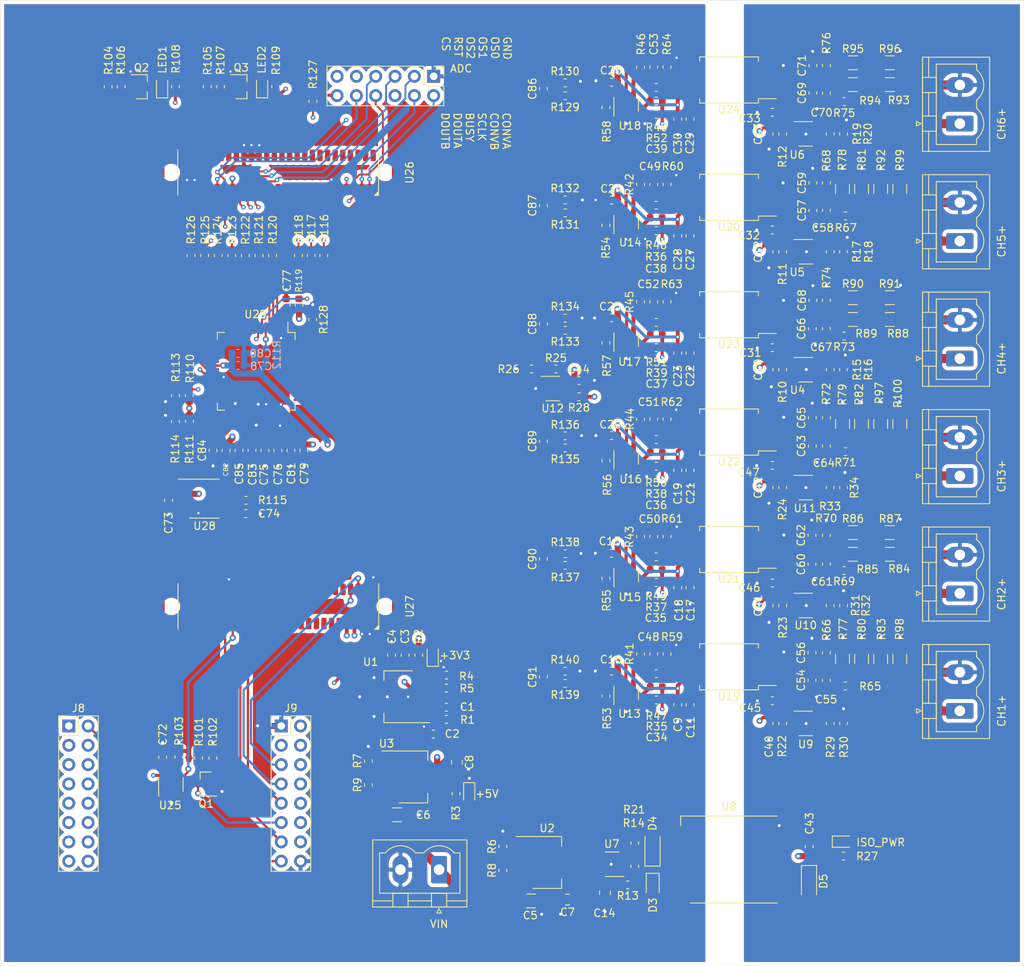
<source format=kicad_pcb>
(kicad_pcb (version 20171130) (host pcbnew "(5.1.4)-1")
  (layers (0 F.Cu signal) (1 GND power) (2 PWR power) (31 B.Cu signal) (34 B.Paste user hide) (35 F.Paste user hide) (36 B.SilkS user) (37 F.SilkS user) (38 B.Mask user) (39 F.Mask user hide) (44 Edge.Cuts user))
  (net 0 "")
  (net 1 GND)
  (net 2 +5V)
  (net 3 "Net-(C2-Pad2)")
  (net 4 +3V3)
  (net 5 "Net-(C3-Pad2)")
  (net 6 VIN)
  (net 7 +12V)
  (net 8 /U_Analog/VISO+)
  (net 9 /U_Analog/VISO-)
  (net 10 /U_Analog/3V3_ISO4)
  (net 11 /U_Analog/3V3_ISO5)
  (net 12 /U_Analog/3V3_ISO6)
  (net 13 /U_Analog/VREF)
  (net 14 /U_Analog/3V3_ISO1)
  (net 15 /U_Analog/3V3_ISO2)
  (net 16 /U_Analog/3V3_ISO3)
  (net 17 "Net-(C48-Pad1)")
  (net 18 "Net-(C48-Pad2)")
  (net 19 "Net-(C49-Pad1)")
  (net 20 "Net-(C49-Pad2)")
  (net 21 "Net-(C50-Pad1)")
  (net 22 "Net-(C50-Pad2)")
  (net 23 "Net-(C51-Pad1)")
  (net 24 "Net-(C51-Pad2)")
  (net 25 "Net-(C52-Pad1)")
  (net 26 "Net-(C52-Pad2)")
  (net 27 "Net-(C53-Pad1)")
  (net 28 "Net-(C53-Pad2)")
  (net 29 "Net-(C54-Pad2)")
  (net 30 "Net-(C55-Pad2)")
  (net 31 "Net-(C57-Pad2)")
  (net 32 "Net-(C58-Pad2)")
  (net 33 "Net-(C60-Pad2)")
  (net 34 "Net-(C61-Pad2)")
  (net 35 "Net-(C63-Pad2)")
  (net 36 "Net-(C64-Pad2)")
  (net 37 "Net-(C66-Pad2)")
  (net 38 "Net-(C67-Pad2)")
  (net 39 "Net-(C69-Pad2)")
  (net 40 "Net-(C70-Pad2)")
  (net 41 "Net-(C74-Pad1)")
  (net 42 /U_ADC/VREF2.5)
  (net 43 "Net-(C81-Pad2)")
  (net 44 "Net-(C83-Pad2)")
  (net 45 "Net-(C84-Pad2)")
  (net 46 "Net-(D1-Pad2)")
  (net 47 "Net-(D2-Pad2)")
  (net 48 "Net-(D5-Pad2)")
  (net 49 "Net-(D6-Pad2)")
  (net 50 "Net-(D7-Pad2)")
  (net 51 "Net-(D8-Pad1)")
  (net 52 "Net-(D8-Pad2)")
  (net 53 "Net-(J2-Pad1)")
  (net 54 "Net-(J3-Pad1)")
  (net 55 "Net-(J4-Pad1)")
  (net 56 "Net-(J5-Pad1)")
  (net 57 "Net-(J6-Pad1)")
  (net 58 "Net-(J7-Pad1)")
  (net 59 /U_NB260/VDD_1V8)
  (net 60 /U_Connectors/NRI)
  (net 61 "Net-(J8-Pad14)")
  (net 62 /U_Connectors/EINT)
  (net 63 "Net-(J8-Pad12)")
  (net 64 /U_Connectors/RST)
  (net 65 "Net-(J8-Pad10)")
  (net 66 /U_Connectors/PEN)
  (net 67 "Net-(J8-Pad8)")
  (net 68 /U_Connectors/RXD)
  (net 69 "Net-(J8-Pad6)")
  (net 70 /U_Connectors/TXD)
  (net 71 "Net-(J8-Pad4)")
  (net 72 /U_ADC/CONVA)
  (net 73 /U_ADC/OS0)
  (net 74 /U_ADC/CONVB)
  (net 75 /U_ADC/OS1)
  (net 76 /U_ADC/BUSY)
  (net 77 /U_ADC/OS2)
  (net 78 /U_Connectors/SCK)
  (net 79 /U_Connectors/ADRST)
  (net 80 /U_ADC/DOUTA)
  (net 81 /U_ADC/CS)
  (net 82 /U_ADC/DOUTB)
  (net 83 "Net-(Q1-Pad2)")
  (net 84 "Net-(Q2-Pad2)")
  (net 85 "Net-(Q3-Pad2)")
  (net 86 "Net-(R7-Pad1)")
  (net 87 "Net-(R10-Pad2)")
  (net 88 "Net-(R9-Pad1)")
  (net 89 "Net-(R11-Pad2)")
  (net 90 "Net-(R12-Pad2)")
  (net 91 "Net-(R22-Pad2)")
  (net 92 "Net-(R23-Pad2)")
  (net 93 "Net-(R24-Pad2)")
  (net 94 "Net-(R36-Pad1)")
  (net 95 "Net-(R37-Pad1)")
  (net 96 "Net-(R38-Pad1)")
  (net 97 "Net-(R39-Pad1)")
  (net 98 "Net-(R40-Pad1)")
  (net 99 "Net-(R48-Pad1)")
  (net 100 "Net-(R49-Pad1)")
  (net 101 "Net-(R50-Pad1)")
  (net 102 "Net-(R51-Pad1)")
  (net 103 "Net-(R52-Pad1)")
  (net 104 /U_ADC/AD_CH1)
  (net 105 /U_ADC/AD_CH5)
  (net 106 /U_ADC/AD_CH2)
  (net 107 /U_ADC/AD_CH3)
  (net 108 /U_ADC/AD_CH4)
  (net 109 /U_ADC/AD_CH6)
  (net 110 "Net-(R60-Pad1)")
  (net 111 "Net-(R61-Pad1)")
  (net 112 "Net-(R62-Pad1)")
  (net 113 "Net-(R63-Pad1)")
  (net 114 "Net-(R64-Pad1)")
  (net 115 "Net-(R75-Pad1)")
  (net 116 "Net-(R88-Pad2)")
  (net 117 /U_Connectors/PB0)
  (net 118 /U_Connectors/PE1)
  (net 119 /U_ADC/RANGE)
  (net 120 /U_ADC/REF_SEL)
  (net 121 /U_ADC/PAR_SER)
  (net 122 "Net-(R117-Pad1)")
  (net 123 "Net-(R118-Pad1)")
  (net 124 "Net-(R119-Pad1)")
  (net 125 "Net-(R120-Pad1)")
  (net 126 "Net-(R121-Pad1)")
  (net 127 "Net-(R122-Pad1)")
  (net 128 "Net-(R123-Pad1)")
  (net 129 "Net-(R124-Pad1)")
  (net 130 "Net-(R125-Pad1)")
  (net 131 "Net-(R126-Pad1)")
  (net 132 "Net-(R127-Pad1)")
  (net 133 "Net-(U8-Pad2)")
  (net 134 "Net-(U8-Pad3)")
  (net 135 "Net-(U26-Pad5)")
  (net 136 "Net-(U26-Pad7)")
  (net 137 "Net-(U26-Pad8)")
  (net 138 "Net-(U26-Pad9)")
  (net 139 "Net-(U26-Pad10)")
  (net 140 "Net-(U26-Pad11)")
  (net 141 "Net-(U26-Pad12)")
  (net 142 "Net-(U26-Pad13)")
  (net 143 "Net-(U26-Pad14)")
  (net 144 "Net-(U26-Pad15)")
  (net 145 "Net-(U26-Pad22)")
  (net 146 "Net-(U26-Pad23)")
  (net 147 "Net-(U26-Pad26)")
  (net 148 "Net-(U26-Pad28)")
  (net 149 "Net-(U26-Pad29)")
  (net 150 "Net-(U26-Pad30)")
  (net 151 "Net-(U26-Pad31)")
  (net 152 "Net-(U26-Pad32)")
  (net 153 "Net-(U26-Pad33)")
  (net 154 "Net-(U26-Pad37)")
  (net 155 "Net-(U26-Pad38)")
  (net 156 "Net-(U26-Pad39)")
  (net 157 "Net-(U26-Pad41)")
  (net 158 "Net-(U26-Pad42)")
  (net 159 "Net-(U26-Pad43)")
  (net 160 "Net-(U26-Pad44)")
  (net 161 "Net-(U26-Pad45)")
  (net 162 "Net-(U26-Pad46)")
  (net 163 "Net-(U26-Pad47)")
  (net 164 "Net-(U26-Pad48)")
  (net 165 "Net-(U26-Pad49)")
  (net 166 "Net-(U26-Pad50)")
  (net 167 "Net-(U26-Pad51)")
  (net 168 "Net-(U27-Pad50)")
  (net 169 "Net-(U27-Pad47)")
  (net 170 "Net-(U27-Pad46)")
  (net 171 "Net-(U27-Pad45)")
  (net 172 "Net-(U27-Pad44)")
  (net 173 "Net-(U27-Pad43)")
  (net 174 "Net-(U27-Pad42)")
  (net 175 "Net-(U27-Pad41)")
  (net 176 "Net-(U27-Pad40)")
  (net 177 "Net-(U27-Pad39)")
  (net 178 "Net-(U27-Pad38)")
  (net 179 "Net-(U27-Pad37)")
  (net 180 "Net-(U27-Pad36)")
  (net 181 "Net-(U27-Pad35)")
  (net 182 "Net-(U27-Pad34)")
  (net 183 "Net-(U27-Pad33)")
  (net 184 "Net-(U27-Pad31)")
  (net 185 "Net-(U27-Pad30)")
  (net 186 "Net-(U27-Pad29)")
  (net 187 "Net-(U27-Pad28)")
  (net 188 "Net-(U27-Pad27)")
  (net 189 "Net-(U27-Pad26)")
  (net 190 "Net-(U27-Pad25)")
  (net 191 "Net-(U27-Pad24)")
  (net 192 "Net-(U27-Pad23)")
  (net 193 "Net-(U27-Pad22)")
  (net 194 "Net-(U27-Pad21)")
  (net 195 "Net-(U27-Pad16)")
  (net 196 "Net-(U27-Pad15)")
  (net 197 "Net-(U27-Pad14)")
  (net 198 "Net-(U27-Pad13)")
  (net 199 "Net-(U27-Pad12)")
  (net 200 "Net-(U27-Pad11)")
  (net 201 "Net-(U27-Pad10)")
  (net 202 "Net-(U27-Pad9)")
  (net 203 "Net-(U27-Pad8)")
  (net 204 "Net-(U27-Pad7)")
  (net 205 "Net-(U27-Pad6)")
  (net 206 "Net-(U27-Pad5)")
  (net 207 "Net-(U28-Pad1)")
  (net 208 "Net-(U28-Pad3)")
  (net 209 "Net-(U28-Pad5)")
  (net 210 "Net-(U28-Pad7)")
  (net 211 "Net-(U28-Pad8)")
  (net 212 "Net-(U29-Pad15)")
  (net 213 "Net-(U29-Pad16)")
  (net 214 "Net-(U29-Pad17)")
  (net 215 "Net-(U29-Pad18)")
  (net 216 "Net-(U29-Pad19)")
  (net 217 "Net-(U29-Pad20)")
  (net 218 "Net-(U29-Pad21)")
  (net 219 "Net-(U29-Pad22)")
  (net 220 "Net-(U29-Pad27)")
  (net 221 "Net-(U29-Pad28)")
  (net 222 "Net-(U29-Pad29)")
  (net 223 "Net-(U29-Pad30)")
  (net 224 "Net-(U29-Pad31)")
  (net 225 "Net-(U29-Pad32)")
  (net 226 "Net-(U29-Pad33)")
  (net 227 "Net-(D3-Pad1)")
  (net 228 "Net-(D4-Pad2)")
  (net 229 "Net-(D7-Pad1)")
  (net 230 "Net-(J8-Pad1)")
  (net 231 "Net-(J8-Pad3)")
  (net 232 "Net-(J8-Pad5)")
  (net 233 "Net-(J8-Pad7)")
  (net 234 "Net-(J8-Pad9)")
  (net 235 "Net-(J8-Pad11)")
  (net 236 "Net-(J8-Pad13)")
  (net 237 "Net-(J8-Pad15)")
  (net 238 "Net-(J8-Pad16)")
  (net 239 "Net-(J9-Pad14)")
  (net 240 "Net-(J9-Pad12)")
  (net 241 "Net-(J9-Pad10)")
  (net 242 "Net-(J9-Pad8)")
  (net 243 "Net-(J9-Pad6)")
  (net 244 "Net-(J9-Pad4)")
  (net 245 "Net-(J9-Pad2)")
  (net 246 "Net-(R6-Pad1)")
  (net 247 "Net-(R8-Pad1)")
  (net 248 "Net-(R13-Pad1)")
  (net 249 "Net-(R15-Pad1)")
  (net 250 "Net-(R17-Pad1)")
  (net 251 "Net-(R19-Pad1)")
  (net 252 "Net-(R21-Pad2)")
  (net 253 "Net-(R25-Pad1)")
  (net 254 "Net-(R28-Pad2)")
  (net 255 "Net-(R29-Pad1)")
  (net 256 "Net-(R31-Pad1)")
  (net 257 "Net-(R33-Pad1)")
  (net 258 "Net-(R35-Pad1)")
  (net 259 "Net-(R47-Pad1)")
  (net 260 "Net-(R59-Pad1)")
  (net 261 "Net-(R84-Pad2)")
  (net 262 "Net-(R86-Pad2)")
  (net 263 "Net-(R90-Pad2)")
  (net 264 "Net-(R93-Pad2)")
  (net 265 "Net-(R95-Pad2)")
  (net 266 "Net-(R116-Pad1)")
  (net 267 "Net-(R128-Pad2)")
  (net 268 /U_NB260/RST)
  (net 269 /U_NB260/NRI)
  (net 270 /U_ADC/V6_N)
  (net 271 /U_ADC/V6_P)
  (net 272 /U_ADC/V5_N)
  (net 273 /U_ADC/V5_P)
  (net 274 /U_ADC/V4_P)
  (net 275 /U_ADC/V4_N)
  (net 276 /U_ADC/V3_P)
  (net 277 /U_ADC/V3_N)
  (net 278 /U_ADC/V2_N)
  (net 279 /U_ADC/V2_P)
  (net 280 /U_ADC/V1_N)
  (net 281 /U_ADC/V1_P)
  (net 282 "Net-(R69-Pad1)")
  (net 283 "Net-(R73-Pad1)")
  (module Capacitor_SMD:C_0603_1608Metric (layer F.Cu) (at 175.5648 121.9962 90)
    (fp_text reference C91 (at 0 -1.43 90) (layer F.SilkS))
    (fp_text value 470pF)
    (pad 2 smd roundrect (at 0.7875 0 90) (size 0.875 0.95) (layers F.Cu F.Paste F.Mask) (net 280 /U_ADC/V1_N))
    (pad 1 smd roundrect (at -0.7875 0 90) (size 0.875 0.95) (layers F.Cu F.Paste F.Mask) (net 281 /U_ADC/V1_P))
  )
  (module Resistor_SMD:R_0603_1608Metric (layer F.Cu) (at 178.435 122.8598 180)
    (fp_text reference R139 (at 0 -1.4986) (layer F.SilkS))
    (fp_text value 270R)
    (pad 1 smd roundrect (at -0.7875 0 180) (size 0.875 0.95) (layers F.Cu F.Paste F.Mask) (net 104 /U_ADC/AD_CH1))
    (pad 2 smd roundrect (at 0.7875 0 180) (size 0.875 0.95) (layers F.Cu F.Paste F.Mask) (net 281 /U_ADC/V1_P))
  )
  (module Resistor_SMD:R_0603_1608Metric (layer F.Cu) (at 178.435 121.2596 180)
    (fp_text reference R140 (at 0.0254 1.524) (layer F.SilkS))
    (fp_text value 270R)
    (pad 2 smd roundrect (at 0.7875 0 180) (size 0.875 0.95) (layers F.Cu F.Paste F.Mask) (net 280 /U_ADC/V1_N))
    (pad 1 smd roundrect (at -0.7875 0 180) (size 0.875 0.95) (layers F.Cu F.Paste F.Mask) (net 1 GND))
  )
  (module Connector_Phoenix_MSTB:PhoenixContact_MSTBVA_2,5_2-G-5,08_1x02_P5.08mm_Vertical (layer F.Cu) (at 161.8488 147.3454 180)
    (fp_text reference VIN (at 0 -7.1374) (layer F.SilkS))
    (fp_text value PWR)
    (pad 2 thru_hole oval (at 5.08 0 180) (size 2.08 3.6) (drill 1.4) (layers *.Cu *.Mask) (net 1 GND))
    (pad 1 thru_hole roundrect (at 0 0 180) (size 2.08 3.6) (drill 1.4) (layers *.Cu *.Mask) (roundrect_rratio 0.120192) (net 6 VIN))
  )
  (module H750_Core:DF9-2 (layer F.Cu) (at 140.716 112.7379 270)
    (fp_text reference U27 (at 0 -17.28 90) (layer F.SilkS))
    (fp_text value DF9-51P-1V_RIGHT)
    (pad 10 smd roundrect (at 2.25 -3 270) (size 1.524 0.7) (layers F.Cu F.Paste F.Mask) (net 201 "Net-(U27-Pad10)"))
    (pad 18 smd roundrect (at 2.25 5 270) (size 1.524 0.7) (layers F.Cu F.Paste F.Mask) (net 62 /U_Connectors/EINT))
    (pad 25 smd roundrect (at 2.25 12 270) (size 1.524 0.7) (layers F.Cu F.Paste F.Mask) (net 190 "Net-(U27-Pad25)"))
    (pad 1 smd roundrect (at 2.25 -12 270) (size 1.524 0.7) (layers F.Cu F.Paste F.Mask) (net 1 GND))
    (pad 11 smd roundrect (at 2.25 -2 270) (size 1.524 0.7) (layers F.Cu F.Paste F.Mask) (net 200 "Net-(U27-Pad11)"))
    (pad 3 smd roundrect (at 2.25 -10 270) (size 1.524 0.7) (layers F.Cu F.Paste F.Mask) (net 2 +5V))
    (pad 15 smd roundrect (at 2.25 2 270) (size 1.524 0.7) (layers F.Cu F.Paste F.Mask) (net 196 "Net-(U27-Pad15)"))
    (pad 16 smd roundrect (at 2.25 3 270) (size 1.524 0.7) (layers F.Cu F.Paste F.Mask) (net 195 "Net-(U27-Pad16)"))
    (pad 22 smd roundrect (at 2.25 9 270) (size 1.524 0.7) (layers F.Cu F.Paste F.Mask) (net 193 "Net-(U27-Pad22)"))
    (pad 2 smd roundrect (at 2.25 -11 270) (size 1.524 0.7) (layers F.Cu F.Paste F.Mask) (net 1 GND))
    (pad 4 smd roundrect (at 2.25 -9 270) (size 1.524 0.7) (layers F.Cu F.Paste F.Mask) (net 2 +5V))
    (pad 5 smd roundrect (at 2.25 -8 270) (size 1.524 0.7) (layers F.Cu F.Paste F.Mask) (net 206 "Net-(U27-Pad5)"))
    (pad 9 smd roundrect (at 2.25 -4 270) (size 1.524 0.7) (layers F.Cu F.Paste F.Mask) (net 202 "Net-(U27-Pad9)"))
    (pad 12 smd roundrect (at 2.25 -1 270) (size 1.524 0.7) (layers F.Cu F.Paste F.Mask) (net 199 "Net-(U27-Pad12)"))
    (pad 14 smd roundrect (at 2.25 1 270) (size 1.524 0.7) (layers F.Cu F.Paste F.Mask) (net 197 "Net-(U27-Pad14)"))
    (pad 19 smd roundrect (at 2.25 6 270) (size 1.524 0.7) (layers F.Cu F.Paste F.Mask) (net 60 /U_Connectors/NRI))
    (pad 20 smd roundrect (at 2.25 7 270) (size 1.524 0.7) (layers F.Cu F.Paste F.Mask) (net 64 /U_Connectors/RST))
    (pad 21 smd roundrect (at 2.25 8 270) (size 1.524 0.7) (layers F.Cu F.Paste F.Mask) (net 194 "Net-(U27-Pad21)"))
    (pad 7 smd roundrect (at 2.25 -6 270) (size 1.524 0.7) (layers F.Cu F.Paste F.Mask) (net 204 "Net-(U27-Pad7)"))
    (pad 6 smd roundrect (at 2.25 -7 270) (size 1.524 0.7) (layers F.Cu F.Paste F.Mask) (net 205 "Net-(U27-Pad6)"))
    (pad 23 smd roundrect (at 2.25 10 270) (size 1.524 0.7) (layers F.Cu F.Paste F.Mask) (net 192 "Net-(U27-Pad23)"))
    (pad 17 smd roundrect (at 2.25 4 270) (size 1.524 0.7) (layers F.Cu F.Paste F.Mask) (net 66 /U_Connectors/PEN))
    (pad 13 smd roundrect (at 2.25 0 270) (size 1.524 0.7) (layers F.Cu F.Paste F.Mask) (net 198 "Net-(U27-Pad13)"))
    (pad 24 smd roundrect (at 2.25 11 270) (size 1.524 0.7) (layers F.Cu F.Paste F.Mask) (net 191 "Net-(U27-Pad24)"))
    (pad 8 smd roundrect (at 2.25 -5 270) (size 1.524 0.7) (layers F.Cu F.Paste F.Mask) (net 203 "Net-(U27-Pad8)"))
    (pad 40 smd roundrect (at -2.25 -1.5 270) (size 1.524 0.7) (layers F.Cu F.Paste F.Mask) (net 176 "Net-(U27-Pad40)"))
    (pad 43 smd roundrect (at -2.25 -4.5 270) (size 1.524 0.7) (layers F.Cu F.Paste F.Mask) (net 173 "Net-(U27-Pad43)"))
    (pad 26 smd roundrect (at -2.25 12.5 270) (size 1.524 0.7) (layers F.Cu F.Paste F.Mask) (net 189 "Net-(U27-Pad26)"))
    (pad 50 smd roundrect (at -2.25 -11.5 270) (size 1.524 0.7) (layers F.Cu F.Paste F.Mask) (net 168 "Net-(U27-Pad50)"))
    (pad "" np_thru_hole circle (at 0 -14.05 270) (size 1.3 1.3) (drill 1.3) (layers *.Cu *.Mask))
    (pad 29 smd roundrect (at -2.25 9.5 270) (size 1.524 0.7) (layers F.Cu F.Paste F.Mask) (net 186 "Net-(U27-Pad29)"))
    (pad 46 smd roundrect (at -2.25 -7.5 270) (size 1.524 0.7) (layers F.Cu F.Paste F.Mask) (net 170 "Net-(U27-Pad46)"))
    (pad 28 smd roundrect (at -2.25 10.5 270) (size 1.524 0.7) (layers F.Cu F.Paste F.Mask) (net 187 "Net-(U27-Pad28)"))
    (pad 48 smd roundrect (at -2.25 -9.5 270) (size 1.524 0.7) (layers F.Cu F.Paste F.Mask) (net 70 /U_Connectors/TXD))
    (pad 34 smd roundrect (at -2.25 4.5 270) (size 1.524 0.7) (layers F.Cu F.Paste F.Mask) (net 182 "Net-(U27-Pad34)"))
    (pad 49 smd roundrect (at -2.25 -10.5 270) (size 1.524 0.7) (layers F.Cu F.Paste F.Mask) (net 68 /U_Connectors/RXD))
    (pad 35 smd roundrect (at -2.25 3.5 270) (size 1.524 0.7) (layers F.Cu F.Paste F.Mask) (net 181 "Net-(U27-Pad35)"))
    (pad 30 smd roundrect (at -2.25 8.5 270) (size 1.524 0.7) (layers F.Cu F.Paste F.Mask) (net 185 "Net-(U27-Pad30)"))
    (pad 41 smd roundrect (at -2.25 -2.5 270) (size 1.524 0.7) (layers F.Cu F.Paste F.Mask) (net 175 "Net-(U27-Pad41)"))
    (pad 36 smd roundrect (at -2.25 2.5 270) (size 1.524 0.7) (layers F.Cu F.Paste F.Mask) (net 180 "Net-(U27-Pad36)"))
    (pad 42 smd roundrect (at -2.25 -3.5 270) (size 1.524 0.7) (layers F.Cu F.Paste F.Mask) (net 174 "Net-(U27-Pad42)"))
    (pad MNT smd roundrect (at 0 15.6 270) (size 3.5 1.3) (layers F.Cu F.Paste F.Mask))
    (pad 37 smd roundrect (at -2.25 1.5 270) (size 1.524 0.7) (layers F.Cu F.Paste F.Mask) (net 179 "Net-(U27-Pad37)"))
    (pad 38 smd roundrect (at -2.25 0.5 270) (size 1.524 0.7) (layers F.Cu F.Paste F.Mask) (net 178 "Net-(U27-Pad38)"))
    (pad 31 smd roundrect (at -2.25 7.5 270) (size 1.524 0.7) (layers F.Cu F.Paste F.Mask) (net 184 "Net-(U27-Pad31)"))
    (pad 33 smd roundrect (at -2.25 5.5 270) (size 1.524 0.7) (layers F.Cu F.Paste F.Mask) (net 183 "Net-(U27-Pad33)"))
    (pad MNT smd roundrect (at 0 -15.6 270) (size 3.5 1.3) (layers F.Cu F.Paste F.Mask))
    (pad 45 smd roundrect (at -2.25 -6.5 270) (size 1.524 0.7) (layers F.Cu F.Paste F.Mask) (net 171 "Net-(U27-Pad45)"))
    (pad 44 smd roundrect (at -2.25 -5.5 270) (size 1.524 0.7) (layers F.Cu F.Paste F.Mask) (net 172 "Net-(U27-Pad44)"))
    (pad 51 smd roundrect (at -2.25 -12.5 270) (size 1.524 0.7) (layers F.Cu F.Paste F.Mask) (net 1 GND))
    (pad 39 smd roundrect (at -2.25 -0.5 270) (size 1.524 0.7) (layers F.Cu F.Paste F.Mask) (net 177 "Net-(U27-Pad39)"))
    (pad 47 smd roundrect (at -2.25 -8.5 270) (size 1.524 0.7) (layers F.Cu F.Paste F.Mask) (net 169 "Net-(U27-Pad47)"))
    (pad "" np_thru_hole circle (at 0 14.05 270) (size 1.3 1.3) (drill 1.3) (layers *.Cu *.Mask))
    (pad 27 smd roundrect (at -2.25 11.5 270) (size 1.524 0.7) (layers F.Cu F.Paste F.Mask) (net 188 "Net-(U27-Pad27)"))
    (pad 32 smd roundrect (at -2.25 6.5 270) (size 1.524 0.7) (layers F.Cu F.Paste F.Mask) (net 1 GND))
  )
  (module H750_Core:DF9-2 (layer F.Cu) (at 140.6906 55.6768 270)
    (fp_text reference U26 (at 0 -17.28 90) (layer F.SilkS))
    (fp_text value DF9-51P-1V_LEFT)
    (pad 10 smd roundrect (at 2.25 -3 270) (size 1.524 0.7) (layers F.Cu F.Paste F.Mask) (net 139 "Net-(U26-Pad10)"))
    (pad 18 smd roundrect (at 2.25 5 270) (size 1.524 0.7) (layers F.Cu F.Paste F.Mask) (net 77 /U_ADC/OS2))
    (pad 25 smd roundrect (at 2.25 12 270) (size 1.524 0.7) (layers F.Cu F.Paste F.Mask) (net 1 GND))
    (pad 1 smd roundrect (at 2.25 -12 270) (size 1.524 0.7) (layers F.Cu F.Paste F.Mask) (net 72 /U_ADC/CONVA))
    (pad 11 smd roundrect (at 2.25 -2 270) (size 1.524 0.7) (layers F.Cu F.Paste F.Mask) (net 140 "Net-(U26-Pad11)"))
    (pad 3 smd roundrect (at 2.25 -10 270) (size 1.524 0.7) (layers F.Cu F.Paste F.Mask) (net 76 /U_ADC/BUSY))
    (pad 15 smd roundrect (at 2.25 2 270) (size 1.524 0.7) (layers F.Cu F.Paste F.Mask) (net 144 "Net-(U26-Pad15)"))
    (pad 16 smd roundrect (at 2.25 3 270) (size 1.524 0.7) (layers F.Cu F.Paste F.Mask) (net 73 /U_ADC/OS0))
    (pad 22 smd roundrect (at 2.25 9 270) (size 1.524 0.7) (layers F.Cu F.Paste F.Mask) (net 145 "Net-(U26-Pad22)"))
    (pad 2 smd roundrect (at 2.25 -11 270) (size 1.524 0.7) (layers F.Cu F.Paste F.Mask) (net 74 /U_ADC/CONVB))
    (pad 4 smd roundrect (at 2.25 -9 270) (size 1.524 0.7) (layers F.Cu F.Paste F.Mask) (net 79 /U_Connectors/ADRST))
    (pad 5 smd roundrect (at 2.25 -8 270) (size 1.524 0.7) (layers F.Cu F.Paste F.Mask) (net 135 "Net-(U26-Pad5)"))
    (pad 9 smd roundrect (at 2.25 -4 270) (size 1.524 0.7) (layers F.Cu F.Paste F.Mask) (net 138 "Net-(U26-Pad9)"))
    (pad 12 smd roundrect (at 2.25 -1 270) (size 1.524 0.7) (layers F.Cu F.Paste F.Mask) (net 141 "Net-(U26-Pad12)"))
    (pad 14 smd roundrect (at 2.25 1 270) (size 1.524 0.7) (layers F.Cu F.Paste F.Mask) (net 143 "Net-(U26-Pad14)"))
    (pad 19 smd roundrect (at 2.25 6 270) (size 1.524 0.7) (layers F.Cu F.Paste F.Mask) (net 81 /U_ADC/CS))
    (pad 20 smd roundrect (at 2.25 7 270) (size 1.524 0.7) (layers F.Cu F.Paste F.Mask) (net 78 /U_Connectors/SCK))
    (pad 21 smd roundrect (at 2.25 8 270) (size 1.524 0.7) (layers F.Cu F.Paste F.Mask) (net 80 /U_ADC/DOUTA))
    (pad 7 smd roundrect (at 2.25 -6 270) (size 1.524 0.7) (layers F.Cu F.Paste F.Mask) (net 136 "Net-(U26-Pad7)"))
    (pad 6 smd roundrect (at 2.25 -7 270) (size 1.524 0.7) (layers F.Cu F.Paste F.Mask) (net 1 GND))
    (pad 23 smd roundrect (at 2.25 10 270) (size 1.524 0.7) (layers F.Cu F.Paste F.Mask) (net 146 "Net-(U26-Pad23)"))
    (pad 17 smd roundrect (at 2.25 4 270) (size 1.524 0.7) (layers F.Cu F.Paste F.Mask) (net 75 /U_ADC/OS1))
    (pad 13 smd roundrect (at 2.25 0 270) (size 1.524 0.7) (layers F.Cu F.Paste F.Mask) (net 142 "Net-(U26-Pad13)"))
    (pad 24 smd roundrect (at 2.25 11 270) (size 1.524 0.7) (layers F.Cu F.Paste F.Mask) (net 1 GND))
    (pad 8 smd roundrect (at 2.25 -5 270) (size 1.524 0.7) (layers F.Cu F.Paste F.Mask) (net 137 "Net-(U26-Pad8)"))
    (pad 40 smd roundrect (at -2.25 -1.5 270) (size 1.524 0.7) (layers F.Cu F.Paste F.Mask) (net 118 /U_Connectors/PE1))
    (pad 43 smd roundrect (at -2.25 -4.5 270) (size 1.524 0.7) (layers F.Cu F.Paste F.Mask) (net 159 "Net-(U26-Pad43)"))
    (pad 26 smd roundrect (at -2.25 12.5 270) (size 1.524 0.7) (layers F.Cu F.Paste F.Mask) (net 147 "Net-(U26-Pad26)"))
    (pad 50 smd roundrect (at -2.25 -11.5 270) (size 1.524 0.7) (layers F.Cu F.Paste F.Mask) (net 166 "Net-(U26-Pad50)"))
    (pad "" np_thru_hole circle (at 0 -14.05 270) (size 1.3 1.3) (drill 1.3) (layers *.Cu *.Mask))
    (pad 29 smd roundrect (at -2.25 9.5 270) (size 1.524 0.7) (layers F.Cu F.Paste F.Mask) (net 149 "Net-(U26-Pad29)"))
    (pad 46 smd roundrect (at -2.25 -7.5 270) (size 1.524 0.7) (layers F.Cu F.Paste F.Mask) (net 162 "Net-(U26-Pad46)"))
    (pad 28 smd roundrect (at -2.25 10.5 270) (size 1.524 0.7) (layers F.Cu F.Paste F.Mask) (net 148 "Net-(U26-Pad28)"))
    (pad 48 smd roundrect (at -2.25 -9.5 270) (size 1.524 0.7) (layers F.Cu F.Paste F.Mask) (net 164 "Net-(U26-Pad48)"))
    (pad 34 smd roundrect (at -2.25 4.5 270) (size 1.524 0.7) (layers F.Cu F.Paste F.Mask) (net 1 GND))
    (pad 49 smd roundrect (at -2.25 -10.5 270) (size 1.524 0.7) (layers F.Cu F.Paste F.Mask) (net 165 "Net-(U26-Pad49)"))
    (pad 35 smd roundrect (at -2.25 3.5 270) (size 1.524 0.7) (layers F.Cu F.Paste F.Mask) (net 1 GND))
    (pad 30 smd roundrect (at -2.25 8.5 270) (size 1.524 0.7) (layers F.Cu F.Paste F.Mask) (net 150 "Net-(U26-Pad30)"))
    (pad 41 smd roundrect (at -2.25 -2.5 270) (size 1.524 0.7) (layers F.Cu F.Paste F.Mask) (net 157 "Net-(U26-Pad41)"))
    (pad 36 smd roundrect (at -2.25 2.5 270) (size 1.524 0.7) (layers F.Cu F.Paste F.Mask) (net 1 GND))
    (pad 42 smd roundrect (at -2.25 -3.5 270) (size 1.524 0.7) (layers F.Cu F.Paste F.Mask) (net 158 "Net-(U26-Pad42)"))
    (pad MNT smd roundrect (at 0 15.6 270) (size 3.5 1.3) (layers F.Cu F.Paste F.Mask))
    (pad 37 smd roundrect (at -2.25 1.5 270) (size 1.524 0.7) (layers F.Cu F.Paste F.Mask) (net 154 "Net-(U26-Pad37)"))
    (pad 38 smd roundrect (at -2.25 0.5 270) (size 1.524 0.7) (layers F.Cu F.Paste F.Mask) (net 155 "Net-(U26-Pad38)"))
    (pad 31 smd roundrect (at -2.25 7.5 270) (size 1.524 0.7) (layers F.Cu F.Paste F.Mask) (net 151 "Net-(U26-Pad31)"))
    (pad 33 smd roundrect (at -2.25 5.5 270) (size 1.524 0.7) (layers F.Cu F.Paste F.Mask) (net 153 "Net-(U26-Pad33)"))
    (pad MNT smd roundrect (at 0 -15.6 270) (size 3.5 1.3) (layers F.Cu F.Paste F.Mask))
    (pad 45 smd roundrect (at -2.25 -6.5 270) (size 1.524 0.7) (layers F.Cu F.Paste F.Mask) (net 161 "Net-(U26-Pad45)"))
    (pad 44 smd roundrect (at -2.25 -5.5 270) (size 1.524 0.7) (layers F.Cu F.Paste F.Mask) (net 160 "Net-(U26-Pad44)"))
    (pad 51 smd roundrect (at -2.25 -12.5 270) (size 1.524 0.7) (layers F.Cu F.Paste F.Mask) (net 167 "Net-(U26-Pad51)"))
    (pad 39 smd roundrect (at -2.25 -0.5 270) (size 1.524 0.7) (layers F.Cu F.Paste F.Mask) (net 156 "Net-(U26-Pad39)"))
    (pad 47 smd roundrect (at -2.25 -8.5 270) (size 1.524 0.7) (layers F.Cu F.Paste F.Mask) (net 163 "Net-(U26-Pad47)"))
    (pad "" np_thru_hole circle (at 0 14.05 270) (size 1.3 1.3) (drill 1.3) (layers *.Cu *.Mask))
    (pad 27 smd roundrect (at -2.25 11.5 270) (size 1.524 0.7) (layers F.Cu F.Paste F.Mask) (net 117 /U_Connectors/PB0))
    (pad 32 smd roundrect (at -2.25 6.5 270) (size 1.524 0.7) (layers F.Cu F.Paste F.Mask) (net 152 "Net-(U26-Pad32)"))
  )
  (module Capacitor_SMD:C_0603_1608Metric (layer F.Cu) (at 162.814 125.984)
    (fp_text reference C1 (at 2.7432 -0.0254) (layer F.SilkS))
    (fp_text value 10uF)
    (pad 2 smd roundrect (at 0.7875 0) (size 0.875 0.95) (layers F.Cu F.Paste F.Mask) (net 1 GND))
    (pad 1 smd roundrect (at -0.7875 0) (size 0.875 0.95) (layers F.Cu F.Paste F.Mask) (net 2 +5V))
  )
  (module Capacitor_SMD:C_0603_1608Metric (layer F.Cu) (at 161.0869 129.5146)
    (fp_text reference C2 (at 2.4891 -0.0254) (layer F.SilkS))
    (fp_text value 100nF)
    (pad 1 smd roundrect (at -0.7875 0) (size 0.875 0.95) (layers F.Cu F.Paste F.Mask) (net 1 GND))
    (pad 2 smd roundrect (at 0.7875 0) (size 0.875 0.95) (layers F.Cu F.Paste F.Mask) (net 3 "Net-(C2-Pad2)"))
  )
  (module Capacitor_SMD:C_0603_1608Metric (layer F.Cu) (at 157.3784 119.146 270)
    (fp_text reference C3 (at -2.4584 0 90) (layer F.SilkS))
    (fp_text value 10nF)
    (pad 1 smd roundrect (at -0.7875 0 270) (size 0.875 0.95) (layers F.Cu F.Paste F.Mask) (net 4 +3V3))
    (pad 2 smd roundrect (at 0.7875 0 270) (size 0.875 0.95) (layers F.Cu F.Paste F.Mask) (net 5 "Net-(C3-Pad2)"))
  )
  (module Capacitor_SMD:C_0603_1608Metric (layer F.Cu) (at 155.6004 119.146 90)
    (fp_text reference C4 (at 2.4384 0.0508 90) (layer F.SilkS))
    (fp_text value 4.7uF)
    (pad 2 smd roundrect (at 0.7875 0 90) (size 0.875 0.95) (layers F.Cu F.Paste F.Mask) (net 1 GND))
    (pad 1 smd roundrect (at -0.7875 0 90) (size 0.875 0.95) (layers F.Cu F.Paste F.Mask) (net 4 +3V3))
  )
  (module Capacitor_SMD:C_1206_3216Metric (layer F.Cu) (at 173.9392 151.4602)
    (fp_text reference C5 (at -0.1016 1.905) (layer F.SilkS))
    (fp_text value 100nF)
    (pad 2 smd roundrect (at 1.4 0) (size 1.25 1.75) (layers F.Cu F.Paste F.Mask) (roundrect_rratio 0.2) (net 1 GND))
    (pad 1 smd roundrect (at -1.4 0) (size 1.25 1.75) (layers F.Cu F.Paste F.Mask) (roundrect_rratio 0.2) (net 6 VIN))
  )
  (module Capacitor_SMD:C_1206_3216Metric (layer F.Cu) (at 156.34 140.1318)
    (fp_text reference C6 (at 3.426 0.0254) (layer F.SilkS))
    (fp_text value 100nF)
    (pad 1 smd roundrect (at -1.4 0) (size 1.25 1.75) (layers F.Cu F.Paste F.Mask) (roundrect_rratio 0.2) (net 6 VIN))
    (pad 2 smd roundrect (at 1.4 0) (size 1.25 1.75) (layers F.Cu F.Paste F.Mask) (roundrect_rratio 0.2) (net 1 GND))
  )
  (module Capacitor_SMD:C_0805_2012Metric (layer F.Cu) (at 178.7421 151.2824 180)
    (fp_text reference C7 (at 0 -1.65) (layer F.SilkS))
    (fp_text value 1uF)
    (pad 1 smd roundrect (at -0.9375 0 180) (size 0.975 1.4) (layers F.Cu F.Paste F.Mask) (net 7 +12V))
    (pad 2 smd roundrect (at 0.9375 0 180) (size 0.975 1.4) (layers F.Cu F.Paste F.Mask) (net 1 GND))
  )
  (module Capacitor_SMD:C_0805_2012Metric (layer F.Cu) (at 164.1856 133.2253 270)
    (fp_text reference C8 (at 0 -1.65 90) (layer F.SilkS))
    (fp_text value 1uF)
    (pad 2 smd roundrect (at 0.9375 0 270) (size 0.975 1.4) (layers F.Cu F.Paste F.Mask) (net 1 GND))
    (pad 1 smd roundrect (at -0.9375 0 270) (size 0.975 1.4) (layers F.Cu F.Paste F.Mask) (net 2 +5V))
  )
  (module Capacitor_SMD:C_0603_1608Metric (layer F.Cu) (at 193.2305 125.6665 270)
    (fp_text reference C9 (at 2.6035 -0.0381 90) (layer F.SilkS))
    (fp_text value 100nF)
    (pad 2 smd roundrect (at 0.7875 0 270) (size 0.875 0.95) (layers F.Cu F.Paste F.Mask) (net 1 GND))
    (pad 1 smd roundrect (at -0.7875 0 270) (size 0.875 0.95) (layers F.Cu F.Paste F.Mask) (net 4 +3V3))
  )
  (module Capacitor_SMD:C_0603_1608Metric (layer F.Cu) (at 205.232 81.60512 90)
    (fp_text reference C10 (at 0 -1.43 90) (layer F.SilkS))
    (fp_text value 100nF)
    (pad 2 smd roundrect (at 0.7875 0 90) (size 0.875 0.95) (layers F.Cu F.Paste F.Mask) (net 8 /U_Analog/VISO+))
    (pad 1 smd roundrect (at -0.7875 0 90) (size 0.875 0.95) (layers F.Cu F.Paste F.Mask) (net 9 /U_Analog/VISO-))
  )
  (module Capacitor_SMD:C_0603_1608Metric (layer F.Cu) (at 194.8434 125.6665 270)
    (fp_text reference C11 (at 2.9591 -0.0762 90) (layer F.SilkS))
    (fp_text value 100nF)
    (pad 1 smd roundrect (at -0.7875 0 270) (size 0.875 0.95) (layers F.Cu F.Paste F.Mask) (net 4 +3V3))
    (pad 2 smd roundrect (at 0.7875 0 270) (size 0.875 0.95) (layers F.Cu F.Paste F.Mask) (net 1 GND))
  )
  (module Capacitor_SMD:C_0603_1608Metric (layer F.Cu) (at 205.232 66.10096 90)
    (fp_text reference C12 (at 0 -1.43 90) (layer F.SilkS))
    (fp_text value 100nF)
    (pad 2 smd roundrect (at 0.7875 0 90) (size 0.875 0.95) (layers F.Cu F.Paste F.Mask) (net 8 /U_Analog/VISO+))
    (pad 1 smd roundrect (at -0.7875 0 90) (size 0.875 0.95) (layers F.Cu F.Paste F.Mask) (net 9 /U_Analog/VISO-))
  )
  (module Capacitor_SMD:C_0603_1608Metric (layer F.Cu) (at 205.232 50.5968 90)
    (fp_text reference C13 (at 0 -1.43 90) (layer F.SilkS))
    (fp_text value 100nF)
    (pad 1 smd roundrect (at -0.7875 0 90) (size 0.875 0.95) (layers F.Cu F.Paste F.Mask) (net 9 /U_Analog/VISO-))
    (pad 2 smd roundrect (at 0.7875 0 90) (size 0.875 0.95) (layers F.Cu F.Paste F.Mask) (net 8 /U_Analog/VISO+))
  )
  (module Capacitor_SMD:C_0805_2012Metric (layer F.Cu) (at 183.6674 150.3934 270)
    (fp_text reference C14 (at 2.667 0.0762 180) (layer F.SilkS))
    (fp_text value 4.7uF)
    (pad 1 smd roundrect (at -0.9375 0 270) (size 0.975 1.4) (layers F.Cu F.Paste F.Mask) (net 7 +12V))
    (pad 2 smd roundrect (at 0.9375 0 270) (size 0.975 1.4) (layers F.Cu F.Paste F.Mask) (net 1 GND))
  )
  (module Capacitor_SMD:C_0603_1608Metric (layer F.Cu) (at 184.531 105.75036 180)
    (fp_text reference C15 (at 0.2286 1.5875) (layer F.SilkS))
    (fp_text value 100nF)
    (pad 1 smd roundrect (at -0.7875 0 180) (size 0.875 0.95) (layers F.Cu F.Paste F.Mask) (net 4 +3V3))
    (pad 2 smd roundrect (at 0.7875 0 180) (size 0.875 0.95) (layers F.Cu F.Paste F.Mask) (net 1 GND))
  )
  (module Capacitor_SMD:C_0603_1608Metric (layer F.Cu) (at 184.531 121.2342 180)
    (fp_text reference C16 (at 0.0762 1.524) (layer F.SilkS))
    (fp_text value 100nF)
    (pad 2 smd roundrect (at 0.7875 0 180) (size 0.875 0.95) (layers F.Cu F.Paste F.Mask) (net 1 GND))
    (pad 1 smd roundrect (at -0.7875 0 180) (size 0.875 0.95) (layers F.Cu F.Paste F.Mask) (net 4 +3V3))
  )
  (module Capacitor_SMD:C_0603_1608Metric (layer F.Cu) (at 194.8434 110.25124 270)
    (fp_text reference C17 (at 2.98196 -0.0762 90) (layer F.SilkS))
    (fp_text value 100nF)
    (pad 2 smd roundrect (at 0.7875 0 270) (size 0.875 0.95) (layers F.Cu F.Paste F.Mask) (net 1 GND))
    (pad 1 smd roundrect (at -0.7875 0 270) (size 0.875 0.95) (layers F.Cu F.Paste F.Mask) (net 4 +3V3))
  )
  (module Capacitor_SMD:C_0603_1608Metric (layer F.Cu) (at 193.2305 110.26394 270)
    (fp_text reference C18 (at 2.9718 -0.1524 90) (layer F.SilkS))
    (fp_text value 100nF)
    (pad 2 smd roundrect (at 0.7875 0 270) (size 0.875 0.95) (layers F.Cu F.Paste F.Mask) (net 1 GND))
    (pad 1 smd roundrect (at -0.7875 0 270) (size 0.875 0.95) (layers F.Cu F.Paste F.Mask) (net 4 +3V3))
  )
  (module Capacitor_SMD:C_0603_1608Metric (layer F.Cu) (at 193.2305 94.83598 270)
    (fp_text reference C19 (at 3.05562 -0.0127 90) (layer F.SilkS))
    (fp_text value 100nF)
    (pad 1 smd roundrect (at -0.7875 0 270) (size 0.875 0.95) (layers F.Cu F.Paste F.Mask) (net 4 +3V3))
    (pad 2 smd roundrect (at 0.7875 0 270) (size 0.875 0.95) (layers F.Cu F.Paste F.Mask) (net 1 GND))
  )
  (module Capacitor_SMD:C_0603_1608Metric (layer F.Cu) (at 184.531 90.26652 180)
    (fp_text reference C20 (at 0.1524 1.4478) (layer F.SilkS))
    (fp_text value 100nF)
    (pad 1 smd roundrect (at -0.7875 0 180) (size 0.875 0.95) (layers F.Cu F.Paste F.Mask) (net 4 +3V3))
    (pad 2 smd roundrect (at 0.7875 0 180) (size 0.875 0.95) (layers F.Cu F.Paste F.Mask) (net 1 GND))
  )
  (module Capacitor_SMD:C_0603_1608Metric (layer F.Cu) (at 194.8434 94.83598 270)
    (fp_text reference C21 (at 3.00482 -0.0762 90) (layer F.SilkS))
    (fp_text value 100nF)
    (pad 2 smd roundrect (at 0.7875 0 270) (size 0.875 0.95) (layers F.Cu F.Paste F.Mask) (net 1 GND))
    (pad 1 smd roundrect (at -0.7875 0 270) (size 0.875 0.95) (layers F.Cu F.Paste F.Mask) (net 4 +3V3))
  )
  (module Capacitor_SMD:C_0603_1608Metric (layer F.Cu) (at 194.8434 79.42072 270)
    (fp_text reference C22 (at 2.97688 -0.0254 90) (layer F.SilkS))
    (fp_text value 100nF)
    (pad 1 smd roundrect (at -0.7875 0 270) (size 0.875 0.95) (layers F.Cu F.Paste F.Mask) (net 4 +3V3))
    (pad 2 smd roundrect (at 0.7875 0 270) (size 0.875 0.95) (layers F.Cu F.Paste F.Mask) (net 1 GND))
  )
  (module Capacitor_SMD:C_0603_1608Metric (layer F.Cu) (at 193.2305 79.42072 270)
    (fp_text reference C23 (at 3.02768 -0.0127 90) (layer F.SilkS))
    (fp_text value 100nF)
    (pad 2 smd roundrect (at 0.7875 0 270) (size 0.875 0.95) (layers F.Cu F.Paste F.Mask) (net 1 GND))
    (pad 1 smd roundrect (at -0.7875 0 270) (size 0.875 0.95) (layers F.Cu F.Paste F.Mask) (net 4 +3V3))
  )
  (module Capacitor_SMD:C_0603_1608Metric (layer F.Cu) (at 184.531 59.29884 180)
    (fp_text reference C24 (at 0.0254 1.48844) (layer F.SilkS))
    (fp_text value 100nF)
    (pad 2 smd roundrect (at 0.7875 0 180) (size 0.875 0.95) (layers F.Cu F.Paste F.Mask) (net 1 GND))
    (pad 1 smd roundrect (at -0.7875 0 180) (size 0.875 0.95) (layers F.Cu F.Paste F.Mask) (net 4 +3V3))
  )
  (module Capacitor_SMD:C_0603_1608Metric (layer F.Cu) (at 184.531 74.78268 180)
    (fp_text reference C25 (at 0.1778 1.47828) (layer F.SilkS))
    (fp_text value 100nF)
    (pad 1 smd roundrect (at -0.7875 0 180) (size 0.875 0.95) (layers F.Cu F.Paste F.Mask) (net 4 +3V3))
    (pad 2 smd roundrect (at 0.7875 0 180) (size 0.875 0.95) (layers F.Cu F.Paste F.Mask) (net 1 GND))
  )
  (module Capacitor_SMD:C_0603_1608Metric (layer F.Cu) (at 184.531 43.815 180)
    (fp_text reference C26 (at 0.0762 1.5494) (layer F.SilkS))
    (fp_text value 100nF)
    (pad 2 smd roundrect (at 0.7875 0 180) (size 0.875 0.95) (layers F.Cu F.Paste F.Mask) (net 1 GND))
    (pad 1 smd roundrect (at -0.7875 0 180) (size 0.875 0.95) (layers F.Cu F.Paste F.Mask) (net 4 +3V3))
  )
  (module Capacitor_SMD:C_0603_1608Metric (layer F.Cu) (at 194.8434 64.00546 270)
    (fp_text reference C27 (at 3.10134 -0.0254 90) (layer F.SilkS))
    (fp_text value 100nF)
    (pad 2 smd roundrect (at 0.7875 0 270) (size 0.875 0.95) (layers F.Cu F.Paste F.Mask) (net 1 GND))
    (pad 1 smd roundrect (at -0.7875 0 270) (size 0.875 0.95) (layers F.Cu F.Paste F.Mask) (net 4 +3V3))
  )
  (module Capacitor_SMD:C_0603_1608Metric (layer F.Cu) (at 193.2305 64.00546 270)
    (fp_text reference C28 (at 3.10134 -0.0127 90) (layer F.SilkS))
    (fp_text value 100nF)
    (pad 2 smd roundrect (at 0.7875 0 270) (size 0.875 0.95) (layers F.Cu F.Paste F.Mask) (net 1 GND))
    (pad 1 smd roundrect (at -0.7875 0 270) (size 0.875 0.95) (layers F.Cu F.Paste F.Mask) (net 4 +3V3))
  )
  (module Capacitor_SMD:C_0603_1608Metric (layer F.Cu) (at 194.8434 48.6537 270)
    (fp_text reference C29 (at 3.1623 0.0254 90) (layer F.SilkS))
    (fp_text value 100nF)
    (pad 1 smd roundrect (at -0.7875 0 270) (size 0.875 0.95) (layers F.Cu F.Paste F.Mask) (net 4 +3V3))
    (pad 2 smd roundrect (at 0.7875 0 270) (size 0.875 0.95) (layers F.Cu F.Paste F.Mask) (net 1 GND))
  )
  (module Capacitor_SMD:C_0603_1608Metric (layer F.Cu) (at 193.2305 48.6537 270)
    (fp_text reference C30 (at 3.2131 -0.0127 90) (layer F.SilkS))
    (fp_text value 100nF)
    (pad 1 smd roundrect (at -0.7875 0 270) (size 0.875 0.95) (layers F.Cu F.Paste F.Mask) (net 4 +3V3))
    (pad 2 smd roundrect (at 0.7875 0 270) (size 0.875 0.95) (layers F.Cu F.Paste F.Mask) (net 1 GND))
  )
  (module Capacitor_SMD:C_0603_1608Metric (layer F.Cu) (at 205.6638 78.71206)
    (fp_text reference C31 (at -2.8702 0.68834) (layer F.SilkS))
    (fp_text value 100nF)
    (pad 1 smd roundrect (at -0.7875 0) (size 0.875 0.95) (layers F.Cu F.Paste F.Mask) (net 9 /U_Analog/VISO-))
    (pad 2 smd roundrect (at 0.7875 0) (size 0.875 0.95) (layers F.Cu F.Paste F.Mask) (net 10 /U_Analog/3V3_ISO4))
  )
  (module Capacitor_SMD:C_0603_1608Metric (layer F.Cu) (at 205.6638 63.23838)
    (fp_text reference C32 (at -3.0734 0.71882) (layer F.SilkS))
    (fp_text value 100nF)
    (pad 1 smd roundrect (at -0.7875 0) (size 0.875 0.95) (layers F.Cu F.Paste F.Mask) (net 9 /U_Analog/VISO-))
    (pad 2 smd roundrect (at 0.7875 0) (size 0.875 0.95) (layers F.Cu F.Paste F.Mask) (net 11 /U_Analog/3V3_ISO5))
  )
  (module Capacitor_SMD:C_0603_1608Metric (layer F.Cu) (at 205.6638 47.7647)
    (fp_text reference C33 (at -2.9718 0.8001) (layer F.SilkS))
    (fp_text value 100nF)
    (pad 2 smd roundrect (at 0.7875 0) (size 0.875 0.95) (layers F.Cu F.Paste F.Mask) (net 12 /U_Analog/3V3_ISO6))
    (pad 1 smd roundrect (at -0.7875 0) (size 0.875 0.95) (layers F.Cu F.Paste F.Mask) (net 9 /U_Analog/VISO-))
  )
  (module Capacitor_SMD:C_0603_1608Metric (layer F.Cu) (at 190.4111 125.0315 180)
    (fp_text reference C34 (at -0.0381 -4.9149) (layer F.SilkS))
    (fp_text value 100nF)
    (pad 1 smd roundrect (at -0.7875 0 180) (size 0.875 0.95) (layers F.Cu F.Paste F.Mask) (net 13 /U_Analog/VREF))
    (pad 2 smd roundrect (at 0.7875 0 180) (size 0.875 0.95) (layers F.Cu F.Paste F.Mask) (net 1 GND))
  )
  (module Capacitor_SMD:C_0603_1608Metric (layer F.Cu) (at 190.3857 109.601 180)
    (fp_text reference C35 (at 0.0381 -4.6482) (layer F.SilkS))
    (fp_text value 100nF)
    (pad 1 smd roundrect (at -0.7875 0 180) (size 0.875 0.95) (layers F.Cu F.Paste F.Mask) (net 13 /U_Analog/VREF))
    (pad 2 smd roundrect (at 0.7875 0 180) (size 0.875 0.95) (layers F.Cu F.Paste F.Mask) (net 1 GND))
  )
  (module Capacitor_SMD:C_0603_1608Metric (layer F.Cu) (at 190.4111 94.2975 180)
    (fp_text reference C36 (at 0.0127 -5.1181) (layer F.SilkS))
    (fp_text value 100nF)
    (pad 2 smd roundrect (at 0.7875 0 180) (size 0.875 0.95) (layers F.Cu F.Paste F.Mask) (net 1 GND))
    (pad 1 smd roundrect (at -0.7875 0 180) (size 0.875 0.95) (layers F.Cu F.Paste F.Mask) (net 13 /U_Analog/VREF))
  )
  (module Capacitor_SMD:C_0603_1608Metric (layer F.Cu) (at 190.4111 78.7146 180)
    (fp_text reference C37 (at -0.0381 -4.7498) (layer F.SilkS))
    (fp_text value 100nF)
    (pad 2 smd roundrect (at 0.7875 0 180) (size 0.875 0.95) (layers F.Cu F.Paste F.Mask) (net 1 GND))
    (pad 1 smd roundrect (at -0.7875 0 180) (size 0.875 0.95) (layers F.Cu F.Paste F.Mask) (net 13 /U_Analog/VREF))
  )
  (module Capacitor_SMD:C_0603_1608Metric (layer F.Cu) (at 190.3857 63.3222 180)
    (fp_text reference C38 (at 0 -5.0038) (layer F.SilkS))
    (fp_text value 100nF)
    (pad 1 smd roundrect (at -0.7875 0 180) (size 0.875 0.95) (layers F.Cu F.Paste F.Mask) (net 13 /U_Analog/VREF))
    (pad 2 smd roundrect (at 0.7875 0 180) (size 0.875 0.95) (layers F.Cu F.Paste F.Mask) (net 1 GND))
  )
  (module Capacitor_SMD:C_0603_1608Metric (layer F.Cu) (at 190.4111 48.0314 180)
    (fp_text reference C39 (at -0.0381 -4.5466) (layer F.SilkS))
    (fp_text value 100nF)
    (pad 1 smd roundrect (at -0.7875 0 180) (size 0.875 0.95) (layers F.Cu F.Paste F.Mask) (net 13 /U_Analog/VREF))
    (pad 2 smd roundrect (at 0.7875 0 180) (size 0.875 0.95) (layers F.Cu F.Paste F.Mask) (net 1 GND))
  )
  (module Capacitor_SMD:C_0603_1608Metric (layer F.Cu) (at 205.232 128.1176 90)
    (fp_text reference C40 (at -3.048 0 90) (layer F.SilkS))
    (fp_text value 100nF)
    (pad 2 smd roundrect (at 0.7875 0 90) (size 0.875 0.95) (layers F.Cu F.Paste F.Mask) (net 8 /U_Analog/VISO+))
    (pad 1 smd roundrect (at -0.7875 0 90) (size 0.875 0.95) (layers F.Cu F.Paste F.Mask) (net 9 /U_Analog/VISO-))
  )
  (module Capacitor_SMD:C_0603_1608Metric (layer F.Cu) (at 205.232 112.61344 90)
    (fp_text reference C41 (at 0 -1.43 90) (layer F.SilkS))
    (fp_text value 100nF)
    (pad 2 smd roundrect (at 0.7875 0 90) (size 0.875 0.95) (layers F.Cu F.Paste F.Mask) (net 8 /U_Analog/VISO+))
    (pad 1 smd roundrect (at -0.7875 0 90) (size 0.875 0.95) (layers F.Cu F.Paste F.Mask) (net 9 /U_Analog/VISO-))
  )
  (module Capacitor_SMD:C_0603_1608Metric (layer F.Cu) (at 205.232 97.10928 90)
    (fp_text reference C42 (at 0 -1.43 90) (layer F.SilkS))
    (fp_text value 100nF)
    (pad 2 smd roundrect (at 0.7875 0 90) (size 0.875 0.95) (layers F.Cu F.Paste F.Mask) (net 8 /U_Analog/VISO+))
    (pad 1 smd roundrect (at -0.7875 0 90) (size 0.875 0.95) (layers F.Cu F.Paste F.Mask) (net 9 /U_Analog/VISO-))
  )
  (module Capacitor_SMD:C_0603_1608Metric (layer F.Cu) (at 210.5152 144.3228 270)
    (fp_text reference C43 (at -3.048 -0.0508 90) (layer F.SilkS))
    (fp_text value 100uF)
    (pad 1 smd roundrect (at -0.7875 0 270) (size 0.875 0.95) (layers F.Cu F.Paste F.Mask) (net 9 /U_Analog/VISO-))
    (pad 2 smd roundrect (at 0.7875 0 270) (size 0.875 0.95) (layers F.Cu F.Paste F.Mask) (net 8 /U_Analog/VISO+))
  )
  (module Capacitor_SMD:C_0603_1608Metric (layer F.Cu) (at 180.2384 83.0326 180)
    (fp_text reference C44 (at 0.0254 1.4478) (layer F.SilkS))
    (fp_text value 100nF)
    (pad 1 smd roundrect (at -0.7875 0 180) (size 0.875 0.95) (layers F.Cu F.Paste F.Mask) (net 1 GND))
    (pad 2 smd roundrect (at 0.7875 0 180) (size 0.875 0.95) (layers F.Cu F.Paste F.Mask) (net 4 +3V3))
  )
  (module Capacitor_SMD:C_0603_1608Metric (layer F.Cu) (at 205.6638 125.1331)
    (fp_text reference C45 (at -2.921 0.9525) (layer F.SilkS))
    (fp_text value 100nF)
    (pad 2 smd roundrect (at 0.7875 0) (size 0.875 0.95) (layers F.Cu F.Paste F.Mask) (net 14 /U_Analog/3V3_ISO1))
    (pad 1 smd roundrect (at -0.7875 0) (size 0.875 0.95) (layers F.Cu F.Paste F.Mask) (net 9 /U_Analog/VISO-))
  )
  (module Capacitor_SMD:C_0603_1608Metric (layer F.Cu) (at 205.6638 109.65942)
    (fp_text reference C46 (at -3.0226 0.62738) (layer F.SilkS))
    (fp_text value 100nF)
    (pad 1 smd roundrect (at -0.7875 0) (size 0.875 0.95) (layers F.Cu F.Paste F.Mask) (net 9 /U_Analog/VISO-))
    (pad 2 smd roundrect (at 0.7875 0) (size 0.875 0.95) (layers F.Cu F.Paste F.Mask) (net 15 /U_Analog/3V3_ISO2))
  )
  (module Capacitor_SMD:C_0603_1608Metric (layer F.Cu) (at 205.6638 94.18574)
    (fp_text reference C47 (at -3.1242 0.91186) (layer F.SilkS))
    (fp_text value 100nF)
    (pad 1 smd roundrect (at -0.7875 0) (size 0.875 0.95) (layers F.Cu F.Paste F.Mask) (net 9 /U_Analog/VISO-))
    (pad 2 smd roundrect (at 0.7875 0) (size 0.875 0.95) (layers F.Cu F.Paste F.Mask) (net 16 /U_Analog/3V3_ISO3))
  )
  (module Capacitor_SMD:C_0603_1608Metric (layer F.Cu) (at 190.0809 118.9737 90)
    (fp_text reference C48 (at 2.2353 -0.6985 180) (layer F.SilkS))
    (fp_text value 10pF)
    (pad 1 smd roundrect (at -0.7875 0 90) (size 0.875 0.95) (layers F.Cu F.Paste F.Mask) (net 17 "Net-(C48-Pad1)"))
    (pad 2 smd roundrect (at 0.7875 0 90) (size 0.875 0.95) (layers F.Cu F.Paste F.Mask) (net 18 "Net-(C48-Pad2)"))
  )
  (module Capacitor_SMD:C_0603_1608Metric (layer F.Cu) (at 190.0809 57.24324 90)
    (fp_text reference C49 (at 2.37924 -0.4953 180) (layer F.SilkS))
    (fp_text value 10pF)
    (pad 1 smd roundrect (at -0.7875 0 90) (size 0.875 0.95) (layers F.Cu F.Paste F.Mask) (net 19 "Net-(C49-Pad1)"))
    (pad 2 smd roundrect (at 0.7875 0 90) (size 0.875 0.95) (layers F.Cu F.Paste F.Mask) (net 20 "Net-(C49-Pad2)"))
  )
  (module Capacitor_SMD:C_0603_1608Metric (layer F.Cu) (at 190.0809 103.54236 90)
    (fp_text reference C50 (at 2.29796 -0.5461 180) (layer F.SilkS))
    (fp_text value 10pF)
    (pad 1 smd roundrect (at -0.7875 0 90) (size 0.875 0.95) (layers F.Cu F.Paste F.Mask) (net 21 "Net-(C50-Pad1)"))
    (pad 2 smd roundrect (at 0.7875 0 90) (size 0.875 0.95) (layers F.Cu F.Paste F.Mask) (net 22 "Net-(C50-Pad2)"))
  )
  (module Capacitor_SMD:C_0603_1608Metric (layer F.Cu) (at 190.0809 88.10932 90)
    (fp_text reference C51 (at 2.25732 -0.6477 180) (layer F.SilkS))
    (fp_text value 10pF)
    (pad 1 smd roundrect (at -0.7875 0 90) (size 0.875 0.95) (layers F.Cu F.Paste F.Mask) (net 23 "Net-(C51-Pad1)"))
    (pad 2 smd roundrect (at 0.7875 0 90) (size 0.875 0.95) (layers F.Cu F.Paste F.Mask) (net 24 "Net-(C51-Pad2)"))
  )
  (module Capacitor_SMD:C_0603_1608Metric (layer F.Cu) (at 190.0809 72.67628 90)
    (fp_text reference C52 (at 2.31828 -0.6985 180) (layer F.SilkS))
    (fp_text value 10pF)
    (pad 1 smd roundrect (at -0.7875 0 90) (size 0.875 0.95) (layers F.Cu F.Paste F.Mask) (net 25 "Net-(C52-Pad1)"))
    (pad 2 smd roundrect (at 0.7875 0 90) (size 0.875 0.95) (layers F.Cu F.Paste F.Mask) (net 26 "Net-(C52-Pad2)"))
  )
  (module Capacitor_SMD:C_0603_1608Metric (layer F.Cu) (at 190.0809 41.8102 90)
    (fp_text reference C53 (at 2.999 0.0127 90) (layer F.SilkS))
    (fp_text value 10pF)
    (pad 1 smd roundrect (at -0.7875 0 90) (size 0.875 0.95) (layers F.Cu F.Paste F.Mask) (net 27 "Net-(C53-Pad1)"))
    (pad 2 smd roundrect (at 0.7875 0 90) (size 0.875 0.95) (layers F.Cu F.Paste F.Mask) (net 28 "Net-(C53-Pad2)"))
  )
  (module Capacitor_SMD:C_0603_1608Metric (layer F.Cu) (at 210.8835 122.4407 90)
    (fp_text reference C54 (at 0 -1.43 90) (layer F.SilkS))
    (fp_text value 20pF)
    (pad 1 smd roundrect (at -0.7875 0 90) (size 0.875 0.95) (layers F.Cu F.Paste F.Mask) (net 9 /U_Analog/VISO-))
    (pad 2 smd roundrect (at 0.7875 0 90) (size 0.875 0.95) (layers F.Cu F.Paste F.Mask) (net 29 "Net-(C54-Pad2)"))
  )
  (module Capacitor_SMD:C_0603_1608Metric (layer F.Cu) (at 212.7758 122.4534 90)
    (fp_text reference C55 (at -2.5146 -0.0254 180) (layer F.SilkS))
    (fp_text value 330pF)
    (pad 2 smd roundrect (at 0.7875 0 90) (size 0.875 0.95) (layers F.Cu F.Paste F.Mask) (net 30 "Net-(C55-Pad2)"))
    (pad 1 smd roundrect (at -0.7875 0 90) (size 0.875 0.95) (layers F.Cu F.Paste F.Mask) (net 29 "Net-(C54-Pad2)"))
  )
  (module Capacitor_SMD:C_0603_1608Metric (layer F.Cu) (at 210.8835 118.8266 90)
    (fp_text reference C56 (at 0 -1.43 90) (layer F.SilkS))
    (fp_text value 20pF)
    (pad 2 smd roundrect (at 0.7875 0 90) (size 0.875 0.95) (layers F.Cu F.Paste F.Mask) (net 9 /U_Analog/VISO-))
    (pad 1 smd roundrect (at -0.7875 0 90) (size 0.875 0.95) (layers F.Cu F.Paste F.Mask) (net 30 "Net-(C55-Pad2)"))
  )
  (module Capacitor_SMD:C_0603_1608Metric (layer F.Cu) (at 210.9978 60.6806 90)
    (fp_text reference C57 (at 0 -1.43 90) (layer F.SilkS))
    (fp_text value 20pF)
    (pad 1 smd roundrect (at -0.7875 0 90) (size 0.875 0.95) (layers F.Cu F.Paste F.Mask) (net 9 /U_Analog/VISO-))
    (pad 2 smd roundrect (at 0.7875 0 90) (size 0.875 0.95) (layers F.Cu F.Paste F.Mask) (net 31 "Net-(C57-Pad2)"))
  )
  (module Capacitor_SMD:C_0603_1608Metric (layer F.Cu) (at 212.7758 60.6679 90)
    (fp_text reference C58 (at -2.2733 -0.4826 180) (layer F.SilkS))
    (fp_text value 330pF)
    (pad 2 smd roundrect (at 0.7875 0 90) (size 0.875 0.95) (layers F.Cu F.Paste F.Mask) (net 32 "Net-(C58-Pad2)"))
    (pad 1 smd roundrect (at -0.7875 0 90) (size 0.875 0.95) (layers F.Cu F.Paste F.Mask) (net 31 "Net-(C57-Pad2)"))
  )
  (module Capacitor_SMD:C_0603_1608Metric (layer F.Cu) (at 210.9978 57.0538 90)
    (fp_text reference C59 (at 0 -1.43 90) (layer F.SilkS))
    (fp_text value 20pF)
    (pad 2 smd roundrect (at 0.7875 0 90) (size 0.875 0.95) (layers F.Cu F.Paste F.Mask) (net 9 /U_Analog/VISO-))
    (pad 1 smd roundrect (at -0.7875 0 90) (size 0.875 0.95) (layers F.Cu F.Paste F.Mask) (net 32 "Net-(C58-Pad2)"))
  )
  (module Capacitor_SMD:C_0603_1608Metric (layer F.Cu) (at 210.8835 107.188 90)
    (fp_text reference C60 (at 0 -1.43 90) (layer F.SilkS))
    (fp_text value 20pF)
    (pad 1 smd roundrect (at -0.7875 0 90) (size 0.875 0.95) (layers F.Cu F.Paste F.Mask) (net 9 /U_Analog/VISO-))
    (pad 2 smd roundrect (at 0.7875 0 90) (size 0.875 0.95) (layers F.Cu F.Paste F.Mask) (net 33 "Net-(C60-Pad2)"))
  )
  (module Capacitor_SMD:C_0603_1608Metric (layer F.Cu) (at 212.7758 107.1753 90)
    (fp_text reference C61 (at -2.2987 -0.5842 180) (layer F.SilkS))
    (fp_text value 330pF)
    (pad 2 smd roundrect (at 0.7875 0 90) (size 0.875 0.95) (layers F.Cu F.Paste F.Mask) (net 34 "Net-(C61-Pad2)"))
    (pad 1 smd roundrect (at -0.7875 0 90) (size 0.875 0.95) (layers F.Cu F.Paste F.Mask) (net 33 "Net-(C60-Pad2)"))
  )
  (module Capacitor_SMD:C_0603_1608Metric (layer F.Cu) (at 210.8835 103.3834 90)
    (fp_text reference C62 (at 0 -1.43 90) (layer F.SilkS))
    (fp_text value 20pF)
    (pad 2 smd roundrect (at 0.7875 0 90) (size 0.875 0.95) (layers F.Cu F.Paste F.Mask) (net 9 /U_Analog/VISO-))
    (pad 1 smd roundrect (at -0.7875 0 90) (size 0.875 0.95) (layers F.Cu F.Paste F.Mask) (net 34 "Net-(C61-Pad2)"))
  )
  (module Capacitor_SMD:C_0603_1608Metric (layer F.Cu) (at 210.9216 91.6432 90)
    (fp_text reference C63 (at 0 -1.43 90) (layer F.SilkS))
    (fp_text value 20pF)
    (pad 1 smd roundrect (at -0.7875 0 90) (size 0.875 0.95) (layers F.Cu F.Paste F.Mask) (net 9 /U_Analog/VISO-))
    (pad 2 smd roundrect (at 0.7875 0 90) (size 0.875 0.95) (layers F.Cu F.Paste F.Mask) (net 35 "Net-(C63-Pad2)"))
  )
  (module Capacitor_SMD:C_0603_1608Metric (layer F.Cu) (at 212.7758 91.6432 90)
    (fp_text reference C64 (at -2.2352 -0.3302 180) (layer F.SilkS))
    (fp_text value 330pF)
    (pad 2 smd roundrect (at 0.7875 0 90) (size 0.875 0.95) (layers F.Cu F.Paste F.Mask) (net 36 "Net-(C64-Pad2)"))
    (pad 1 smd roundrect (at -0.7875 0 90) (size 0.875 0.95) (layers F.Cu F.Paste F.Mask) (net 35 "Net-(C63-Pad2)"))
  )
  (module Capacitor_SMD:C_0603_1608Metric (layer F.Cu) (at 210.9216 87.9402 90)
    (fp_text reference C65 (at 0.0054 -1.4224 90) (layer F.SilkS))
    (fp_text value 20pF)
    (pad 2 smd roundrect (at 0.7875 0 90) (size 0.875 0.95) (layers F.Cu F.Paste F.Mask) (net 9 /U_Analog/VISO-))
    (pad 1 smd roundrect (at -0.7875 0 90) (size 0.875 0.95) (layers F.Cu F.Paste F.Mask) (net 36 "Net-(C64-Pad2)"))
  )
  (module Capacitor_SMD:C_0603_1608Metric (layer F.Cu) (at 210.9216 76.20635 90)
    (fp_text reference C66 (at 0 -1.43 90) (layer F.SilkS))
    (fp_text value 20pF)
    (pad 2 smd roundrect (at 0.7875 0 90) (size 0.875 0.95) (layers F.Cu F.Paste F.Mask) (net 37 "Net-(C66-Pad2)"))
    (pad 1 smd roundrect (at -0.7875 0 90) (size 0.875 0.95) (layers F.Cu F.Paste F.Mask) (net 9 /U_Analog/VISO-))
  )
  (module Capacitor_SMD:C_0603_1608Metric (layer F.Cu) (at 212.7758 76.20635 90)
    (fp_text reference C67 (at -2.43205 -0.6858 180) (layer F.SilkS))
    (fp_text value 330pF)
    (pad 2 smd roundrect (at 0.7875 0 90) (size 0.875 0.95) (layers F.Cu F.Paste F.Mask) (net 38 "Net-(C67-Pad2)"))
    (pad 1 smd roundrect (at -0.7875 0 90) (size 0.875 0.95) (layers F.Cu F.Paste F.Mask) (net 37 "Net-(C66-Pad2)"))
  )
  (module Capacitor_SMD:C_0603_1608Metric (layer F.Cu) (at 210.9978 72.4916 90)
    (fp_text reference C68 (at 0 -1.43 90) (layer F.SilkS))
    (fp_text value 20pF)
    (pad 1 smd roundrect (at -0.7875 0 90) (size 0.875 0.95) (layers F.Cu F.Paste F.Mask) (net 38 "Net-(C67-Pad2)"))
    (pad 2 smd roundrect (at 0.7875 0 90) (size 0.875 0.95) (layers F.Cu F.Paste F.Mask) (net 9 /U_Analog/VISO-))
  )
  (module Capacitor_SMD:C_0603_1608Metric (layer F.Cu) (at 210.9978 45.2247 90)
    (fp_text reference C69 (at 0 -1.43 90) (layer F.SilkS))
    (fp_text value 20pF)
    (pad 1 smd roundrect (at -0.7875 0 90) (size 0.875 0.95) (layers F.Cu F.Paste F.Mask) (net 9 /U_Analog/VISO-))
    (pad 2 smd roundrect (at 0.7875 0 90) (size 0.875 0.95) (layers F.Cu F.Paste F.Mask) (net 39 "Net-(C69-Pad2)"))
  )
  (module Capacitor_SMD:C_0603_1608Metric (layer F.Cu) (at 212.7758 45.2374 90)
    (fp_text reference C70 (at -2.5654 -0.635 180) (layer F.SilkS))
    (fp_text value 330pF)
    (pad 2 smd roundrect (at 0.7875 0 90) (size 0.875 0.95) (layers F.Cu F.Paste F.Mask) (net 40 "Net-(C70-Pad2)"))
    (pad 1 smd roundrect (at -0.7875 0 90) (size 0.875 0.95) (layers F.Cu F.Paste F.Mask) (net 39 "Net-(C69-Pad2)"))
  )
  (module Capacitor_SMD:C_0603_1608Metric (layer F.Cu) (at 210.9978 41.6106 90)
    (fp_text reference C71 (at 0 -1.43 90) (layer F.SilkS))
    (fp_text value 20pF)
    (pad 2 smd roundrect (at 0.7875 0 90) (size 0.875 0.95) (layers F.Cu F.Paste F.Mask) (net 9 /U_Analog/VISO-))
    (pad 1 smd roundrect (at -0.7875 0 90) (size 0.875 0.95) (layers F.Cu F.Paste F.Mask) (net 40 "Net-(C70-Pad2)"))
  )
  (module Capacitor_SMD:C_0603_1608Metric (layer F.Cu) (at 125.5014 132.5626 90)
    (fp_text reference C72 (at 2.9718 0.0254 90) (layer F.SilkS))
    (fp_text value 100pF)
    (pad 2 smd roundrect (at 0.7875 0 90) (size 0.875 0.95) (layers F.Cu F.Paste F.Mask) (net 1 GND))
    (pad 1 smd roundrect (at -0.7875 0 90) (size 0.875 0.95) (layers F.Cu F.Paste F.Mask) (net 4 +3V3))
  )
  (module Capacitor_SMD:C_0603_1608Metric (layer F.Cu) (at 126.2888 98.7806 270)
    (fp_text reference C73 (at 2.9718 0 90) (layer F.SilkS))
    (fp_text value 10uF)
    (pad 1 smd roundrect (at -0.7875 0 270) (size 0.875 0.95) (layers F.Cu F.Paste F.Mask) (net 2 +5V))
    (pad 2 smd roundrect (at 0.7875 0 270) (size 0.875 0.95) (layers F.Cu F.Paste F.Mask) (net 1 GND))
  )
  (module Capacitor_SMD:C_0603_1608Metric (layer F.Cu) (at 136.4234 100.5332)
    (fp_text reference C74 (at 3.0734 0) (layer F.SilkS))
    (fp_text value 100nF)
    (pad 2 smd roundrect (at 0.7875 0) (size 0.875 0.95) (layers F.Cu F.Paste F.Mask) (net 1 GND))
    (pad 1 smd roundrect (at -0.7875 0) (size 0.875 0.95) (layers F.Cu F.Paste F.Mask) (net 41 "Net-(C74-Pad1)"))
  )
  (module Capacitor_SMD:C_0603_1608Metric (layer F.Cu) (at 138.952512 92.2274 270)
    (fp_text reference C75 (at 3.1496 0.127 90) (layer F.SilkS))
    (fp_text value 1uF)
    (pad 1 smd roundrect (at -0.7875 0 270) (size 0.875 0.95) (layers F.Cu F.Paste F.Mask) (net 42 /U_ADC/VREF2.5))
    (pad 2 smd roundrect (at 0.7875 0 270) (size 0.875 0.95) (layers F.Cu F.Paste F.Mask) (net 1 GND))
  )
  (module Capacitor_SMD:C_0603_1608Metric (layer F.Cu) (at 140.65794 92.2274 270)
    (fp_text reference C76 (at 3.1242 -0.0254 90) (layer F.SilkS))
    (fp_text value 10uF)
    (pad 2 smd roundrect (at 0.7875 0 270) (size 0.875 0.95) (layers F.Cu F.Paste F.Mask) (net 1 GND))
    (pad 1 smd roundrect (at -0.7875 0 270) (size 0.875 0.95) (layers F.Cu F.Paste F.Mask) (net 42 /U_ADC/VREF2.5))
  )
  (module Capacitor_SMD:C_0603_1608Metric (layer F.Cu) (at 141.732 73.0758 90)
    (fp_text reference C77 (at 3.175 0.127 90) (layer F.SilkS))
    (fp_text value 100nF)
    (pad 1 smd roundrect (at -0.7875 0 90) (size 0.875 0.95) (layers F.Cu F.Paste F.Mask) (net 2 +5V))
    (pad 2 smd roundrect (at 0.7875 0 90) (size 0.875 0.95) (layers F.Cu F.Paste F.Mask) (net 1 GND))
  )
  (module Capacitor_SMD:C_0603_1608Metric (layer B.Cu) (at 135.4074 81.0514)
    (fp_text reference C78 (at 3.048 0.1016) (layer B.SilkS) (effects (justify mirror)))
    (fp_text value 100nF)
    (pad 1 smd roundrect (at -0.7875 0) (size 0.875 0.95) (layers B.Cu B.Paste B.Mask) (net 4 +3V3))
    (pad 2 smd roundrect (at 0.7875 0) (size 0.875 0.95) (layers B.Cu B.Paste B.Mask) (net 1 GND))
  )
  (module Capacitor_SMD:C_0603_1608Metric (layer F.Cu) (at 144.0688 92.2274 270)
    (fp_text reference C79 (at 3.0226 -0.0762 90) (layer F.SilkS))
    (fp_text value 100nF)
    (pad 2 smd roundrect (at 0.7875 0 270) (size 0.875 0.95) (layers F.Cu F.Paste F.Mask) (net 1 GND))
    (pad 1 smd roundrect (at -0.7875 0 270) (size 0.875 0.95) (layers F.Cu F.Paste F.Mask) (net 2 +5V))
  )
  (module Capacitor_SMD:C_0603_1608Metric (layer B.Cu) (at 135.4074 79.4639)
    (fp_text reference C80 (at 2.9718 0.0127) (layer B.SilkS) (effects (justify mirror)))
    (fp_text value 100nF)
    (pad 1 smd roundrect (at -0.7875 0) (size 0.875 0.95) (layers B.Cu B.Paste B.Mask) (net 4 +3V3))
    (pad 2 smd roundrect (at 0.7875 0) (size 0.875 0.95) (layers B.Cu B.Paste B.Mask) (net 1 GND))
  )
  (module Capacitor_SMD:C_0603_1608Metric (layer F.Cu) (at 142.363368 92.2274 90)
    (fp_text reference C81 (at -3.0226 0.0508 90) (layer F.SilkS))
    (fp_text value 10uF)
    (pad 1 smd roundrect (at -0.7875 0 90) (size 0.875 0.95) (layers F.Cu F.Paste F.Mask) (net 1 GND))
    (pad 2 smd roundrect (at 0.7875 0 90) (size 0.875 0.95) (layers F.Cu F.Paste F.Mask) (net 43 "Net-(C81-Pad2)"))
  )
  (module Capacitor_SMD:C_0603_1608Metric (layer F.Cu) (at 133.836228 92.2274 270)
    (fp_text reference C82 (at 2.5146 0.029028 270) (layer F.SilkS) (effects (font (size 0.6 0.6) (thickness 0.09))))
    (fp_text value 100nF)
    (pad 1 smd roundrect (at -0.7875 0 270) (size 0.875 0.95) (layers F.Cu F.Paste F.Mask) (net 2 +5V))
    (pad 2 smd roundrect (at 0.7875 0 270) (size 0.875 0.95) (layers F.Cu F.Paste F.Mask) (net 1 GND))
  )
  (module Capacitor_SMD:C_0603_1608Metric (layer F.Cu) (at 137.247084 92.2274 90)
    (fp_text reference C83 (at -3.1496 0.0762 90) (layer F.SilkS))
    (fp_text value 1uF)
    (pad 2 smd roundrect (at 0.7875 0 90) (size 0.875 0.95) (layers F.Cu F.Paste F.Mask) (net 44 "Net-(C83-Pad2)"))
    (pad 1 smd roundrect (at -0.7875 0 90) (size 0.875 0.95) (layers F.Cu F.Paste F.Mask) (net 1 GND))
  )
  (module Capacitor_SMD:C_0603_1608Metric (layer F.Cu) (at 132.1308 92.2274 90)
    (fp_text reference C84 (at 0 -1.43 90) (layer F.SilkS))
    (fp_text value 1uF)
    (pad 1 smd roundrect (at -0.7875 0 90) (size 0.875 0.95) (layers F.Cu F.Paste F.Mask) (net 1 GND))
    (pad 2 smd roundrect (at 0.7875 0 90) (size 0.875 0.95) (layers F.Cu F.Paste F.Mask) (net 45 "Net-(C84-Pad2)"))
  )
  (module Capacitor_SMD:C_0603_1608Metric (layer F.Cu) (at 135.541656 92.2274 270)
    (fp_text reference C85 (at 3.048 -0.0254 90) (layer F.SilkS))
    (fp_text value 100nF)
    (pad 2 smd roundrect (at 0.7875 0 270) (size 0.875 0.95) (layers F.Cu F.Paste F.Mask) (net 1 GND))
    (pad 1 smd roundrect (at -0.7875 0 270) (size 0.875 0.95) (layers F.Cu F.Paste F.Mask) (net 2 +5V))
  )
  (module Capacitor_SMD:C_0603_1608Metric (layer F.Cu) (at 175.5648 44.6532 90)
    (fp_text reference C86 (at 0 -1.43 90) (layer F.SilkS))
    (fp_text value 470pF)
    (pad 1 smd roundrect (at -0.7875 0 90) (size 0.875 0.95) (layers F.Cu F.Paste F.Mask) (net 271 /U_ADC/V6_P))
    (pad 2 smd roundrect (at 0.7875 0 90) (size 0.875 0.95) (layers F.Cu F.Paste F.Mask) (net 270 /U_ADC/V6_N))
  )
  (module Capacitor_SMD:C_0603_1608Metric (layer F.Cu) (at 175.5648 60.0202 90)
    (fp_text reference C87 (at 0 -1.43 90) (layer F.SilkS))
    (fp_text value 470pF)
    (pad 2 smd roundrect (at 0.7875 0 90) (size 0.875 0.95) (layers F.Cu F.Paste F.Mask) (net 272 /U_ADC/V5_N))
    (pad 1 smd roundrect (at -0.7875 0 90) (size 0.875 0.95) (layers F.Cu F.Paste F.Mask) (net 273 /U_ADC/V5_P))
  )
  (module Capacitor_SMD:C_0603_1608Metric (layer F.Cu) (at 175.5648 75.5904 90)
    (fp_text reference C88 (at 0 -1.43 90) (layer F.SilkS))
    (fp_text value 470pF)
    (pad 1 smd roundrect (at -0.7875 0 90) (size 0.875 0.95) (layers F.Cu F.Paste F.Mask) (net 274 /U_ADC/V4_P))
    (pad 2 smd roundrect (at 0.7875 0 90) (size 0.875 0.95) (layers F.Cu F.Paste F.Mask) (net 275 /U_ADC/V4_N))
  )
  (module Capacitor_SMD:C_0603_1608Metric (layer F.Cu) (at 175.5648 91.0083 90)
    (fp_text reference C89 (at 0 -1.43 90) (layer F.SilkS))
    (fp_text value 470pF)
    (pad 1 smd roundrect (at -0.7875 0 90) (size 0.875 0.95) (layers F.Cu F.Paste F.Mask) (net 276 /U_ADC/V3_P))
    (pad 2 smd roundrect (at 0.7875 0 90) (size 0.875 0.95) (layers F.Cu F.Paste F.Mask) (net 277 /U_ADC/V3_N))
  )
  (module Capacitor_SMD:C_0603_1608Metric (layer F.Cu) (at 175.5648 106.5022 90)
    (fp_text reference C90 (at 0 -1.43 90) (layer F.SilkS))
    (fp_text value 470pF)
    (pad 2 smd roundrect (at 0.7875 0 90) (size 0.875 0.95) (layers F.Cu F.Paste F.Mask) (net 278 /U_ADC/V2_N))
    (pad 1 smd roundrect (at -0.7875 0 90) (size 0.875 0.95) (layers F.Cu F.Paste F.Mask) (net 279 /U_ADC/V2_P))
  )
  (module LED_SMD:LED_0603_1608Metric (layer F.Cu) (at 161.0106 119.126 90)
    (fp_text reference +3V3 (at -0.0508 2.921 180) (layer F.SilkS))
    (fp_text value LED_RED)
    (pad 1 smd roundrect (at -0.7875 0 90) (size 0.875 0.95) (layers F.Cu F.Paste F.Mask) (net 1 GND))
    (pad 2 smd roundrect (at 0.7875 0 90) (size 0.875 0.95) (layers F.Cu F.Paste F.Mask) (net 46 "Net-(D1-Pad2)"))
  )
  (module LED_SMD:LED_0603_1608Metric (layer F.Cu) (at 165.8112 137.3886 270)
    (fp_text reference +5V (at -0.0254 -2.3368 180) (layer F.SilkS))
    (fp_text value LED_YELLOW)
    (pad 2 smd roundrect (at 0.7875 0 270) (size 0.875 0.95) (layers F.Cu F.Paste F.Mask) (net 47 "Net-(D2-Pad2)"))
    (pad 1 smd roundrect (at -0.7875 0 270) (size 0.875 0.95) (layers F.Cu F.Paste F.Mask) (net 1 GND))
  )
  (module Diode_SMD:D_SOD-323 (layer F.Cu) (at 189.9412 149.3266 270)
    (fp_text reference D3 (at 2.6924 -0.0254 90) (layer F.SilkS))
    (fp_text value CMDZ5250B)
    (pad 1 smd rect (at -1.05 0 270) (size 0.6 0.45) (layers F.Cu F.Paste F.Mask) (net 227 "Net-(D3-Pad1)"))
    (pad 2 smd rect (at 1.05 0 270) (size 0.6 0.45) (layers F.Cu F.Paste F.Mask) (net 7 +12V))
  )
  (module Diode_SMD:D_SOD-123 (layer F.Cu) (at 189.9158 144.6276 90)
    (fp_text reference D4 (at 3.3782 0 90) (layer F.SilkS))
    (fp_text value CMHD4448)
    (pad 1 smd rect (at -1.65 0 90) (size 0.9 1.2) (layers F.Cu F.Paste F.Mask) (net 227 "Net-(D3-Pad1)"))
    (pad 2 smd rect (at 1.65 0 90) (size 0.9 1.2) (layers F.Cu F.Paste F.Mask) (net 228 "Net-(D4-Pad2)"))
  )
  (module Diode_SMD:D_SOD-123F (layer F.Cu) (at 210.4898 148.9964 270)
    (fp_text reference D5 (at -0.127 -1.905 90) (layer F.SilkS))
    (fp_text value PMEG2020EH)
    (pad 1 smd rect (at -1.4 0 270) (size 1.1 1.1) (layers F.Cu F.Paste F.Mask) (net 8 /U_Analog/VISO+))
    (pad 2 smd rect (at 1.4 0 270) (size 1.1 1.1) (layers F.Cu F.Paste F.Mask) (net 48 "Net-(D5-Pad2)"))
  )
  (module LED_SMD:LED_0603_1608Metric (layer F.Cu) (at 215.0364 143.6624)
    (fp_text reference ISO_PWR (at 4.8768 0.1016) (layer F.SilkS))
    (fp_text value LED)
    (pad 2 smd roundrect (at 0.7875 0) (size 0.875 0.95) (layers F.Cu F.Paste F.Mask) (net 49 "Net-(D6-Pad2)"))
    (pad 1 smd roundrect (at -0.7875 0) (size 0.875 0.95) (layers F.Cu F.Paste F.Mask) (net 9 /U_Analog/VISO-))
  )
  (module LED_SMD:LED_0603_1608Metric (layer F.Cu) (at 125.433 44.3792 90)
    (fp_text reference LED1 (at 3.536 0.043 90) (layer F.SilkS))
    (fp_text value USER_LED1)
    (pad 1 smd roundrect (at -0.7875 0 90) (size 0.875 0.95) (layers F.Cu F.Paste F.Mask) (net 229 "Net-(D7-Pad1)"))
    (pad 2 smd roundrect (at 0.7875 0 90) (size 0.875 0.95) (layers F.Cu F.Paste F.Mask) (net 50 "Net-(D7-Pad2)"))
  )
  (module LED_SMD:LED_0603_1608Metric (layer F.Cu) (at 138.5775 44.3792 90)
    (fp_text reference LED2 (at 3.536 -0.0459 90) (layer F.SilkS))
    (fp_text value USER_LED2)
    (pad 2 smd roundrect (at 0.7875 0 90) (size 0.875 0.95) (layers F.Cu F.Paste F.Mask) (net 52 "Net-(D8-Pad2)"))
    (pad 1 smd roundrect (at -0.7875 0 90) (size 0.875 0.95) (layers F.Cu F.Paste F.Mask) (net 51 "Net-(D8-Pad1)"))
  )
  (module Connector_Phoenix_MSTB:PhoenixContact_MSTBVA_2,5_2-G-5,08_1x02_P5.08mm_Vertical (layer F.Cu) (at 230.3272 126.4666 90)
    (fp_text reference CH1+ (at 0.0254 5.4864 90) (layer F.SilkS))
    (fp_text value CH1)
    (pad 1 thru_hole roundrect (at 0 0 90) (size 2.08 3.6) (drill 1.4) (layers *.Cu *.Mask) (roundrect_rratio 0.120192) (net 53 "Net-(J2-Pad1)"))
    (pad 2 thru_hole oval (at 5.08 0 90) (size 2.08 3.6) (drill 1.4) (layers *.Cu *.Mask) (net 9 /U_Analog/VISO-))
  )
  (module Connector_Phoenix_MSTB:PhoenixContact_MSTBVA_2,5_2-G-5,08_1x02_P5.08mm_Vertical (layer F.Cu) (at 230.3272 64.6938 90)
    (fp_text reference CH5+ (at -0.0254 5.4864 90) (layer F.SilkS))
    (fp_text value CH5)
    (pad 2 thru_hole oval (at 5.08 0 90) (size 2.08 3.6) (drill 1.4) (layers *.Cu *.Mask) (net 9 /U_Analog/VISO-))
    (pad 1 thru_hole roundrect (at 0 0 90) (size 2.08 3.6) (drill 1.4) (layers *.Cu *.Mask) (roundrect_rratio 0.120192) (net 54 "Net-(J3-Pad1)"))
  )
  (module Connector_Phoenix_MSTB:PhoenixContact_MSTBVA_2,5_2-G-5,08_1x02_P5.08mm_Vertical (layer F.Cu) (at 230.3272 111.0234 90)
    (fp_text reference CH2+ (at -0.0762 5.4864 90) (layer F.SilkS))
    (fp_text value CH2)
    (pad 2 thru_hole oval (at 5.08 0 90) (size 2.08 3.6) (drill 1.4) (layers *.Cu *.Mask) (net 9 /U_Analog/VISO-))
    (pad 1 thru_hole roundrect (at 0 0 90) (size 2.08 3.6) (drill 1.4) (layers *.Cu *.Mask) (roundrect_rratio 0.120192) (net 55 "Net-(J4-Pad1)"))
  )
  (module Connector_Phoenix_MSTB:PhoenixContact_MSTBVA_2,5_2-G-5,08_1x02_P5.08mm_Vertical (layer F.Cu) (at 230.3272 95.5802 90)
    (fp_text reference CH3+ (at -0.0254 5.4864 90) (layer F.SilkS))
    (fp_text value CH3)
    (pad 1 thru_hole roundrect (at 0 0 90) (size 2.08 3.6) (drill 1.4) (layers *.Cu *.Mask) (roundrect_rratio 0.120192) (net 56 "Net-(J5-Pad1)"))
    (pad 2 thru_hole oval (at 5.08 0 90) (size 2.08 3.6) (drill 1.4) (layers *.Cu *.Mask) (net 9 /U_Analog/VISO-))
  )
  (module Connector_Phoenix_MSTB:PhoenixContact_MSTBVA_2,5_2-G-5,08_1x02_P5.08mm_Vertical (layer F.Cu) (at 230.3272 80.137 90)
    (fp_text reference CH4+ (at 0.0254 5.4864 90) (layer F.SilkS))
    (fp_text value CH4)
    (pad 1 thru_hole roundrect (at 0 0 90) (size 2.08 3.6) (drill 1.4) (layers *.Cu *.Mask) (roundrect_rratio 0.120192) (net 57 "Net-(J6-Pad1)"))
    (pad 2 thru_hole oval (at 5.08 0 90) (size 2.08 3.6) (drill 1.4) (layers *.Cu *.Mask) (net 9 /U_Analog/VISO-))
  )
  (module Connector_Phoenix_MSTB:PhoenixContact_MSTBVA_2,5_2-G-5,08_1x02_P5.08mm_Vertical (layer F.Cu) (at 230.3272 49.2506 90)
    (fp_text reference CH6+ (at -0.0254 5.4864 90) (layer F.SilkS))
    (fp_text value CH6)
    (pad 2 thru_hole oval (at 5.08 0 90) (size 2.08 3.6) (drill 1.4) (layers *.Cu *.Mask) (net 9 /U_Analog/VISO-))
    (pad 1 thru_hole roundrect (at 0 0 90) (size 2.08 3.6) (drill 1.4) (layers *.Cu *.Mask) (roundrect_rratio 0.120192) (net 58 "Net-(J7-Pad1)"))
  )
  (module Connector_PinHeader_2.54mm:PinHeader_2x08_P2.54mm_Vertical (layer F.Cu) (at 113.1594 128.4526)
    (fp_text reference J8 (at 1.27 -2.33) (layer F.SilkS))
    (fp_text value CON2)
    (pad 1 thru_hole rect (at 0 0) (size 1.7 1.7) (drill 1) (layers *.Cu *.Mask) (net 230 "Net-(J8-Pad1)"))
    (pad 2 thru_hole oval (at 2.54 0) (size 1.7 1.7) (drill 1) (layers *.Cu *.Mask) (net 59 /U_NB260/VDD_1V8))
    (pad 3 thru_hole oval (at 0 2.54) (size 1.7 1.7) (drill 1) (layers *.Cu *.Mask) (net 231 "Net-(J8-Pad3)"))
    (pad 4 thru_hole oval (at 2.54 2.54) (size 1.7 1.7) (drill 1) (layers *.Cu *.Mask) (net 71 "Net-(J8-Pad4)"))
    (pad 5 thru_hole oval (at 0 5.08) (size 1.7 1.7) (drill 1) (layers *.Cu *.Mask) (net 232 "Net-(J8-Pad5)"))
    (pad 6 thru_hole oval (at 2.54 5.08) (size 1.7 1.7) (drill 1) (layers *.Cu *.Mask) (net 69 "Net-(J8-Pad6)"))
    (pad 7 thru_hole oval (at 0 7.62) (size 1.7 1.7) (drill 1) (layers *.Cu *.Mask) (net 233 "Net-(J8-Pad7)"))
    (pad 8 thru_hole oval (at 2.54 7.62) (size 1.7 1.7) (drill 1) (layers *.Cu *.Mask) (net 67 "Net-(J8-Pad8)"))
    (pad 9 thru_hole oval (at 0 10.16) (size 1.7 1.7) (drill 1) (layers *.Cu *.Mask) (net 234 "Net-(J8-Pad9)"))
    (pad 10 thru_hole oval (at 2.54 10.16) (size 1.7 1.7) (drill 1) (layers *.Cu *.Mask) (net 65 "Net-(J8-Pad10)"))
    (pad 11 thru_hole oval (at 0 12.7) (size 1.7 1.7) (drill 1) (layers *.Cu *.Mask) (net 235 "Net-(J8-Pad11)"))
    (pad 12 thru_hole oval (at 2.54 12.7) (size 1.7 1.7) (drill 1) (layers *.Cu *.Mask) (net 63 "Net-(J8-Pad12)"))
    (pad 13 thru_hole oval (at 0 15.24) (size 1.7 1.7) (drill 1) (layers *.Cu *.Mask) (net 236 "Net-(J8-Pad13)"))
    (pad 14 thru_hole oval (at 2.54 15.24) (size 1.7 1.7) (drill 1) (layers *.Cu *.Mask) (net 61 "Net-(J8-Pad14)"))
    (pad 15 thru_hole oval (at 0 17.78) (size 1.7 1.7) (drill 1) (layers *.Cu *.Mask) (net 237 "Net-(J8-Pad15)"))
    (pad 16 thru_hole oval (at 2.54 17.78) (size 1.7 1.7) (drill 1) (layers *.Cu *.Mask) (net 238 "Net-(J8-Pad16)"))
  )
  (module Connector_PinHeader_2.54mm:PinHeader_2x08_P2.54mm_Vertical (layer F.Cu) (at 141.0994 128.4526)
    (fp_text reference J9 (at 1.27 -2.33) (layer F.SilkS))
    (fp_text value CON1)
    (pad 16 thru_hole oval (at 2.54 17.78) (size 1.7 1.7) (drill 1) (layers *.Cu *.Mask) (net 1 GND))
    (pad 15 thru_hole oval (at 0 17.78) (size 1.7 1.7) (drill 1) (layers *.Cu *.Mask) (net 269 /U_NB260/NRI))
    (pad 14 thru_hole oval (at 2.54 15.24) (size 1.7 1.7) (drill 1) (layers *.Cu *.Mask) (net 239 "Net-(J9-Pad14)"))
    (pad 13 thru_hole oval (at 0 15.24) (size 1.7 1.7) (drill 1) (layers *.Cu *.Mask) (net 62 /U_Connectors/EINT))
    (pad 12 thru_hole oval (at 2.54 12.7) (size 1.7 1.7) (drill 1) (layers *.Cu *.Mask) (net 240 "Net-(J9-Pad12)"))
    (pad 11 thru_hole oval (at 0 12.7) (size 1.7 1.7) (drill 1) (layers *.Cu *.Mask) (net 268 /U_NB260/RST))
    (pad 10 thru_hole oval (at 2.54 10.16) (size 1.7 1.7) (drill 1) (layers *.Cu *.Mask) (net 241 "Net-(J9-Pad10)"))
    (pad 9 thru_hole oval (at 0 10.16) (size 1.7 1.7) (drill 1) (layers *.Cu *.Mask) (net 66 /U_Connectors/PEN))
    (pad 8 thru_hole oval (at 2.54 7.62) (size 1.7 1.7) (drill 1) (layers *.Cu *.Mask) (net 242 "Net-(J9-Pad8)"))
    (pad 7 thru_hole oval (at 0 7.62) (size 1.7 1.7) (drill 1) (layers *.Cu *.Mask) (net 68 /U_Connectors/RXD))
    (pad 6 thru_hole oval (at 2.54 5.08) (size 1.7 1.7) (drill 1) (layers *.Cu *.Mask) (net 243 "Net-(J9-Pad6)"))
    (pad 5 thru_hole oval (at 0 5.08) (size 1.7 1.7) (drill 1) (layers *.Cu *.Mask) (net 70 /U_Connectors/TXD))
    (pad 4 thru_hole oval (at 2.54 2.54) (size 1.7 1.7) (drill 1) (layers *.Cu *.Mask) (net 244 "Net-(J9-Pad4)"))
    (pad 3 thru_hole oval (at 0 2.54) (size 1.7 1.7) (drill 1) (layers *.Cu *.Mask) (net 2 +5V))
    (pad 2 thru_hole oval (at 2.54 0) (size 1.7 1.7) (drill 1) (layers *.Cu *.Mask) (net 245 "Net-(J9-Pad2)"))
    (pad 1 thru_hole rect (at 0 0) (size 1.7 1.7) (drill 1) (layers *.Cu *.Mask) (net 1 GND))
  )
  (module Connector_PinHeader_2.54mm:PinHeader_2x06_P2.54mm_Vertical (layer F.Cu) (at 161.1376 43.0276 270)
    (fp_text reference ADC (at -1.016 -3.6068 180) (layer F.SilkS))
    (fp_text value AD7606)
    (pad 1 thru_hole rect (at 0 0 270) (size 1.7 1.7) (drill 1) (layers *.Cu *.Mask) (net 1 GND))
    (pad 2 thru_hole oval (at 2.54 0 270) (size 1.7 1.7) (drill 1) (layers *.Cu *.Mask) (net 72 /U_ADC/CONVA))
    (pad 3 thru_hole oval (at 0 2.54 270) (size 1.7 1.7) (drill 1) (layers *.Cu *.Mask) (net 73 /U_ADC/OS0))
    (pad 4 thru_hole oval (at 2.54 2.54 270) (size 1.7 1.7) (drill 1) (layers *.Cu *.Mask) (net 74 /U_ADC/CONVB))
    (pad 5 thru_hole oval (at 0 5.08 270) (size 1.7 1.7) (drill 1) (layers *.Cu *.Mask) (net 75 /U_ADC/OS1))
    (pad 6 thru_hole oval (at 2.54 5.08 270) (size 1.7 1.7) (drill 1) (layers *.Cu *.Mask) (net 78 /U_Connectors/SCK))
    (pad 7 thru_hole oval (at 0 7.62 270) (size 1.7 1.7) (drill 1) (layers *.Cu *.Mask) (net 77 /U_ADC/OS2))
    (pad 8 thru_hole oval (at 2.54 7.62 270) (size 1.7 1.7) (drill 1) (layers *.Cu *.Mask) (net 76 /U_ADC/BUSY))
    (pad 9 thru_hole oval (at 0 10.16 270) (size 1.7 1.7) (drill 1) (layers *.Cu *.Mask) (net 79 /U_Connectors/ADRST))
    (pad 10 thru_hole oval (at 2.54 10.16 270) (size 1.7 1.7) (drill 1) (layers *.Cu *.Mask) (net 80 /U_ADC/DOUTA))
    (pad 11 thru_hole oval (at 0 12.7 270) (size 1.7 1.7) (drill 1) (layers *.Cu *.Mask) (net 81 /U_ADC/CS))
    (pad 12 thru_hole oval (at 2.54 12.7 270) (size 1.7 1.7) (drill 1) (layers *.Cu *.Mask) (net 82 /U_ADC/DOUTB))
  )
  (module Package_TO_SOT_SMD:SOT-23 (layer F.Cu) (at 131.191 136.0932 180)
    (fp_text reference Q1 (at -0.0254 -2.5908) (layer F.SilkS))
    (fp_text value S8050)
    (pad 3 smd rect (at 1 0 180) (size 0.9 0.8) (layers F.Cu F.Paste F.Mask) (net 268 /U_NB260/RST))
    (pad 2 smd rect (at -1 0.95 180) (size 0.9 0.8) (layers F.Cu F.Paste F.Mask) (net 83 "Net-(Q1-Pad2)"))
    (pad 1 smd rect (at -1 -0.95 180) (size 0.9 0.8) (layers F.Cu F.Paste F.Mask) (net 1 GND))
  )
  (module Package_TO_SOT_SMD:SOT-23 (layer F.Cu) (at 122.7182 44.3992)
    (fp_text reference Q2 (at 0 -2.5) (layer F.SilkS))
    (fp_text value S8050)
    (pad 1 smd rect (at -1 -0.95) (size 0.9 0.8) (layers F.Cu F.Paste F.Mask) (net 1 GND))
    (pad 2 smd rect (at -1 0.95) (size 0.9 0.8) (layers F.Cu F.Paste F.Mask) (net 84 "Net-(Q2-Pad2)"))
    (pad 3 smd rect (at 1 0) (size 0.9 0.8) (layers F.Cu F.Paste F.Mask) (net 229 "Net-(D7-Pad1)"))
  )
  (module Package_TO_SOT_SMD:SOT-23 (layer F.Cu) (at 135.8246 44.3992)
    (fp_text reference Q3 (at 0 -2.5) (layer F.SilkS))
    (fp_text value S8050)
    (pad 1 smd rect (at -1 -0.95) (size 0.9 0.8) (layers F.Cu F.Paste F.Mask) (net 1 GND))
    (pad 2 smd rect (at -1 0.95) (size 0.9 0.8) (layers F.Cu F.Paste F.Mask) (net 85 "Net-(Q3-Pad2)"))
    (pad 3 smd rect (at 1 0) (size 0.9 0.8) (layers F.Cu F.Paste F.Mask) (net 51 "Net-(D8-Pad1)"))
  )
  (module Resistor_SMD:R_0603_1608Metric (layer F.Cu) (at 162.814 127.5842)
    (fp_text reference R1 (at 2.7813 0.0635) (layer F.SilkS))
    (fp_text value 10K)
    (pad 2 smd roundrect (at 0.7875 0) (size 0.875 0.95) (layers F.Cu F.Paste F.Mask) (net 2 +5V))
    (pad 1 smd roundrect (at -0.7875 0) (size 0.875 0.95) (layers F.Cu F.Paste F.Mask) (net 3 "Net-(C2-Pad2)"))
  )
  (module Resistor_SMD:R_0603_1608Metric (layer F.Cu) (at 159.180532 119.146 90)
    (fp_text reference R2 (at 2.4584 -0.026668 90) (layer F.SilkS))
    (fp_text value 360R)
    (pad 1 smd roundrect (at -0.7875 0 90) (size 0.875 0.95) (layers F.Cu F.Paste F.Mask) (net 46 "Net-(D1-Pad2)"))
    (pad 2 smd roundrect (at 0.7875 0 90) (size 0.875 0.95) (layers F.Cu F.Paste F.Mask) (net 4 +3V3))
  )
  (module Resistor_SMD:R_0603_1608Metric (layer F.Cu) (at 164.084 137.3632 90)
    (fp_text reference R3 (at -2.54 0 90) (layer F.SilkS))
    (fp_text value 620R)
    (pad 2 smd roundrect (at 0.7875 0 90) (size 0.875 0.95) (layers F.Cu F.Paste F.Mask) (net 2 +5V))
    (pad 1 smd roundrect (at -0.7875 0 90) (size 0.875 0.95) (layers F.Cu F.Paste F.Mask) (net 47 "Net-(D2-Pad2)"))
  )
  (module Resistor_SMD:R_0603_1608Metric (layer F.Cu) (at 162.814 121.7676 180)
    (fp_text reference R4 (at -2.6416 -0.1524) (layer F.SilkS))
    (fp_text value 30.1K)
    (pad 2 smd roundrect (at 0.7875 0 180) (size 0.875 0.95) (layers F.Cu F.Paste F.Mask) (net 1 GND))
    (pad 1 smd roundrect (at -0.7875 0 180) (size 0.875 0.95) (layers F.Cu F.Paste F.Mask) (net 5 "Net-(C3-Pad2)"))
  )
  (module Resistor_SMD:R_0603_1608Metric (layer F.Cu) (at 162.814 123.4694)
    (fp_text reference R5 (at 2.6924 0.0508) (layer F.SilkS))
    (fp_text value 52.3K)
    (pad 1 smd roundrect (at -0.7875 0) (size 0.875 0.95) (layers F.Cu F.Paste F.Mask) (net 4 +3V3))
    (pad 2 smd roundrect (at 0.7875 0) (size 0.875 0.95) (layers F.Cu F.Paste F.Mask) (net 5 "Net-(C3-Pad2)"))
  )
  (module Resistor_SMD:R_0603_1608Metric (layer F.Cu) (at 170.2308 144.2974 90)
    (fp_text reference R6 (at 0 -1.43 90) (layer F.SilkS))
    (fp_text value 2.06K)
    (pad 2 smd roundrect (at 0.7875 0 90) (size 0.875 0.95) (layers F.Cu F.Paste F.Mask) (net 1 GND))
    (pad 1 smd roundrect (at -0.7875 0 90) (size 0.875 0.95) (layers F.Cu F.Paste F.Mask) (net 246 "Net-(R6-Pad1)"))
  )
  (module Resistor_SMD:R_0603_1608Metric (layer F.Cu) (at 152.5524 133.0452 90)
    (fp_text reference R7 (at 0 -1.43 90) (layer F.SilkS))
    (fp_text value 816R)
    (pad 2 smd roundrect (at 0.7875 0 90) (size 0.875 0.95) (layers F.Cu F.Paste F.Mask) (net 1 GND))
    (pad 1 smd roundrect (at -0.7875 0 90) (size 0.875 0.95) (layers F.Cu F.Paste F.Mask) (net 86 "Net-(R7-Pad1)"))
  )
  (module Resistor_SMD:R_0603_1608Metric (layer F.Cu) (at 170.2308 147.447 90)
    (fp_text reference R8 (at 0 -1.43 90) (layer F.SilkS))
    (fp_text value 240R)
    (pad 2 smd roundrect (at 0.7875 0 90) (size 0.875 0.95) (layers F.Cu F.Paste F.Mask) (net 246 "Net-(R6-Pad1)"))
    (pad 1 smd roundrect (at -0.7875 0 90) (size 0.875 0.95) (layers F.Cu F.Paste F.Mask) (net 247 "Net-(R8-Pad1)"))
  )
  (module Resistor_SMD:R_0603_1608Metric (layer F.Cu) (at 152.5524 136.1948 270)
    (fp_text reference R9 (at 0 1.4224 90) (layer F.SilkS))
    (fp_text value 240R)
    (pad 2 smd roundrect (at 0.7875 0 270) (size 0.875 0.95) (layers F.Cu F.Paste F.Mask) (net 86 "Net-(R7-Pad1)"))
    (pad 1 smd roundrect (at -0.7875 0 270) (size 0.875 0.95) (layers F.Cu F.Paste F.Mask) (net 88 "Net-(R9-Pad1)"))
  )
  (module Resistor_SMD:R_0603_1608Metric (layer F.Cu) (at 207.0354 81.60512 270)
    (fp_text reference R10 (at 2.92608 0.0254 90) (layer F.SilkS))
    (fp_text value 20K)
    (pad 2 smd roundrect (at 0.7875 0 270) (size 0.875 0.95) (layers F.Cu F.Paste F.Mask) (net 87 "Net-(R10-Pad2)"))
    (pad 1 smd roundrect (at -0.7875 0 270) (size 0.875 0.95) (layers F.Cu F.Paste F.Mask) (net 8 /U_Analog/VISO+))
  )
  (module Resistor_SMD:R_0603_1608Metric (layer F.Cu) (at 207.0354 66.10096 270)
    (fp_text reference R11 (at 2.93624 0.0254 90) (layer F.SilkS))
    (fp_text value 20K)
    (pad 1 smd roundrect (at -0.7875 0 270) (size 0.875 0.95) (layers F.Cu F.Paste F.Mask) (net 8 /U_Analog/VISO+))
    (pad 2 smd roundrect (at 0.7875 0 270) (size 0.875 0.95) (layers F.Cu F.Paste F.Mask) (net 89 "Net-(R11-Pad2)"))
  )
  (module Resistor_SMD:R_0603_1608Metric (layer F.Cu) (at 207.0354 50.5968 270)
    (fp_text reference R12 (at 2.9972 0.0254 90) (layer F.SilkS))
    (fp_text value 20K)
    (pad 1 smd roundrect (at -0.7875 0 270) (size 0.875 0.95) (layers F.Cu F.Paste F.Mask) (net 8 /U_Analog/VISO+))
    (pad 2 smd roundrect (at 0.7875 0 270) (size 0.875 0.95) (layers F.Cu F.Paste F.Mask) (net 90 "Net-(R12-Pad2)"))
  )
  (module Resistor_SMD:R_0603_1608Metric (layer F.Cu) (at 186.6646 149.352 180)
    (fp_text reference R13 (at 0 -1.43) (layer F.SilkS))
    (fp_text value 806K)
    (pad 2 smd roundrect (at 0.7875 0 180) (size 0.875 0.95) (layers F.Cu F.Paste F.Mask) (net 7 +12V))
    (pad 1 smd roundrect (at -0.7875 0 180) (size 0.875 0.95) (layers F.Cu F.Paste F.Mask) (net 248 "Net-(R13-Pad1)"))
  )
  (module Resistor_SMD:R_0603_1608Metric (layer F.Cu) (at 187.579 146.9135 90)
    (fp_text reference R14 (at 5.6895 -0.127 180) (layer F.SilkS))
    (fp_text value 232K)
    (pad 1 smd roundrect (at -0.7875 0 90) (size 0.875 0.95) (layers F.Cu F.Paste F.Mask) (net 248 "Net-(R13-Pad1)"))
    (pad 2 smd roundrect (at 0.7875 0 90) (size 0.875 0.95) (layers F.Cu F.Paste F.Mask) (net 1 GND))
  )
  (module Resistor_SMD:R_0603_1608Metric (layer F.Cu) (at 213.2711 81.60512 90)
    (fp_text reference R15 (at 0 3.5433 90) (layer F.SilkS))
    (fp_text value 12K)
    (pad 1 smd roundrect (at -0.7875 0 90) (size 0.875 0.95) (layers F.Cu F.Paste F.Mask) (net 249 "Net-(R15-Pad1)"))
    (pad 2 smd roundrect (at 0.7875 0 90) (size 0.875 0.95) (layers F.Cu F.Paste F.Mask) (net 10 /U_Analog/3V3_ISO4))
  )
  (module Resistor_SMD:R_0603_1608Metric (layer F.Cu) (at 215.0364 81.60512 270)
    (fp_text reference R16 (at -0.02032 -3.2512 90) (layer F.SilkS))
    (fp_text value 6.8K)
    (pad 2 smd roundrect (at 0.7875 0 270) (size 0.875 0.95) (layers F.Cu F.Paste F.Mask) (net 249 "Net-(R15-Pad1)"))
    (pad 1 smd roundrect (at -0.7875 0 270) (size 0.875 0.95) (layers F.Cu F.Paste F.Mask) (net 9 /U_Analog/VISO-))
  )
  (module Resistor_SMD:R_0603_1608Metric (layer F.Cu) (at 213.2711 66.10096 90)
    (fp_text reference R17 (at 0 3.4925 90) (layer F.SilkS))
    (fp_text value 12K)
    (pad 1 smd roundrect (at -0.7875 0 90) (size 0.875 0.95) (layers F.Cu F.Paste F.Mask) (net 250 "Net-(R17-Pad1)"))
    (pad 2 smd roundrect (at 0.7875 0 90) (size 0.875 0.95) (layers F.Cu F.Paste F.Mask) (net 11 /U_Analog/3V3_ISO5))
  )
  (module Resistor_SMD:R_0603_1608Metric (layer F.Cu) (at 215.0364 66.10096 270)
    (fp_text reference R18 (at 0 -3.302 90) (layer F.SilkS))
    (fp_text value 6.8K)
    (pad 2 smd roundrect (at 0.7875 0 270) (size 0.875 0.95) (layers F.Cu F.Paste F.Mask) (net 250 "Net-(R17-Pad1)"))
    (pad 1 smd roundrect (at -0.7875 0 270) (size 0.875 0.95) (layers F.Cu F.Paste F.Mask) (net 9 /U_Analog/VISO-))
  )
  (module Resistor_SMD:R_0603_1608Metric (layer F.Cu) (at 213.2711 50.5968 90)
    (fp_text reference R19 (at 0 3.5433 90) (layer F.SilkS))
    (fp_text value 12K)
    (pad 1 smd roundrect (at -0.7875 0 90) (size 0.875 0.95) (layers F.Cu F.Paste F.Mask) (net 251 "Net-(R19-Pad1)"))
    (pad 2 smd roundrect (at 0.7875 0 90) (size 0.875 0.95) (layers F.Cu F.Paste F.Mask) (net 12 /U_Analog/3V3_ISO6))
  )
  (module Resistor_SMD:R_0603_1608Metric (layer F.Cu) (at 215.0364 50.5968 270)
    (fp_text reference R20 (at 0 -3.2004 90) (layer F.SilkS))
    (fp_text value 6.8K)
    (pad 1 smd roundrect (at -0.7875 0 270) (size 0.875 0.95) (layers F.Cu F.Paste F.Mask) (net 9 /U_Analog/VISO-))
    (pad 2 smd roundrect (at 0.7875 0 270) (size 0.875 0.95) (layers F.Cu F.Paste F.Mask) (net 251 "Net-(R19-Pad1)"))
  )
  (module Resistor_SMD:R_0603_1608Metric (layer F.Cu) (at 187.579 143.8402 270)
    (fp_text reference R21 (at -4.3942 0.0762 180) (layer F.SilkS))
    (fp_text value 154K)
    (pad 2 smd roundrect (at 0.7875 0 270) (size 0.875 0.95) (layers F.Cu F.Paste F.Mask) (net 252 "Net-(R21-Pad2)"))
    (pad 1 smd roundrect (at -0.7875 0 270) (size 0.875 0.95) (layers F.Cu F.Paste F.Mask) (net 228 "Net-(D4-Pad2)"))
  )
  (module Resistor_SMD:R_0603_1608Metric (layer F.Cu) (at 207.0354 128.1176 270)
    (fp_text reference R22 (at 2.9972 0.0762 90) (layer F.SilkS))
    (fp_text value 20K)
    (pad 1 smd roundrect (at -0.7875 0 270) (size 0.875 0.95) (layers F.Cu F.Paste F.Mask) (net 8 /U_Analog/VISO+))
    (pad 2 smd roundrect (at 0.7875 0 270) (size 0.875 0.95) (layers F.Cu F.Paste F.Mask) (net 91 "Net-(R22-Pad2)"))
  )
  (module Resistor_SMD:R_0603_1608Metric (layer F.Cu) (at 207.0354 112.61344 270)
    (fp_text reference R23 (at 2.90576 -0.0254 90) (layer F.SilkS))
    (fp_text value 20K)
    (pad 1 smd roundrect (at -0.7875 0 270) (size 0.875 0.95) (layers F.Cu F.Paste F.Mask) (net 8 /U_Analog/VISO+))
    (pad 2 smd roundrect (at 0.7875 0 270) (size 0.875 0.95) (layers F.Cu F.Paste F.Mask) (net 92 "Net-(R23-Pad2)"))
  )
  (module Resistor_SMD:R_0603_1608Metric (layer F.Cu) (at 207.0354 97.10928 270)
    (fp_text reference R24 (at 2.86512 0.0254 90) (layer F.SilkS))
    (fp_text value 20K)
    (pad 2 smd roundrect (at 0.7875 0 270) (size 0.875 0.95) (layers F.Cu F.Paste F.Mask) (net 93 "Net-(R24-Pad2)"))
    (pad 1 smd roundrect (at -0.7875 0 270) (size 0.875 0.95) (layers F.Cu F.Paste F.Mask) (net 8 /U_Analog/VISO+))
  )
  (module Resistor_SMD:R_0603_1608Metric (layer F.Cu) (at 177.2158 81.5086)
    (fp_text reference R25 (at 0 -1.43) (layer F.SilkS))
    (fp_text value 10K)
    (pad 2 smd roundrect (at 0.7875 0) (size 0.875 0.95) (layers F.Cu F.Paste F.Mask) (net 4 +3V3))
    (pad 1 smd roundrect (at -0.7875 0) (size 0.875 0.95) (layers F.Cu F.Paste F.Mask) (net 253 "Net-(R25-Pad1)"))
  )
  (module Resistor_SMD:R_0603_1608Metric (layer F.Cu) (at 174.0154 81.5086)
    (fp_text reference R26 (at -3.0226 0.0254) (layer F.SilkS))
    (fp_text value 10K)
    (pad 1 smd roundrect (at -0.7875 0) (size 0.875 0.95) (layers F.Cu F.Paste F.Mask) (net 1 GND))
    (pad 2 smd roundrect (at 0.7875 0) (size 0.875 0.95) (layers F.Cu F.Paste F.Mask) (net 253 "Net-(R25-Pad1)"))
  )
  (module Resistor_SMD:R_0603_1608Metric (layer F.Cu) (at 215.0238 145.5674 180)
    (fp_text reference R27 (at -3.1114 -0.0254) (layer F.SilkS))
    (fp_text value 10K)
    (pad 2 smd roundrect (at 0.7875 0 180) (size 0.875 0.95) (layers F.Cu F.Paste F.Mask) (net 8 /U_Analog/VISO+))
    (pad 1 smd roundrect (at -0.7875 0 180) (size 0.875 0.95) (layers F.Cu F.Paste F.Mask) (net 49 "Net-(D6-Pad2)"))
  )
  (module Resistor_SMD:R_0603_1608Metric (layer F.Cu) (at 180.2384 85.1662 180)
    (fp_text reference R28 (at 0 -1.43) (layer F.SilkS))
    (fp_text value 10R)
    (pad 2 smd roundrect (at 0.7875 0 180) (size 0.875 0.95) (layers F.Cu F.Paste F.Mask) (net 254 "Net-(R28-Pad2)"))
    (pad 1 smd roundrect (at -0.7875 0 180) (size 0.875 0.95) (layers F.Cu F.Paste F.Mask) (net 13 /U_Analog/VREF))
  )
  (module Resistor_SMD:R_0603_1608Metric (layer F.Cu) (at 213.2711 128.1176 90)
    (fp_text reference R29 (at -3.0988 0.0381 90) (layer F.SilkS))
    (fp_text value 12K)
    (pad 2 smd roundrect (at 0.7875 0 90) (size 0.875 0.95) (layers F.Cu F.Paste F.Mask) (net 14 /U_Analog/3V3_ISO1))
    (pad 1 smd roundrect (at -0.7875 0 90) (size 0.875 0.95) (layers F.Cu F.Paste F.Mask) (net 255 "Net-(R29-Pad1)"))
  )
  (module Resistor_SMD:R_0603_1608Metric (layer F.Cu) (at 215.0364 128.1176 270)
    (fp_text reference R30 (at 3.0988 -0.0508 90) (layer F.SilkS))
    (fp_text value 6.8K)
    (pad 1 smd roundrect (at -0.7875 0 270) (size 0.875 0.95) (layers F.Cu F.Paste F.Mask) (net 9 /U_Analog/VISO-))
    (pad 2 smd roundrect (at 0.7875 0 270) (size 0.875 0.95) (layers F.Cu F.Paste F.Mask) (net 255 "Net-(R29-Pad1)"))
  )
  (module Resistor_SMD:R_0603_1608Metric (layer F.Cu) (at 213.2711 112.61344 90)
    (fp_text reference R31 (at 0.04064 3.3401 90) (layer F.SilkS))
    (fp_text value 12K)
    (pad 2 smd roundrect (at 0.7875 0 90) (size 0.875 0.95) (layers F.Cu F.Paste F.Mask) (net 15 /U_Analog/3V3_ISO2))
    (pad 1 smd roundrect (at -0.7875 0 90) (size 0.875 0.95) (layers F.Cu F.Paste F.Mask) (net 256 "Net-(R31-Pad1)"))
  )
  (module Resistor_SMD:R_0603_1608Metric (layer F.Cu) (at 215.0364 112.61344 270)
    (fp_text reference R32 (at 0 -2.9464 90) (layer F.SilkS))
    (fp_text value 6.8K)
    (pad 2 smd roundrect (at 0.7875 0 270) (size 0.875 0.95) (layers F.Cu F.Paste F.Mask) (net 256 "Net-(R31-Pad1)"))
    (pad 1 smd roundrect (at -0.7875 0 270) (size 0.875 0.95) (layers F.Cu F.Paste F.Mask) (net 9 /U_Analog/VISO-))
  )
  (module Resistor_SMD:R_0603_1608Metric (layer F.Cu) (at 213.2711 97.10928 90)
    (fp_text reference R33 (at -2.45872 -0.0127 180) (layer F.SilkS))
    (fp_text value 12K)
    (pad 2 smd roundrect (at 0.7875 0 90) (size 0.875 0.95) (layers F.Cu F.Paste F.Mask) (net 16 /U_Analog/3V3_ISO3))
    (pad 1 smd roundrect (at -0.7875 0 90) (size 0.875 0.95) (layers F.Cu F.Paste F.Mask) (net 257 "Net-(R33-Pad1)"))
  )
  (module Resistor_SMD:R_0603_1608Metric (layer F.Cu) (at 215.0364 97.10928 270)
    (fp_text reference R34 (at 0 -1.43 90) (layer F.SilkS))
    (fp_text value 6.8K)
    (pad 1 smd roundrect (at -0.7875 0 270) (size 0.875 0.95) (layers F.Cu F.Paste F.Mask) (net 9 /U_Analog/VISO-))
    (pad 2 smd roundrect (at 0.7875 0 270) (size 0.875 0.95) (layers F.Cu F.Paste F.Mask) (net 257 "Net-(R33-Pad1)"))
  )
  (module Resistor_SMD:R_0603_1608Metric (layer F.Cu) (at 190.4111 123.317)
    (fp_text reference R35 (at 0.0381 5.207) (layer F.SilkS))
    (fp_text value 12K)
    (pad 1 smd roundrect (at -0.7875 0) (size 0.875 0.95) (layers F.Cu F.Paste F.Mask) (net 258 "Net-(R35-Pad1)"))
    (pad 2 smd roundrect (at 0.7875 0) (size 0.875 0.95) (layers F.Cu F.Paste F.Mask) (net 13 /U_Analog/VREF))
  )
  (module Resistor_SMD:R_0603_1608Metric (layer F.Cu) (at 190.3857 61.6458)
    (fp_text reference R36 (at 0 5.1054) (layer F.SilkS))
    (fp_text value 12K)
    (pad 1 smd roundrect (at -0.7875 0) (size 0.875 0.95) (layers F.Cu F.Paste F.Mask) (net 94 "Net-(R36-Pad1)"))
    (pad 2 smd roundrect (at 0.7875 0) (size 0.875 0.95) (layers F.Cu F.Paste F.Mask) (net 13 /U_Analog/VREF))
  )
  (module Resistor_SMD:R_0603_1608Metric (layer F.Cu) (at 190.3857 107.9246)
    (fp_text reference R37 (at 0.0127 4.9022) (layer F.SilkS))
    (fp_text value 12K)
    (pad 1 smd roundrect (at -0.7875 0) (size 0.875 0.95) (layers F.Cu F.Paste F.Mask) (net 95 "Net-(R37-Pad1)"))
    (pad 2 smd roundrect (at 0.7875 0) (size 0.875 0.95) (layers F.Cu F.Paste F.Mask) (net 13 /U_Analog/VREF))
  )
  (module Resistor_SMD:R_0603_1608Metric (layer F.Cu) (at 190.4111 92.5068)
    (fp_text reference R38 (at -0.0127 5.4356) (layer F.SilkS))
    (fp_text value 12K)
    (pad 2 smd roundrect (at 0.7875 0) (size 0.875 0.95) (layers F.Cu F.Paste F.Mask) (net 13 /U_Analog/VREF))
    (pad 1 smd roundrect (at -0.7875 0) (size 0.875 0.95) (layers F.Cu F.Paste F.Mask) (net 96 "Net-(R38-Pad1)"))
  )
  (module Resistor_SMD:R_0603_1608Metric (layer F.Cu) (at 190.4111 77.03566)
    (fp_text reference R39 (at 0.0381 5.00634) (layer F.SilkS))
    (fp_text value 12K)
    (pad 1 smd roundrect (at -0.7875 0) (size 0.875 0.95) (layers F.Cu F.Paste F.Mask) (net 97 "Net-(R39-Pad1)"))
    (pad 2 smd roundrect (at 0.7875 0) (size 0.875 0.95) (layers F.Cu F.Paste F.Mask) (net 13 /U_Analog/VREF))
  )
  (module Resistor_SMD:R_0603_1608Metric (layer F.Cu) (at 190.4111 46.2788)
    (fp_text reference R40 (at 0.0381 3.4544) (layer F.SilkS))
    (fp_text value 12K)
    (pad 2 smd roundrect (at 0.7875 0) (size 0.875 0.95) (layers F.Cu F.Paste F.Mask) (net 13 /U_Analog/VREF))
    (pad 1 smd roundrect (at -0.7875 0) (size 0.875 0.95) (layers F.Cu F.Paste F.Mask) (net 98 "Net-(R40-Pad1)"))
  )
  (module Resistor_SMD:R_0603_1608Metric (layer F.Cu) (at 188.341 118.9737 270)
    (fp_text reference R41 (at -0.0001 1.4478 90) (layer F.SilkS))
    (fp_text value 12K)
    (pad 2 smd roundrect (at 0.7875 0 270) (size 0.875 0.95) (layers F.Cu F.Paste F.Mask) (net 17 "Net-(C48-Pad1)"))
    (pad 1 smd roundrect (at -0.7875 0 270) (size 0.875 0.95) (layers F.Cu F.Paste F.Mask) (net 18 "Net-(C48-Pad2)"))
  )
  (module Resistor_SMD:R_0603_1608Metric (layer F.Cu) (at 188.341 57.24324 270)
    (fp_text reference R42 (at 0.00836 1.4478 90) (layer F.SilkS))
    (fp_text value 12K)
    (pad 1 smd roundrect (at -0.7875 0 270) (size 0.875 0.95) (layers F.Cu F.Paste F.Mask) (net 20 "Net-(C49-Pad2)"))
    (pad 2 smd roundrect (at 0.7875 0 270) (size 0.875 0.95) (layers F.Cu F.Paste F.Mask) (net 19 "Net-(C49-Pad1)"))
  )
  (module Resistor_SMD:R_0603_1608Metric (layer F.Cu) (at 188.341 103.54236 270)
    (fp_text reference R43 (at 0.03884 1.4478 90) (layer F.SilkS))
    (fp_text value 12K)
    (pad 2 smd roundrect (at 0.7875 0 270) (size 0.875 0.95) (layers F.Cu F.Paste F.Mask) (net 21 "Net-(C50-Pad1)"))
    (pad 1 smd roundrect (at -0.7875 0 270) (size 0.875 0.95) (layers F.Cu F.Paste F.Mask) (net 22 "Net-(C50-Pad2)"))
  )
  (module Resistor_SMD:R_0603_1608Metric (layer F.Cu) (at 188.341 88.10932 270)
    (fp_text reference R44 (at -0.02212 1.397 90) (layer F.SilkS))
    (fp_text value 12K)
    (pad 2 smd roundrect (at 0.7875 0 270) (size 0.875 0.95) (layers F.Cu F.Paste F.Mask) (net 23 "Net-(C51-Pad1)"))
    (pad 1 smd roundrect (at -0.7875 0 270) (size 0.875 0.95) (layers F.Cu F.Paste F.Mask) (net 24 "Net-(C51-Pad2)"))
  )
  (module Resistor_SMD:R_0603_1608Metric (layer F.Cu) (at 188.341 72.67628 270)
    (fp_text reference R45 (at 0.01852 1.4478 90) (layer F.SilkS))
    (fp_text value 12K)
    (pad 2 smd roundrect (at 0.7875 0 270) (size 0.875 0.95) (layers F.Cu F.Paste F.Mask) (net 25 "Net-(C52-Pad1)"))
    (pad 1 smd roundrect (at -0.7875 0 270) (size 0.875 0.95) (layers F.Cu F.Paste F.Mask) (net 26 "Net-(C52-Pad2)"))
  )
  (module Resistor_SMD:R_0603_1608Metric (layer F.Cu) (at 188.341 41.8102 270)
    (fp_text reference R46 (at -2.999 -0.0762 90) (layer F.SilkS))
    (fp_text value 12K)
    (pad 2 smd roundrect (at 0.7875 0 270) (size 0.875 0.95) (layers F.Cu F.Paste F.Mask) (net 27 "Net-(C53-Pad1)"))
    (pad 1 smd roundrect (at -0.7875 0 270) (size 0.875 0.95) (layers F.Cu F.Paste F.Mask) (net 28 "Net-(C53-Pad2)"))
  )
  (module Resistor_SMD:R_0603_1608Metric (layer F.Cu) (at 190.4111 121.5771 180)
    (fp_text reference R47 (at -0.0381 -5.5753) (layer F.SilkS))
    (fp_text value 12K)
    (pad 1 smd roundrect (at -0.7875 0 180) (size 0.875 0.95) (layers F.Cu F.Paste F.Mask) (net 259 "Net-(R47-Pad1)"))
    (pad 2 smd roundrect (at 0.7875 0 180) (size 0.875 0.95) (layers F.Cu F.Paste F.Mask) (net 258 "Net-(R35-Pad1)"))
  )
  (module Resistor_SMD:R_0603_1608Metric (layer F.Cu) (at 190.3857 59.9821 180)
    (fp_text reference R48 (at 0 -5.2451) (layer F.SilkS))
    (fp_text value 12K)
    (pad 1 smd roundrect (at -0.7875 0 180) (size 0.875 0.95) (layers F.Cu F.Paste F.Mask) (net 99 "Net-(R48-Pad1)"))
    (pad 2 smd roundrect (at 0.7875 0 180) (size 0.875 0.95) (layers F.Cu F.Paste F.Mask) (net 94 "Net-(R36-Pad1)"))
  )
  (module Resistor_SMD:R_0603_1608Metric (layer F.Cu) (at 190.3857 106.2101 180)
    (fp_text reference R49 (at -0.0127 -5.1943) (layer F.SilkS))
    (fp_text value 12K)
    (pad 2 smd roundrect (at 0.7875 0 180) (size 0.875 0.95) (layers F.Cu F.Paste F.Mask) (net 95 "Net-(R37-Pad1)"))
    (pad 1 smd roundrect (at -0.7875 0 180) (size 0.875 0.95) (layers F.Cu F.Paste F.Mask) (net 100 "Net-(R49-Pad1)"))
  )
  (module Resistor_SMD:R_0603_1608Metric (layer F.Cu) (at 190.4111 90.7923 180)
    (fp_text reference R50 (at 0.0127 -5.6769) (layer F.SilkS))
    (fp_text value 12K)
    (pad 1 smd roundrect (at -0.7875 0 180) (size 0.875 0.95) (layers F.Cu F.Paste F.Mask) (net 101 "Net-(R50-Pad1)"))
    (pad 2 smd roundrect (at 0.7875 0 180) (size 0.875 0.95) (layers F.Cu F.Paste F.Mask) (net 96 "Net-(R38-Pad1)"))
  )
  (module Resistor_SMD:R_0603_1608Metric (layer F.Cu) (at 190.4111 75.3872 180)
    (fp_text reference R51 (at -0.0381 -5.2324) (layer F.SilkS))
    (fp_text value 12K)
    (pad 1 smd roundrect (at -0.7875 0 180) (size 0.875 0.95) (layers F.Cu F.Paste F.Mask) (net 102 "Net-(R51-Pad1)"))
    (pad 2 smd roundrect (at 0.7875 0 180) (size 0.875 0.95) (layers F.Cu F.Paste F.Mask) (net 97 "Net-(R39-Pad1)"))
  )
  (module Resistor_SMD:R_0603_1608Metric (layer F.Cu) (at 190.4111 44.4881 180)
    (fp_text reference R52 (at -0.0381 -6.6675) (layer F.SilkS))
    (fp_text value 12K)
    (pad 2 smd roundrect (at 0.7875 0 180) (size 0.875 0.95) (layers F.Cu F.Paste F.Mask) (net 98 "Net-(R40-Pad1)"))
    (pad 1 smd roundrect (at -0.7875 0 180) (size 0.875 0.95) (layers F.Cu F.Paste F.Mask) (net 103 "Net-(R52-Pad1)"))
  )
  (module Resistor_SMD:R_0603_1608Metric (layer F.Cu) (at 183.7944 124.5244 270)
    (fp_text reference R53 (at 2.9464 -0.1524 90) (layer F.SilkS))
    (fp_text value 100R)
    (pad 2 smd roundrect (at 0.7875 0 270) (size 0.875 0.95) (layers F.Cu F.Paste F.Mask) (net 18 "Net-(C48-Pad2)"))
    (pad 1 smd roundrect (at -0.7875 0 270) (size 0.875 0.95) (layers F.Cu F.Paste F.Mask) (net 104 /U_ADC/AD_CH1))
  )
  (module Resistor_SMD:R_0603_1608Metric (layer F.Cu) (at 183.7944 62.60936 270)
    (fp_text reference R54 (at 2.97344 0 90) (layer F.SilkS))
    (fp_text value 100R)
    (pad 2 smd roundrect (at 0.7875 0 270) (size 0.875 0.95) (layers F.Cu F.Paste F.Mask) (net 20 "Net-(C49-Pad2)"))
    (pad 1 smd roundrect (at -0.7875 0 270) (size 0.875 0.95) (layers F.Cu F.Paste F.Mask) (net 105 /U_ADC/AD_CH5))
  )
  (module Resistor_SMD:R_0603_1608Metric (layer F.Cu) (at 183.7944 109.04564 270)
    (fp_text reference R55 (at 2.8956 -0.0889 90) (layer F.SilkS))
    (fp_text value 100R)
    (pad 1 smd roundrect (at -0.7875 0 270) (size 0.875 0.95) (layers F.Cu F.Paste F.Mask) (net 106 /U_ADC/AD_CH2))
    (pad 2 smd roundrect (at 0.7875 0 270) (size 0.875 0.95) (layers F.Cu F.Paste F.Mask) (net 22 "Net-(C50-Pad2)"))
  )
  (module Resistor_SMD:R_0603_1608Metric (layer F.Cu) (at 183.7944 93.56688 270)
    (fp_text reference R56 (at 3.175 -0.1905 90) (layer F.SilkS))
    (fp_text value 100R)
    (pad 1 smd roundrect (at -0.7875 0 270) (size 0.875 0.95) (layers F.Cu F.Paste F.Mask) (net 107 /U_ADC/AD_CH3))
    (pad 2 smd roundrect (at 0.7875 0 270) (size 0.875 0.95) (layers F.Cu F.Paste F.Mask) (net 24 "Net-(C51-Pad2)"))
  )
  (module Resistor_SMD:R_0603_1608Metric (layer F.Cu) (at 183.7944 78.08812 270)
    (fp_text reference R57 (at 3.0099 -0.127 90) (layer F.SilkS))
    (fp_text value 100R)
    (pad 2 smd roundrect (at 0.7875 0 270) (size 0.875 0.95) (layers F.Cu F.Paste F.Mask) (net 26 "Net-(C52-Pad2)"))
    (pad 1 smd roundrect (at -0.7875 0 270) (size 0.875 0.95) (layers F.Cu F.Paste F.Mask) (net 108 /U_ADC/AD_CH4))
  )
  (module Resistor_SMD:R_0603_1608Metric (layer F.Cu) (at 183.7944 47.1306 270)
    (fp_text reference R58 (at 3.1614 -0.1016 90) (layer F.SilkS))
    (fp_text value 100R)
    (pad 1 smd roundrect (at -0.7875 0 270) (size 0.875 0.95) (layers F.Cu F.Paste F.Mask) (net 109 /U_ADC/AD_CH6))
    (pad 2 smd roundrect (at 0.7875 0 270) (size 0.875 0.95) (layers F.Cu F.Paste F.Mask) (net 28 "Net-(C53-Pad2)"))
  )
  (module Resistor_SMD:R_0603_1608Metric (layer F.Cu) (at 191.8208 118.9737 270)
    (fp_text reference R59 (at -2.2353 -0.6604 180) (layer F.SilkS))
    (fp_text value 12K)
    (pad 2 smd roundrect (at 0.7875 0 270) (size 0.875 0.95) (layers F.Cu F.Paste F.Mask) (net 17 "Net-(C48-Pad1)"))
    (pad 1 smd roundrect (at -0.7875 0 270) (size 0.875 0.95) (layers F.Cu F.Paste F.Mask) (net 260 "Net-(R59-Pad1)"))
  )
  (module Resistor_SMD:R_0603_1608Metric (layer F.Cu) (at 191.8208 57.24324 270)
    (fp_text reference R60 (at -2.37924 -0.762 180) (layer F.SilkS))
    (fp_text value 12K)
    (pad 1 smd roundrect (at -0.7875 0 270) (size 0.875 0.95) (layers F.Cu F.Paste F.Mask) (net 110 "Net-(R60-Pad1)"))
    (pad 2 smd roundrect (at 0.7875 0 270) (size 0.875 0.95) (layers F.Cu F.Paste F.Mask) (net 19 "Net-(C49-Pad1)"))
  )
  (module Resistor_SMD:R_0603_1608Metric (layer F.Cu) (at 191.8208 103.54236 270)
    (fp_text reference R61 (at -2.34876 -0.6604 180) (layer F.SilkS))
    (fp_text value 12K)
    (pad 1 smd roundrect (at -0.7875 0 270) (size 0.875 0.95) (layers F.Cu F.Paste F.Mask) (net 111 "Net-(R61-Pad1)"))
    (pad 2 smd roundrect (at 0.7875 0 270) (size 0.875 0.95) (layers F.Cu F.Paste F.Mask) (net 21 "Net-(C50-Pad1)"))
  )
  (module Resistor_SMD:R_0603_1608Metric (layer F.Cu) (at 191.8208 88.10932 270)
    (fp_text reference R62 (at -2.25732 -0.6096 180) (layer F.SilkS))
    (fp_text value 12K)
    (pad 2 smd roundrect (at 0.7875 0 270) (size 0.875 0.95) (layers F.Cu F.Paste F.Mask) (net 23 "Net-(C51-Pad1)"))
    (pad 1 smd roundrect (at -0.7875 0 270) (size 0.875 0.95) (layers F.Cu F.Paste F.Mask) (net 112 "Net-(R62-Pad1)"))
  )
  (module Resistor_SMD:R_0603_1608Metric (layer F.Cu) (at 191.8208 72.67628 270)
    (fp_text reference R63 (at -2.31828 -0.6096 180) (layer F.SilkS))
    (fp_text value 12K)
    (pad 1 smd roundrect (at -0.7875 0 270) (size 0.875 0.95) (layers F.Cu F.Paste F.Mask) (net 113 "Net-(R63-Pad1)"))
    (pad 2 smd roundrect (at 0.7875 0 270) (size 0.875 0.95) (layers F.Cu F.Paste F.Mask) (net 25 "Net-(C52-Pad1)"))
  )
  (module Resistor_SMD:R_0603_1608Metric (layer F.Cu) (at 191.8208 41.8102 270)
    (fp_text reference R64 (at -2.999 0 90) (layer F.SilkS))
    (fp_text value 12K)
    (pad 1 smd roundrect (at -0.7875 0 270) (size 0.875 0.95) (layers F.Cu F.Paste F.Mask) (net 114 "Net-(R64-Pad1)"))
    (pad 2 smd roundrect (at 0.7875 0 270) (size 0.875 0.95) (layers F.Cu F.Paste F.Mask) (net 27 "Net-(C53-Pad1)"))
  )
  (module Resistor_SMD:R_0603_1608Metric (layer F.Cu) (at 215.2904 123.19 180)
    (fp_text reference R65 (at -3.2512 -0.0508) (layer F.SilkS))
    (fp_text value 10R)
    (pad 1 smd roundrect (at -0.7875 0 180) (size 0.875 0.95) (layers F.Cu F.Paste F.Mask) (net 53 "Net-(J2-Pad1)"))
    (pad 2 smd roundrect (at 0.7875 0 180) (size 0.875 0.95) (layers F.Cu F.Paste F.Mask) (net 29 "Net-(C54-Pad2)"))
  )
  (module Resistor_SMD:R_0603_1608Metric (layer F.Cu) (at 212.7758 118.8266 270)
    (fp_text reference R66 (at -3.0026 -0.0254 90) (layer F.SilkS))
    (fp_text value 10R)
    (pad 2 smd roundrect (at 0.7875 0 270) (size 0.875 0.95) (layers F.Cu F.Paste F.Mask) (net 30 "Net-(C55-Pad2)"))
    (pad 1 smd roundrect (at -0.7875 0 270) (size 0.875 0.95) (layers F.Cu F.Paste F.Mask) (net 9 /U_Analog/VISO-))
  )
  (module Resistor_SMD:R_0603_1608Metric (layer F.Cu) (at 215.2904 61.3918 180)
    (fp_text reference R67 (at -0.0508 -1.5494) (layer F.SilkS))
    (fp_text value 10R)
    (pad 2 smd roundrect (at 0.7875 0 180) (size 0.875 0.95) (layers F.Cu F.Paste F.Mask) (net 31 "Net-(C57-Pad2)"))
    (pad 1 smd roundrect (at -0.7875 0 180) (size 0.875 0.95) (layers F.Cu F.Paste F.Mask) (net 54 "Net-(J3-Pad1)"))
  )
  (module Resistor_SMD:R_0603_1608Metric (layer F.Cu) (at 212.7758 57.0538 270)
    (fp_text reference R68 (at -2.9518 -0.0254 90) (layer F.SilkS))
    (fp_text value 10R)
    (pad 1 smd roundrect (at -0.7875 0 270) (size 0.875 0.95) (layers F.Cu F.Paste F.Mask) (net 9 /U_Analog/VISO-))
    (pad 2 smd roundrect (at 0.7875 0 270) (size 0.875 0.95) (layers F.Cu F.Paste F.Mask) (net 32 "Net-(C58-Pad2)"))
  )
  (module Resistor_SMD:R_0603_1608Metric (layer F.Cu) (at 215.1126 108.0135 180)
    (fp_text reference R69 (at 0 -1.43) (layer F.SilkS))
    (fp_text value 10R)
    (pad 1 smd roundrect (at -0.7875 0 180) (size 0.875 0.95) (layers F.Cu F.Paste F.Mask) (net 282 "Net-(R69-Pad1)"))
    (pad 2 smd roundrect (at 0.7875 0 180) (size 0.875 0.95) (layers F.Cu F.Paste F.Mask) (net 33 "Net-(C60-Pad2)"))
  )
  (module Resistor_SMD:R_0603_1608Metric (layer F.Cu) (at 212.7758 103.3834 270)
    (fp_text reference R70 (at -2.2406 0.0254 180) (layer F.SilkS))
    (fp_text value 10R)
    (pad 2 smd roundrect (at 0.7875 0 270) (size 0.875 0.95) (layers F.Cu F.Paste F.Mask) (net 34 "Net-(C61-Pad2)"))
    (pad 1 smd roundrect (at -0.7875 0 270) (size 0.875 0.95) (layers F.Cu F.Paste F.Mask) (net 9 /U_Analog/VISO-))
  )
  (module Resistor_SMD:R_0603_1608Metric (layer F.Cu) (at 215.2904 92.3798 180)
    (fp_text reference R71 (at 0 -1.43) (layer F.SilkS))
    (fp_text value 10R)
    (pad 1 smd roundrect (at -0.7875 0 180) (size 0.875 0.95) (layers F.Cu F.Paste F.Mask) (net 56 "Net-(J5-Pad1)"))
    (pad 2 smd roundrect (at 0.7875 0 180) (size 0.875 0.95) (layers F.Cu F.Paste F.Mask) (net 35 "Net-(C63-Pad2)"))
  )
  (module Resistor_SMD:R_0603_1608Metric (layer F.Cu) (at 212.7758 87.9402 270)
    (fp_text reference R72 (at -3.1623 -0.0127 90) (layer F.SilkS))
    (fp_text value 10R)
    (pad 2 smd roundrect (at 0.7875 0 270) (size 0.875 0.95) (layers F.Cu F.Paste F.Mask) (net 36 "Net-(C64-Pad2)"))
    (pad 1 smd roundrect (at -0.7875 0 270) (size 0.875 0.95) (layers F.Cu F.Paste F.Mask) (net 9 /U_Analog/VISO-))
  )
  (module Resistor_SMD:R_0603_1608Metric (layer F.Cu) (at 215.1126 77.18425 180)
    (fp_text reference R73 (at 0 -1.43) (layer F.SilkS))
    (fp_text value 10R)
    (pad 1 smd roundrect (at -0.7875 0 180) (size 0.875 0.95) (layers F.Cu F.Paste F.Mask) (net 283 "Net-(R73-Pad1)"))
    (pad 2 smd roundrect (at 0.7875 0 180) (size 0.875 0.95) (layers F.Cu F.Paste F.Mask) (net 37 "Net-(C66-Pad2)"))
  )
  (module Resistor_SMD:R_0603_1608Metric (layer F.Cu) (at 212.7758 72.4789 270)
    (fp_text reference R74 (at -2.9845 -0.0254 90) (layer F.SilkS))
    (fp_text value 10R)
    (pad 2 smd roundrect (at 0.7875 0 270) (size 0.875 0.95) (layers F.Cu F.Paste F.Mask) (net 38 "Net-(C67-Pad2)"))
    (pad 1 smd roundrect (at -0.7875 0 270) (size 0.875 0.95) (layers F.Cu F.Paste F.Mask) (net 9 /U_Analog/VISO-))
  )
  (module Resistor_SMD:R_0603_1608Metric (layer F.Cu) (at 215.1126 46.355 180)
    (fp_text reference R75 (at 0 -1.4986) (layer F.SilkS))
    (fp_text value 10R)
    (pad 2 smd roundrect (at 0.7875 0 180) (size 0.875 0.95) (layers F.Cu F.Paste F.Mask) (net 39 "Net-(C69-Pad2)"))
    (pad 1 smd roundrect (at -0.7875 0 180) (size 0.875 0.95) (layers F.Cu F.Paste F.Mask) (net 115 "Net-(R75-Pad1)"))
  )
  (module Resistor_SMD:R_0603_1608Metric (layer F.Cu) (at 212.7758 41.6106 270)
    (fp_text reference R76 (at -2.9518 -0.0254 90) (layer F.SilkS))
    (fp_text value 10R)
    (pad 1 smd roundrect (at -0.7875 0 270) (size 0.875 0.95) (layers F.Cu F.Paste F.Mask) (net 9 /U_Analog/VISO-))
    (pad 2 smd roundrect (at 0.7875 0 270) (size 0.875 0.95) (layers F.Cu F.Paste F.Mask) (net 40 "Net-(C70-Pad2)"))
  )
  (module Resistor_SMD:R_1206_3216Metric (layer F.Cu) (at 214.8967 119.6266 90)
    (fp_text reference R77 (at 3.9042 0.0889 90) (layer F.SilkS))
    (fp_text value RS)
    (pad 1 smd roundrect (at -1.4 0 90) (size 1.25 1.75) (layers F.Cu F.Paste F.Mask) (roundrect_rratio 0.2) (net 53 "Net-(J2-Pad1)"))
    (pad 2 smd roundrect (at 1.4 0 90) (size 1.25 1.75) (layers F.Cu F.Paste F.Mask) (roundrect_rratio 0.2) (net 9 /U_Analog/VISO-))
  )
  (module Resistor_SMD:R_1206_3216Metric (layer F.Cu) (at 214.8967 57.8538 90)
    (fp_text reference R78 (at 3.8534 -0.0127 90) (layer F.SilkS))
    (fp_text value RS)
    (pad 2 smd roundrect (at 1.4 0 90) (size 1.25 1.75) (layers F.Cu F.Paste F.Mask) (roundrect_rratio 0.2) (net 9 /U_Analog/VISO-))
    (pad 1 smd roundrect (at -1.4 0 90) (size 1.25 1.75) (layers F.Cu F.Paste F.Mask) (roundrect_rratio 0.2) (net 54 "Net-(J3-Pad1)"))
  )
  (module Resistor_SMD:R_1206_3216Metric (layer F.Cu) (at 216.2683 105.8799 180)
    (fp_text reference R85 (at -1.9177 -1.9685) (layer F.SilkS))
    (fp_text value RS)
    (pad 1 smd roundrect (at -1.4 0 180) (size 1.25 1.75) (layers F.Cu F.Paste F.Mask) (roundrect_rratio 0.2) (net 261 "Net-(R84-Pad2)"))
    (pad 2 smd roundrect (at 1.4 0 180) (size 1.25 1.75) (layers F.Cu F.Paste F.Mask) (roundrect_rratio 0.2) (net 282 "Net-(R69-Pad1)"))
  )
  (module Resistor_SMD:R_1206_3216Metric (layer F.Cu) (at 214.8967 88.7402 90)
    (fp_text reference R79 (at 3.8534 -0.0127 90) (layer F.SilkS))
    (fp_text value RS)
    (pad 2 smd roundrect (at 1.4 0 90) (size 1.25 1.75) (layers F.Cu F.Paste F.Mask) (roundrect_rratio 0.2) (net 9 /U_Analog/VISO-))
    (pad 1 smd roundrect (at -1.4 0 90) (size 1.25 1.75) (layers F.Cu F.Paste F.Mask) (roundrect_rratio 0.2) (net 56 "Net-(J5-Pad1)"))
  )
  (module Resistor_SMD:R_1206_3216Metric (layer F.Cu) (at 221.1197 74.99985 180)
    (fp_text reference R88 (at -1.0795 -1.86055) (layer F.SilkS))
    (fp_text value RS)
    (pad 2 smd roundrect (at 1.4 0 180) (size 1.25 1.75) (layers F.Cu F.Paste F.Mask) (roundrect_rratio 0.2) (net 116 "Net-(R88-Pad2)"))
    (pad 1 smd roundrect (at -1.4 0 180) (size 1.25 1.75) (layers F.Cu F.Paste F.Mask) (roundrect_rratio 0.2) (net 57 "Net-(J6-Pad1)"))
  )
  (module Resistor_SMD:R_1206_3216Metric (layer F.Cu) (at 216.2683 74.99985 180)
    (fp_text reference R89 (at -1.7653 -1.86055) (layer F.SilkS))
    (fp_text value RS)
    (pad 2 smd roundrect (at 1.4 0 180) (size 1.25 1.75) (layers F.Cu F.Paste F.Mask) (roundrect_rratio 0.2) (net 283 "Net-(R73-Pad1)"))
    (pad 1 smd roundrect (at -1.4 0 180) (size 1.25 1.75) (layers F.Cu F.Paste F.Mask) (roundrect_rratio 0.2) (net 116 "Net-(R88-Pad2)"))
  )
  (module Resistor_SMD:R_1206_3216Metric (layer F.Cu) (at 217.407066 119.6266 90)
    (fp_text reference R80 (at 3.9042 0.016934 90) (layer F.SilkS))
    (fp_text value RS)
    (pad 1 smd roundrect (at -1.4 0 90) (size 1.25 1.75) (layers F.Cu F.Paste F.Mask) (roundrect_rratio 0.2) (net 53 "Net-(J2-Pad1)"))
    (pad 2 smd roundrect (at 1.4 0 90) (size 1.25 1.75) (layers F.Cu F.Paste F.Mask) (roundrect_rratio 0.2) (net 9 /U_Analog/VISO-))
  )
  (module Resistor_SMD:R_1206_3216Metric (layer F.Cu) (at 217.407066 57.8538 90)
    (fp_text reference R81 (at 3.8534 0.016934 90) (layer F.SilkS))
    (fp_text value RS)
    (pad 2 smd roundrect (at 1.4 0 90) (size 1.25 1.75) (layers F.Cu F.Paste F.Mask) (roundrect_rratio 0.2) (net 9 /U_Analog/VISO-))
    (pad 1 smd roundrect (at -1.4 0 90) (size 1.25 1.75) (layers F.Cu F.Paste F.Mask) (roundrect_rratio 0.2) (net 54 "Net-(J3-Pad1)"))
  )
  (module Resistor_SMD:R_1206_3216Metric (layer F.Cu) (at 221.1197 103.0234)
    (fp_text reference R87 (at 0 -1.82) (layer F.SilkS))
    (fp_text value RS)
    (pad 2 smd roundrect (at 1.4 0) (size 1.25 1.75) (layers F.Cu F.Paste F.Mask) (roundrect_rratio 0.2) (net 9 /U_Analog/VISO-))
    (pad 1 smd roundrect (at -1.4 0) (size 1.25 1.75) (layers F.Cu F.Paste F.Mask) (roundrect_rratio 0.2) (net 262 "Net-(R86-Pad2)"))
  )
  (module Resistor_SMD:R_1206_3216Metric (layer F.Cu) (at 217.407066 88.7402 90)
    (fp_text reference R82 (at 3.8735 -0.3302 90) (layer F.SilkS))
    (fp_text value RS)
    (pad 2 smd roundrect (at 1.4 0 90) (size 1.25 1.75) (layers F.Cu F.Paste F.Mask) (roundrect_rratio 0.2) (net 9 /U_Analog/VISO-))
    (pad 1 smd roundrect (at -1.4 0 90) (size 1.25 1.75) (layers F.Cu F.Paste F.Mask) (roundrect_rratio 0.2) (net 56 "Net-(J5-Pad1)"))
  )
  (module Resistor_SMD:R_1206_3216Metric (layer F.Cu) (at 216.2683 72.137)
    (fp_text reference R90 (at 0 -1.82) (layer F.SilkS))
    (fp_text value RS)
    (pad 1 smd roundrect (at -1.4 0) (size 1.25 1.75) (layers F.Cu F.Paste F.Mask) (roundrect_rratio 0.2) (net 283 "Net-(R73-Pad1)"))
    (pad 2 smd roundrect (at 1.4 0) (size 1.25 1.75) (layers F.Cu F.Paste F.Mask) (roundrect_rratio 0.2) (net 263 "Net-(R90-Pad2)"))
  )
  (module Resistor_SMD:R_1206_3216Metric (layer F.Cu) (at 221.1197 72.137)
    (fp_text reference R91 (at 0 -1.82) (layer F.SilkS))
    (fp_text value RS)
    (pad 1 smd roundrect (at -1.4 0) (size 1.25 1.75) (layers F.Cu F.Paste F.Mask) (roundrect_rratio 0.2) (net 263 "Net-(R90-Pad2)"))
    (pad 2 smd roundrect (at 1.4 0) (size 1.25 1.75) (layers F.Cu F.Paste F.Mask) (roundrect_rratio 0.2) (net 9 /U_Analog/VISO-))
  )
  (module Resistor_SMD:R_1206_3216Metric (layer F.Cu) (at 219.917432 119.6266 90)
    (fp_text reference R83 (at 3.9042 0.097368 90) (layer F.SilkS))
    (fp_text value RS)
    (pad 2 smd roundrect (at 1.4 0 90) (size 1.25 1.75) (layers F.Cu F.Paste F.Mask) (roundrect_rratio 0.2) (net 9 /U_Analog/VISO-))
    (pad 1 smd roundrect (at -1.4 0 90) (size 1.25 1.75) (layers F.Cu F.Paste F.Mask) (roundrect_rratio 0.2) (net 53 "Net-(J2-Pad1)"))
  )
  (module Resistor_SMD:R_1206_3216Metric (layer F.Cu) (at 221.1197 105.8799 180)
    (fp_text reference R84 (at -1.2319 -1.9177) (layer F.SilkS))
    (fp_text value RS)
    (pad 2 smd roundrect (at 1.4 0 180) (size 1.25 1.75) (layers F.Cu F.Paste F.Mask) (roundrect_rratio 0.2) (net 261 "Net-(R84-Pad2)"))
    (pad 1 smd roundrect (at -1.4 0 180) (size 1.25 1.75) (layers F.Cu F.Paste F.Mask) (roundrect_rratio 0.2) (net 55 "Net-(J4-Pad1)"))
  )
  (module Resistor_SMD:R_1206_3216Metric (layer F.Cu) (at 219.917432 57.8538 90)
    (fp_text reference R92 (at 3.8026 0.046568 90) (layer F.SilkS))
    (fp_text value RS)
    (pad 2 smd roundrect (at 1.4 0 90) (size 1.25 1.75) (layers F.Cu F.Paste F.Mask) (roundrect_rratio 0.2) (net 9 /U_Analog/VISO-))
    (pad 1 smd roundrect (at -1.4 0 90) (size 1.25 1.75) (layers F.Cu F.Paste F.Mask) (roundrect_rratio 0.2) (net 54 "Net-(J3-Pad1)"))
  )
  (module Resistor_SMD:R_1206_3216Metric (layer F.Cu) (at 219.917432 88.7402 90)
    (fp_text reference R97 (at 4.064 -0.1905 90) (layer F.SilkS))
    (fp_text value RS)
    (pad 2 smd roundrect (at 1.4 0 90) (size 1.25 1.75) (layers F.Cu F.Paste F.Mask) (roundrect_rratio 0.2) (net 9 /U_Analog/VISO-))
    (pad 1 smd roundrect (at -1.4 0 90) (size 1.25 1.75) (layers F.Cu F.Paste F.Mask) (roundrect_rratio 0.2) (net 56 "Net-(J5-Pad1)"))
  )
  (module Resistor_SMD:R_1206_3216Metric (layer F.Cu) (at 221.1197 44.1198 180)
    (fp_text reference R93 (at -1.1811 -2.0574) (layer F.SilkS))
    (fp_text value RS)
    (pad 2 smd roundrect (at 1.4 0 180) (size 1.25 1.75) (layers F.Cu F.Paste F.Mask) (roundrect_rratio 0.2) (net 264 "Net-(R93-Pad2)"))
    (pad 1 smd roundrect (at -1.4 0 180) (size 1.25 1.75) (layers F.Cu F.Paste F.Mask) (roundrect_rratio 0.2) (net 58 "Net-(J7-Pad1)"))
  )
  (module Resistor_SMD:R_1206_3216Metric (layer F.Cu) (at 216.2683 44.1198 180)
    (fp_text reference R94 (at -2.2733 -2.1082) (layer F.SilkS))
    (fp_text value RS)
    (pad 1 smd roundrect (at -1.4 0 180) (size 1.25 1.75) (layers F.Cu F.Paste F.Mask) (roundrect_rratio 0.2) (net 264 "Net-(R93-Pad2)"))
    (pad 2 smd roundrect (at 1.4 0 180) (size 1.25 1.75) (layers F.Cu F.Paste F.Mask) (roundrect_rratio 0.2) (net 115 "Net-(R75-Pad1)"))
  )
  (module Resistor_SMD:R_1206_3216Metric (layer F.Cu) (at 222.4278 119.6266 90)
    (fp_text reference R98 (at 3.9042 -0.0254 90) (layer F.SilkS))
    (fp_text value RS)
    (pad 1 smd roundrect (at -1.4 0 90) (size 1.25 1.75) (layers F.Cu F.Paste F.Mask) (roundrect_rratio 0.2) (net 53 "Net-(J2-Pad1)"))
    (pad 2 smd roundrect (at 1.4 0 90) (size 1.25 1.75) (layers F.Cu F.Paste F.Mask) (roundrect_rratio 0.2) (net 9 /U_Analog/VISO-))
  )
  (module Resistor_SMD:R_1206_3216Metric (layer F.Cu) (at 216.2683 103.0234)
    (fp_text reference R86 (at 0 -1.82) (layer F.SilkS))
    (fp_text value RS)
    (pad 1 smd roundrect (at -1.4 0) (size 1.25 1.75) (layers F.Cu F.Paste F.Mask) (roundrect_rratio 0.2) (net 282 "Net-(R69-Pad1)"))
    (pad 2 smd roundrect (at 1.4 0) (size 1.25 1.75) (layers F.Cu F.Paste F.Mask) (roundrect_rratio 0.2) (net 262 "Net-(R86-Pad2)"))
  )
  (module Resistor_SMD:R_1206_3216Metric (layer F.Cu) (at 222.4278 57.8538 90)
    (fp_text reference R99 (at 3.8026 0.0254 90) (layer F.SilkS))
    (fp_text value RS)
    (pad 1 smd roundrect (at -1.4 0 90) (size 1.25 1.75) (layers F.Cu F.Paste F.Mask) (roundrect_rratio 0.2) (net 54 "Net-(J3-Pad1)"))
    (pad 2 smd roundrect (at 1.4 0 90) (size 1.25 1.75) (layers F.Cu F.Paste F.Mask) (roundrect_rratio 0.2) (net 9 /U_Analog/VISO-))
  )
  (module Resistor_SMD:R_1206_3216Metric (layer F.Cu) (at 222.4278 88.7402 90)
    (fp_text reference R100 (at 4.0132 -0.2667 90) (layer F.SilkS))
    (fp_text value RS)
    (pad 1 smd roundrect (at -1.4 0 90) (size 1.25 1.75) (layers F.Cu F.Paste F.Mask) (roundrect_rratio 0.2) (net 56 "Net-(J5-Pad1)"))
    (pad 2 smd roundrect (at 1.4 0 90) (size 1.25 1.75) (layers F.Cu F.Paste F.Mask) (roundrect_rratio 0.2) (net 9 /U_Analog/VISO-))
  )
  (module Resistor_SMD:R_1206_3216Metric (layer F.Cu) (at 216.2683 41.2506)
    (fp_text reference R95 (at 0 -1.82) (layer F.SilkS))
    (fp_text value RS)
    (pad 2 smd roundrect (at 1.4 0) (size 1.25 1.75) (layers F.Cu F.Paste F.Mask) (roundrect_rratio 0.2) (net 265 "Net-(R95-Pad2)"))
    (pad 1 smd roundrect (at -1.4 0) (size 1.25 1.75) (layers F.Cu F.Paste F.Mask) (roundrect_rratio 0.2) (net 115 "Net-(R75-Pad1)"))
  )
  (module Resistor_SMD:R_1206_3216Metric (layer F.Cu) (at 221.1197 41.2506)
    (fp_text reference R96 (at 0 -1.82) (layer F.SilkS))
    (fp_text value RS)
    (pad 1 smd roundrect (at -1.4 0) (size 1.25 1.75) (layers F.Cu F.Paste F.Mask) (roundrect_rratio 0.2) (net 265 "Net-(R95-Pad2)"))
    (pad 2 smd roundrect (at 1.4 0) (size 1.25 1.75) (layers F.Cu F.Paste F.Mask) (roundrect_rratio 0.2) (net 9 /U_Analog/VISO-))
  )
  (module Resistor_SMD:R_0603_1608Metric (layer F.Cu) (at 130.2258 132.6642 270)
    (fp_text reference R101 (at -3.4544 -0.0508 90) (layer F.SilkS))
    (fp_text value 5.6K)
    (pad 2 smd roundrect (at 0.7875 0 270) (size 0.875 0.95) (layers F.Cu F.Paste F.Mask) (net 83 "Net-(Q1-Pad2)"))
    (pad 1 smd roundrect (at -0.7875 0 270) (size 0.875 0.95) (layers F.Cu F.Paste F.Mask) (net 64 /U_Connectors/RST))
  )
  (module Resistor_SMD:R_0603_1608Metric (layer F.Cu) (at 132.1054 132.6642 90)
    (fp_text reference R102 (at 3.429 0 90) (layer F.SilkS))
    (fp_text value 47K)
    (pad 1 smd roundrect (at -0.7875 0 90) (size 0.875 0.95) (layers F.Cu F.Paste F.Mask) (net 83 "Net-(Q1-Pad2)"))
    (pad 2 smd roundrect (at 0.7875 0 90) (size 0.875 0.95) (layers F.Cu F.Paste F.Mask) (net 1 GND))
  )
  (module Resistor_SMD:R_0603_1608Metric (layer F.Cu) (at 127.635 132.5372 90)
    (fp_text reference R103 (at 3.4036 0.0254 90) (layer F.SilkS))
    (fp_text value 10K)
    (pad 1 smd roundrect (at -0.7875 0 90) (size 0.875 0.95) (layers F.Cu F.Paste F.Mask) (net 59 /U_NB260/VDD_1V8))
    (pad 2 smd roundrect (at 0.7875 0 90) (size 0.875 0.95) (layers F.Cu F.Paste F.Mask) (net 1 GND))
  )
  (module Resistor_SMD:R_0603_1608Metric (layer F.Cu) (at 118.3386 44.3992 270)
    (fp_text reference R104 (at -3.4798 -0.0508 90) (layer F.SilkS))
    (fp_text value 47K)
    (pad 1 smd roundrect (at -0.7875 0 270) (size 0.875 0.95) (layers F.Cu F.Paste F.Mask) (net 84 "Net-(Q2-Pad2)"))
    (pad 2 smd roundrect (at 0.7875 0 270) (size 0.875 0.95) (layers F.Cu F.Paste F.Mask) (net 117 /U_Connectors/PB0))
  )
  (module Resistor_SMD:R_0603_1608Metric (layer F.Cu) (at 131.3688 44.3992 270)
    (fp_text reference R105 (at -3.429 -0.0508 90) (layer F.SilkS))
    (fp_text value 47K)
    (pad 2 smd roundrect (at 0.7875 0 270) (size 0.875 0.95) (layers F.Cu F.Paste F.Mask) (net 118 /U_Connectors/PE1))
    (pad 1 smd roundrect (at -0.7875 0 270) (size 0.875 0.95) (layers F.Cu F.Paste F.Mask) (net 85 "Net-(Q3-Pad2)"))
  )
  (module Resistor_SMD:R_0603_1608Metric (layer F.Cu) (at 120.0434 44.3992 90)
    (fp_text reference R106 (at 3.5052 -0.0254 90) (layer F.SilkS))
    (fp_text value 100K)
    (pad 1 smd roundrect (at -0.7875 0 90) (size 0.875 0.95) (layers F.Cu F.Paste F.Mask) (net 84 "Net-(Q2-Pad2)"))
    (pad 2 smd roundrect (at 0.7875 0 90) (size 0.875 0.95) (layers F.Cu F.Paste F.Mask) (net 1 GND))
  )
  (module Resistor_SMD:R_0603_1608Metric (layer F.Cu) (at 133.1117 44.3992 90)
    (fp_text reference R107 (at 3.4798 0 90) (layer F.SilkS))
    (fp_text value 100K)
    (pad 1 smd roundrect (at -0.7875 0 90) (size 0.875 0.95) (layers F.Cu F.Paste F.Mask) (net 85 "Net-(Q3-Pad2)"))
    (pad 2 smd roundrect (at 0.7875 0 90) (size 0.875 0.95) (layers F.Cu F.Paste F.Mask) (net 1 GND))
  )
  (module Resistor_SMD:R_0603_1608Metric (layer F.Cu) (at 127.1778 44.3992 270)
    (fp_text reference R108 (at -3.6576 -0.0762 90) (layer F.SilkS))
    (fp_text value 270R)
    (pad 1 smd roundrect (at -0.7875 0 270) (size 0.875 0.95) (layers F.Cu F.Paste F.Mask) (net 50 "Net-(D7-Pad2)"))
    (pad 2 smd roundrect (at 0.7875 0 270) (size 0.875 0.95) (layers F.Cu F.Paste F.Mask) (net 4 +3V3))
  )
  (module Resistor_SMD:R_0603_1608Metric (layer F.Cu) (at 140.3604 44.3992 270)
    (fp_text reference R109 (at -3.4544 -0.0508 90) (layer F.SilkS))
    (fp_text value 270R)
    (pad 2 smd roundrect (at 0.7875 0 270) (size 0.875 0.95) (layers F.Cu F.Paste F.Mask) (net 4 +3V3))
    (pad 1 smd roundrect (at -0.7875 0 270) (size 0.875 0.95) (layers F.Cu F.Paste F.Mask) (net 52 "Net-(D8-Pad2)"))
  )
  (module Resistor_SMD:R_0603_1608Metric (layer F.Cu) (at 129.0066 84.9884 270)
    (fp_text reference R110 (at -3.5306 -0.1016 90) (layer F.SilkS))
    (fp_text value 1k)
    (pad 2 smd roundrect (at 0.7875 0 270) (size 0.875 0.95) (layers F.Cu F.Paste F.Mask) (net 4 +3V3))
    (pad 1 smd roundrect (at -0.7875 0 270) (size 0.875 0.95) (layers F.Cu F.Paste F.Mask) (net 119 /U_ADC/RANGE))
  )
  (module Resistor_SMD:R_0603_1608Metric (layer F.Cu) (at 129.032 88.392 90)
    (fp_text reference R111 (at -3.6576 0 90) (layer F.SilkS))
    (fp_text value 1k)
    (pad 1 smd roundrect (at -0.7875 0 90) (size 0.875 0.95) (layers F.Cu F.Paste F.Mask) (net 120 /U_ADC/REF_SEL))
    (pad 2 smd roundrect (at 0.7875 0 90) (size 0.875 0.95) (layers F.Cu F.Paste F.Mask) (net 4 +3V3))
  )
  (module Resistor_SMD:R_0603_1608Metric (layer B.Cu) (at 139.065 79.6544 90)
    (fp_text reference R112 (at 0 1.43 -90) (layer B.SilkS) (effects (justify mirror)))
    (fp_text value 1k)
    (pad 2 smd roundrect (at 0.7875 0 90) (size 0.875 0.95) (layers B.Cu B.Paste B.Mask) (net 121 /U_ADC/PAR_SER))
    (pad 1 smd roundrect (at -0.7875 0 90) (size 0.875 0.95) (layers B.Cu B.Paste B.Mask) (net 4 +3V3))
  )
  (module Resistor_SMD:R_0603_1608Metric (layer F.Cu) (at 127.1778 85.0138 90)
    (fp_text reference R113 (at 3.683 0.0508 90) (layer F.SilkS))
    (fp_text value 1k)
    (pad 1 smd roundrect (at -0.7875 0 90) (size 0.875 0.95) (layers F.Cu F.Paste F.Mask) (net 1 GND))
    (pad 2 smd roundrect (at 0.7875 0 90) (size 0.875 0.95) (layers F.Cu F.Paste F.Mask) (net 119 /U_ADC/RANGE))
  )
  (module Resistor_SMD:R_0603_1608Metric (layer F.Cu) (at 127.1778 88.4047 270)
    (fp_text reference R114 (at 3.6195 0.0254 90) (layer F.SilkS))
    (fp_text value 1k)
    (pad 1 smd roundrect (at -0.7875 0 270) (size 0.875 0.95) (layers F.Cu F.Paste F.Mask) (net 1 GND))
    (pad 2 smd roundrect (at 0.7875 0 270) (size 0.875 0.95) (layers F.Cu F.Paste F.Mask) (net 120 /U_ADC/REF_SEL))
  )
  (module Resistor_SMD:R_0603_1608Metric (layer F.Cu) (at 136.4488 98.7806 180)
    (fp_text reference R115 (at -3.5052 0.0254) (layer F.SilkS))
    (fp_text value 10R)
    (pad 2 smd roundrect (at 0.7875 0 180) (size 0.875 0.95) (layers F.Cu F.Paste F.Mask) (net 41 "Net-(C74-Pad1)"))
    (pad 1 smd roundrect (at -0.7875 0 180) (size 0.875 0.95) (layers F.Cu F.Paste F.Mask) (net 42 /U_ADC/VREF2.5))
  )
  (module Resistor_SMD:R_0603_1608Metric (layer F.Cu) (at 146.685 66.5988 90)
    (fp_text reference R116 (at 3.5306 0.0762 90) (layer F.SilkS))
    (fp_text value 51R)
    (pad 1 smd roundrect (at -0.7875 0 90) (size 0.875 0.95) (layers F.Cu F.Paste F.Mask) (net 266 "Net-(R116-Pad1)"))
    (pad 2 smd roundrect (at 0.7875 0 90) (size 0.875 0.95) (layers F.Cu F.Paste F.Mask) (net 73 /U_ADC/OS0))
  )
  (module Resistor_SMD:R_0603_1608Metric (layer F.Cu) (at 145.034 66.5988 90)
    (fp_text reference R117 (at 3.5052 0.0254 90) (layer F.SilkS))
    (fp_text value 51R)
    (pad 1 smd roundrect (at -0.7875 0 90) (size 0.875 0.95) (layers F.Cu F.Paste F.Mask) (net 122 "Net-(R117-Pad1)"))
    (pad 2 smd roundrect (at 0.7875 0 90) (size 0.875 0.95) (layers F.Cu F.Paste F.Mask) (net 75 /U_ADC/OS1))
  )
  (module Resistor_SMD:R_0603_1608Metric (layer F.Cu) (at 143.3576 66.5988 90)
    (fp_text reference R118 (at 3.4798 0.0508 90) (layer F.SilkS))
    (fp_text value 51R)
    (pad 2 smd roundrect (at 0.7875 0 90) (size 0.875 0.95) (layers F.Cu F.Paste F.Mask) (net 77 /U_ADC/OS2))
    (pad 1 smd roundrect (at -0.7875 0 90) (size 0.875 0.95) (layers F.Cu F.Paste F.Mask) (net 123 "Net-(R118-Pad1)"))
  )
  (module Resistor_SMD:R_0603_1608Metric (layer F.Cu) (at 143.4338 73.0758 270)
    (fp_text reference R119 (at -3.175 0.0254 90) (layer F.SilkS) (effects (font (size 0.8 0.8) (thickness 0.12))))
    (fp_text value 1K)
    (pad 2 smd roundrect (at 0.7875 0 270) (size 0.875 0.95) (layers F.Cu F.Paste F.Mask) (net 2 +5V))
    (pad 1 smd roundrect (at -0.7875 0 270) (size 0.875 0.95) (layers F.Cu F.Paste F.Mask) (net 124 "Net-(R119-Pad1)"))
  )
  (module Resistor_SMD:R_0603_1608Metric (layer F.Cu) (at 139.954 66.5988 90)
    (fp_text reference R120 (at 3.4036 0.0254 90) (layer F.SilkS))
    (fp_text value 51R)
    (pad 1 smd roundrect (at -0.7875 0 90) (size 0.875 0.95) (layers F.Cu F.Paste F.Mask) (net 125 "Net-(R120-Pad1)"))
    (pad 2 smd roundrect (at 0.7875 0 90) (size 0.875 0.95) (layers F.Cu F.Paste F.Mask) (net 72 /U_ADC/CONVA))
  )
  (module Resistor_SMD:R_0603_1608Metric (layer F.Cu) (at 138.16753 66.5988 90)
    (fp_text reference R121 (at 3.4036 -0.0127 90) (layer F.SilkS))
    (fp_text value 51R)
    (pad 1 smd roundrect (at -0.7875 0 90) (size 0.875 0.95) (layers F.Cu F.Paste F.Mask) (net 126 "Net-(R121-Pad1)"))
    (pad 2 smd roundrect (at 0.7875 0 90) (size 0.875 0.95) (layers F.Cu F.Paste F.Mask) (net 74 /U_ADC/CONVB))
  )
  (module Resistor_SMD:R_0603_1608Metric (layer F.Cu) (at 136.381064 66.5988 90)
    (fp_text reference R122 (at 3.3655 0.0254 90) (layer F.SilkS))
    (fp_text value 51R)
    (pad 1 smd roundrect (at -0.7875 0 90) (size 0.875 0.95) (layers F.Cu F.Paste F.Mask) (net 127 "Net-(R122-Pad1)"))
    (pad 2 smd roundrect (at 0.7875 0 90) (size 0.875 0.95) (layers F.Cu F.Paste F.Mask) (net 79 /U_Connectors/ADRST))
  )
  (module Resistor_SMD:R_0603_1608Metric (layer F.Cu) (at 134.594598 66.5988 90)
    (fp_text reference R123 (at 3.3528 0.0508 90) (layer F.SilkS))
    (fp_text value 51R)
    (pad 1 smd roundrect (at -0.7875 0 90) (size 0.875 0.95) (layers F.Cu F.Paste F.Mask) (net 128 "Net-(R123-Pad1)"))
    (pad 2 smd roundrect (at 0.7875 0 90) (size 0.875 0.95) (layers F.Cu F.Paste F.Mask) (net 78 /U_Connectors/SCK))
  )
  (module Resistor_SMD:R_0603_1608Metric (layer F.Cu) (at 132.808132 66.5988 90)
    (fp_text reference R124 (at 3.3655 -0.0889 90) (layer F.SilkS))
    (fp_text value 51R)
    (pad 2 smd roundrect (at 0.7875 0 90) (size 0.875 0.95) (layers F.Cu F.Paste F.Mask) (net 81 /U_ADC/CS))
    (pad 1 smd roundrect (at -0.7875 0 90) (size 0.875 0.95) (layers F.Cu F.Paste F.Mask) (net 129 "Net-(R124-Pad1)"))
  )
  (module Resistor_SMD:R_0603_1608Metric (layer F.Cu) (at 131.021666 66.5988 90)
    (fp_text reference R125 (at 3.3782 0.0762 90) (layer F.SilkS))
    (fp_text value 51R)
    (pad 2 smd roundrect (at 0.7875 0 90) (size 0.875 0.95) (layers F.Cu F.Paste F.Mask) (net 76 /U_ADC/BUSY))
    (pad 1 smd roundrect (at -0.7875 0 90) (size 0.875 0.95) (layers F.Cu F.Paste F.Mask) (net 130 "Net-(R125-Pad1)"))
  )
  (module Resistor_SMD:R_0603_1608Metric (layer F.Cu) (at 129.2352 66.5988 90)
    (fp_text reference R126 (at 3.4036 0 90) (layer F.SilkS))
    (fp_text value 51R)
    (pad 2 smd roundrect (at 0.7875 0 90) (size 0.875 0.95) (layers F.Cu F.Paste F.Mask) (net 80 /U_ADC/DOUTA))
    (pad 1 smd roundrect (at -0.7875 0 90) (size 0.875 0.95) (layers F.Cu F.Paste F.Mask) (net 131 "Net-(R126-Pad1)"))
  )
  (module Resistor_SMD:R_0603_1608Metric (layer F.Cu) (at 145.2626 46.3042 90)
    (fp_text reference R127 (at 3.5179 0.0127 90) (layer F.SilkS))
    (fp_text value 51R)
    (pad 1 smd roundrect (at -0.7875 0 90) (size 0.875 0.95) (layers F.Cu F.Paste F.Mask) (net 132 "Net-(R127-Pad1)"))
    (pad 2 smd roundrect (at 0.7875 0 90) (size 0.875 0.95) (layers F.Cu F.Paste F.Mask) (net 82 /U_ADC/DOUTB))
  )
  (module Resistor_SMD:R_0603_1608Metric (layer F.Cu) (at 145.2372 75.0062 270)
    (fp_text reference R128 (at 0 -1.43 90) (layer F.SilkS))
    (fp_text value 270R)
    (pad 1 smd roundrect (at -0.7875 0 270) (size 0.875 0.95) (layers F.Cu F.Paste F.Mask) (net 1 GND))
    (pad 2 smd roundrect (at 0.7875 0 270) (size 0.875 0.95) (layers F.Cu F.Paste F.Mask) (net 267 "Net-(R128-Pad2)"))
  )
  (module Resistor_SMD:R_0603_1608Metric (layer F.Cu) (at 178.435 45.593 180)
    (fp_text reference R129 (at 0.0254 -1.4986) (layer F.SilkS))
    (fp_text value 270R)
    (pad 2 smd roundrect (at 0.7875 0 180) (size 0.875 0.95) (layers F.Cu F.Paste F.Mask) (net 271 /U_ADC/V6_P))
    (pad 1 smd roundrect (at -0.7875 0 180) (size 0.875 0.95) (layers F.Cu F.Paste F.Mask) (net 109 /U_ADC/AD_CH6))
  )
  (module Resistor_SMD:R_0603_1608Metric (layer F.Cu) (at 178.435 43.8912 180)
    (fp_text reference R130 (at 0.0254 1.524) (layer F.SilkS))
    (fp_text value 270R)
    (pad 1 smd roundrect (at -0.7875 0 180) (size 0.875 0.95) (layers F.Cu F.Paste F.Mask) (net 1 GND))
    (pad 2 smd roundrect (at 0.7875 0 180) (size 0.875 0.95) (layers F.Cu F.Paste F.Mask) (net 270 /U_ADC/V6_N))
  )
  (module Resistor_SMD:R_0603_1608Metric (layer F.Cu) (at 178.435 60.9854 180)
    (fp_text reference R131 (at 0 -1.5494) (layer F.SilkS))
    (fp_text value 270R)
    (pad 1 smd roundrect (at -0.7875 0 180) (size 0.875 0.95) (layers F.Cu F.Paste F.Mask) (net 105 /U_ADC/AD_CH5))
    (pad 2 smd roundrect (at 0.7875 0 180) (size 0.875 0.95) (layers F.Cu F.Paste F.Mask) (net 273 /U_ADC/V5_P))
  )
  (module Resistor_SMD:R_0603_1608Metric (layer F.Cu) (at 178.435 59.2836 180)
    (fp_text reference R132 (at 0.0254 1.524) (layer F.SilkS))
    (fp_text value 270R)
    (pad 1 smd roundrect (at -0.7875 0 180) (size 0.875 0.95) (layers F.Cu F.Paste F.Mask) (net 1 GND))
    (pad 2 smd roundrect (at 0.7875 0 180) (size 0.875 0.95) (layers F.Cu F.Paste F.Mask) (net 272 /U_ADC/V5_N))
  )
  (module Resistor_SMD:R_0603_1608Metric (layer F.Cu) (at 178.435 76.4286 180)
    (fp_text reference R133 (at 0 -1.4986) (layer F.SilkS))
    (fp_text value 270R)
    (pad 1 smd roundrect (at -0.7875 0 180) (size 0.875 0.95) (layers F.Cu F.Paste F.Mask) (net 108 /U_ADC/AD_CH4))
    (pad 2 smd roundrect (at 0.7875 0 180) (size 0.875 0.95) (layers F.Cu F.Paste F.Mask) (net 274 /U_ADC/V4_P))
  )
  (module Resistor_SMD:R_0603_1608Metric (layer F.Cu) (at 178.435 74.8284 180)
    (fp_text reference R134 (at 0 1.524) (layer F.SilkS))
    (fp_text value 270R)
    (pad 2 smd roundrect (at 0.7875 0 180) (size 0.875 0.95) (layers F.Cu F.Paste F.Mask) (net 275 /U_ADC/V4_N))
    (pad 1 smd roundrect (at -0.7875 0 180) (size 0.875 0.95) (layers F.Cu F.Paste F.Mask) (net 1 GND))
  )
  (module Resistor_SMD:R_0603_1608Metric (layer F.Cu) (at 178.435 91.8972 180)
    (fp_text reference R135 (at 0 -1.4732) (layer F.SilkS))
    (fp_text value 270R)
    (pad 1 smd roundrect (at -0.7875 0 180) (size 0.875 0.95) (layers F.Cu F.Paste F.Mask) (net 107 /U_ADC/AD_CH3))
    (pad 2 smd roundrect (at 0.7875 0 180) (size 0.875 0.95) (layers F.Cu F.Paste F.Mask) (net 276 /U_ADC/V3_P))
  )
  (module Resistor_SMD:R_0603_1608Metric (layer F.Cu) (at 178.435 90.297 180)
    (fp_text reference R136 (at 0 1.4478) (layer F.SilkS))
    (fp_text value 270R)
    (pad 2 smd roundrect (at 0.7875 0 180) (size 0.875 0.95) (layers F.Cu F.Paste F.Mask) (net 277 /U_ADC/V3_N))
    (pad 1 smd roundrect (at -0.7875 0 180) (size 0.875 0.95) (layers F.Cu F.Paste F.Mask) (net 1 GND))
  )
  (module Resistor_SMD:R_0603_1608Metric (layer F.Cu) (at 178.435 107.3404 180)
    (fp_text reference R137 (at 0 -1.5748) (layer F.SilkS))
    (fp_text value 270R)
    (pad 1 smd roundrect (at -0.7875 0 180) (size 0.875 0.95) (layers F.Cu F.Paste F.Mask) (net 106 /U_ADC/AD_CH2))
    (pad 2 smd roundrect (at 0.7875 0 180) (size 0.875 0.95) (layers F.Cu F.Paste F.Mask) (net 279 /U_ADC/V2_P))
  )
  (module Resistor_SMD:R_0603_1608Metric (layer F.Cu) (at 178.435 105.791 180)
    (fp_text reference R138 (at 0 1.4986) (layer F.SilkS))
    (fp_text value 270R)
    (pad 2 smd roundrect (at 0.7875 0 180) (size 0.875 0.95) (layers F.Cu F.Paste F.Mask) (net 278 /U_ADC/V2_N))
    (pad 1 smd roundrect (at -0.7875 0 180) (size 0.875 0.95) (layers F.Cu F.Paste F.Mask) (net 1 GND))
  )
  (module Package_TO_SOT_SMD:SOT-223-6 (layer F.Cu) (at 156.464 124.6124 180)
    (fp_text reference U1 (at 3.6068 4.572) (layer F.SilkS))
    (fp_text value TPS786_3V3)
    (pad 4 smd rect (at -3.1375 1.27 180) (size 2.2 0.6) (layers F.Cu F.Paste F.Mask) (net 4 +3V3))
    (pad 2 smd rect (at -3.1375 -1.27 180) (size 2.2 0.6) (layers F.Cu F.Paste F.Mask) (net 2 +5V))
    (pad 6 smd rect (at 3.1625 0 180) (size 2.15 3.45) (layers F.Cu F.Paste F.Mask) (net 1 GND))
    (pad 3 smd rect (at -3.1375 0 180) (size 2.2 0.6) (layers F.Cu F.Paste F.Mask) (net 1 GND))
    (pad 5 smd rect (at -3.1375 2.54 180) (size 2.2 0.6) (layers F.Cu F.Paste F.Mask) (net 5 "Net-(C3-Pad2)"))
    (pad 1 smd rect (at -3.1375 -2.54 180) (size 2.2 0.6) (layers F.Cu F.Paste F.Mask) (net 3 "Net-(C2-Pad2)"))
  )
  (module Package_TO_SOT_SMD:SOT-223 (layer F.Cu) (at 176.051601 146.397601)
    (fp_text reference U2 (at 0 -4.5) (layer F.SilkS))
    (fp_text value LM317A)
    (pad 4 smd rect (at 3.15 0) (size 2 3.8) (layers F.Cu F.Paste F.Mask) (net 7 +12V))
    (pad 2 smd rect (at -3.15 0) (size 2 1.5) (layers F.Cu F.Paste F.Mask) (net 247 "Net-(R8-Pad1)"))
    (pad 3 smd rect (at -3.15 2.3) (size 2 1.5) (layers F.Cu F.Paste F.Mask) (net 6 VIN))
    (pad 1 smd rect (at -3.15 -2.3) (size 2 1.5) (layers F.Cu F.Paste F.Mask) (net 246 "Net-(R6-Pad1)"))
  )
  (module Package_TO_SOT_SMD:SOT-223 (layer F.Cu) (at 158.446401 135.150401)
    (fp_text reference U3 (at -3.506401 -4.391201) (layer F.SilkS))
    (fp_text value LM317A)
    (pad 1 smd rect (at -3.15 -2.3) (size 2 1.5) (layers F.Cu F.Paste F.Mask) (net 86 "Net-(R7-Pad1)"))
    (pad 3 smd rect (at -3.15 2.3) (size 2 1.5) (layers F.Cu F.Paste F.Mask) (net 6 VIN))
    (pad 2 smd rect (at -3.15 0) (size 2 1.5) (layers F.Cu F.Paste F.Mask) (net 88 "Net-(R9-Pad1)"))
    (pad 4 smd rect (at 3.15 0) (size 2 3.8) (layers F.Cu F.Paste F.Mask) (net 2 +5V))
  )
  (module Package_TO_SOT_SMD:SOT-23-5 (layer F.Cu) (at 210.058 81.60512)
    (fp_text reference U4 (at -1.0668 2.67208) (layer F.SilkS))
    (fp_text value TPS73101DBV)
    (pad 1 smd rect (at -1.1 -0.95) (size 1.06 0.65) (layers F.Cu F.Paste F.Mask) (net 8 /U_Analog/VISO+))
    (pad 2 smd rect (at -1.1 0) (size 1.06 0.65) (layers F.Cu F.Paste F.Mask) (net 9 /U_Analog/VISO-))
    (pad 3 smd rect (at -1.1 0.95) (size 1.06 0.65) (layers F.Cu F.Paste F.Mask) (net 87 "Net-(R10-Pad2)"))
    (pad 4 smd rect (at 1.1 0.95) (size 1.06 0.65) (layers F.Cu F.Paste F.Mask) (net 249 "Net-(R15-Pad1)"))
    (pad 5 smd rect (at 1.1 -0.95) (size 1.06 0.65) (layers F.Cu F.Paste F.Mask) (net 10 /U_Analog/3V3_ISO4))
  )
  (module Package_TO_SOT_SMD:SOT-23-5 (layer F.Cu) (at 210.058 66.10096)
    (fp_text reference U5 (at -1.1176 2.68224) (layer F.SilkS))
    (fp_text value TPS73101DBV)
    (pad 1 smd rect (at -1.1 -0.95) (size 1.06 0.65) (layers F.Cu F.Paste F.Mask) (net 8 /U_Analog/VISO+))
    (pad 2 smd rect (at -1.1 0) (size 1.06 0.65) (layers F.Cu F.Paste F.Mask) (net 9 /U_Analog/VISO-))
    (pad 3 smd rect (at -1.1 0.95) (size 1.06 0.65) (layers F.Cu F.Paste F.Mask) (net 89 "Net-(R11-Pad2)"))
    (pad 4 smd rect (at 1.1 0.95) (size 1.06 0.65) (layers F.Cu F.Paste F.Mask) (net 250 "Net-(R17-Pad1)"))
    (pad 5 smd rect (at 1.1 -0.95) (size 1.06 0.65) (layers F.Cu F.Paste F.Mask) (net 11 /U_Analog/3V3_ISO5))
  )
  (module Package_TO_SOT_SMD:SOT-23-5 (layer F.Cu) (at 210.058 50.5968)
    (fp_text reference U6 (at -1.1176 2.7432) (layer F.SilkS))
    (fp_text value TPS73101DBV)
    (pad 5 smd rect (at 1.1 -0.95) (size 1.06 0.65) (layers F.Cu F.Paste F.Mask) (net 12 /U_Analog/3V3_ISO6))
    (pad 4 smd rect (at 1.1 0.95) (size 1.06 0.65) (layers F.Cu F.Paste F.Mask) (net 251 "Net-(R19-Pad1)"))
    (pad 3 smd rect (at -1.1 0.95) (size 1.06 0.65) (layers F.Cu F.Paste F.Mask) (net 90 "Net-(R12-Pad2)"))
    (pad 2 smd rect (at -1.1 0) (size 1.06 0.65) (layers F.Cu F.Paste F.Mask) (net 9 /U_Analog/VISO-))
    (pad 1 smd rect (at -1.1 -0.95) (size 1.06 0.65) (layers F.Cu F.Paste F.Mask) (net 8 /U_Analog/VISO+))
  )
  (module Package_TO_SOT_SMD:SOT-23-5 (layer F.Cu) (at 184.6072 146.6342 180)
    (fp_text reference U7 (at 0.0508 2.667) (layer F.SilkS))
    (fp_text value LT8301)
    (pad 1 smd rect (at -1.1 -0.95 180) (size 1.06 0.65) (layers F.Cu F.Paste F.Mask) (net 248 "Net-(R13-Pad1)"))
    (pad 2 smd rect (at -1.1 0 180) (size 1.06 0.65) (layers F.Cu F.Paste F.Mask) (net 1 GND))
    (pad 3 smd rect (at -1.1 0.95 180) (size 1.06 0.65) (layers F.Cu F.Paste F.Mask) (net 252 "Net-(R21-Pad2)"))
    (pad 4 smd rect (at 1.1 0.95 180) (size 1.06 0.65) (layers F.Cu F.Paste F.Mask) (net 228 "Net-(D4-Pad2)"))
    (pad 5 smd rect (at 1.1 -0.95 180) (size 1.06 0.65) (layers F.Cu F.Paste F.Mask) (net 7 +12V))
  )
  (module H750_Core:750313974 (layer F.Cu) (at 199.9742 146.6469)
    (fp_text reference U8 (at 0 -7.62) (layer F.SilkS))
    (fp_text value 750313974)
    (pad 1 smd roundrect (at -6.78 -3.735) (size 2.1 1.1) (layers F.Cu F.Paste F.Mask) (net 228 "Net-(D4-Pad2)"))
    (pad 2 smd roundrect (at -6.78 -1.245) (size 2.1 1.1) (layers F.Cu F.Paste F.Mask) (net 133 "Net-(U8-Pad2)"))
    (pad 3 smd roundrect (at -6.78 1.245) (size 2.1 1.1) (layers F.Cu F.Paste F.Mask) (net 134 "Net-(U8-Pad3)"))
    (pad 4 smd roundrect (at -6.78 3.735) (size 2.1 1.1) (layers F.Cu F.Paste F.Mask) (net 7 +12V))
    (pad 5 smd roundrect (at 6.78 3.735) (size 2.1 1.1) (layers F.Cu F.Paste F.Mask) (net 48 "Net-(D5-Pad2)"))
    (pad 7 smd roundrect (at 6.78 -1.245) (size 2.1 1.1) (layers F.Cu F.Paste F.Mask) (net 9 /U_Analog/VISO-))
    (pad 6 smd roundrect (at 6.78 1.245) (size 2.1 1.1) (layers F.Cu F.Paste F.Mask) (net 48 "Net-(D5-Pad2)"))
    (pad 8 smd roundrect (at 6.78 -3.735) (size 2.1 1.1) (layers F.Cu F.Paste F.Mask) (net 9 /U_Analog/VISO-))
  )
  (module Package_TO_SOT_SMD:SOT-23-5 (layer F.Cu) (at 210.058 128.1176)
    (fp_text reference U9 (at 0 2.7432) (layer F.SilkS))
    (fp_text value TPS73101DBV)
    (pad 1 smd rect (at -1.1 -0.95) (size 1.06 0.65) (layers F.Cu F.Paste F.Mask) (net 8 /U_Analog/VISO+))
    (pad 2 smd rect (at -1.1 0) (size 1.06 0.65) (layers F.Cu F.Paste F.Mask) (net 9 /U_Analog/VISO-))
    (pad 3 smd rect (at -1.1 0.95) (size 1.06 0.65) (layers F.Cu F.Paste F.Mask) (net 91 "Net-(R22-Pad2)"))
    (pad 4 smd rect (at 1.1 0.95) (size 1.06 0.65) (layers F.Cu F.Paste F.Mask) (net 255 "Net-(R29-Pad1)"))
    (pad 5 smd rect (at 1.1 -0.95) (size 1.06 0.65) (layers F.Cu F.Paste F.Mask) (net 14 /U_Analog/3V3_ISO1))
  )
  (module Package_TO_SOT_SMD:SOT-23-5 (layer F.Cu) (at 210.058 112.61344)
    (fp_text reference U10 (at 0 2.60096) (layer F.SilkS))
    (fp_text value TPS73101DBV)
    (pad 5 smd rect (at 1.1 -0.95) (size 1.06 0.65) (layers F.Cu F.Paste F.Mask) (net 15 /U_Analog/3V3_ISO2))
    (pad 4 smd rect (at 1.1 0.95) (size 1.06 0.65) (layers F.Cu F.Paste F.Mask) (net 256 "Net-(R31-Pad1)"))
    (pad 3 smd rect (at -1.1 0.95) (size 1.06 0.65) (layers F.Cu F.Paste F.Mask) (net 92 "Net-(R23-Pad2)"))
    (pad 2 smd rect (at -1.1 0) (size 1.06 0.65) (layers F.Cu F.Paste F.Mask) (net 9 /U_Analog/VISO-))
    (pad 1 smd rect (at -1.1 -0.95) (size 1.06 0.65) (layers F.Cu F.Paste F.Mask) (net 8 /U_Analog/VISO+))
  )
  (module Package_TO_SOT_SMD:SOT-23-5 (layer F.Cu) (at 210.058 97.10928)
    (fp_text reference U11 (at -0.1016 2.71272) (layer F.SilkS))
    (fp_text value TPS73101DBV)
    (pad 1 smd rect (at -1.1 -0.95) (size 1.06 0.65) (layers F.Cu F.Paste F.Mask) (net 8 /U_Analog/VISO+))
    (pad 2 smd rect (at -1.1 0) (size 1.06 0.65) (layers F.Cu F.Paste F.Mask) (net 9 /U_Analog/VISO-))
    (pad 3 smd rect (at -1.1 0.95) (size 1.06 0.65) (layers F.Cu F.Paste F.Mask) (net 93 "Net-(R24-Pad2)"))
    (pad 4 smd rect (at 1.1 0.95) (size 1.06 0.65) (layers F.Cu F.Paste F.Mask) (net 257 "Net-(R33-Pad1)"))
    (pad 5 smd rect (at 1.1 -0.95) (size 1.06 0.65) (layers F.Cu F.Paste F.Mask) (net 16 /U_Analog/3V3_ISO3))
  )
  (module Package_TO_SOT_SMD:SOT-23-5 (layer F.Cu) (at 176.7967 84.0867)
    (fp_text reference U12 (at -0.0127 2.6035) (layer F.SilkS))
    (fp_text value AD8605)
    (pad 5 smd rect (at 1.1 -0.95) (size 1.06 0.65) (layers F.Cu F.Paste F.Mask) (net 4 +3V3))
    (pad 4 smd rect (at 1.1 0.95) (size 1.06 0.65) (layers F.Cu F.Paste F.Mask) (net 254 "Net-(R28-Pad2)"))
    (pad 3 smd rect (at -1.1 0.95) (size 1.06 0.65) (layers F.Cu F.Paste F.Mask) (net 253 "Net-(R25-Pad1)"))
    (pad 2 smd rect (at -1.1 0) (size 1.06 0.65) (layers F.Cu F.Paste F.Mask) (net 1 GND))
    (pad 1 smd rect (at -1.1 -0.95) (size 1.06 0.65) (layers F.Cu F.Paste F.Mask) (net 254 "Net-(R28-Pad2)"))
  )
  (module Package_TO_SOT_SMD:SOT-23-5 (layer F.Cu) (at 186.4487 124.1044 90)
    (fp_text reference U13 (at -2.7432 0.4445 180) (layer F.SilkS))
    (fp_text value AD8605)
    (pad 5 smd rect (at 1.1 -0.95 90) (size 1.06 0.65) (layers F.Cu F.Paste F.Mask) (net 4 +3V3))
    (pad 4 smd rect (at 1.1 0.95 90) (size 1.06 0.65) (layers F.Cu F.Paste F.Mask) (net 17 "Net-(C48-Pad1)"))
    (pad 3 smd rect (at -1.1 0.95 90) (size 1.06 0.65) (layers F.Cu F.Paste F.Mask) (net 258 "Net-(R35-Pad1)"))
    (pad 2 smd rect (at -1.1 0 90) (size 1.06 0.65) (layers F.Cu F.Paste F.Mask) (net 1 GND))
    (pad 1 smd rect (at -1.1 -0.95 90) (size 1.06 0.65) (layers F.Cu F.Paste F.Mask) (net 18 "Net-(C48-Pad2)"))
  )
  (module Package_TO_SOT_SMD:SOT-23-5 (layer F.Cu) (at 186.4487 62.18936 90)
    (fp_text reference U14 (at -2.68224 0.5461 180) (layer F.SilkS))
    (fp_text value AD8605)
    (pad 1 smd rect (at -1.1 -0.95 90) (size 1.06 0.65) (layers F.Cu F.Paste F.Mask) (net 20 "Net-(C49-Pad2)"))
    (pad 2 smd rect (at -1.1 0 90) (size 1.06 0.65) (layers F.Cu F.Paste F.Mask) (net 1 GND))
    (pad 3 smd rect (at -1.1 0.95 90) (size 1.06 0.65) (layers F.Cu F.Paste F.Mask) (net 94 "Net-(R36-Pad1)"))
    (pad 4 smd rect (at 1.1 0.95 90) (size 1.06 0.65) (layers F.Cu F.Paste F.Mask) (net 19 "Net-(C49-Pad1)"))
    (pad 5 smd rect (at 1.1 -0.95 90) (size 1.06 0.65) (layers F.Cu F.Paste F.Mask) (net 4 +3V3))
  )
  (module Package_TO_SOT_SMD:SOT-23-5 (layer F.Cu) (at 186.4487 108.62564 90)
    (fp_text reference U15 (at -2.88036 0.4953 180) (layer F.SilkS))
    (fp_text value AD8605)
    (pad 1 smd rect (at -1.1 -0.95 90) (size 1.06 0.65) (layers F.Cu F.Paste F.Mask) (net 22 "Net-(C50-Pad2)"))
    (pad 2 smd rect (at -1.1 0 90) (size 1.06 0.65) (layers F.Cu F.Paste F.Mask) (net 1 GND))
    (pad 3 smd rect (at -1.1 0.95 90) (size 1.06 0.65) (layers F.Cu F.Paste F.Mask) (net 95 "Net-(R37-Pad1)"))
    (pad 4 smd rect (at 1.1 0.95 90) (size 1.06 0.65) (layers F.Cu F.Paste F.Mask) (net 21 "Net-(C50-Pad1)"))
    (pad 5 smd rect (at 1.1 -0.95 90) (size 1.06 0.65) (layers F.Cu F.Paste F.Mask) (net 4 +3V3))
  )
  (module Package_TO_SOT_SMD:SOT-23-5 (layer F.Cu) (at 186.4487 93.14688 90)
    (fp_text reference U16 (at -2.86512 0.5969 180) (layer F.SilkS))
    (fp_text value AD8605)
    (pad 5 smd rect (at 1.1 -0.95 90) (size 1.06 0.65) (layers F.Cu F.Paste F.Mask) (net 4 +3V3))
    (pad 4 smd rect (at 1.1 0.95 90) (size 1.06 0.65) (layers F.Cu F.Paste F.Mask) (net 23 "Net-(C51-Pad1)"))
    (pad 3 smd rect (at -1.1 0.95 90) (size 1.06 0.65) (layers F.Cu F.Paste F.Mask) (net 96 "Net-(R38-Pad1)"))
    (pad 2 smd rect (at -1.1 0 90) (size 1.06 0.65) (layers F.Cu F.Paste F.Mask) (net 1 GND))
    (pad 1 smd rect (at -1.1 -0.95 90) (size 1.06 0.65) (layers F.Cu F.Paste F.Mask) (net 24 "Net-(C51-Pad2)"))
  )
  (module Package_TO_SOT_SMD:SOT-23-5 (layer F.Cu) (at 186.4487 77.66812 90)
    (fp_text reference U17 (at -2.90068 0.4445 180) (layer F.SilkS))
    (fp_text value AD8605)
    (pad 5 smd rect (at 1.1 -0.95 90) (size 1.06 0.65) (layers F.Cu F.Paste F.Mask) (net 4 +3V3))
    (pad 4 smd rect (at 1.1 0.95 90) (size 1.06 0.65) (layers F.Cu F.Paste F.Mask) (net 25 "Net-(C52-Pad1)"))
    (pad 3 smd rect (at -1.1 0.95 90) (size 1.06 0.65) (layers F.Cu F.Paste F.Mask) (net 97 "Net-(R39-Pad1)"))
    (pad 2 smd rect (at -1.1 0 90) (size 1.06 0.65) (layers F.Cu F.Paste F.Mask) (net 1 GND))
    (pad 1 smd rect (at -1.1 -0.95 90) (size 1.06 0.65) (layers F.Cu F.Paste F.Mask) (net 26 "Net-(C52-Pad2)"))
  )
  (module Package_TO_SOT_SMD:SOT-23-5 (layer F.Cu) (at 186.4487 46.7106 90)
    (fp_text reference U18 (at -2.8194 0.4953 180) (layer F.SilkS))
    (fp_text value AD8605)
    (pad 5 smd rect (at 1.1 -0.95 90) (size 1.06 0.65) (layers F.Cu F.Paste F.Mask) (net 4 +3V3))
    (pad 4 smd rect (at 1.1 0.95 90) (size 1.06 0.65) (layers F.Cu F.Paste F.Mask) (net 27 "Net-(C53-Pad1)"))
    (pad 3 smd rect (at -1.1 0.95 90) (size 1.06 0.65) (layers F.Cu F.Paste F.Mask) (net 98 "Net-(R40-Pad1)"))
    (pad 2 smd rect (at -1.1 0 90) (size 1.06 0.65) (layers F.Cu F.Paste F.Mask) (net 1 GND))
    (pad 1 smd rect (at -1.1 -0.95 90) (size 1.06 0.65) (layers F.Cu F.Paste F.Mask) (net 28 "Net-(C53-Pad2)"))
  )
  (module Package_SO:SOIC-8_7.5x5.85mm_P1.27mm (layer F.Cu) (at 199.9742 120.6754 180)
    (fp_text reference U19 (at 0 -3.88) (layer F.SilkS))
    (fp_text value AMC1301)
    (pad 1 smd roundrect (at -5.325 -1.905 180) (size 1.8 0.6) (layers F.Cu F.Paste F.Mask) (net 14 /U_Analog/3V3_ISO1))
    (pad 2 smd roundrect (at -5.325 -0.635 180) (size 1.8 0.6) (layers F.Cu F.Paste F.Mask) (net 29 "Net-(C54-Pad2)"))
    (pad 3 smd roundrect (at -5.325 0.635 180) (size 1.8 0.6) (layers F.Cu F.Paste F.Mask) (net 30 "Net-(C55-Pad2)"))
    (pad 4 smd roundrect (at -5.325 1.905 180) (size 1.8 0.6) (layers F.Cu F.Paste F.Mask) (net 9 /U_Analog/VISO-))
    (pad 5 smd roundrect (at 5.325 1.905 180) (size 1.8 0.6) (layers F.Cu F.Paste F.Mask) (net 1 GND))
    (pad 6 smd roundrect (at 5.325 0.635 180) (size 1.8 0.6) (layers F.Cu F.Paste F.Mask) (net 260 "Net-(R59-Pad1)"))
    (pad 7 smd roundrect (at 5.325 -0.635 180) (size 1.8 0.6) (layers F.Cu F.Paste F.Mask) (net 259 "Net-(R47-Pad1)"))
    (pad 8 smd roundrect (at 5.325 -1.905 180) (size 1.8 0.6) (layers F.Cu F.Paste F.Mask) (net 4 +3V3))
  )
  (module Package_SO:SOIC-8_7.5x5.85mm_P1.27mm (layer F.Cu) (at 199.9742 58.94324 180)
    (fp_text reference U20 (at 0 -3.88) (layer F.SilkS))
    (fp_text value AMC1301)
    (pad 8 smd roundrect (at 5.325 -1.905 180) (size 1.8 0.6) (layers F.Cu F.Paste F.Mask) (net 4 +3V3))
    (pad 7 smd roundrect (at 5.325 -0.635 180) (size 1.8 0.6) (layers F.Cu F.Paste F.Mask) (net 99 "Net-(R48-Pad1)"))
    (pad 6 smd roundrect (at 5.325 0.635 180) (size 1.8 0.6) (layers F.Cu F.Paste F.Mask) (net 110 "Net-(R60-Pad1)"))
    (pad 5 smd roundrect (at 5.325 1.905 180) (size 1.8 0.6) (layers F.Cu F.Paste F.Mask) (net 1 GND))
    (pad 4 smd roundrect (at -5.325 1.905 180) (size 1.8 0.6) (layers F.Cu F.Paste F.Mask) (net 9 /U_Analog/VISO-))
    (pad 3 smd roundrect (at -5.325 0.635 180) (size 1.8 0.6) (layers F.Cu F.Paste F.Mask) (net 32 "Net-(C58-Pad2)"))
    (pad 2 smd roundrect (at -5.325 -0.635 180) (size 1.8 0.6) (layers F.Cu F.Paste F.Mask) (net 31 "Net-(C57-Pad2)"))
    (pad 1 smd roundrect (at -5.325 -1.905 180) (size 1.8 0.6) (layers F.Cu F.Paste F.Mask) (net 11 /U_Analog/3V3_ISO5))
  )
  (module Package_SO:SOIC-8_7.5x5.85mm_P1.27mm (layer F.Cu) (at 199.9742 105.24236 180)
    (fp_text reference U21 (at 0 -3.88) (layer F.SilkS))
    (fp_text value AMC1301)
    (pad 8 smd roundrect (at 5.325 -1.905 180) (size 1.8 0.6) (layers F.Cu F.Paste F.Mask) (net 4 +3V3))
    (pad 7 smd roundrect (at 5.325 -0.635 180) (size 1.8 0.6) (layers F.Cu F.Paste F.Mask) (net 100 "Net-(R49-Pad1)"))
    (pad 6 smd roundrect (at 5.325 0.635 180) (size 1.8 0.6) (layers F.Cu F.Paste F.Mask) (net 111 "Net-(R61-Pad1)"))
    (pad 5 smd roundrect (at 5.325 1.905 180) (size 1.8 0.6) (layers F.Cu F.Paste F.Mask) (net 1 GND))
    (pad 4 smd roundrect (at -5.325 1.905 180) (size 1.8 0.6) (layers F.Cu F.Paste F.Mask) (net 9 /U_Analog/VISO-))
    (pad 3 smd roundrect (at -5.325 0.635 180) (size 1.8 0.6) (layers F.Cu F.Paste F.Mask) (net 34 "Net-(C61-Pad2)"))
    (pad 2 smd roundrect (at -5.325 -0.635 180) (size 1.8 0.6) (layers F.Cu F.Paste F.Mask) (net 33 "Net-(C60-Pad2)"))
    (pad 1 smd roundrect (at -5.325 -1.905 180) (size 1.8 0.6) (layers F.Cu F.Paste F.Mask) (net 15 /U_Analog/3V3_ISO2))
  )
  (module Package_SO:SOIC-8_7.5x5.85mm_P1.27mm (layer F.Cu) (at 199.9742 89.80932 180)
    (fp_text reference U22 (at 0 -3.88) (layer F.SilkS))
    (fp_text value AMC1301)
    (pad 1 smd roundrect (at -5.325 -1.905 180) (size 1.8 0.6) (layers F.Cu F.Paste F.Mask) (net 16 /U_Analog/3V3_ISO3))
    (pad 2 smd roundrect (at -5.325 -0.635 180) (size 1.8 0.6) (layers F.Cu F.Paste F.Mask) (net 35 "Net-(C63-Pad2)"))
    (pad 3 smd roundrect (at -5.325 0.635 180) (size 1.8 0.6) (layers F.Cu F.Paste F.Mask) (net 36 "Net-(C64-Pad2)"))
    (pad 4 smd roundrect (at -5.325 1.905 180) (size 1.8 0.6) (layers F.Cu F.Paste F.Mask) (net 9 /U_Analog/VISO-))
    (pad 5 smd roundrect (at 5.325 1.905 180) (size 1.8 0.6) (layers F.Cu F.Paste F.Mask) (net 1 GND))
    (pad 6 smd roundrect (at 5.325 0.635 180) (size 1.8 0.6) (layers F.Cu F.Paste F.Mask) (net 112 "Net-(R62-Pad1)"))
    (pad 7 smd roundrect (at 5.325 -0.635 180) (size 1.8 0.6) (layers F.Cu F.Paste F.Mask) (net 101 "Net-(R50-Pad1)"))
    (pad 8 smd roundrect (at 5.325 -1.905 180) (size 1.8 0.6) (layers F.Cu F.Paste F.Mask) (net 4 +3V3))
  )
  (module Package_SO:SOIC-8_7.5x5.85mm_P1.27mm (layer F.Cu) (at 199.9742 74.37628 180)
    (fp_text reference U23 (at 0 -3.88) (layer F.SilkS))
    (fp_text value AMC1301)
    (pad 8 smd roundrect (at 5.325 -1.905 180) (size 1.8 0.6) (layers F.Cu F.Paste F.Mask) (net 4 +3V3))
    (pad 7 smd roundrect (at 5.325 -0.635 180) (size 1.8 0.6) (layers F.Cu F.Paste F.Mask) (net 102 "Net-(R51-Pad1)"))
    (pad 6 smd roundrect (at 5.325 0.635 180) (size 1.8 0.6) (layers F.Cu F.Paste F.Mask) (net 113 "Net-(R63-Pad1)"))
    (pad 5 smd roundrect (at 5.325 1.905 180) (size 1.8 0.6) (layers F.Cu F.Paste F.Mask) (net 1 GND))
    (pad 4 smd roundrect (at -5.325 1.905 180) (size 1.8 0.6) (layers F.Cu F.Paste F.Mask) (net 9 /U_Analog/VISO-))
    (pad 3 smd roundrect (at -5.325 0.635 180) (size 1.8 0.6) (layers F.Cu F.Paste F.Mask) (net 38 "Net-(C67-Pad2)"))
    (pad 2 smd roundrect (at -5.325 -0.635 180) (size 1.8 0.6) (layers F.Cu F.Paste F.Mask) (net 37 "Net-(C66-Pad2)"))
    (pad 1 smd roundrect (at -5.325 -1.905 180) (size 1.8 0.6) (layers F.Cu F.Paste F.Mask) (net 10 /U_Analog/3V3_ISO4))
  )
  (module Package_SO:SOIC-8_7.5x5.85mm_P1.27mm (layer F.Cu) (at 199.9742 43.5102 180)
    (fp_text reference U24 (at 0 -3.88) (layer F.SilkS))
    (fp_text value AMC1301)
    (pad 1 smd roundrect (at -5.325 -1.905 180) (size 1.8 0.6) (layers F.Cu F.Paste F.Mask) (net 12 /U_Analog/3V3_ISO6))
    (pad 2 smd roundrect (at -5.325 -0.635 180) (size 1.8 0.6) (layers F.Cu F.Paste F.Mask) (net 39 "Net-(C69-Pad2)"))
    (pad 3 smd roundrect (at -5.325 0.635 180) (size 1.8 0.6) (layers F.Cu F.Paste F.Mask) (net 40 "Net-(C70-Pad2)"))
    (pad 4 smd roundrect (at -5.325 1.905 180) (size 1.8 0.6) (layers F.Cu F.Paste F.Mask) (net 9 /U_Analog/VISO-))
    (pad 5 smd roundrect (at 5.325 1.905 180) (size 1.8 0.6) (layers F.Cu F.Paste F.Mask) (net 1 GND))
    (pad 6 smd roundrect (at 5.325 0.635 180) (size 1.8 0.6) (layers F.Cu F.Paste F.Mask) (net 114 "Net-(R64-Pad1)"))
    (pad 7 smd roundrect (at 5.325 -0.635 180) (size 1.8 0.6) (layers F.Cu F.Paste F.Mask) (net 103 "Net-(R52-Pad1)"))
    (pad 8 smd roundrect (at 5.325 -1.905 180) (size 1.8 0.6) (layers F.Cu F.Paste F.Mask) (net 4 +3V3))
  )
  (module Package_TO_SOT_SMD:SOT-23-6 (layer F.Cu) (at 126.5809 136.1567 90)
    (fp_text reference U25 (at -2.7305 -0.0889 180) (layer F.SilkS))
    (fp_text value TXS0101)
    (pad 1 smd rect (at -1.1 -0.95 90) (size 1.06 0.65) (layers F.Cu F.Paste F.Mask) (net 59 /U_NB260/VDD_1V8))
    (pad 2 smd rect (at -1.1 0 90) (size 1.06 0.65) (layers F.Cu F.Paste F.Mask) (net 1 GND))
    (pad 3 smd rect (at -1.1 0.95 90) (size 1.06 0.65) (layers F.Cu F.Paste F.Mask) (net 269 /U_NB260/NRI))
    (pad 4 smd rect (at 1.1 0.95 90) (size 1.06 0.65) (layers F.Cu F.Paste F.Mask) (net 60 /U_Connectors/NRI))
    (pad 6 smd rect (at 1.1 -0.95 90) (size 1.06 0.65) (layers F.Cu F.Paste F.Mask) (net 4 +3V3))
    (pad 5 smd rect (at 1.1 0 90) (size 1.06 0.65) (layers F.Cu F.Paste F.Mask) (net 59 /U_NB260/VDD_1V8))
  )
  (module Package_SO:SOIC-8_3.9x4.9mm_P1.27mm (layer F.Cu) (at 130.9878 98.5647)
    (fp_text reference U28 (at 0.0254 3.5941) (layer F.SilkS))
    (fp_text value ADR421)
    (pad 1 smd roundrect (at -2.475 -1.905) (size 1.95 0.6) (layers F.Cu F.Paste F.Mask) (net 207 "Net-(U28-Pad1)"))
    (pad 2 smd roundrect (at -2.475 -0.635) (size 1.95 0.6) (layers F.Cu F.Paste F.Mask) (net 2 +5V))
    (pad 3 smd roundrect (at -2.475 0.635) (size 1.95 0.6) (layers F.Cu F.Paste F.Mask) (net 208 "Net-(U28-Pad3)"))
    (pad 4 smd roundrect (at -2.475 1.905) (size 1.95 0.6) (layers F.Cu F.Paste F.Mask) (net 1 GND))
    (pad 5 smd roundrect (at 2.475 1.905) (size 1.95 0.6) (layers F.Cu F.Paste F.Mask) (net 209 "Net-(U28-Pad5)"))
    (pad 6 smd roundrect (at 2.475 0.635) (size 1.95 0.6) (layers F.Cu F.Paste F.Mask) (net 41 "Net-(C74-Pad1)"))
    (pad 7 smd roundrect (at 2.475 -0.635) (size 1.95 0.6) (layers F.Cu F.Paste F.Mask) (net 210 "Net-(U28-Pad7)"))
    (pad 8 smd roundrect (at 2.475 -1.905) (size 1.95 0.6) (layers F.Cu F.Paste F.Mask) (net 211 "Net-(U28-Pad8)"))
  )
  (module Package_QFP:LQFP-64_10x10mm_P0.5mm (layer F.Cu) (at 137.8077 81.8134 270)
    (fp_text reference U29 (at -7.493 0.0889 180) (layer F.SilkS))
    (fp_text value AD7606)
    (pad 1 smd roundrect (at -5.675 -3.75 270) (size 1.55 0.3) (layers F.Cu F.Paste F.Mask) (net 2 +5V))
    (pad 2 smd roundrect (at -5.675 -3.25 270) (size 1.55 0.3) (layers F.Cu F.Paste F.Mask) (net 1 GND))
    (pad 3 smd roundrect (at -5.675 -2.75 270) (size 1.55 0.3) (layers F.Cu F.Paste F.Mask) (net 266 "Net-(R116-Pad1)"))
    (pad 4 smd roundrect (at -5.675 -2.25 270) (size 1.55 0.3) (layers F.Cu F.Paste F.Mask) (net 122 "Net-(R117-Pad1)"))
    (pad 5 smd roundrect (at -5.675 -1.75 270) (size 1.55 0.3) (layers F.Cu F.Paste F.Mask) (net 123 "Net-(R118-Pad1)"))
    (pad 6 smd roundrect (at -5.675 -1.25 270) (size 1.55 0.3) (layers F.Cu F.Paste F.Mask) (net 121 /U_ADC/PAR_SER))
    (pad 7 smd roundrect (at -5.675 -0.75 270) (size 1.55 0.3) (layers F.Cu F.Paste F.Mask) (net 124 "Net-(R119-Pad1)"))
    (pad 8 smd roundrect (at -5.675 -0.25 270) (size 1.55 0.3) (layers F.Cu F.Paste F.Mask) (net 119 /U_ADC/RANGE))
    (pad 9 smd roundrect (at -5.675 0.25 270) (size 1.55 0.3) (layers F.Cu F.Paste F.Mask) (net 125 "Net-(R120-Pad1)"))
    (pad 10 smd roundrect (at -5.675 0.75 270) (size 1.55 0.3) (layers F.Cu F.Paste F.Mask) (net 126 "Net-(R121-Pad1)"))
    (pad 11 smd roundrect (at -5.675 1.25 270) (size 1.55 0.3) (layers F.Cu F.Paste F.Mask) (net 127 "Net-(R122-Pad1)"))
    (pad 12 smd roundrect (at -5.675 1.75 270) (size 1.55 0.3) (layers F.Cu F.Paste F.Mask) (net 128 "Net-(R123-Pad1)"))
    (pad 13 smd roundrect (at -5.675 2.25 270) (size 1.55 0.3) (layers F.Cu F.Paste F.Mask) (net 129 "Net-(R124-Pad1)"))
    (pad 14 smd roundrect (at -5.675 2.75 270) (size 1.55 0.3) (layers F.Cu F.Paste F.Mask) (net 130 "Net-(R125-Pad1)"))
    (pad 15 smd roundrect (at -5.675 3.25 270) (size 1.55 0.3) (layers F.Cu F.Paste F.Mask) (net 212 "Net-(U29-Pad15)"))
    (pad 16 smd roundrect (at -5.675 3.75 270) (size 1.55 0.3) (layers F.Cu F.Paste F.Mask) (net 213 "Net-(U29-Pad16)"))
    (pad 17 smd roundrect (at -3.75 5.675 270) (size 0.3 1.55) (layers F.Cu F.Paste F.Mask) (net 214 "Net-(U29-Pad17)"))
    (pad 18 smd roundrect (at -3.25 5.675 270) (size 0.3 1.55) (layers F.Cu F.Paste F.Mask) (net 215 "Net-(U29-Pad18)"))
    (pad 19 smd roundrect (at -2.75 5.675 270) (size 0.3 1.55) (layers F.Cu F.Paste F.Mask) (net 216 "Net-(U29-Pad19)"))
    (pad 20 smd roundrect (at -2.25 5.675 270) (size 0.3 1.55) (layers F.Cu F.Paste F.Mask) (net 217 "Net-(U29-Pad20)"))
    (pad 21 smd roundrect (at -1.75 5.675 270) (size 0.3 1.55) (layers F.Cu F.Paste F.Mask) (net 218 "Net-(U29-Pad21)"))
    (pad 22 smd roundrect (at -1.25 5.675 270) (size 0.3 1.55) (layers F.Cu F.Paste F.Mask) (net 219 "Net-(U29-Pad22)"))
    (pad 23 smd roundrect (at -0.75 5.675 270) (size 0.3 1.55) (layers F.Cu F.Paste F.Mask) (net 4 +3V3))
    (pad 24 smd roundrect (at -0.25 5.675 270) (size 0.3 1.55) (layers F.Cu F.Paste F.Mask) (net 131 "Net-(R126-Pad1)"))
    (pad 25 smd roundrect (at 0.25 5.675 270) (size 0.3 1.55) (layers F.Cu F.Paste F.Mask) (net 132 "Net-(R127-Pad1)"))
    (pad 26 smd roundrect (at 0.75 5.675 270) (size 0.3 1.55) (layers F.Cu F.Paste F.Mask) (net 1 GND))
    (pad 27 smd roundrect (at 1.25 5.675 270) (size 0.3 1.55) (layers F.Cu F.Paste F.Mask) (net 220 "Net-(U29-Pad27)"))
    (pad 28 smd roundrect (at 1.75 5.675 270) (size 0.3 1.55) (layers F.Cu F.Paste F.Mask) (net 221 "Net-(U29-Pad28)"))
    (pad 29 smd roundrect (at 2.25 5.675 270) (size 0.3 1.55) (layers F.Cu F.Paste F.Mask) (net 222 "Net-(U29-Pad29)"))
    (pad 30 smd roundrect (at 2.75 5.675 270) (size 0.3 1.55) (layers F.Cu F.Paste F.Mask) (net 223 "Net-(U29-Pad30)"))
    (pad 31 smd roundrect (at 3.25 5.675 270) (size 0.3 1.55) (layers F.Cu F.Paste F.Mask) (net 224 "Net-(U29-Pad31)"))
    (pad 32 smd roundrect (at 3.75 5.675 270) (size 0.3 1.55) (layers F.Cu F.Paste F.Mask) (net 225 "Net-(U29-Pad32)"))
    (pad 33 smd roundrect (at 5.675 3.75 270) (size 1.55 0.3) (layers F.Cu F.Paste F.Mask) (net 226 "Net-(U29-Pad33)"))
    (pad 34 smd roundrect (at 5.675 3.25 270) (size 1.55 0.3) (layers F.Cu F.Paste F.Mask) (net 120 /U_ADC/REF_SEL))
    (pad 35 smd roundrect (at 5.675 2.75 270) (size 1.55 0.3) (layers F.Cu F.Paste F.Mask) (net 1 GND))
    (pad 36 smd roundrect (at 5.675 2.25 270) (size 1.55 0.3) (layers F.Cu F.Paste F.Mask) (net 45 "Net-(C84-Pad2)"))
    (pad 37 smd roundrect (at 5.675 1.75 270) (size 1.55 0.3) (layers F.Cu F.Paste F.Mask) (net 2 +5V))
    (pad 38 smd roundrect (at 5.675 1.25 270) (size 1.55 0.3) (layers F.Cu F.Paste F.Mask) (net 2 +5V))
    (pad 39 smd roundrect (at 5.675 0.75 270) (size 1.55 0.3) (layers F.Cu F.Paste F.Mask) (net 44 "Net-(C83-Pad2)"))
    (pad 40 smd roundrect (at 5.675 0.25 270) (size 1.55 0.3) (layers F.Cu F.Paste F.Mask) (net 1 GND))
    (pad 41 smd roundrect (at 5.675 -0.25 270) (size 1.55 0.3) (layers F.Cu F.Paste F.Mask) (net 1 GND))
    (pad 42 smd roundrect (at 5.675 -0.75 270) (size 1.55 0.3) (layers F.Cu F.Paste F.Mask) (net 42 /U_ADC/VREF2.5))
    (pad 43 smd roundrect (at 5.675 -1.25 270) (size 1.55 0.3) (layers F.Cu F.Paste F.Mask) (net 1 GND))
    (pad 44 smd roundrect (at 5.675 -1.75 270) (size 1.55 0.3) (layers F.Cu F.Paste F.Mask) (net 43 "Net-(C81-Pad2)"))
    (pad 45 smd roundrect (at 5.675 -2.25 270) (size 1.55 0.3) (layers F.Cu F.Paste F.Mask) (net 43 "Net-(C81-Pad2)"))
    (pad 46 smd roundrect (at 5.675 -2.75 270) (size 1.55 0.3) (layers F.Cu F.Paste F.Mask) (net 1 GND))
    (pad 47 smd roundrect (at 5.675 -3.25 270) (size 1.55 0.3) (layers F.Cu F.Paste F.Mask) (net 1 GND))
    (pad 48 smd roundrect (at 5.675 -3.75 270) (size 1.55 0.3) (layers F.Cu F.Paste F.Mask) (net 2 +5V))
    (pad 49 smd roundrect (at 3.75 -5.675 270) (size 0.3 1.55) (layers F.Cu F.Paste F.Mask) (net 281 /U_ADC/V1_P))
    (pad 50 smd roundrect (at 3.25 -5.675 270) (size 0.3 1.55) (layers F.Cu F.Paste F.Mask) (net 280 /U_ADC/V1_N))
    (pad 51 smd roundrect (at 2.75 -5.675 270) (size 0.3 1.55) (layers F.Cu F.Paste F.Mask) (net 279 /U_ADC/V2_P))
    (pad 52 smd roundrect (at 2.25 -5.675 270) (size 0.3 1.55) (layers F.Cu F.Paste F.Mask) (net 278 /U_ADC/V2_N))
    (pad 53 smd roundrect (at 1.75 -5.675 270) (size 0.3 1.55) (layers F.Cu F.Paste F.Mask) (net 276 /U_ADC/V3_P))
    (pad 54 smd roundrect (at 1.25 -5.675 270) (size 0.3 1.55) (layers F.Cu F.Paste F.Mask) (net 277 /U_ADC/V3_N))
    (pad 55 smd roundrect (at 0.75 -5.675 270) (size 0.3 1.55) (layers F.Cu F.Paste F.Mask) (net 274 /U_ADC/V4_P))
    (pad 56 smd roundrect (at 0.25 -5.675 270) (size 0.3 1.55) (layers F.Cu F.Paste F.Mask) (net 275 /U_ADC/V4_N))
    (pad 57 smd roundrect (at -0.25 -5.675 270) (size 0.3 1.55) (layers F.Cu F.Paste F.Mask) (net 273 /U_ADC/V5_P))
    (pad 58 smd roundrect (at -0.75 -5.675 270) (size 0.3 1.55) (layers F.Cu F.Paste F.Mask) (net 272 /U_ADC/V5_N))
    (pad 59 smd roundrect (at -1.25 -5.675 270) (size 0.3 1.55) (layers F.Cu F.Paste F.Mask) (net 271 /U_ADC/V6_P))
    (pad 60 smd roundrect (at -1.75 -5.675 270) (size 0.3 1.55) (layers F.Cu F.Paste F.Mask) (net 270 /U_ADC/V6_N))
    (pad 61 smd roundrect (at -2.25 -5.675 270) (size 0.3 1.55) (layers F.Cu F.Paste F.Mask) (net 267 "Net-(R128-Pad2)"))
    (pad 62 smd roundrect (at -2.75 -5.675 270) (size 0.3 1.55) (layers F.Cu F.Paste F.Mask) (net 267 "Net-(R128-Pad2)"))
    (pad 63 smd roundrect (at -3.25 -5.675 270) (size 0.3 1.55) (layers F.Cu F.Paste F.Mask) (net 267 "Net-(R128-Pad2)"))
    (pad 64 smd roundrect (at -3.75 -5.675 270) (size 0.3 1.55) (layers F.Cu F.Paste F.Mask) (net 267 "Net-(R128-Pad2)"))
  )
  (gr_text "CONVA\nCONVB\nSCLK\nBUSY\nDOUTA\nDOUTB" (at 166.6748 47.7012 270) (layer F.SilkS) (effects (font (size 1 1)) (justify left)))
  (gr_text "GND\nOS0\nOS1\nOS2\nRST\nCS" (at 166.7764 37.6936 270) (layer F.SilkS) (effects (font (size 1 1)) (justify left)))
  (gr_line (start 104.14 160.02) (end 104.14 33.02) (layer Edge.Cuts) (width 0.05))
  (gr_line (start 238.76 160.02) (end 104.14 160.02) (layer Edge.Cuts) (width 0.05))
  (gr_line (start 238.76 33.02) (end 238.76 160.02) (layer Edge.Cuts) (width 0.05))
  (gr_line (start 104.14 33.02) (end 238.76 33.02) (layer Edge.Cuts) (width 0.05))
  (via (at 186.4614 49.2506) (size 0.8) (drill 0.4) (layers F.Cu B.Cu) (net 1))
  (segment (start 186.4487 47.8106) (end 186.4487 49.2379) (width 0.5) (layer F.Cu) (net 1))
  (segment (start 186.4487 49.2379) (end 186.4614 49.2506) (width 0.5) (layer F.Cu) (net 1))
  (via (at 182.4736 43.6118) (size 0.8) (drill 0.4) (layers F.Cu B.Cu) (net 1))
  (segment (start 183.7435 43.815) (end 182.6768 43.815) (width 0.5) (layer F.Cu) (net 1))
  (segment (start 182.6768 43.815) (end 182.4736 43.6118) (width 0.5) (layer F.Cu) (net 1))
  (via (at 180.4416 43.688) (size 0.8) (drill 0.4) (layers F.Cu B.Cu) (net 1))
  (segment (start 179.2225 43.8912) (end 180.2384 43.8912) (width 0.5) (layer F.Cu) (net 1))
  (segment (start 180.2384 43.8912) (end 180.4416 43.688) (width 0.5) (layer F.Cu) (net 1))
  (via (at 188.8998 49.2506) (size 0.8) (drill 0.4) (layers F.Cu B.Cu) (net 1))
  (segment (start 189.6236 48.0314) (end 189.6236 48.5268) (width 0.5) (layer F.Cu) (net 1))
  (segment (start 189.6236 48.5268) (end 188.8998 49.2506) (width 0.5) (layer F.Cu) (net 1))
  (via (at 194.8434 50.7238) (size 0.8) (drill 0.4) (layers F.Cu B.Cu) (net 1))
  (segment (start 194.8434 49.4412) (end 194.8434 50.7238) (width 0.5) (layer F.Cu) (net 1))
  (via (at 193.2432 50.7238) (size 0.8) (drill 0.4) (layers F.Cu B.Cu) (net 1))
  (segment (start 193.2305 49.4412) (end 193.2305 50.7111) (width 0.5) (layer F.Cu) (net 1))
  (segment (start 193.2305 50.7111) (end 193.2432 50.7238) (width 0.5) (layer F.Cu) (net 1))
  (via (at 193.2432 66.2432) (size 0.8) (drill 0.4) (layers F.Cu B.Cu) (net 1))
  (segment (start 193.2305 64.84376) (end 193.2305 66.2305) (width 0.5) (layer F.Cu) (net 1))
  (segment (start 193.2305 66.2305) (end 193.2432 66.2432) (width 0.5) (layer F.Cu) (net 1))
  (via (at 194.8434 66.2432) (size 0.8) (drill 0.4) (layers F.Cu B.Cu) (net 1))
  (segment (start 194.8434 64.79296) (end 194.8434 66.2432) (width 0.5) (layer F.Cu) (net 1))
  (via (at 180.3654 121.2342) (size 0.8) (drill 0.4) (layers F.Cu B.Cu) (net 1))
  (segment (start 179.2225 121.2596) (end 180.34 121.2596) (width 0.5) (layer F.Cu) (net 1))
  (segment (start 180.34 121.2596) (end 180.3654 121.2342) (width 0.5) (layer F.Cu) (net 1))
  (via (at 182.3974 121.2342) (size 0.8) (drill 0.4) (layers F.Cu B.Cu) (net 1))
  (segment (start 183.7435 121.2342) (end 182.3974 121.2342) (width 0.5) (layer F.Cu) (net 1))
  (via (at 189.2046 126.4412) (size 0.8) (drill 0.4) (layers F.Cu B.Cu) (net 1))
  (segment (start 189.6236 125.0315) (end 189.6236 126.0222) (width 0.5) (layer F.Cu) (net 1))
  (segment (start 189.6236 126.0222) (end 189.2046 126.4412) (width 0.5) (layer F.Cu) (net 1))
  (via (at 186.436 126.5682) (size 0.8) (drill 0.4) (layers F.Cu B.Cu) (net 1))
  (segment (start 186.4487 125.2044) (end 186.4487 126.5555) (width 0.5) (layer F.Cu) (net 1))
  (segment (start 186.4487 126.5555) (end 186.436 126.5682) (width 0.5) (layer F.Cu) (net 1))
  (via (at 193.2178 127.8636) (size 0.8) (drill 0.4) (layers F.Cu B.Cu) (net 1))
  (segment (start 193.2305 126.454) (end 193.2305 127.8509) (width 0.5) (layer F.Cu) (net 1))
  (segment (start 193.2305 127.8509) (end 193.2178 127.8636) (width 0.5) (layer F.Cu) (net 1))
  (via (at 194.8434 127.8382) (size 0.8) (drill 0.4) (layers F.Cu B.Cu) (net 1))
  (segment (start 194.8434 126.454) (end 194.8434 127.8382) (width 0.5) (layer F.Cu) (net 1))
  (via (at 194.8434 112.4204) (size 0.8) (drill 0.4) (layers F.Cu B.Cu) (net 1))
  (segment (start 194.8434 111.03874) (end 194.8434 112.4204) (width 0.5) (layer F.Cu) (net 1))
  (via (at 193.2432 112.4204) (size 0.8) (drill 0.4) (layers F.Cu B.Cu) (net 1))
  (segment (start 193.2305 111.05144) (end 193.2305 112.4077) (width 0.5) (layer F.Cu) (net 1))
  (segment (start 193.2305 112.4077) (end 193.2432 112.4204) (width 0.5) (layer F.Cu) (net 1))
  (via (at 189.2808 111.0234) (size 0.8) (drill 0.4) (layers F.Cu B.Cu) (net 1))
  (segment (start 189.5982 109.601) (end 189.5982 110.706) (width 0.5) (layer F.Cu) (net 1))
  (segment (start 189.5982 110.706) (end 189.2808 111.0234) (width 0.5) (layer F.Cu) (net 1))
  (via (at 186.4614 111.0996) (size 0.8) (drill 0.4) (layers F.Cu B.Cu) (net 1))
  (segment (start 186.4487 109.72564) (end 186.4487 111.0869) (width 0.5) (layer F.Cu) (net 1))
  (segment (start 186.4487 111.0869) (end 186.4614 111.0996) (width 0.5) (layer F.Cu) (net 1))
  (via (at 182.3974 105.7402) (size 0.8) (drill 0.4) (layers F.Cu B.Cu) (net 1))
  (segment (start 183.7435 105.75036) (end 182.40756 105.75036) (width 0.5) (layer F.Cu) (net 1))
  (segment (start 182.40756 105.75036) (end 182.3974 105.7402) (width 0.5) (layer F.Cu) (net 1))
  (via (at 180.5178 105.7656) (size 0.8) (drill 0.4) (layers F.Cu B.Cu) (net 1))
  (segment (start 179.2225 105.791) (end 180.4924 105.791) (width 0.5) (layer F.Cu) (net 1))
  (segment (start 180.4924 105.791) (end 180.5178 105.7656) (width 0.5) (layer F.Cu) (net 1))
  (via (at 180.594 90.2716) (size 0.8) (drill 0.4) (layers F.Cu B.Cu) (net 1))
  (segment (start 179.2225 90.297) (end 180.5686 90.297) (width 0.5) (layer F.Cu) (net 1))
  (segment (start 180.5686 90.297) (end 180.594 90.2716) (width 0.5) (layer F.Cu) (net 1))
  (via (at 182.4736 90.2716) (size 0.8) (drill 0.4) (layers F.Cu B.Cu) (net 1))
  (segment (start 183.7435 90.26652) (end 182.47868 90.26652) (width 0.5) (layer F.Cu) (net 1))
  (segment (start 182.47868 90.26652) (end 182.4736 90.2716) (width 0.5) (layer F.Cu) (net 1))
  (via (at 189.1538 95.6564) (size 0.8) (drill 0.4) (layers F.Cu B.Cu) (net 1))
  (segment (start 189.6236 94.2975) (end 189.6236 95.1866) (width 0.5) (layer F.Cu) (net 1))
  (segment (start 189.6236 95.1866) (end 189.1538 95.6564) (width 0.5) (layer F.Cu) (net 1))
  (via (at 182.2958 74.803) (size 0.8) (drill 0.4) (layers F.Cu B.Cu) (net 1))
  (segment (start 183.7435 74.78268) (end 182.31612 74.78268) (width 0.5) (layer F.Cu) (net 1))
  (segment (start 182.31612 74.78268) (end 182.2958 74.803) (width 0.5) (layer F.Cu) (net 1))
  (via (at 186.4614 80.1116) (size 0.8) (drill 0.4) (layers F.Cu B.Cu) (net 1))
  (segment (start 186.4487 78.76812) (end 186.4487 80.0989) (width 0.5) (layer F.Cu) (net 1))
  (segment (start 186.4487 80.0989) (end 186.4614 80.1116) (width 0.5) (layer F.Cu) (net 1))
  (via (at 189.0014 79.9846) (size 0.8) (drill 0.4) (layers F.Cu B.Cu) (net 1))
  (segment (start 189.6236 78.7146) (end 189.6236 79.3624) (width 0.5) (layer F.Cu) (net 1))
  (segment (start 189.6236 79.3624) (end 189.0014 79.9846) (width 0.5) (layer F.Cu) (net 1))
  (via (at 193.2432 81.4832) (size 0.8) (drill 0.4) (layers F.Cu B.Cu) (net 1))
  (segment (start 193.2305 80.20822) (end 193.2305 81.4705) (width 0.5) (layer F.Cu) (net 1))
  (segment (start 193.2305 81.4705) (end 193.2432 81.4832) (width 0.5) (layer F.Cu) (net 1))
  (via (at 194.7926 81.4832) (size 0.8) (drill 0.4) (layers F.Cu B.Cu) (net 1))
  (segment (start 194.8434 80.20822) (end 194.8434 81.4324) (width 0.5) (layer F.Cu) (net 1))
  (segment (start 194.8434 81.4324) (end 194.7926 81.4832) (width 0.5) (layer F.Cu) (net 1))
  (segment (start 187.0708 146.6342) (end 185.7072 146.6342) (width 0.5) (layer F.Cu) (net 1))
  (segment (start 187.579 146.126) (end 187.0708 146.6342) (width 0.5) (layer F.Cu) (net 1))
  (via (at 184.4802 146.6342) (size 0.8) (drill 0.4) (layers F.Cu B.Cu) (net 1))
  (segment (start 185.7072 146.6342) (end 184.4802 146.6342) (width 0.5) (layer F.Cu) (net 1))
  (segment (start 175.517 151.2824) (end 175.3392 151.4602) (width 1) (layer F.Cu) (net 1))
  (segment (start 177.8046 151.2824) (end 175.517 151.2824) (width 1) (layer F.Cu) (net 1))
  (via (at 175.3362 153.2128) (size 0.8) (drill 0.4) (layers F.Cu B.Cu) (net 1))
  (segment (start 175.3392 151.4602) (end 175.3392 153.2098) (width 1) (layer F.Cu) (net 1))
  (segment (start 175.3392 153.2098) (end 175.3362 153.2128) (width 1) (layer F.Cu) (net 1))
  (via (at 177.8254 153.1874) (size 0.8) (drill 0.4) (layers F.Cu B.Cu) (net 1))
  (segment (start 177.8046 151.2824) (end 177.8046 153.1666) (width 1) (layer F.Cu) (net 1))
  (segment (start 177.8046 153.1666) (end 177.8254 153.1874) (width 1) (layer F.Cu) (net 1))
  (via (at 183.6674 152.8572) (size 0.8) (drill 0.4) (layers F.Cu B.Cu) (net 1))
  (segment (start 183.6674 151.3309) (end 183.6674 152.8572) (width 1) (layer F.Cu) (net 1))
  (via (at 170.2308 142.2908) (size 0.8) (drill 0.4) (layers F.Cu B.Cu) (net 1))
  (segment (start 170.2308 143.5099) (end 170.2308 142.2908) (width 0.5) (layer F.Cu) (net 1))
  (via (at 174.5488 84.074) (size 0.8) (drill 0.4) (layers F.Cu B.Cu) (net 1))
  (segment (start 175.6967 84.0867) (end 174.5615 84.0867) (width 0.5) (layer F.Cu) (net 1))
  (segment (start 174.5615 84.0867) (end 174.5488 84.074) (width 0.5) (layer F.Cu) (net 1))
  (via (at 171.9834 81.4832) (size 0.8) (drill 0.4) (layers F.Cu B.Cu) (net 1))
  (segment (start 173.2279 81.5086) (end 172.0088 81.5086) (width 0.5) (layer F.Cu) (net 1))
  (segment (start 172.0088 81.5086) (end 171.9834 81.4832) (width 0.5) (layer F.Cu) (net 1))
  (via (at 182.2704 83.0072) (size 0.8) (drill 0.4) (layers F.Cu B.Cu) (net 1))
  (segment (start 181.0259 83.0326) (end 182.245 83.0326) (width 0.5) (layer F.Cu) (net 1))
  (segment (start 182.245 83.0326) (end 182.2704 83.0072) (width 0.5) (layer F.Cu) (net 1))
  (via (at 141.732 71.0946) (size 0.8) (drill 0.4) (layers F.Cu B.Cu) (net 1))
  (segment (start 141.732 72.2883) (end 141.732 71.0946) (width 0.5) (layer F.Cu) (net 1))
  (via (at 145.2372 73.0504) (size 0.8) (drill 0.4) (layers F.Cu B.Cu) (net 1))
  (segment (start 145.2372 74.2187) (end 145.2372 73.0504) (width 0.5) (layer F.Cu) (net 1))
  (via (at 125.8824 85.8012) (size 0.8) (drill 0.4) (layers F.Cu B.Cu) (net 1))
  (segment (start 127.1778 85.8013) (end 125.8825 85.8013) (width 0.5) (layer F.Cu) (net 1))
  (segment (start 125.8825 85.8013) (end 125.8824 85.8012) (width 0.5) (layer F.Cu) (net 1))
  (via (at 125.8824 87.6046) (size 0.8) (drill 0.4) (layers F.Cu B.Cu) (net 1))
  (segment (start 127.1778 87.6172) (end 125.895 87.6172) (width 0.5) (layer F.Cu) (net 1))
  (segment (start 125.895 87.6172) (end 125.8824 87.6046) (width 0.5) (layer F.Cu) (net 1))
  (via (at 135.0518 86.0552) (size 0.8) (drill 0.4) (layers F.Cu B.Cu) (net 1))
  (segment (start 135.0577 87.4884) (end 135.0577 86.0611) (width 0.25) (layer F.Cu) (net 1))
  (segment (start 135.0577 86.0611) (end 135.0518 86.0552) (width 0.25) (layer F.Cu) (net 1))
  (via (at 132.1308 94.2594) (size 0.8) (drill 0.4) (layers F.Cu B.Cu) (net 1))
  (segment (start 132.1308 93.0149) (end 132.1308 94.2594) (width 0.5) (layer F.Cu) (net 1))
  (via (at 133.8326 94.2594) (size 0.8) (drill 0.4) (layers F.Cu B.Cu) (net 1))
  (segment (start 133.836228 93.0149) (end 133.836228 94.255772) (width 0.5) (layer F.Cu) (net 1))
  (segment (start 133.836228 94.255772) (end 133.8326 94.2594) (width 0.5) (layer F.Cu) (net 1))
  (via (at 135.5344 94.2594) (size 0.8) (drill 0.4) (layers F.Cu B.Cu) (net 1))
  (segment (start 135.541656 93.0149) (end 135.541656 94.252144) (width 0.5) (layer F.Cu) (net 1))
  (segment (start 135.541656 94.252144) (end 135.5344 94.2594) (width 0.5) (layer F.Cu) (net 1))
  (via (at 137.2616 94.2594) (size 0.8) (drill 0.4) (layers F.Cu B.Cu) (net 1))
  (segment (start 137.247084 93.0149) (end 137.247084 94.244884) (width 0.5) (layer F.Cu) (net 1))
  (segment (start 137.247084 94.244884) (end 137.2616 94.2594) (width 0.5) (layer F.Cu) (net 1))
  (via (at 138.938 94.2594) (size 0.8) (drill 0.4) (layers F.Cu B.Cu) (net 1))
  (segment (start 138.952512 93.0149) (end 138.952512 94.244888) (width 0.5) (layer F.Cu) (net 1))
  (segment (start 138.952512 94.244888) (end 138.938 94.2594) (width 0.5) (layer F.Cu) (net 1))
  (via (at 140.6652 94.2594) (size 0.8) (drill 0.4) (layers F.Cu B.Cu) (net 1))
  (segment (start 140.65794 93.0149) (end 140.65794 94.25214) (width 0.5) (layer F.Cu) (net 1))
  (segment (start 140.65794 94.25214) (end 140.6652 94.2594) (width 0.5) (layer F.Cu) (net 1))
  (via (at 142.3416 94.2594) (size 0.8) (drill 0.4) (layers F.Cu B.Cu) (net 1))
  (segment (start 142.363368 93.0149) (end 142.363368 94.237632) (width 0.5) (layer F.Cu) (net 1))
  (segment (start 142.363368 94.237632) (end 142.3416 94.2594) (width 0.5) (layer F.Cu) (net 1))
  (via (at 144.0942 94.2594) (size 0.8) (drill 0.4) (layers F.Cu B.Cu) (net 1))
  (segment (start 144.0688 93.0149) (end 144.0688 94.234) (width 0.5) (layer F.Cu) (net 1))
  (segment (start 144.0688 94.234) (end 144.0942 94.2594) (width 0.5) (layer F.Cu) (net 1))
  (via (at 138.0744 86.1568) (size 0.8) (drill 0.4) (layers F.Cu B.Cu) (net 1))
  (segment (start 138.0577 87.4884) (end 138.0577 86.1735) (width 0.25) (layer F.Cu) (net 1))
  (segment (start 138.0577 86.1735) (end 138.0744 86.1568) (width 0.25) (layer F.Cu) (net 1))
  (via (at 137.80769 88.9) (size 0.8) (drill 0.4) (layers F.Cu B.Cu) (net 1))
  (segment (start 137.5577 87.4884) (end 137.5577 88.65001) (width 0.25) (layer F.Cu) (net 1))
  (segment (start 137.5577 88.65001) (end 137.80769 88.9) (width 0.25) (layer F.Cu) (net 1))
  (segment (start 138.0577 88.64999) (end 137.80769 88.9) (width 0.25) (layer F.Cu) (net 1))
  (segment (start 138.0577 87.4884) (end 138.0577 88.64999) (width 0.25) (layer F.Cu) (net 1))
  (via (at 139.1158 86.1568) (size 0.6) (drill 0.3) (layers F.Cu B.Cu) (net 1))
  (segment (start 139.0577 87.4884) (end 139.0577 86.2149) (width 0.25) (layer F.Cu) (net 1))
  (segment (start 139.0577 86.2149) (end 139.1158 86.1568) (width 0.25) (layer F.Cu) (net 1))
  (via (at 141.0462 86.1822) (size 0.6) (drill 0.3) (layers F.Cu B.Cu) (net 1))
  (segment (start 141.0577 87.4884) (end 141.0577 86.1937) (width 0.25) (layer F.Cu) (net 1))
  (segment (start 141.0577 86.1937) (end 141.0462 86.1822) (width 0.25) (layer F.Cu) (net 1))
  (via (at 140.944598 88.9762) (size 0.6) (drill 0.3) (layers F.Cu B.Cu) (net 1))
  (segment (start 140.944598 88.976198) (end 140.944598 88.9762) (width 0.25) (layer F.Cu) (net 1))
  (segment (start 140.5636 88.5952) (end 140.944598 88.976198) (width 0.25) (layer F.Cu) (net 1))
  (segment (start 140.5577 87.4884) (end 140.5636 87.4943) (width 0.25) (layer F.Cu) (net 1))
  (segment (start 140.5636 87.4943) (end 140.5636 88.5952) (width 0.25) (layer F.Cu) (net 1))
  (via (at 133.5278 82.5754) (size 0.6) (drill 0.3) (layers F.Cu B.Cu) (net 1))
  (segment (start 132.1327 82.5634) (end 133.5158 82.5634) (width 0.25) (layer F.Cu) (net 1))
  (segment (start 133.5158 82.5634) (end 133.5278 82.5754) (width 0.25) (layer F.Cu) (net 1))
  (via (at 147.701 56.6166) (size 0.6) (drill 0.3) (layers F.Cu B.Cu) (net 1))
  (segment (start 147.6906 57.9268) (end 147.6906 56.627) (width 0.25) (layer F.Cu) (net 1))
  (segment (start 147.6906 56.627) (end 147.701 56.6166) (width 0.25) (layer F.Cu) (net 1))
  (via (at 136.1948 52.07) (size 0.6) (drill 0.3) (layers F.Cu B.Cu) (net 1))
  (segment (start 136.1906 53.4268) (end 136.1906 52.0742) (width 0.25) (layer F.Cu) (net 1))
  (segment (start 136.1906 52.0742) (end 136.1948 52.07) (width 0.25) (layer F.Cu) (net 1))
  (via (at 138.2014 52.0954) (size 0.6) (drill 0.3) (layers F.Cu B.Cu) (net 1))
  (segment (start 138.1906 53.4268) (end 138.1906 52.1062) (width 0.25) (layer F.Cu) (net 1))
  (segment (start 138.1906 52.1062) (end 138.2014 52.0954) (width 0.25) (layer F.Cu) (net 1))
  (via (at 137.1854 52.07) (size 0.6) (drill 0.3) (layers F.Cu B.Cu) (net 1))
  (segment (start 137.1906 53.4268) (end 137.1906 52.0752) (width 0.25) (layer F.Cu) (net 1))
  (segment (start 137.1906 52.0752) (end 137.1854 52.07) (width 0.25) (layer F.Cu) (net 1))
  (via (at 129.6924 56.6674) (size 0.6) (drill 0.3) (layers F.Cu B.Cu) (net 1))
  (segment (start 129.6906 57.9268) (end 129.6906 56.6692) (width 0.25) (layer F.Cu) (net 1))
  (segment (start 129.6906 56.6692) (end 129.6924 56.6674) (width 0.25) (layer F.Cu) (net 1))
  (via (at 128.7018 56.6674) (size 0.6) (drill 0.3) (layers F.Cu B.Cu) (net 1))
  (segment (start 128.6906 57.9268) (end 128.6906 56.6786) (width 0.25) (layer F.Cu) (net 1))
  (segment (start 128.6906 56.6786) (end 128.7018 56.6674) (width 0.25) (layer F.Cu) (net 1))
  (via (at 134.4168 42.3926) (size 0.6) (drill 0.3) (layers F.Cu B.Cu) (net 1))
  (segment (start 134.8246 43.4492) (end 134.8246 42.8004) (width 0.4) (layer F.Cu) (net 1))
  (segment (start 134.8246 42.8004) (end 134.4168 42.3926) (width 0.4) (layer F.Cu) (net 1))
  (via (at 133.096 42.418) (size 0.6) (drill 0.3) (layers F.Cu B.Cu) (net 1))
  (segment (start 133.1117 43.6117) (end 133.1117 42.4337) (width 0.4) (layer F.Cu) (net 1))
  (segment (start 133.1117 42.4337) (end 133.096 42.418) (width 0.4) (layer F.Cu) (net 1))
  (via (at 121.285 42.3926) (size 0.6) (drill 0.3) (layers F.Cu B.Cu) (net 1))
  (segment (start 121.7182 43.4492) (end 121.7182 42.8258) (width 0.4) (layer F.Cu) (net 1))
  (segment (start 121.7182 42.8258) (end 121.285 42.3926) (width 0.4) (layer F.Cu) (net 1))
  (via (at 120.0404 42.418) (size 0.6) (drill 0.3) (layers F.Cu B.Cu) (net 1))
  (segment (start 120.0434 43.6117) (end 120.0434 42.421) (width 0.4) (layer F.Cu) (net 1))
  (segment (start 120.0434 42.421) (end 120.0404 42.418) (width 0.4) (layer F.Cu) (net 1))
  (via (at 141.0716 77.4446) (size 0.6) (drill 0.3) (layers F.Cu B.Cu) (net 1))
  (segment (start 141.0577 76.1384) (end 141.0577 77.4307) (width 0.25) (layer F.Cu) (net 1))
  (segment (start 141.0577 77.4307) (end 141.0716 77.4446) (width 0.25) (layer F.Cu) (net 1))
  (via (at 130.2004 100.457) (size 0.6) (drill 0.3) (layers F.Cu B.Cu) (net 1))
  (segment (start 128.5128 100.4697) (end 130.1877 100.4697) (width 0.5) (layer F.Cu) (net 1))
  (segment (start 130.1877 100.4697) (end 130.2004 100.457) (width 0.5) (layer F.Cu) (net 1))
  (via (at 126.3142 100.6602) (size 0.6) (drill 0.3) (layers F.Cu B.Cu) (net 1))
  (segment (start 126.2888 99.5681) (end 126.2888 100.6348) (width 0.5) (layer F.Cu) (net 1))
  (segment (start 126.2888 100.6348) (end 126.3142 100.6602) (width 0.5) (layer F.Cu) (net 1))
  (via (at 134.2136 109.1692) (size 0.6) (drill 0.3) (layers F.Cu B.Cu) (net 1))
  (segment (start 134.216 110.4879) (end 134.216 109.1716) (width 0.5) (layer F.Cu) (net 1))
  (segment (start 134.216 109.1716) (end 134.2136 109.1692) (width 0.5) (layer F.Cu) (net 1))
  (via (at 151.7142 116.3574) (size 0.6) (drill 0.3) (layers F.Cu B.Cu) (net 1))
  (segment (start 151.716 114.9879) (end 151.716 116.3556) (width 0.5) (layer F.Cu) (net 1))
  (segment (start 151.716 116.3556) (end 151.7142 116.3574) (width 0.5) (layer F.Cu) (net 1))
  (via (at 152.7302 116.3574) (size 0.6) (drill 0.3) (layers F.Cu B.Cu) (net 1))
  (segment (start 152.716 114.9879) (end 152.716 116.3432) (width 0.5) (layer F.Cu) (net 1))
  (segment (start 152.716 116.3432) (end 152.7302 116.3574) (width 0.5) (layer F.Cu) (net 1))
  (via (at 153.2128 108.9152) (size 0.6) (drill 0.3) (layers F.Cu B.Cu) (net 1))
  (segment (start 153.216 110.4879) (end 153.216 108.9184) (width 0.5) (layer F.Cu) (net 1))
  (segment (start 153.216 108.9184) (end 153.2128 108.9152) (width 0.5) (layer F.Cu) (net 1))
  (via (at 162.1028 119.9134) (size 0.6) (drill 0.3) (layers F.Cu B.Cu) (net 1))
  (segment (start 161.0106 119.9135) (end 162.1027 119.9135) (width 0.5) (layer F.Cu) (net 1))
  (segment (start 162.1027 119.9135) (end 162.1028 119.9134) (width 0.5) (layer F.Cu) (net 1))
  (via (at 162.4584 120.7262) (size 0.6) (drill 0.3) (layers F.Cu B.Cu) (net 1))
  (segment (start 162.0265 121.7676) (end 162.0265 121.1581) (width 0.5) (layer F.Cu) (net 1))
  (segment (start 162.0265 121.1581) (end 162.4584 120.7262) (width 0.5) (layer F.Cu) (net 1))
  (via (at 164.8206 125.9586) (size 0.6) (drill 0.3) (layers F.Cu B.Cu) (net 1))
  (segment (start 163.6015 125.984) (end 164.7952 125.984) (width 0.5) (layer F.Cu) (net 1))
  (segment (start 164.7952 125.984) (end 164.8206 125.9586) (width 0.5) (layer F.Cu) (net 1))
  (via (at 157.7848 124.6124) (size 0.6) (drill 0.3) (layers F.Cu B.Cu) (net 1))
  (segment (start 159.6015 124.6124) (end 157.7848 124.6124) (width 0.5) (layer F.Cu) (net 1))
  (via (at 155.0416 124.6124) (size 0.8) (drill 0.4) (layers F.Cu B.Cu) (net 1))
  (segment (start 153.3015 124.6124) (end 155.0416 124.6124) (width 0.8) (layer F.Cu) (net 1))
  (via (at 153.289 127.2032) (size 0.8) (drill 0.4) (layers F.Cu B.Cu) (net 1))
  (segment (start 153.3015 124.6124) (end 153.3015 127.1907) (width 0.8) (layer F.Cu) (net 1))
  (segment (start 153.3015 127.1907) (end 153.289 127.2032) (width 0.8) (layer F.Cu) (net 1))
  (via (at 151.4094 124.6124) (size 0.8) (drill 0.4) (layers F.Cu B.Cu) (net 1))
  (segment (start 153.3015 124.6124) (end 151.4094 124.6124) (width 0.8) (layer F.Cu) (net 1))
  (via (at 153.289 122.0978) (size 0.8) (drill 0.4) (layers F.Cu B.Cu) (net 1))
  (segment (start 153.3015 124.6124) (end 153.3015 122.1103) (width 0.8) (layer F.Cu) (net 1))
  (segment (start 153.3015 122.1103) (end 153.289 122.0978) (width 0.8) (layer F.Cu) (net 1))
  (via (at 152.5524 131.1402) (size 0.8) (drill 0.4) (layers F.Cu B.Cu) (net 1))
  (segment (start 152.5524 132.2577) (end 152.5524 131.1402) (width 0.5) (layer F.Cu) (net 1))
  (via (at 165.8366 135.3312) (size 0.8) (drill 0.4) (layers F.Cu B.Cu) (net 1))
  (segment (start 165.8112 136.6011) (end 165.8112 135.3566) (width 0.5) (layer F.Cu) (net 1))
  (segment (start 165.8112 135.3566) (end 165.8366 135.3312) (width 0.5) (layer F.Cu) (net 1))
  (via (at 165.7096 134.1374) (size 0.8) (drill 0.4) (layers F.Cu B.Cu) (net 1))
  (segment (start 164.1856 134.1628) (end 165.6842 134.1628) (width 0.5) (layer F.Cu) (net 1))
  (segment (start 165.6842 134.1628) (end 165.7096 134.1374) (width 0.5) (layer F.Cu) (net 1))
  (via (at 159.258 140.1318) (size 0.8) (drill 0.4) (layers F.Cu B.Cu) (net 1))
  (segment (start 157.74 140.1318) (end 159.258 140.1318) (width 0.8) (layer F.Cu) (net 1))
  (via (at 125.5014 130.6322) (size 0.8) (drill 0.4) (layers F.Cu B.Cu) (net 1))
  (segment (start 125.5014 131.7751) (end 125.5014 130.6322) (width 0.3) (layer F.Cu) (net 1))
  (via (at 127.635 130.6322) (size 0.8) (drill 0.4) (layers F.Cu B.Cu) (net 1))
  (segment (start 127.635 131.7497) (end 127.635 130.6322) (width 0.3) (layer F.Cu) (net 1))
  (via (at 126.5936 138.6332) (size 0.8) (drill 0.4) (layers F.Cu B.Cu) (net 1))
  (segment (start 126.5809 137.2567) (end 126.5809 138.6205) (width 0.3) (layer F.Cu) (net 1))
  (segment (start 126.5809 138.6205) (end 126.5936 138.6332) (width 0.3) (layer F.Cu) (net 1))
  (via (at 133.2992 137.0584) (size 0.8) (drill 0.4) (layers F.Cu B.Cu) (net 1))
  (segment (start 132.191 137.0432) (end 133.284 137.0432) (width 0.3) (layer F.Cu) (net 1))
  (segment (start 133.284 137.0432) (end 133.2992 137.0584) (width 0.3) (layer F.Cu) (net 1))
  (via (at 132.1054 130.6322) (size 0.8) (drill 0.4) (layers F.Cu B.Cu) (net 1))
  (segment (start 132.1054 131.8767) (end 132.1054 130.6322) (width 0.3) (layer F.Cu) (net 1))
  (via (at 137.9982 128.4224) (size 0.8) (drill 0.4) (layers F.Cu B.Cu) (net 1))
  (segment (start 141.0994 128.4526) (end 138.0284 128.4526) (width 0.8) (layer F.Cu) (net 1))
  (segment (start 138.0284 128.4526) (end 137.9982 128.4224) (width 0.8) (layer F.Cu) (net 1))
  (segment (start 136.1949 81.0514) (end 136.1949 79.4639) (width 0.8) (layer B.Cu) (net 1))
  (via (at 137.3378 79.4512) (size 0.8) (drill 0.4) (layers F.Cu B.Cu) (net 1))
  (segment (start 136.1949 79.4639) (end 137.3251 79.4639) (width 0.8) (layer B.Cu) (net 1))
  (segment (start 137.3251 79.4639) (end 137.3378 79.4512) (width 0.8) (layer B.Cu) (net 1))
  (via (at 180.65421 74.803) (size 0.8) (drill 0.4) (layers F.Cu B.Cu) (net 1))
  (segment (start 179.2225 74.8284) (end 180.62881 74.8284) (width 0.5) (layer F.Cu) (net 1))
  (segment (start 180.62881 74.8284) (end 180.65421 74.803) (width 0.5) (layer F.Cu) (net 1))
  (via (at 159.8676 128.524) (size 0.6) (drill 0.3) (layers F.Cu B.Cu) (net 1))
  (segment (start 160.2994 129.5146) (end 160.2994 128.9558) (width 0.4) (layer F.Cu) (net 1))
  (segment (start 160.2994 128.9558) (end 159.8676 128.524) (width 0.4) (layer F.Cu) (net 1))
  (via (at 155.6004 117.2972) (size 0.6) (drill 0.3) (layers F.Cu B.Cu) (net 1))
  (segment (start 155.6004 118.3585) (end 155.6004 117.2972) (width 0.4) (layer F.Cu) (net 1))
  (via (at 186.4614 95.4024) (size 0.6) (drill 0.3) (layers F.Cu B.Cu) (net 1))
  (segment (start 186.4487 94.24688) (end 186.4487 95.3897) (width 0.4) (layer F.Cu) (net 1))
  (segment (start 186.4487 95.3897) (end 186.4614 95.4024) (width 0.4) (layer F.Cu) (net 1))
  (via (at 193.2178 96.7232) (size 0.6) (drill 0.3) (layers F.Cu B.Cu) (net 1))
  (segment (start 193.2305 95.62348) (end 193.2305 96.7105) (width 0.4) (layer F.Cu) (net 1))
  (segment (start 193.2305 96.7105) (end 193.2178 96.7232) (width 0.4) (layer F.Cu) (net 1))
  (via (at 194.8434 96.7232) (size 0.6) (drill 0.3) (layers F.Cu B.Cu) (net 1))
  (segment (start 194.8434 95.62348) (end 194.8434 96.7232) (width 0.4) (layer F.Cu) (net 1))
  (via (at 193.0908 102.2604) (size 0.6) (drill 0.3) (layers F.Cu B.Cu) (net 1))
  (segment (start 194.6492 103.33736) (end 194.16776 103.33736) (width 0.4) (layer F.Cu) (net 1))
  (segment (start 194.16776 103.33736) (end 193.0908 102.2604) (width 0.4) (layer F.Cu) (net 1))
  (via (at 193.04 86.868) (size 0.6) (drill 0.3) (layers F.Cu B.Cu) (net 1))
  (segment (start 194.6492 87.90432) (end 194.07632 87.90432) (width 0.4) (layer F.Cu) (net 1))
  (segment (start 194.07632 87.90432) (end 193.04 86.868) (width 0.4) (layer F.Cu) (net 1))
  (via (at 193.0146 71.501) (size 0.6) (drill 0.3) (layers F.Cu B.Cu) (net 1))
  (segment (start 194.6492 72.47128) (end 193.98488 72.47128) (width 0.4) (layer F.Cu) (net 1))
  (segment (start 193.98488 72.47128) (end 193.0146 71.501) (width 0.4) (layer F.Cu) (net 1))
  (via (at 193.04 56.0324) (size 0.6) (drill 0.3) (layers F.Cu B.Cu) (net 1))
  (segment (start 194.6492 57.03824) (end 194.04584 57.03824) (width 0.4) (layer F.Cu) (net 1))
  (segment (start 194.04584 57.03824) (end 193.04 56.0324) (width 0.4) (layer F.Cu) (net 1))
  (via (at 193.0654 40.5892) (size 0.6) (drill 0.3) (layers F.Cu B.Cu) (net 1))
  (segment (start 194.6492 41.6052) (end 194.0814 41.6052) (width 0.4) (layer F.Cu) (net 1))
  (segment (start 194.0814 41.6052) (end 193.0654 40.5892) (width 0.4) (layer F.Cu) (net 1))
  (via (at 193.04 117.8052) (size 0.6) (drill 0.3) (layers F.Cu B.Cu) (net 1))
  (segment (start 194.6492 118.7704) (end 194.0052 118.7704) (width 0.4) (layer F.Cu) (net 1))
  (segment (start 194.0052 118.7704) (end 193.04 117.8052) (width 0.4) (layer F.Cu) (net 1))
  (via (at 186.436 64.4398) (size 0.6) (drill 0.3) (layers F.Cu B.Cu) (net 1))
  (segment (start 186.4487 63.28936) (end 186.4487 64.4271) (width 0.4) (layer F.Cu) (net 1))
  (segment (start 186.4487 64.4271) (end 186.436 64.4398) (width 0.4) (layer F.Cu) (net 1))
  (via (at 188.9506 64.4144) (size 0.6) (drill 0.3) (layers F.Cu B.Cu) (net 1))
  (segment (start 189.5982 63.3222) (end 189.5982 63.7668) (width 0.4) (layer F.Cu) (net 1))
  (segment (start 189.5982 63.7668) (end 188.9506 64.4144) (width 0.4) (layer F.Cu) (net 1))
  (via (at 182.4482 59.2836) (size 0.6) (drill 0.3) (layers F.Cu B.Cu) (net 1))
  (segment (start 183.7435 59.29884) (end 182.46344 59.29884) (width 0.4) (layer F.Cu) (net 1))
  (segment (start 182.46344 59.29884) (end 182.4482 59.2836) (width 0.4) (layer F.Cu) (net 1))
  (via (at 180.6956 59.2836) (size 0.8) (drill 0.4) (layers F.Cu B.Cu) (net 1))
  (segment (start 179.2225 59.2836) (end 180.6956 59.2836) (width 0.5) (layer F.Cu) (net 1))
  (via (at 138.3538 100.5332) (size 0.8) (drill 0.4) (layers F.Cu B.Cu) (net 1))
  (segment (start 137.2109 100.5332) (end 138.3538 100.5332) (width 0.5) (layer F.Cu) (net 1))
  (segment (start 143.4338 73.8633) (end 141.732 73.8633) (width 0.5) (layer F.Cu) (net 2))
  (segment (start 141.5577 74.0376) (end 141.732 73.8633) (width 0.25) (layer F.Cu) (net 2))
  (segment (start 141.5577 76.1384) (end 141.5577 74.0376) (width 0.25) (layer F.Cu) (net 2))
  (segment (start 136.003268 90.978288) (end 135.541656 91.4399) (width 0.25) (layer F.Cu) (net 2))
  (segment (start 136.0678 90.913756) (end 136.003268 90.978288) (width 0.25) (layer F.Cu) (net 2))
  (segment (start 136.0577 87.4884) (end 136.0678 87.4985) (width 0.25) (layer F.Cu) (net 2))
  (segment (start 136.0678 87.4985) (end 136.0678 88.9254) (width 0.25) (layer F.Cu) (net 2))
  (segment (start 136.0678 88.9254) (end 136.0678 90.913756) (width 0.25) (layer F.Cu) (net 2))
  (segment (start 136.5504 88.4428) (end 136.0678 88.9254) (width 0.25) (layer F.Cu) (net 2))
  (segment (start 136.5577 87.4884) (end 136.5504 87.4957) (width 0.25) (layer F.Cu) (net 2))
  (segment (start 136.5504 87.4957) (end 136.5504 88.4428) (width 0.25) (layer F.Cu) (net 2))
  (segment (start 133.836228 91.4399) (end 135.541656 91.4399) (width 0.5) (layer F.Cu) (net 2))
  (segment (start 144.0688 91.0082) (end 144.0688 91.4399) (width 0.25) (layer F.Cu) (net 2))
  (segment (start 141.5577 87.4884) (end 141.5577 88.4971) (width 0.25) (layer F.Cu) (net 2))
  (segment (start 141.5577 88.4971) (end 144.0688 91.0082) (width 0.25) (layer F.Cu) (net 2))
  (segment (start 126.3522 97.9297) (end 126.2888 97.9931) (width 0.5) (layer F.Cu) (net 2))
  (segment (start 128.5128 97.9297) (end 126.3522 97.9297) (width 0.5) (layer F.Cu) (net 2))
  (segment (start 161.9249 125.8824) (end 162.0265 125.984) (width 0.5) (layer F.Cu) (net 2))
  (segment (start 159.6015 125.8824) (end 161.9249 125.8824) (width 0.5) (layer F.Cu) (net 2))
  (segment (start 162.0265 126.0092) (end 163.6015 127.5842) (width 0.5) (layer F.Cu) (net 2))
  (segment (start 162.0265 125.984) (end 162.0265 126.0092) (width 0.5) (layer F.Cu) (net 2))
  (segment (start 161.596401 134.110399) (end 161.596401 135.150401) (width 0.8) (layer F.Cu) (net 2))
  (segment (start 164.1856 132.2878) (end 163.419 132.2878) (width 0.8) (layer F.Cu) (net 2))
  (segment (start 163.419 132.2878) (end 161.596401 134.110399) (width 0.8) (layer F.Cu) (net 2))
  (via (at 161.5948 132.5372) (size 0.8) (drill 0.4) (layers F.Cu B.Cu) (net 2))
  (segment (start 161.596401 135.150401) (end 161.596401 132.538801) (width 0.8) (layer F.Cu) (net 2))
  (segment (start 161.596401 132.538801) (end 161.5948 132.5372) (width 0.8) (layer F.Cu) (net 2))
  (via (at 150.7236 116.5606) (size 0.8) (drill 0.4) (layers F.Cu B.Cu) (net 2))
  (segment (start 150.716 114.9879) (end 150.716 116.553) (width 0.5) (layer F.Cu) (net 2))
  (segment (start 150.716 116.553) (end 150.7236 116.5606) (width 0.5) (layer F.Cu) (net 2))
  (via (at 149.7076 116.5606) (size 0.8) (drill 0.4) (layers F.Cu B.Cu) (net 2))
  (segment (start 149.716 114.9879) (end 149.716 116.5522) (width 0.5) (layer F.Cu) (net 2))
  (segment (start 149.716 116.5522) (end 149.7076 116.5606) (width 0.5) (layer F.Cu) (net 2))
  (segment (start 163.0217 136.5757) (end 161.596401 135.150401) (width 0.5) (layer F.Cu) (net 2))
  (segment (start 164.084 136.5757) (end 163.0217 136.5757) (width 0.5) (layer F.Cu) (net 2))
  (segment (start 164.1856 128.1683) (end 164.1856 132.2878) (width 0.8) (layer F.Cu) (net 2))
  (segment (start 163.6015 127.5842) (end 164.1856 128.1683) (width 0.8) (layer F.Cu) (net 2))
  (via (at 145.2626 91.44) (size 0.8) (drill 0.4) (layers F.Cu B.Cu) (net 2))
  (segment (start 144.0688 91.4399) (end 145.2625 91.4399) (width 0.8) (layer F.Cu) (net 2))
  (segment (start 145.2625 91.4399) (end 145.2626 91.44) (width 0.8) (layer F.Cu) (net 2))
  (via (at 134.6708 90.3986) (size 0.8) (drill 0.4) (layers F.Cu B.Cu) (net 2))
  (segment (start 134.6708 90.605328) (end 133.836228 91.4399) (width 0.8) (layer F.Cu) (net 2))
  (segment (start 134.6708 90.3986) (end 134.6708 90.605328) (width 0.8) (layer F.Cu) (net 2))
  (via (at 143.4592 74.93) (size 0.8) (drill 0.4) (layers F.Cu B.Cu) (net 2))
  (segment (start 143.4338 73.8633) (end 143.4338 74.9046) (width 0.8) (layer F.Cu) (net 2))
  (segment (start 143.4338 74.9046) (end 143.4592 74.93) (width 0.8) (layer F.Cu) (net 2))
  (via (at 130.2766 97.917) (size 0.8) (drill 0.4) (layers F.Cu B.Cu) (net 2))
  (segment (start 128.5128 97.9297) (end 130.2639 97.9297) (width 0.8) (layer F.Cu) (net 2))
  (segment (start 130.2639 97.9297) (end 130.2766 97.917) (width 0.8) (layer F.Cu) (net 2))
  (segment (start 161.5947 127.1524) (end 162.0265 127.5842) (width 0.5) (layer F.Cu) (net 3))
  (segment (start 159.6015 127.1524) (end 161.5947 127.1524) (width 0.5) (layer F.Cu) (net 3))
  (segment (start 162.0265 129.3625) (end 161.8744 129.5146) (width 0.5) (layer F.Cu) (net 3))
  (segment (start 162.0265 127.5842) (end 162.0265 129.3625) (width 0.5) (layer F.Cu) (net 3))
  (segment (start 185.4987 43.9952) (end 185.3185 43.815) (width 0.5) (layer F.Cu) (net 4))
  (segment (start 185.4987 45.6106) (end 185.4987 43.9952) (width 0.5) (layer F.Cu) (net 4))
  (segment (start 193.2305 47.8662) (end 194.8434 47.8662) (width 0.5) (layer F.Cu) (net 4))
  (segment (start 193.2305 46.1137) (end 193.2305 46.7741) (width 0.5) (layer F.Cu) (net 4))
  (segment (start 194.6492 45.4152) (end 193.929 45.4152) (width 0.5) (layer F.Cu) (net 4))
  (segment (start 193.929 45.4152) (end 193.2305 46.1137) (width 0.5) (layer F.Cu) (net 4))
  (segment (start 193.2305 61.4045) (end 193.2305 61.8363) (width 0.5) (layer F.Cu) (net 4))
  (segment (start 194.6492 60.84824) (end 193.78676 60.84824) (width 0.5) (layer F.Cu) (net 4))
  (segment (start 193.78676 60.84824) (end 193.2305 61.4045) (width 0.5) (layer F.Cu) (net 4))
  (segment (start 193.2305 63.21796) (end 194.8434 63.21796) (width 0.5) (layer F.Cu) (net 4))
  (segment (start 193.2305 78.63322) (end 194.8434 78.63322) (width 0.5) (layer F.Cu) (net 4))
  (segment (start 193.2305 76.52766) (end 193.2305 77.3049) (width 0.5) (layer F.Cu) (net 4))
  (segment (start 194.6492 76.28128) (end 193.47688 76.28128) (width 0.5) (layer F.Cu) (net 4))
  (segment (start 193.47688 76.28128) (end 193.2305 76.52766) (width 0.5) (layer F.Cu) (net 4))
  (segment (start 193.2305 92.3163) (end 193.2305 92.7227) (width 0.5) (layer F.Cu) (net 4))
  (segment (start 194.6492 91.71432) (end 193.83248 91.71432) (width 0.5) (layer F.Cu) (net 4))
  (segment (start 193.83248 91.71432) (end 193.2305 92.3163) (width 0.5) (layer F.Cu) (net 4))
  (segment (start 193.2305 107.6071) (end 193.2305 108.1151) (width 0.5) (layer F.Cu) (net 4))
  (segment (start 194.6492 107.14736) (end 193.69024 107.14736) (width 0.5) (layer F.Cu) (net 4))
  (segment (start 193.69024 107.14736) (end 193.2305 107.6071) (width 0.5) (layer F.Cu) (net 4))
  (segment (start 193.2305 123.1265) (end 193.2305 123.5075) (width 0.5) (layer F.Cu) (net 4))
  (segment (start 194.6492 122.5804) (end 193.7766 122.5804) (width 0.5) (layer F.Cu) (net 4))
  (segment (start 193.7766 122.5804) (end 193.2305 123.1265) (width 0.5) (layer F.Cu) (net 4))
  (segment (start 193.2305 124.879) (end 194.8434 124.879) (width 0.5) (layer F.Cu) (net 4))
  (segment (start 194.8307 109.47644) (end 194.8434 109.46374) (width 0.5) (layer F.Cu) (net 4))
  (segment (start 193.2305 109.47644) (end 194.8307 109.47644) (width 0.5) (layer F.Cu) (net 4))
  (segment (start 193.2305 94.04848) (end 194.8434 94.04848) (width 0.5) (layer F.Cu) (net 4))
  (segment (start 185.4987 59.47904) (end 185.3185 59.29884) (width 0.5) (layer F.Cu) (net 4))
  (segment (start 185.4987 61.08936) (end 185.4987 59.47904) (width 0.5) (layer F.Cu) (net 4))
  (segment (start 185.4987 74.96288) (end 185.3185 74.78268) (width 0.5) (layer F.Cu) (net 4))
  (segment (start 185.4987 76.56812) (end 185.4987 74.96288) (width 0.5) (layer F.Cu) (net 4))
  (segment (start 185.4987 90.44672) (end 185.3185 90.26652) (width 0.5) (layer F.Cu) (net 4))
  (segment (start 185.4987 92.04688) (end 185.4987 90.44672) (width 0.5) (layer F.Cu) (net 4))
  (segment (start 185.4987 105.93056) (end 185.3185 105.75036) (width 0.5) (layer F.Cu) (net 4))
  (segment (start 185.4987 107.52564) (end 185.4987 105.93056) (width 0.5) (layer F.Cu) (net 4))
  (segment (start 185.4987 121.4144) (end 185.3185 121.2342) (width 0.5) (layer F.Cu) (net 4))
  (segment (start 185.4987 123.0044) (end 185.4987 121.4144) (width 0.5) (layer F.Cu) (net 4))
  (segment (start 178.0033 83.0301) (end 177.8967 83.1367) (width 0.5) (layer F.Cu) (net 4))
  (segment (start 178.0033 81.5086) (end 178.0033 83.0301) (width 0.5) (layer F.Cu) (net 4))
  (segment (start 179.3468 83.1367) (end 179.4509 83.0326) (width 0.5) (layer F.Cu) (net 4))
  (segment (start 177.8967 83.1367) (end 179.3468 83.1367) (width 0.5) (layer F.Cu) (net 4))
  (segment (start 129.0066 87.5791) (end 129.032 87.6045) (width 0.5) (layer F.Cu) (net 4))
  (via (at 129.0066 86.6648) (size 0.8) (drill 0.4) (layers F.Cu B.Cu) (net 4))
  (segment (start 129.0066 86.6648) (end 129.0066 87.5791) (width 0.5) (layer F.Cu) (net 4))
  (segment (start 129.0066 85.7759) (end 129.0066 86.6648) (width 0.5) (layer F.Cu) (net 4))
  (segment (start 155.8034 119.9335) (end 157.3784 118.3585) (width 0.5) (layer F.Cu) (net 4))
  (segment (start 155.6004 119.9335) (end 155.8034 119.9335) (width 0.5) (layer F.Cu) (net 4))
  (segment (start 157.3784 118.3585) (end 159.180532 118.3585) (width 0.5) (layer F.Cu) (net 4))
  (segment (start 161.8995 123.3424) (end 162.0265 123.4694) (width 0.5) (layer F.Cu) (net 4))
  (segment (start 159.6015 123.3424) (end 161.8995 123.3424) (width 0.5) (layer F.Cu) (net 4))
  (segment (start 125.5014 134.9272) (end 125.6309 135.0567) (width 0.3) (layer F.Cu) (net 4))
  (segment (start 125.5014 133.3501) (end 125.5014 134.9272) (width 0.3) (layer F.Cu) (net 4))
  (via (at 133.4516 81.0514) (size 0.8) (drill 0.4) (layers F.Cu B.Cu) (net 4))
  (segment (start 132.1327 81.0634) (end 133.4396 81.0634) (width 0.3) (layer F.Cu) (net 4))
  (segment (start 133.4396 81.0634) (end 133.4516 81.0514) (width 0.3) (layer F.Cu) (net 4))
  (segment (start 134.6199 81.6264) (end 134.6199 81.0514) (width 0.8) (layer B.Cu) (net 4))
  (segment (start 135.11991 82.12641) (end 134.6199 81.6264) (width 0.8) (layer B.Cu) (net 4))
  (segment (start 139.065 80.9794) (end 137.91799 82.12641) (width 0.8) (layer B.Cu) (net 4))
  (segment (start 139.065 80.4419) (end 139.065 80.9794) (width 0.8) (layer B.Cu) (net 4))
  (via (at 147.193 91.4654) (size 0.8) (drill 0.4) (layers F.Cu B.Cu) (net 4))
  (segment (start 147.193 90.996998) (end 147.193 91.4654) (width 0.8) (layer B.Cu) (net 4))
  (segment (start 138.322412 82.12641) (end 147.193 90.996998) (width 0.8) (layer B.Cu) (net 4))
  (segment (start 137.32959 82.12641) (end 138.322412 82.12641) (width 0.8) (layer B.Cu) (net 4))
  (segment (start 137.32959 82.12641) (end 135.11991 82.12641) (width 0.8) (layer B.Cu) (net 4))
  (segment (start 137.91799 82.12641) (end 137.32959 82.12641) (width 0.8) (layer B.Cu) (net 4))
  (via (at 159.1818 116.9162) (size 0.8) (drill 0.4) (layers F.Cu B.Cu) (net 4))
  (segment (start 159.1818 118.357232) (end 159.180532 118.3585) (width 0.8) (layer F.Cu) (net 4))
  (segment (start 159.1818 116.9162) (end 159.1818 118.357232) (width 0.8) (layer F.Cu) (net 4))
  (segment (start 134.6199 81.0514) (end 133.4516 81.0514) (width 0.8) (layer B.Cu) (net 4))
  (segment (start 134.6199 81.0514) (end 134.6199 79.4639) (width 0.8) (layer B.Cu) (net 4))
  (via (at 185.3184 120.0658) (size 0.8) (drill 0.4) (layers F.Cu B.Cu) (net 4))
  (via (at 157.3022 122.6566) (size 0.8) (drill 0.4) (layers F.Cu B.Cu) (net 4))
  (segment (start 157.988 123.3424) (end 159.6015 123.3424) (width 0.5) (layer F.Cu) (net 4))
  (segment (start 157.3022 122.6566) (end 157.988 123.3424) (width 0.5) (layer F.Cu) (net 4))
  (via (at 185.3438 104.5464) (size 0.8) (drill 0.4) (layers F.Cu B.Cu) (net 4))
  (via (at 185.3438 88.9254) (size 0.8) (drill 0.4) (layers F.Cu B.Cu) (net 4))
  (segment (start 185.3185 90.26652) (end 185.3185 88.9507) (width 0.4) (layer F.Cu) (net 4))
  (segment (start 185.3185 88.9507) (end 185.3438 88.9254) (width 0.4) (layer F.Cu) (net 4))
  (via (at 179.6542 81.6102) (size 0.8) (drill 0.4) (layers F.Cu B.Cu) (net 4))
  (segment (start 179.6542 82.8293) (end 179.4509 83.0326) (width 0.8) (layer F.Cu) (net 4))
  (segment (start 179.6542 81.6102) (end 179.6542 82.8293) (width 0.8) (layer F.Cu) (net 4))
  (via (at 185.3184 73.6092) (size 0.8) (drill 0.4) (layers F.Cu B.Cu) (net 4))
  (segment (start 185.3184 74.78258) (end 185.3185 74.78268) (width 0.8) (layer F.Cu) (net 4))
  (segment (start 185.3184 73.6092) (end 185.3184 74.78258) (width 0.8) (layer F.Cu) (net 4))
  (via (at 185.3184 42.4434) (size 0.8) (drill 0.4) (layers F.Cu B.Cu) (net 4))
  (segment (start 185.3184 43.8149) (end 185.3185 43.815) (width 0.8) (layer F.Cu) (net 4))
  (segment (start 185.3184 42.4434) (end 185.3184 43.8149) (width 0.8) (layer F.Cu) (net 4))
  (via (at 185.3184 58.0644) (size 0.8) (drill 0.4) (layers F.Cu B.Cu) (net 4))
  (segment (start 185.3185 59.29884) (end 185.3185 58.0645) (width 0.8) (layer F.Cu) (net 4))
  (segment (start 185.3185 58.0645) (end 185.3184 58.0644) (width 0.8) (layer F.Cu) (net 4))
  (segment (start 185.3438 105.72506) (end 185.3185 105.75036) (width 0.8) (layer F.Cu) (net 4))
  (segment (start 185.3438 104.5464) (end 185.3438 105.72506) (width 0.8) (layer F.Cu) (net 4))
  (segment (start 185.3184 121.2341) (end 185.3185 121.2342) (width 0.8) (layer F.Cu) (net 4))
  (segment (start 185.3184 120.0658) (end 185.3184 121.2341) (width 0.8) (layer F.Cu) (net 4))
  (via (at 127.1524 46.482) (size 0.6) (drill 0.3) (layers F.Cu B.Cu) (net 4))
  (segment (start 127.1778 45.1867) (end 127.1778 46.4566) (width 0.4) (layer F.Cu) (net 4))
  (segment (start 127.1778 46.4566) (end 127.1524 46.482) (width 0.4) (layer F.Cu) (net 4))
  (via (at 141.6812 44.6786) (size 0.6) (drill 0.3) (layers F.Cu B.Cu) (net 4))
  (segment (start 140.3604 45.1867) (end 141.1731 45.1867) (width 0.4) (layer F.Cu) (net 4))
  (segment (start 141.1731 45.1867) (end 141.6812 44.6786) (width 0.4) (layer F.Cu) (net 4))
  (via (at 148.0566 122.7836) (size 0.6) (drill 0.3) (layers F.Cu B.Cu) (net 4))
  (segment (start 155.6004 119.9335) (end 150.9067 119.9335) (width 0.4) (layer F.Cu) (net 4))
  (segment (start 150.9067 119.9335) (end 148.0566 122.7836) (width 0.4) (layer F.Cu) (net 4))
  (via (at 124.2822 134.9502) (size 0.6) (drill 0.3) (layers F.Cu B.Cu) (net 4))
  (segment (start 125.5244 134.9502) (end 125.6309 135.0567) (width 0.4) (layer F.Cu) (net 4))
  (segment (start 124.2822 134.9502) (end 125.5244 134.9502) (width 0.4) (layer F.Cu) (net 4))
  (segment (start 193.2305 46.7741) (end 193.2305 47.8662) (width 0.5) (layer F.Cu) (net 4))
  (via (at 193.2305 46.7741) (size 0.6) (drill 0.3) (layers F.Cu B.Cu) (net 4))
  (segment (start 193.2305 61.8363) (end 193.2305 63.26876) (width 0.5) (layer F.Cu) (net 4))
  (via (at 193.2305 61.8363) (size 0.6) (drill 0.3) (layers F.Cu B.Cu) (net 4))
  (segment (start 193.2305 77.3049) (end 193.2305 78.63322) (width 0.5) (layer F.Cu) (net 4))
  (via (at 193.2305 77.3049) (size 0.6) (drill 0.3) (layers F.Cu B.Cu) (net 4))
  (segment (start 193.2305 92.7227) (end 193.2305 94.04848) (width 0.5) (layer F.Cu) (net 4))
  (via (at 193.2305 92.7227) (size 0.6) (drill 0.3) (layers F.Cu B.Cu) (net 4))
  (segment (start 193.2305 108.1151) (end 193.2305 109.47644) (width 0.5) (layer F.Cu) (net 4))
  (via (at 193.2305 108.1151) (size 0.6) (drill 0.3) (layers F.Cu B.Cu) (net 4))
  (segment (start 193.2305 123.5075) (end 193.2305 124.879) (width 0.5) (layer F.Cu) (net 4))
  (via (at 193.2305 123.5075) (size 0.6) (drill 0.3) (layers F.Cu B.Cu) (net 4))
  (segment (start 188.7601 123.5075) (end 185.3184 120.0658) (width 0.4) (layer B.Cu) (net 4))
  (segment (start 193.2305 123.5075) (end 188.7601 123.5075) (width 0.4) (layer B.Cu) (net 4))
  (segment (start 188.9125 108.1151) (end 185.3438 104.5464) (width 0.4) (layer B.Cu) (net 4))
  (segment (start 193.2305 108.1151) (end 188.9125 108.1151) (width 0.4) (layer B.Cu) (net 4))
  (segment (start 189.1411 92.7227) (end 185.3438 88.9254) (width 0.4) (layer B.Cu) (net 4))
  (segment (start 193.2305 92.7227) (end 189.1411 92.7227) (width 0.4) (layer B.Cu) (net 4))
  (segment (start 189.0141 77.3049) (end 185.3184 73.6092) (width 0.4) (layer B.Cu) (net 4))
  (segment (start 193.2305 77.3049) (end 189.0141 77.3049) (width 0.4) (layer B.Cu) (net 4))
  (segment (start 189.0903 61.8363) (end 185.3184 58.0644) (width 0.4) (layer B.Cu) (net 4))
  (segment (start 193.2305 61.8363) (end 189.0903 61.8363) (width 0.4) (layer B.Cu) (net 4))
  (segment (start 189.6491 46.7741) (end 185.3184 42.4434) (width 0.4) (layer B.Cu) (net 4))
  (segment (start 193.2305 46.7741) (end 189.6491 46.7741) (width 0.4) (layer B.Cu) (net 4))
  (segment (start 158.4706 122.0724) (end 159.6015 122.0724) (width 0.5) (layer F.Cu) (net 5))
  (segment (start 157.3784 119.9335) (end 157.3784 120.9802) (width 0.5) (layer F.Cu) (net 5))
  (segment (start 157.3784 120.9802) (end 158.4706 122.0724) (width 0.5) (layer F.Cu) (net 5))
  (segment (start 163.48661 122.64439) (end 163.6015 122.5295) (width 0.3) (layer F.Cu) (net 5))
  (segment (start 161.62394 122.64439) (end 163.48661 122.64439) (width 0.3) (layer F.Cu) (net 5))
  (segment (start 161.05195 122.0724) (end 161.62394 122.64439) (width 0.3) (layer F.Cu) (net 5))
  (segment (start 159.6015 122.0724) (end 161.05195 122.0724) (width 0.3) (layer F.Cu) (net 5))
  (segment (start 163.6015 121.7676) (end 163.6015 122.5295) (width 0.5) (layer F.Cu) (net 5))
  (segment (start 163.6015 122.5295) (end 163.6015 123.4694) (width 0.5) (layer F.Cu) (net 5))
  (segment (start 154.94 137.806802) (end 155.296401 137.450401) (width 0.8) (layer F.Cu) (net 6))
  (segment (start 154.94 140.1318) (end 154.94 137.806802) (width 0.8) (layer F.Cu) (net 6))
  (segment (start 161.8488 147.0406) (end 154.94 140.1318) (width 1.2) (layer F.Cu) (net 6))
  (segment (start 161.8488 147.3454) (end 161.8488 147.0406) (width 1.2) (layer F.Cu) (net 6))
  (segment (start 161.8488 147.3454) (end 164.951001 150.447601) (width 1.2) (layer F.Cu) (net 6))
  (segment (start 164.951001 150.447601) (end 170.901601 150.447601) (width 1.2) (layer F.Cu) (net 6))
  (segment (start 171.526601 150.447601) (end 172.5392 151.4602) (width 1.2) (layer F.Cu) (net 6))
  (segment (start 170.901601 150.447601) (end 171.526601 150.447601) (width 1.2) (layer F.Cu) (net 6))
  (segment (start 171.151601 150.447601) (end 172.901601 148.697601) (width 1.2) (layer F.Cu) (net 6))
  (segment (start 170.901601 150.447601) (end 171.151601 150.447601) (width 1.2) (layer F.Cu) (net 6))
  (segment (start 193.1889 150.3766) (end 193.1942 150.3819) (width 0.5) (layer F.Cu) (net 7))
  (segment (start 189.9412 150.3766) (end 193.1889 150.3766) (width 0.5) (layer F.Cu) (net 7))
  (segment (start 183.7713 149.352) (end 183.6674 149.4559) (width 0.5) (layer F.Cu) (net 7))
  (segment (start 185.8771 149.352) (end 183.7713 149.352) (width 0.5) (layer F.Cu) (net 7))
  (segment (start 183.5072 149.2957) (end 183.6674 149.4559) (width 0.5) (layer F.Cu) (net 7))
  (segment (start 183.5072 147.5842) (end 183.5072 149.2957) (width 0.5) (layer F.Cu) (net 7))
  (segment (start 179.201601 146.397601) (end 179.201601 147.502401) (width 1.5) (layer F.Cu) (net 7))
  (segment (start 179.201601 147.502401) (end 181.1528 149.4536) (width 1.5) (layer F.Cu) (net 7))
  (segment (start 181.1551 149.4559) (end 183.6674 149.4559) (width 1) (layer F.Cu) (net 7))
  (segment (start 181.1528 149.4536) (end 181.1551 149.4559) (width 1) (layer F.Cu) (net 7))
  (segment (start 181.1528 149.8092) (end 179.6796 151.2824) (width 1) (layer F.Cu) (net 7))
  (segment (start 181.1528 149.4536) (end 181.1528 149.8092) (width 1) (layer F.Cu) (net 7))
  (segment (start 186.9017 150.3766) (end 189.9412 150.3766) (width 0.5) (layer F.Cu) (net 7))
  (segment (start 185.8771 149.352) (end 186.9017 150.3766) (width 0.5) (layer F.Cu) (net 7))
  (segment (start 207.0354 49.8093) (end 205.232 49.8093) (width 0.5) (layer F.Cu) (net 8))
  (segment (start 207.1979 49.6468) (end 207.0354 49.8093) (width 0.5) (layer F.Cu) (net 8))
  (segment (start 208.958 49.6468) (end 207.1979 49.6468) (width 0.5) (layer F.Cu) (net 8))
  (segment (start 205.232 65.31346) (end 207.0354 65.31346) (width 0.5) (layer F.Cu) (net 8))
  (segment (start 207.1979 65.15096) (end 207.0354 65.31346) (width 0.5) (layer F.Cu) (net 8))
  (segment (start 208.958 65.15096) (end 207.1979 65.15096) (width 0.5) (layer F.Cu) (net 8))
  (segment (start 205.232 127.3301) (end 207.0354 127.3301) (width 0.5) (layer F.Cu) (net 8))
  (segment (start 207.1979 127.1676) (end 207.0354 127.3301) (width 0.5) (layer F.Cu) (net 8))
  (segment (start 208.958 127.1676) (end 207.1979 127.1676) (width 0.5) (layer F.Cu) (net 8))
  (segment (start 205.232 111.82594) (end 207.0354 111.82594) (width 0.5) (layer F.Cu) (net 8))
  (segment (start 207.1979 111.66344) (end 207.0354 111.82594) (width 0.5) (layer F.Cu) (net 8))
  (segment (start 208.958 111.66344) (end 207.1979 111.66344) (width 0.5) (layer F.Cu) (net 8))
  (segment (start 207.1979 80.65512) (end 207.0354 80.81762) (width 0.5) (layer F.Cu) (net 8))
  (segment (start 208.958 80.65512) (end 207.1979 80.65512) (width 0.5) (layer F.Cu) (net 8))
  (segment (start 205.232 80.81762) (end 207.0354 80.81762) (width 0.5) (layer F.Cu) (net 8))
  (segment (start 207.1979 96.15928) (end 207.0354 96.32178) (width 0.5) (layer F.Cu) (net 8))
  (segment (start 208.958 96.15928) (end 207.1979 96.15928) (width 0.5) (layer F.Cu) (net 8))
  (segment (start 207.0354 96.32178) (end 205.232 96.32178) (width 0.5) (layer F.Cu) (net 8))
  (segment (start 210.5152 147.571) (end 210.4898 147.5964) (width 0.8) (layer F.Cu) (net 8))
  (segment (start 210.5152 145.1103) (end 210.5152 147.571) (width 0.8) (layer F.Cu) (net 8))
  (segment (start 213.7792 145.1103) (end 214.2363 145.5674) (width 0.8) (layer F.Cu) (net 8))
  (segment (start 210.5152 145.1103) (end 213.7792 145.1103) (width 0.8) (layer F.Cu) (net 8))
  (segment (start 205.232 49.8093) (end 204.4193 49.8093) (width 0.4) (layer F.Cu) (net 8))
  (segment (start 204.4193 49.8093) (end 203.9874 50.2412) (width 0.4) (layer F.Cu) (net 8))
  (segment (start 205.232 65.31346) (end 204.51074 65.31346) (width 0.4) (layer F.Cu) (net 8))
  (segment (start 204.51074 65.31346) (end 203.962 65.8622) (width 0.4) (layer F.Cu) (net 8))
  (segment (start 205.232 80.81762) (end 204.50058 80.81762) (width 0.4) (layer F.Cu) (net 8))
  (segment (start 204.50058 80.81762) (end 204.0128 81.3054) (width 0.4) (layer F.Cu) (net 8))
  (segment (start 205.232 96.32178) (end 204.49042 96.32178) (width 0.4) (layer F.Cu) (net 8))
  (segment (start 204.49042 96.32178) (end 203.9874 96.8248) (width 0.4) (layer F.Cu) (net 8))
  (segment (start 205.232 127.3301) (end 204.4447 127.3301) (width 0.4) (layer F.Cu) (net 8))
  (segment (start 204.4447 127.3301) (end 203.9874 127.7874) (width 0.4) (layer F.Cu) (net 8))
  (via (at 209.0674 145.5674) (size 0.8) (drill 0.4) (layers F.Cu B.Cu) (net 8))
  (segment (start 210.5152 145.1103) (end 210.0581 145.5674) (width 0.8) (layer F.Cu) (net 8))
  (segment (start 210.0581 145.5674) (end 209.0674 145.5674) (width 0.8) (layer F.Cu) (net 8))
  (via (at 203.9874 127.7874) (size 0.8) (drill 0.4) (layers F.Cu B.Cu) (net 8))
  (segment (start 204.58186 111.82594) (end 203.9366 112.4712) (width 0.4) (layer F.Cu) (net 8))
  (segment (start 205.232 111.82594) (end 204.58186 111.82594) (width 0.4) (layer F.Cu) (net 8))
  (via (at 203.9874 50.2412) (size 0.8) (drill 0.4) (layers F.Cu B.Cu) (net 8))
  (via (at 203.962 65.8622) (size 0.8) (drill 0.4) (layers F.Cu B.Cu) (net 8))
  (via (at 204.0128 81.3054) (size 0.8) (drill 0.4) (layers F.Cu B.Cu) (net 8))
  (via (at 203.9747 96.8375) (size 0.8) (drill 0.4) (layers F.Cu B.Cu) (net 8))
  (via (at 203.9366 112.4712) (size 0.8) (drill 0.4) (layers F.Cu B.Cu) (net 8))
  (segment (start 225.4397 44.1706) (end 222.5197 41.2506) (width 1.2) (layer F.Cu) (net 9))
  (segment (start 230.3272 44.1706) (end 225.4397 44.1706) (width 1.2) (layer F.Cu) (net 9))
  (segment (start 225.5878 59.6138) (end 222.4278 56.4538) (width 1.2) (layer F.Cu) (net 9))
  (segment (start 230.3272 59.6138) (end 225.5878 59.6138) (width 1.2) (layer F.Cu) (net 9))
  (segment (start 214.8967 56.4538) (end 222.4278 56.4538) (width 1.2) (layer F.Cu) (net 9))
  (segment (start 225.4397 75.057) (end 222.5197 72.137) (width 1.2) (layer F.Cu) (net 9))
  (segment (start 230.3272 75.057) (end 225.4397 75.057) (width 1.2) (layer F.Cu) (net 9))
  (segment (start 222.4278 87.3402) (end 214.8967 87.3402) (width 1.2) (layer F.Cu) (net 9))
  (segment (start 225.5878 90.5002) (end 222.4278 87.3402) (width 1.2) (layer F.Cu) (net 9))
  (segment (start 230.3272 90.5002) (end 225.5878 90.5002) (width 1.2) (layer F.Cu) (net 9))
  (segment (start 225.4397 105.9434) (end 222.5197 103.0234) (width 1.2) (layer F.Cu) (net 9))
  (segment (start 230.3272 105.9434) (end 225.4397 105.9434) (width 1.2) (layer F.Cu) (net 9))
  (segment (start 225.5878 121.3866) (end 222.4278 118.2266) (width 1.2) (layer F.Cu) (net 9))
  (segment (start 230.3272 121.3866) (end 225.5878 121.3866) (width 1.2) (layer F.Cu) (net 9))
  (segment (start 222.4278 118.2266) (end 214.8967 118.2266) (width 1.2) (layer F.Cu) (net 9))
  (via (at 210.0834 50.6222) (size 0.8) (drill 0.4) (layers F.Cu B.Cu) (net 9))
  (segment (start 208.958 50.5968) (end 210.058 50.5968) (width 0.5) (layer F.Cu) (net 9))
  (segment (start 210.058 50.5968) (end 210.0834 50.6222) (width 0.5) (layer F.Cu) (net 9))
  (via (at 205.232 52.6034) (size 0.8) (drill 0.4) (layers F.Cu B.Cu) (net 9))
  (segment (start 205.232 51.3843) (end 205.232 52.6034) (width 0.5) (layer F.Cu) (net 9))
  (via (at 203.6826 47.7774) (size 0.8) (drill 0.4) (layers F.Cu B.Cu) (net 9))
  (segment (start 204.8763 47.7647) (end 203.6953 47.7647) (width 0.5) (layer F.Cu) (net 9))
  (segment (start 203.6953 47.7647) (end 203.6826 47.7774) (width 0.5) (layer F.Cu) (net 9))
  (via (at 210.9724 39.751) (size 0.8) (drill 0.4) (layers F.Cu B.Cu) (net 9))
  (segment (start 210.9978 40.8231) (end 210.9978 39.7764) (width 0.5) (layer F.Cu) (net 9))
  (segment (start 210.9978 39.7764) (end 210.9724 39.751) (width 0.5) (layer F.Cu) (net 9))
  (via (at 212.8012 39.7764) (size 0.8) (drill 0.4) (layers F.Cu B.Cu) (net 9))
  (segment (start 212.7758 40.8231) (end 212.7758 39.8018) (width 0.5) (layer F.Cu) (net 9))
  (segment (start 212.7758 39.8018) (end 212.8012 39.7764) (width 0.5) (layer F.Cu) (net 9))
  (via (at 211.5312 47.2948) (size 0.8) (drill 0.4) (layers F.Cu B.Cu) (net 9))
  (segment (start 210.9978 46.0122) (end 210.9978 46.7614) (width 0.5) (layer F.Cu) (net 9))
  (segment (start 210.9978 46.7614) (end 211.5312 47.2948) (width 0.5) (layer F.Cu) (net 9))
  (via (at 215.4174 48.768) (size 0.8) (drill 0.4) (layers F.Cu B.Cu) (net 9))
  (segment (start 215.0364 49.8093) (end 215.0364 49.149) (width 0.5) (layer F.Cu) (net 9))
  (segment (start 215.0364 49.149) (end 215.4174 48.768) (width 0.5) (layer F.Cu) (net 9))
  (via (at 215.519 64.2112) (size 0.8) (drill 0.4) (layers F.Cu B.Cu) (net 9))
  (segment (start 215.0364 65.31346) (end 215.0364 64.6938) (width 0.5) (layer F.Cu) (net 9))
  (segment (start 215.0364 64.6938) (end 215.519 64.2112) (width 0.5) (layer F.Cu) (net 9))
  (via (at 211.4042 62.7888) (size 0.8) (drill 0.4) (layers F.Cu B.Cu) (net 9))
  (segment (start 210.9978 61.4681) (end 210.9978 62.3824) (width 0.5) (layer F.Cu) (net 9))
  (segment (start 210.9978 62.3824) (end 211.4042 62.7888) (width 0.5) (layer F.Cu) (net 9))
  (via (at 212.7758 55.118) (size 0.8) (drill 0.4) (layers F.Cu B.Cu) (net 9))
  (segment (start 212.7758 56.2663) (end 212.7758 55.118) (width 0.5) (layer F.Cu) (net 9))
  (via (at 210.9724 55.118) (size 0.8) (drill 0.4) (layers F.Cu B.Cu) (net 9))
  (segment (start 210.9978 56.2663) (end 210.9978 55.1434) (width 0.5) (layer F.Cu) (net 9))
  (segment (start 210.9978 55.1434) (end 210.9724 55.118) (width 0.5) (layer F.Cu) (net 9))
  (via (at 214.884 55.118) (size 0.8) (drill 0.4) (layers F.Cu B.Cu) (net 9))
  (segment (start 214.8967 56.4538) (end 214.8967 55.1307) (width 0.5) (layer F.Cu) (net 9))
  (segment (start 214.8967 55.1307) (end 214.884 55.118) (width 0.5) (layer F.Cu) (net 9))
  (via (at 217.424 55.1434) (size 0.8) (drill 0.4) (layers F.Cu B.Cu) (net 9))
  (segment (start 217.407066 56.4538) (end 217.407066 55.160334) (width 0.5) (layer F.Cu) (net 9))
  (segment (start 217.407066 55.160334) (end 217.424 55.1434) (width 0.5) (layer F.Cu) (net 9))
  (via (at 219.9386 55.1434) (size 0.8) (drill 0.4) (layers F.Cu B.Cu) (net 9))
  (segment (start 219.917432 56.4538) (end 219.917432 55.164568) (width 0.5) (layer F.Cu) (net 9))
  (segment (start 219.917432 55.164568) (end 219.9386 55.1434) (width 0.5) (layer F.Cu) (net 9))
  (via (at 222.4278 55.1434) (size 0.8) (drill 0.4) (layers F.Cu B.Cu) (net 9))
  (segment (start 222.4278 56.4538) (end 222.4278 55.1434) (width 0.5) (layer F.Cu) (net 9))
  (via (at 222.504 39.6748) (size 0.8) (drill 0.4) (layers F.Cu B.Cu) (net 9))
  (segment (start 222.5197 41.2506) (end 222.5197 39.6905) (width 0.5) (layer F.Cu) (net 9))
  (segment (start 222.5197 39.6905) (end 222.504 39.6748) (width 0.5) (layer F.Cu) (net 9))
  (via (at 222.5294 70.5104) (size 0.8) (drill 0.4) (layers F.Cu B.Cu) (net 9))
  (segment (start 222.5197 72.137) (end 222.5197 70.5201) (width 0.5) (layer F.Cu) (net 9))
  (segment (start 222.5197 70.5201) (end 222.5294 70.5104) (width 0.5) (layer F.Cu) (net 9))
  (via (at 210.9978 70.5612) (size 0.8) (drill 0.4) (layers F.Cu B.Cu) (net 9))
  (segment (start 210.9978 71.7041) (end 210.9978 70.5612) (width 0.5) (layer F.Cu) (net 9))
  (via (at 212.7758 70.5612) (size 0.8) (drill 0.4) (layers F.Cu B.Cu) (net 9))
  (segment (start 212.7758 71.6914) (end 212.7758 70.5612) (width 0.5) (layer F.Cu) (net 9))
  (via (at 203.6318 63.246) (size 0.8) (drill 0.4) (layers F.Cu B.Cu) (net 9))
  (segment (start 204.8763 63.23838) (end 203.63942 63.23838) (width 0.5) (layer F.Cu) (net 9))
  (segment (start 203.63942 63.23838) (end 203.6318 63.246) (width 0.5) (layer F.Cu) (net 9))
  (via (at 210.1596 66.0908) (size 0.8) (drill 0.4) (layers F.Cu B.Cu) (net 9))
  (segment (start 208.958 66.10096) (end 210.14944 66.10096) (width 0.5) (layer F.Cu) (net 9))
  (segment (start 210.14944 66.10096) (end 210.1596 66.0908) (width 0.5) (layer F.Cu) (net 9))
  (via (at 205.2066 68.199) (size 0.8) (drill 0.4) (layers F.Cu B.Cu) (net 9))
  (segment (start 205.232 66.88846) (end 205.232 68.1736) (width 0.5) (layer F.Cu) (net 9))
  (segment (start 205.232 68.1736) (end 205.2066 68.199) (width 0.5) (layer F.Cu) (net 9))
  (via (at 222.4024 85.8266) (size 0.8) (drill 0.4) (layers F.Cu B.Cu) (net 9))
  (segment (start 222.4278 87.3402) (end 222.4278 85.852) (width 0.5) (layer F.Cu) (net 9))
  (segment (start 222.4278 85.852) (end 222.4024 85.8266) (width 0.5) (layer F.Cu) (net 9))
  (via (at 219.9386 85.8266) (size 0.8) (drill 0.4) (layers F.Cu B.Cu) (net 9))
  (segment (start 219.917432 87.3402) (end 219.917432 85.847768) (width 0.5) (layer F.Cu) (net 9))
  (segment (start 219.917432 85.847768) (end 219.9386 85.8266) (width 0.5) (layer F.Cu) (net 9))
  (via (at 217.3986 85.852) (size 0.8) (drill 0.4) (layers F.Cu B.Cu) (net 9))
  (segment (start 217.407066 87.3402) (end 217.407066 85.860466) (width 0.5) (layer F.Cu) (net 9))
  (segment (start 217.407066 85.860466) (end 217.3986 85.852) (width 0.5) (layer F.Cu) (net 9))
  (via (at 214.9094 85.852) (size 0.8) (drill 0.4) (layers F.Cu B.Cu) (net 9))
  (segment (start 214.8967 87.3402) (end 214.8967 85.8647) (width 0.5) (layer F.Cu) (net 9))
  (segment (start 214.8967 85.8647) (end 214.9094 85.852) (width 0.5) (layer F.Cu) (net 9))
  (segment (start 214.7092 87.1527) (end 214.8967 87.3402) (width 0.5) (layer F.Cu) (net 9))
  (segment (start 212.7758 87.1527) (end 214.7092 87.1527) (width 0.5) (layer F.Cu) (net 9))
  (segment (start 210.9216 87.1527) (end 212.7758 87.1527) (width 0.5) (layer F.Cu) (net 9))
  (via (at 212.7758 85.9536) (size 0.8) (drill 0.4) (layers F.Cu B.Cu) (net 9))
  (segment (start 212.7758 87.1527) (end 212.7758 85.9536) (width 0.5) (layer F.Cu) (net 9))
  (via (at 210.9216 86.0044) (size 0.8) (drill 0.4) (layers F.Cu B.Cu) (net 9))
  (segment (start 210.9216 87.1527) (end 210.9216 86.0044) (width 0.5) (layer F.Cu) (net 9))
  (via (at 210.8454 101.3714) (size 0.8) (drill 0.4) (layers F.Cu B.Cu) (net 9))
  (segment (start 210.8835 102.5959) (end 210.8835 101.4095) (width 0.5) (layer F.Cu) (net 9))
  (segment (start 210.8835 101.4095) (end 210.8454 101.3714) (width 0.5) (layer F.Cu) (net 9))
  (via (at 212.7758 101.3968) (size 0.8) (drill 0.4) (layers F.Cu B.Cu) (net 9))
  (segment (start 212.7758 102.5959) (end 212.7758 101.3968) (width 0.5) (layer F.Cu) (net 9))
  (via (at 222.504 101.2698) (size 0.8) (drill 0.4) (layers F.Cu B.Cu) (net 9))
  (segment (start 222.5197 103.0234) (end 222.5197 101.2855) (width 0.5) (layer F.Cu) (net 9))
  (segment (start 222.5197 101.2855) (end 222.504 101.2698) (width 0.5) (layer F.Cu) (net 9))
  (via (at 222.4532 116.8146) (size 0.8) (drill 0.4) (layers F.Cu B.Cu) (net 9))
  (segment (start 222.4278 118.2266) (end 222.4278 116.84) (width 0.5) (layer F.Cu) (net 9))
  (segment (start 222.4278 116.84) (end 222.4532 116.8146) (width 0.5) (layer F.Cu) (net 9))
  (via (at 219.8878 116.84) (size 0.8) (drill 0.4) (layers F.Cu B.Cu) (net 9))
  (segment (start 219.917432 118.2266) (end 219.917432 116.869632) (width 0.5) (layer F.Cu) (net 9))
  (segment (start 219.917432 116.869632) (end 219.8878 116.84) (width 0.5) (layer F.Cu) (net 9))
  (via (at 217.3732 116.84) (size 0.8) (drill 0.4) (layers F.Cu B.Cu) (net 9))
  (segment (start 217.407066 118.2266) (end 217.407066 116.873866) (width 0.5) (layer F.Cu) (net 9))
  (segment (start 217.407066 116.873866) (end 217.3732 116.84) (width 0.5) (layer F.Cu) (net 9))
  (via (at 214.9348 116.84) (size 0.8) (drill 0.4) (layers F.Cu B.Cu) (net 9))
  (segment (start 214.8967 118.2266) (end 214.8967 116.8781) (width 0.5) (layer F.Cu) (net 9))
  (segment (start 214.8967 116.8781) (end 214.9348 116.84) (width 0.5) (layer F.Cu) (net 9))
  (segment (start 214.7092 118.0391) (end 214.8967 118.2266) (width 0.5) (layer F.Cu) (net 9))
  (segment (start 212.7758 118.0391) (end 214.7092 118.0391) (width 0.5) (layer F.Cu) (net 9))
  (segment (start 210.8835 118.0391) (end 212.7758 118.0391) (width 0.5) (layer F.Cu) (net 9))
  (via (at 212.8012 116.8908) (size 0.8) (drill 0.4) (layers F.Cu B.Cu) (net 9))
  (segment (start 212.7758 118.0391) (end 212.7758 116.9162) (width 0.5) (layer F.Cu) (net 9))
  (segment (start 212.7758 116.9162) (end 212.8012 116.8908) (width 0.5) (layer F.Cu) (net 9))
  (via (at 210.8708 116.9162) (size 0.8) (drill 0.4) (layers F.Cu B.Cu) (net 9))
  (segment (start 210.8835 118.0391) (end 210.8835 116.9289) (width 0.5) (layer F.Cu) (net 9))
  (segment (start 210.8835 116.9289) (end 210.8708 116.9162) (width 0.5) (layer F.Cu) (net 9))
  (via (at 215.0364 126.1872) (size 0.8) (drill 0.4) (layers F.Cu B.Cu) (net 9))
  (segment (start 215.0364 127.3301) (end 215.0364 126.1872) (width 0.5) (layer F.Cu) (net 9))
  (via (at 210.1088 128.143) (size 0.8) (drill 0.4) (layers F.Cu B.Cu) (net 9))
  (segment (start 208.958 128.1176) (end 210.0834 128.1176) (width 0.5) (layer F.Cu) (net 9))
  (segment (start 210.0834 128.1176) (end 210.1088 128.143) (width 0.5) (layer F.Cu) (net 9))
  (via (at 205.2066 130.2258) (size 0.8) (drill 0.4) (layers F.Cu B.Cu) (net 9))
  (segment (start 205.232 128.9051) (end 205.232 130.2004) (width 0.5) (layer F.Cu) (net 9))
  (segment (start 205.232 130.2004) (end 205.2066 130.2258) (width 0.5) (layer F.Cu) (net 9))
  (via (at 203.708 125.1458) (size 0.8) (drill 0.4) (layers F.Cu B.Cu) (net 9))
  (segment (start 204.8763 125.1331) (end 203.7207 125.1331) (width 0.5) (layer F.Cu) (net 9))
  (segment (start 203.7207 125.1331) (end 203.708 125.1458) (width 0.5) (layer F.Cu) (net 9))
  (via (at 205.232 99.1616) (size 0.8) (drill 0.4) (layers F.Cu B.Cu) (net 9))
  (segment (start 205.232 97.89678) (end 205.232 99.1616) (width 0.5) (layer F.Cu) (net 9))
  (via (at 205.232 114.8334) (size 0.8) (drill 0.4) (layers F.Cu B.Cu) (net 9))
  (segment (start 205.232 113.40094) (end 205.232 114.8334) (width 0.5) (layer F.Cu) (net 9))
  (via (at 215.0364 110.6678) (size 0.8) (drill 0.4) (layers F.Cu B.Cu) (net 9))
  (segment (start 215.0364 111.82594) (end 215.0364 110.6678) (width 0.5) (layer F.Cu) (net 9))
  (via (at 210.1342 112.6236) (size 0.8) (drill 0.4) (layers F.Cu B.Cu) (net 9))
  (segment (start 208.958 112.61344) (end 210.12404 112.61344) (width 0.5) (layer F.Cu) (net 9))
  (segment (start 210.12404 112.61344) (end 210.1342 112.6236) (width 0.5) (layer F.Cu) (net 9))
  (via (at 211.201 109.2454) (size 0.8) (drill 0.4) (layers F.Cu B.Cu) (net 9))
  (segment (start 210.8835 107.9755) (end 210.8835 108.9279) (width 0.5) (layer F.Cu) (net 9))
  (segment (start 210.8835 108.9279) (end 211.201 109.2454) (width 0.5) (layer F.Cu) (net 9))
  (via (at 211.328 78.3844) (size 0.8) (drill 0.4) (layers F.Cu B.Cu) (net 9))
  (segment (start 210.9216 76.99385) (end 210.9216 77.978) (width 0.5) (layer F.Cu) (net 9))
  (segment (start 210.9216 77.978) (end 211.328 78.3844) (width 0.5) (layer F.Cu) (net 9))
  (via (at 210.1342 81.5848) (size 0.8) (drill 0.4) (layers F.Cu B.Cu) (net 9))
  (segment (start 208.958 81.60512) (end 210.11388 81.60512) (width 0.5) (layer F.Cu) (net 9))
  (segment (start 210.11388 81.60512) (end 210.1342 81.5848) (width 0.5) (layer F.Cu) (net 9))
  (via (at 203.6826 78.74) (size 0.8) (drill 0.4) (layers F.Cu B.Cu) (net 9))
  (segment (start 204.8763 78.71206) (end 203.71054 78.71206) (width 0.5) (layer F.Cu) (net 9))
  (segment (start 203.71054 78.71206) (end 203.6826 78.74) (width 0.5) (layer F.Cu) (net 9))
  (via (at 205.5368 83.8454) (size 0.8) (drill 0.4) (layers F.Cu B.Cu) (net 9))
  (segment (start 205.232 82.39262) (end 205.232 83.5406) (width 0.5) (layer F.Cu) (net 9))
  (segment (start 205.232 83.5406) (end 205.5368 83.8454) (width 0.5) (layer F.Cu) (net 9))
  (via (at 215.265 79.6798) (size 0.8) (drill 0.4) (layers F.Cu B.Cu) (net 9))
  (segment (start 215.0364 80.81762) (end 215.0364 79.9084) (width 0.5) (layer F.Cu) (net 9))
  (segment (start 215.0364 79.9084) (end 215.265 79.6798) (width 0.5) (layer F.Cu) (net 9))
  (via (at 211.5312 93.7768) (size 0.8) (drill 0.4) (layers F.Cu B.Cu) (net 9))
  (segment (start 210.9216 92.4307) (end 210.9216 93.1672) (width 0.5) (layer F.Cu) (net 9))
  (segment (start 210.9216 93.1672) (end 211.5312 93.7768) (width 0.5) (layer F.Cu) (net 9))
  (via (at 215.2142 95.123) (size 0.8) (drill 0.4) (layers F.Cu B.Cu) (net 9))
  (segment (start 215.0364 96.32178) (end 215.0364 95.3008) (width 0.5) (layer F.Cu) (net 9))
  (segment (start 215.0364 95.3008) (end 215.2142 95.123) (width 0.5) (layer F.Cu) (net 9))
  (via (at 210.0834 97.1042) (size 0.8) (drill 0.4) (layers F.Cu B.Cu) (net 9))
  (segment (start 208.958 97.10928) (end 210.07832 97.10928) (width 0.5) (layer F.Cu) (net 9))
  (segment (start 210.07832 97.10928) (end 210.0834 97.1042) (width 0.5) (layer F.Cu) (net 9))
  (via (at 211.4804 124.6378) (size 0.8) (drill 0.4) (layers F.Cu B.Cu) (net 9))
  (segment (start 210.8835 123.2282) (end 210.8835 124.0409) (width 0.5) (layer F.Cu) (net 9))
  (segment (start 210.8835 124.0409) (end 211.4804 124.6378) (width 0.5) (layer F.Cu) (net 9))
  (via (at 207.1116 41.6052) (size 0.8) (drill 0.4) (layers F.Cu B.Cu) (net 9))
  (segment (start 205.2992 41.6052) (end 207.1116 41.6052) (width 0.5) (layer F.Cu) (net 9))
  (via (at 207.0862 57.0484) (size 0.8) (drill 0.4) (layers F.Cu B.Cu) (net 9))
  (segment (start 205.2992 57.03824) (end 207.07604 57.03824) (width 0.5) (layer F.Cu) (net 9))
  (segment (start 207.07604 57.03824) (end 207.0862 57.0484) (width 0.5) (layer F.Cu) (net 9))
  (via (at 207.137 72.4916) (size 0.8) (drill 0.4) (layers F.Cu B.Cu) (net 9))
  (segment (start 205.2992 72.47128) (end 207.11668 72.47128) (width 0.5) (layer F.Cu) (net 9))
  (segment (start 207.11668 72.47128) (end 207.137 72.4916) (width 0.5) (layer F.Cu) (net 9))
  (via (at 207.1624 87.8586) (size 0.8) (drill 0.4) (layers F.Cu B.Cu) (net 9))
  (segment (start 205.2992 87.90432) (end 207.11668 87.90432) (width 0.5) (layer F.Cu) (net 9))
  (segment (start 207.11668 87.90432) (end 207.1624 87.8586) (width 0.5) (layer F.Cu) (net 9))
  (via (at 207.1878 103.3526) (size 0.8) (drill 0.4) (layers F.Cu B.Cu) (net 9))
  (segment (start 205.2992 103.33736) (end 207.17256 103.33736) (width 0.5) (layer F.Cu) (net 9))
  (segment (start 207.17256 103.33736) (end 207.1878 103.3526) (width 0.5) (layer F.Cu) (net 9))
  (via (at 207.1878 118.7196) (size 0.8) (drill 0.4) (layers F.Cu B.Cu) (net 9))
  (segment (start 205.2992 118.7704) (end 207.137 118.7704) (width 0.5) (layer F.Cu) (net 9))
  (segment (start 207.137 118.7704) (end 207.1878 118.7196) (width 0.5) (layer F.Cu) (net 9))
  (segment (start 210.6423 143.6624) (end 210.5152 143.5353) (width 0.8) (layer F.Cu) (net 9))
  (segment (start 214.2489 143.6624) (end 210.6423 143.6624) (width 0.8) (layer F.Cu) (net 9))
  (segment (start 206.7542 142.9119) (end 206.7542 144.1976) (width 1.2) (layer F.Cu) (net 9))
  (segment (start 206.7542 144.1976) (end 206.7542 145.4019) (width 1.2) (layer F.Cu) (net 9))
  (segment (start 209.9402 143.5353) (end 209.2779 144.1976) (width 0.8) (layer F.Cu) (net 9))
  (segment (start 210.5152 143.5353) (end 209.9402 143.5353) (width 0.8) (layer F.Cu) (net 9))
  (segment (start 206.7542 144.1976) (end 206.7796 144.1976) (width 0.8) (layer F.Cu) (net 9))
  (segment (start 209.2779 144.1976) (end 208.5322 144.1976) (width 0.8) (layer F.Cu) (net 9))
  (segment (start 208.5322 144.1976) (end 208.2056 144.1976) (width 0.8) (layer F.Cu) (net 9))
  (segment (start 206.7796 144.1976) (end 208.2056 144.1976) (width 0.8) (layer F.Cu) (net 9))
  (via (at 206.5782 141.5542) (size 0.8) (drill 0.4) (layers F.Cu B.Cu) (net 9))
  (segment (start 206.7542 142.9119) (end 206.7542 141.7302) (width 0.8) (layer F.Cu) (net 9))
  (segment (start 206.7542 141.7302) (end 206.5782 141.5542) (width 0.8) (layer F.Cu) (net 9))
  (segment (start 204.8763 94.18574) (end 203.62926 94.18574) (width 0.5) (layer F.Cu) (net 9))
  (segment (start 203.62926 94.18574) (end 203.6064 94.2086) (width 0.5) (layer F.Cu) (net 9))
  (via (at 203.6064 94.2086) (size 0.8) (drill 0.4) (layers F.Cu B.Cu) (net 9))
  (segment (start 203.67498 109.65942) (end 203.6572 109.6772) (width 0.5) (layer F.Cu) (net 9))
  (segment (start 204.8763 109.65942) (end 203.67498 109.65942) (width 0.5) (layer F.Cu) (net 9))
  (via (at 203.6572 109.6772) (size 0.8) (drill 0.4) (layers F.Cu B.Cu) (net 9))
  (segment (start 207.4672 77.69616) (end 206.4513 78.71206) (width 0.5) (layer F.Cu) (net 10))
  (segment (start 207.4672 77.0382) (end 207.4672 77.69616) (width 0.5) (layer F.Cu) (net 10))
  (segment (start 206.7052 76.2762) (end 207.4672 77.0382) (width 0.5) (layer F.Cu) (net 10))
  (segment (start 205.2992 76.28128) (end 205.30428 76.2762) (width 0.5) (layer F.Cu) (net 10))
  (segment (start 205.30428 76.2762) (end 206.7052 76.2762) (width 0.5) (layer F.Cu) (net 10))
  (segment (start 207.4672 77.5716) (end 207.4672 77.0382) (width 0.5) (layer F.Cu) (net 10))
  (segment (start 211.158 80.65512) (end 210.55072 80.65512) (width 0.5) (layer F.Cu) (net 10))
  (segment (start 210.55072 80.65512) (end 207.4672 77.5716) (width 0.5) (layer F.Cu) (net 10))
  (segment (start 213.1086 80.65512) (end 213.2711 80.81762) (width 0.5) (layer F.Cu) (net 10))
  (segment (start 211.158 80.65512) (end 213.1086 80.65512) (width 0.5) (layer F.Cu) (net 10))
  (segment (start 213.1086 65.15096) (end 213.2711 65.31346) (width 0.5) (layer F.Cu) (net 11))
  (segment (start 211.158 65.15096) (end 213.1086 65.15096) (width 0.5) (layer F.Cu) (net 11))
  (segment (start 207.4164 62.27328) (end 206.4513 63.23838) (width 0.5) (layer F.Cu) (net 11))
  (segment (start 207.4164 61.5541) (end 207.4164 62.27328) (width 0.5) (layer F.Cu) (net 11))
  (segment (start 206.6953 60.833) (end 207.4164 61.5541) (width 0.5) (layer F.Cu) (net 11))
  (segment (start 205.2992 60.84824) (end 205.31444 60.833) (width 0.5) (layer F.Cu) (net 11))
  (segment (start 205.31444 60.833) (end 206.6953 60.833) (width 0.5) (layer F.Cu) (net 11))
  (segment (start 207.4164 62.0776) (end 207.4164 61.5541) (width 0.5) (layer F.Cu) (net 11))
  (segment (start 211.158 65.15096) (end 210.48976 65.15096) (width 0.5) (layer F.Cu) (net 11))
  (segment (start 210.48976 65.15096) (end 207.4164 62.0776) (width 0.5) (layer F.Cu) (net 11))
  (segment (start 205.2992 45.4152) (end 206.9592 45.4152) (width 0.5) (layer F.Cu) (net 12))
  (segment (start 206.9592 45.4152) (end 207.4926 45.9486) (width 0.5) (layer F.Cu) (net 12))
  (segment (start 207.4926 46.7234) (end 206.4513 47.7647) (width 0.5) (layer F.Cu) (net 12))
  (segment (start 207.4926 45.9486) (end 207.4926 46.7234) (width 0.5) (layer F.Cu) (net 12))
  (segment (start 213.1086 49.6468) (end 213.2711 49.8093) (width 0.5) (layer F.Cu) (net 12))
  (segment (start 211.158 49.6468) (end 213.1086 49.6468) (width 0.5) (layer F.Cu) (net 12))
  (segment (start 207.4926 46.5328) (end 207.4926 45.9486) (width 0.5) (layer F.Cu) (net 12))
  (segment (start 211.158 49.6468) (end 210.6066 49.6468) (width 0.5) (layer F.Cu) (net 12))
  (segment (start 210.6066 49.6468) (end 207.4926 46.5328) (width 0.5) (layer F.Cu) (net 12))
  (segment (start 191.1986 46.2788) (end 191.1986 48.0314) (width 0.5) (layer F.Cu) (net 13))
  (segment (start 191.1732 63.3222) (end 191.1732 61.6458) (width 0.5) (layer F.Cu) (net 13))
  (segment (start 191.1986 77.03566) (end 191.1986 78.7146) (width 0.5) (layer F.Cu) (net 13))
  (segment (start 191.1732 107.9246) (end 191.1732 109.601) (width 0.5) (layer F.Cu) (net 13))
  (segment (start 191.1986 92.5068) (end 191.1986 94.2975) (width 0.5) (layer F.Cu) (net 13))
  (segment (start 191.1986 123.317) (end 191.1986 125.0315) (width 0.5) (layer F.Cu) (net 13))
  (via (at 182.2704 85.1662) (size 0.8) (drill 0.4) (layers F.Cu B.Cu) (net 13))
  (segment (start 181.0259 85.1662) (end 182.2704 85.1662) (width 0.5) (layer F.Cu) (net 13))
  (via (at 191.1858 79.9592) (size 0.6) (drill 0.3) (layers F.Cu B.Cu) (net 13))
  (segment (start 191.1858 78.7274) (end 191.1986 78.7146) (width 0.4) (layer F.Cu) (net 13))
  (segment (start 191.1858 79.9592) (end 191.1858 78.7274) (width 0.4) (layer F.Cu) (net 13))
  (via (at 191.2112 95.7834) (size 0.6) (drill 0.3) (layers F.Cu B.Cu) (net 13))
  (segment (start 191.2112 94.3101) (end 191.1986 94.2975) (width 0.4) (layer F.Cu) (net 13))
  (segment (start 191.2112 95.7834) (end 191.2112 94.3101) (width 0.4) (layer F.Cu) (net 13))
  (via (at 191.1858 110.871) (size 0.6) (drill 0.3) (layers F.Cu B.Cu) (net 13))
  (segment (start 191.1858 109.6136) (end 191.1732 109.601) (width 0.4) (layer F.Cu) (net 13))
  (segment (start 191.1858 110.871) (end 191.1858 109.6136) (width 0.4) (layer F.Cu) (net 13))
  (via (at 191.1858 126.238) (size 0.6) (drill 0.3) (layers F.Cu B.Cu) (net 13))
  (segment (start 191.1858 125.0443) (end 191.1986 125.0315) (width 0.4) (layer F.Cu) (net 13))
  (segment (start 191.1858 126.238) (end 191.1858 125.0443) (width 0.4) (layer F.Cu) (net 13))
  (via (at 191.1858 49.2506) (size 0.6) (drill 0.3) (layers F.Cu B.Cu) (net 13))
  (segment (start 191.1986 48.0314) (end 191.1986 49.2378) (width 0.4) (layer F.Cu) (net 13))
  (segment (start 191.1986 49.2378) (end 191.1858 49.2506) (width 0.4) (layer F.Cu) (net 13))
  (via (at 191.1858 64.4652) (size 0.6) (drill 0.3) (layers F.Cu B.Cu) (net 13))
  (segment (start 191.1858 63.3348) (end 191.1732 63.3222) (width 0.4) (layer F.Cu) (net 13))
  (segment (start 191.1858 64.4652) (end 191.1858 63.3348) (width 0.4) (layer F.Cu) (net 13))
  (segment (start 213.1086 127.1676) (end 213.2711 127.3301) (width 0.5) (layer F.Cu) (net 14))
  (segment (start 211.158 127.1676) (end 213.1086 127.1676) (width 0.5) (layer F.Cu) (net 14))
  (segment (start 205.2992 122.5804) (end 207.2132 122.5804) (width 0.5) (layer F.Cu) (net 14))
  (segment (start 207.2132 122.5804) (end 207.8228 123.19) (width 0.5) (layer F.Cu) (net 14))
  (segment (start 207.8228 123.7616) (end 206.4513 125.1331) (width 0.5) (layer F.Cu) (net 14))
  (segment (start 207.8228 123.19) (end 207.8228 123.7616) (width 0.5) (layer F.Cu) (net 14))
  (segment (start 207.8228 124.0374) (end 207.8228 123.7616) (width 0.5) (layer F.Cu) (net 14))
  (segment (start 210.953 127.1676) (end 207.8228 124.0374) (width 0.5) (layer F.Cu) (net 14))
  (segment (start 211.158 127.1676) (end 210.953 127.1676) (width 0.5) (layer F.Cu) (net 14))
  (segment (start 205.2992 107.14736) (end 206.89316 107.14736) (width 0.5) (layer F.Cu) (net 15))
  (segment (start 206.89316 107.14736) (end 207.4926 107.7468) (width 0.5) (layer F.Cu) (net 15))
  (segment (start 207.4926 108.61812) (end 206.4513 109.65942) (width 0.5) (layer F.Cu) (net 15))
  (segment (start 207.4926 107.7468) (end 207.4926 108.61812) (width 0.5) (layer F.Cu) (net 15))
  (segment (start 207.4926 108.6358) (end 207.4926 108.61812) (width 0.5) (layer F.Cu) (net 15))
  (segment (start 211.158 111.66344) (end 210.52024 111.66344) (width 0.5) (layer F.Cu) (net 15))
  (segment (start 210.52024 111.66344) (end 207.4926 108.6358) (width 0.5) (layer F.Cu) (net 15))
  (segment (start 213.1086 111.66344) (end 213.2711 111.82594) (width 0.5) (layer F.Cu) (net 15))
  (segment (start 211.158 111.66344) (end 213.1086 111.66344) (width 0.5) (layer F.Cu) (net 15))
  (segment (start 213.1086 96.15928) (end 213.2711 96.32178) (width 0.5) (layer F.Cu) (net 16))
  (segment (start 211.158 96.15928) (end 213.1086 96.15928) (width 0.5) (layer F.Cu) (net 16))
  (segment (start 207.13446 94.18574) (end 206.4513 94.18574) (width 0.5) (layer F.Cu) (net 16))
  (segment (start 207.7466 93.5736) (end 207.13446 94.18574) (width 0.5) (layer F.Cu) (net 16))
  (segment (start 207.7466 92.6846) (end 207.7466 93.5736) (width 0.5) (layer F.Cu) (net 16))
  (segment (start 206.7814 91.7194) (end 207.7466 92.6846) (width 0.5) (layer F.Cu) (net 16))
  (segment (start 205.2992 91.71432) (end 205.30428 91.7194) (width 0.5) (layer F.Cu) (net 16))
  (segment (start 205.30428 91.7194) (end 206.7814 91.7194) (width 0.5) (layer F.Cu) (net 16))
  (segment (start 207.7466 93.282878) (end 207.7466 92.6846) (width 0.5) (layer F.Cu) (net 16))
  (segment (start 210.623002 96.15928) (end 207.7466 93.282878) (width 0.5) (layer F.Cu) (net 16))
  (segment (start 211.158 96.15928) (end 210.623002 96.15928) (width 0.5) (layer F.Cu) (net 16))
  (segment (start 191.8208 119.7612) (end 188.341 119.7612) (width 0.5) (layer F.Cu) (net 17))
  (segment (start 187.3987 120.7035) (end 188.341 119.7612) (width 0.5) (layer F.Cu) (net 17))
  (segment (start 187.3987 123.0044) (end 187.3987 120.7035) (width 0.5) (layer F.Cu) (net 17))
  (segment (start 185.4987 124.579398) (end 185.4987 125.2044) (width 0.4) (layer F.Cu) (net 18))
  (segment (start 186.4106 123.667498) (end 185.4987 124.579398) (width 0.4) (layer F.Cu) (net 18))
  (segment (start 188.341 118.1862) (end 186.4106 120.1166) (width 0.4) (layer F.Cu) (net 18))
  (segment (start 186.4106 120.1166) (end 186.4106 123.667498) (width 0.4) (layer F.Cu) (net 18))
  (segment (start 188.341 118.1862) (end 190.0809 118.1862) (width 0.5) (layer F.Cu) (net 18))
  (segment (start 183.9019 125.2044) (end 183.7944 125.3119) (width 0.5) (layer F.Cu) (net 18))
  (segment (start 185.4987 125.2044) (end 183.9019 125.2044) (width 0.5) (layer F.Cu) (net 18))
  (segment (start 191.8208 58.03074) (end 190.0809 58.03074) (width 0.5) (layer F.Cu) (net 19))
  (segment (start 190.0809 58.03074) (end 188.341 58.03074) (width 0.5) (layer F.Cu) (net 19))
  (segment (start 187.3987 58.97304) (end 188.341 58.03074) (width 0.5) (layer F.Cu) (net 19))
  (segment (start 187.3987 61.08936) (end 187.3987 58.97304) (width 0.5) (layer F.Cu) (net 19))
  (segment (start 185.4987 62.664358) (end 185.4987 63.28936) (width 0.4) (layer F.Cu) (net 20))
  (segment (start 186.436 61.727058) (end 185.4987 62.664358) (width 0.4) (layer F.Cu) (net 20))
  (segment (start 186.436 57.78574) (end 186.436 61.727058) (width 0.4) (layer F.Cu) (net 20))
  (segment (start 188.341 56.45574) (end 187.766 56.45574) (width 0.4) (layer F.Cu) (net 20))
  (segment (start 187.766 56.45574) (end 186.436 57.78574) (width 0.4) (layer F.Cu) (net 20))
  (segment (start 183.9019 63.28936) (end 183.7944 63.39686) (width 0.5) (layer F.Cu) (net 20))
  (segment (start 185.4987 63.28936) (end 183.9019 63.28936) (width 0.5) (layer F.Cu) (net 20))
  (segment (start 188.341 56.45574) (end 190.0809 56.45574) (width 0.5) (layer F.Cu) (net 20))
  (segment (start 187.3987 105.27216) (end 188.341 104.32986) (width 0.5) (layer F.Cu) (net 21))
  (segment (start 187.3987 107.52564) (end 187.3987 105.27216) (width 0.5) (layer F.Cu) (net 21))
  (segment (start 188.341 104.32986) (end 191.8208 104.32986) (width 0.5) (layer F.Cu) (net 21))
  (segment (start 185.4987 109.100638) (end 185.4987 109.72564) (width 0.4) (layer F.Cu) (net 22))
  (segment (start 186.436 108.163338) (end 185.4987 109.100638) (width 0.4) (layer F.Cu) (net 22))
  (segment (start 186.436 104.08486) (end 186.436 108.163338) (width 0.4) (layer F.Cu) (net 22))
  (segment (start 188.341 102.75486) (end 187.766 102.75486) (width 0.4) (layer F.Cu) (net 22))
  (segment (start 187.766 102.75486) (end 186.436 104.08486) (width 0.4) (layer F.Cu) (net 22))
  (segment (start 183.9019 109.72564) (end 183.7944 109.83314) (width 0.5) (layer F.Cu) (net 22))
  (segment (start 185.4987 109.72564) (end 183.9019 109.72564) (width 0.5) (layer F.Cu) (net 22))
  (segment (start 188.341 102.75486) (end 190.0809 102.75486) (width 0.5) (layer F.Cu) (net 22))
  (segment (start 187.3987 89.83912) (end 188.341 88.89682) (width 0.5) (layer F.Cu) (net 23))
  (segment (start 187.3987 92.04688) (end 187.3987 89.83912) (width 0.5) (layer F.Cu) (net 23))
  (segment (start 188.341 88.89682) (end 191.8208 88.89682) (width 0.5) (layer F.Cu) (net 23))
  (segment (start 185.4987 93.621878) (end 185.4987 94.24688) (width 0.4) (layer F.Cu) (net 24))
  (segment (start 186.4868 92.633778) (end 185.4987 93.621878) (width 0.4) (layer F.Cu) (net 24))
  (segment (start 186.4868 88.60102) (end 186.4868 92.633778) (width 0.4) (layer F.Cu) (net 24))
  (segment (start 188.341 87.32182) (end 187.766 87.32182) (width 0.4) (layer F.Cu) (net 24))
  (segment (start 187.766 87.32182) (end 186.4868 88.60102) (width 0.4) (layer F.Cu) (net 24))
  (segment (start 183.9019 94.24688) (end 183.7944 94.35438) (width 0.5) (layer F.Cu) (net 24))
  (segment (start 185.4987 94.24688) (end 183.9019 94.24688) (width 0.5) (layer F.Cu) (net 24))
  (segment (start 188.341 87.32182) (end 190.0809 87.32182) (width 0.5) (layer F.Cu) (net 24))
  (segment (start 191.8208 73.46378) (end 188.341 73.46378) (width 0.5) (layer F.Cu) (net 25))
  (segment (start 187.3987 74.40608) (end 188.341 73.46378) (width 0.5) (layer F.Cu) (net 25))
  (segment (start 187.3987 76.56812) (end 187.3987 74.40608) (width 0.5) (layer F.Cu) (net 25))
  (segment (start 185.4987 78.143118) (end 185.4987 78.76812) (width 0.4) (layer F.Cu) (net 26))
  (segment (start 186.5122 77.129618) (end 185.4987 78.143118) (width 0.4) (layer F.Cu) (net 26))
  (segment (start 186.5122 73.94252) (end 186.5122 77.129618) (width 0.4) (layer F.Cu) (net 26))
  (segment (start 188.341 71.88878) (end 188.341 72.11372) (width 0.4) (layer F.Cu) (net 26))
  (segment (start 188.341 72.11372) (end 186.5122 73.94252) (width 0.4) (layer F.Cu) (net 26))
  (segment (start 183.9019 78.76812) (end 183.7944 78.87562) (width 0.5) (layer F.Cu) (net 26))
  (segment (start 185.4987 78.76812) (end 183.9019 78.76812) (width 0.5) (layer F.Cu) (net 26))
  (segment (start 190.0809 71.88878) (end 188.341 71.88878) (width 0.5) (layer F.Cu) (net 26))
  (segment (start 188.341 42.5977) (end 190.0809 42.5977) (width 0.5) (layer F.Cu) (net 27))
  (segment (start 190.0809 42.5977) (end 191.8208 42.5977) (width 0.5) (layer F.Cu) (net 27))
  (segment (start 187.3987 43.54) (end 188.341 42.5977) (width 0.5) (layer F.Cu) (net 27))
  (segment (start 187.3987 45.6106) (end 187.3987 43.54) (width 0.5) (layer F.Cu) (net 27))
  (segment (start 185.3912 47.9181) (end 185.4987 47.8106) (width 0.5) (layer F.Cu) (net 28))
  (segment (start 183.7944 47.9181) (end 185.3912 47.9181) (width 0.5) (layer F.Cu) (net 28))
  (segment (start 190.0809 41.0227) (end 188.341 41.0227) (width 0.5) (layer F.Cu) (net 28))
  (segment (start 185.4987 47.185598) (end 185.4987 47.8106) (width 0.4) (layer F.Cu) (net 28))
  (segment (start 186.4614 46.222898) (end 185.4987 47.185598) (width 0.4) (layer F.Cu) (net 28))
  (segment (start 186.4614 42.3273) (end 186.4614 46.222898) (width 0.4) (layer F.Cu) (net 28))
  (segment (start 188.341 41.0227) (end 187.766 41.0227) (width 0.4) (layer F.Cu) (net 28))
  (segment (start 187.766 41.0227) (end 186.4614 42.3273) (width 0.4) (layer F.Cu) (net 28))
  (segment (start 212.8267 123.19) (end 212.7758 123.2409) (width 0.8) (layer F.Cu) (net 29))
  (segment (start 214.5029 123.19) (end 212.8267 123.19) (width 0.8) (layer F.Cu) (net 29))
  (segment (start 210.5407 121.3104) (end 210.8835 121.6532) (width 0.5) (layer F.Cu) (net 29))
  (segment (start 205.2992 121.3104) (end 210.5407 121.3104) (width 0.5) (layer F.Cu) (net 29))
  (segment (start 212.4712 123.2409) (end 210.8835 121.6532) (width 0.5) (layer F.Cu) (net 29))
  (segment (start 212.7758 123.2409) (end 212.4712 123.2409) (width 0.5) (layer F.Cu) (net 29))
  (segment (start 210.421888 120.075712) (end 210.8835 119.6141) (width 0.5) (layer F.Cu) (net 30))
  (segment (start 210.411976 120.0658) (end 210.421888 120.075712) (width 0.5) (layer F.Cu) (net 30))
  (segment (start 205.2992 120.0404) (end 205.3246 120.0658) (width 0.5) (layer F.Cu) (net 30))
  (segment (start 205.3246 120.0658) (end 210.411976 120.0658) (width 0.5) (layer F.Cu) (net 30))
  (segment (start 210.8835 119.6141) (end 212.7758 119.6141) (width 0.5) (layer F.Cu) (net 30))
  (segment (start 212.7758 119.6141) (end 212.7758 121.6659) (width 0.5) (layer F.Cu) (net 30))
  (segment (start 212.8394 61.3918) (end 212.7758 61.4554) (width 0.8) (layer F.Cu) (net 31))
  (segment (start 214.5029 61.3918) (end 212.8394 61.3918) (width 0.8) (layer F.Cu) (net 31))
  (segment (start 211.2135 59.8931) (end 212.7758 61.4554) (width 0.5) (layer F.Cu) (net 31))
  (segment (start 210.9978 59.8931) (end 211.2135 59.8931) (width 0.5) (layer F.Cu) (net 31))
  (segment (start 210.68294 59.57824) (end 210.9978 59.8931) (width 0.5) (layer F.Cu) (net 31))
  (segment (start 205.2992 59.57824) (end 210.68294 59.57824) (width 0.5) (layer F.Cu) (net 31))
  (segment (start 212.7758 59.8804) (end 212.7758 57.8413) (width 0.5) (layer F.Cu) (net 32))
  (segment (start 212.7758 57.8413) (end 210.9978 57.8413) (width 0.5) (layer F.Cu) (net 32))
  (segment (start 210.9415 57.8413) (end 210.9978 57.8413) (width 0.5) (layer F.Cu) (net 32))
  (segment (start 210.4898 58.293) (end 210.9415 57.8413) (width 0.5) (layer F.Cu) (net 32))
  (segment (start 205.2992 58.30824) (end 205.31444 58.293) (width 0.5) (layer F.Cu) (net 32))
  (segment (start 205.31444 58.293) (end 210.4898 58.293) (width 0.5) (layer F.Cu) (net 32))
  (segment (start 212.8265 108.0135) (end 212.7758 107.9628) (width 0.8) (layer F.Cu) (net 33))
  (segment (start 214.3251 108.0135) (end 212.8265 108.0135) (width 0.8) (layer F.Cu) (net 33))
  (segment (start 210.36036 105.87736) (end 210.8835 106.4005) (width 0.5) (layer F.Cu) (net 33))
  (segment (start 205.2992 105.87736) (end 210.36036 105.87736) (width 0.5) (layer F.Cu) (net 33))
  (segment (start 211.2135 106.4005) (end 212.7758 107.9628) (width 0.5) (layer F.Cu) (net 33))
  (segment (start 210.8835 106.4005) (end 211.2135 106.4005) (width 0.5) (layer F.Cu) (net 33))
  (segment (start 210.4318 104.6226) (end 210.8835 104.1709) (width 0.5) (layer F.Cu) (net 34))
  (segment (start 205.2992 104.60736) (end 205.31444 104.6226) (width 0.5) (layer F.Cu) (net 34))
  (segment (start 205.31444 104.6226) (end 210.4318 104.6226) (width 0.5) (layer F.Cu) (net 34))
  (segment (start 210.8835 104.1709) (end 212.7758 104.1709) (width 0.5) (layer F.Cu) (net 34))
  (segment (start 212.7758 104.1709) (end 212.7758 106.3878) (width 0.5) (layer F.Cu) (net 34))
  (segment (start 212.8267 92.3798) (end 212.7758 92.4307) (width 0.8) (layer F.Cu) (net 35))
  (segment (start 214.5029 92.3798) (end 212.8267 92.3798) (width 0.8) (layer F.Cu) (net 35))
  (segment (start 210.459988 90.394088) (end 210.9216 90.8557) (width 0.5) (layer F.Cu) (net 35))
  (segment (start 205.2992 90.44432) (end 205.349432 90.394088) (width 0.5) (layer F.Cu) (net 35))
  (segment (start 205.349432 90.394088) (end 210.459988 90.394088) (width 0.5) (layer F.Cu) (net 35))
  (segment (start 212.4966 92.4307) (end 210.9216 90.8557) (width 0.5) (layer F.Cu) (net 35))
  (segment (start 212.7758 92.4307) (end 212.4966 92.4307) (width 0.5) (layer F.Cu) (net 35))
  (segment (start 210.459988 89.189312) (end 210.9216 88.7277) (width 0.5) (layer F.Cu) (net 36))
  (segment (start 210.450076 89.1794) (end 210.459988 89.189312) (width 0.5) (layer F.Cu) (net 36))
  (segment (start 205.2992 89.17432) (end 205.30428 89.1794) (width 0.5) (layer F.Cu) (net 36))
  (segment (start 205.30428 89.1794) (end 210.450076 89.1794) (width 0.5) (layer F.Cu) (net 36))
  (segment (start 212.7758 88.7277) (end 212.7758 90.8557) (width 0.5) (layer F.Cu) (net 36))
  (segment (start 212.7758 88.7277) (end 210.9216 88.7277) (width 0.5) (layer F.Cu) (net 36))
  (segment (start 212.9662 77.18425) (end 212.7758 76.99385) (width 0.8) (layer F.Cu) (net 37))
  (segment (start 214.3251 77.18425) (end 212.9662 77.18425) (width 0.8) (layer F.Cu) (net 37))
  (segment (start 211.2008 75.41885) (end 212.7758 76.99385) (width 0.5) (layer F.Cu) (net 37))
  (segment (start 210.9216 75.41885) (end 211.2008 75.41885) (width 0.5) (layer F.Cu) (net 37))
  (segment (start 210.51403 75.01128) (end 210.9216 75.41885) (width 0.5) (layer F.Cu) (net 37))
  (segment (start 205.2992 75.01128) (end 210.51403 75.01128) (width 0.5) (layer F.Cu) (net 37))
  (segment (start 212.7631 73.2791) (end 212.7758 73.2664) (width 0.5) (layer F.Cu) (net 38))
  (segment (start 210.9978 73.2791) (end 212.7631 73.2791) (width 0.5) (layer F.Cu) (net 38))
  (segment (start 212.7758 75.41885) (end 212.7758 73.2664) (width 0.5) (layer F.Cu) (net 38))
  (segment (start 210.53562 73.74128) (end 210.9978 73.2791) (width 0.5) (layer F.Cu) (net 38))
  (segment (start 205.2992 73.74128) (end 210.53562 73.74128) (width 0.5) (layer F.Cu) (net 38))
  (segment (start 210.7058 44.1452) (end 210.9978 44.4372) (width 0.5) (layer F.Cu) (net 39))
  (segment (start 205.2992 44.1452) (end 210.7058 44.1452) (width 0.5) (layer F.Cu) (net 39))
  (segment (start 211.1881 44.4372) (end 212.7758 46.0249) (width 0.5) (layer F.Cu) (net 39))
  (segment (start 210.9978 44.4372) (end 211.1881 44.4372) (width 0.5) (layer F.Cu) (net 39))
  (segment (start 213.1059 46.355) (end 212.7758 46.0249) (width 0.8) (layer F.Cu) (net 39))
  (segment (start 214.3251 46.355) (end 213.1059 46.355) (width 0.8) (layer F.Cu) (net 39))
  (segment (start 210.5207 42.8752) (end 210.9978 42.3981) (width 0.5) (layer F.Cu) (net 40))
  (segment (start 205.2992 42.8752) (end 210.5207 42.8752) (width 0.5) (layer F.Cu) (net 40))
  (segment (start 212.7758 42.3981) (end 210.9978 42.3981) (width 0.5) (layer F.Cu) (net 40))
  (segment (start 212.7758 42.3981) (end 212.7758 44.4499) (width 0.5) (layer F.Cu) (net 40))
  (segment (start 135.6613 100.5078) (end 135.6359 100.5332) (width 0.5) (layer F.Cu) (net 41))
  (segment (start 135.6613 98.7806) (end 135.6613 100.5078) (width 0.5) (layer F.Cu) (net 41))
  (segment (start 135.2422 99.1997) (end 135.6613 98.7806) (width 0.5) (layer F.Cu) (net 41))
  (segment (start 133.4628 99.1997) (end 135.2422 99.1997) (width 0.5) (layer F.Cu) (net 41))
  (segment (start 138.952512 91.4399) (end 140.65794 91.4399) (width 0.5) (layer F.Cu) (net 42))
  (segment (start 138.952512 90.9024) (end 138.952512 91.4399) (width 0.25) (layer F.Cu) (net 42))
  (segment (start 138.58269 90.532578) (end 138.952512 90.9024) (width 0.25) (layer F.Cu) (net 42))
  (segment (start 138.58269 87.98589) (end 138.58269 90.532578) (width 0.25) (layer F.Cu) (net 42))
  (segment (start 138.5577 87.9609) (end 138.58269 87.98589) (width 0.25) (layer F.Cu) (net 42))
  (segment (start 138.5577 87.4884) (end 138.5577 87.9609) (width 0.25) (layer F.Cu) (net 42))
  (segment (start 138.952512 91.770906) (end 138.1252 92.598218) (width 0.25) (layer F.Cu) (net 42))
  (segment (start 138.952512 91.4399) (end 138.952512 91.770906) (width 0.25) (layer F.Cu) (net 42))
  (segment (start 138.1252 97.8917) (end 137.2363 98.7806) (width 0.25) (layer F.Cu) (net 42))
  (segment (start 138.1252 92.598218) (end 138.1252 97.8917) (width 0.25) (layer F.Cu) (net 42))
  (segment (start 140.0302 87.5159) (end 140.0577 87.4884) (width 0.25) (layer F.Cu) (net 43))
  (segment (start 142.363368 91.4399) (end 140.0302 89.106732) (width 0.25) (layer F.Cu) (net 43))
  (segment (start 140.0302 89.106732) (end 140.0302 87.5159) (width 0.25) (layer F.Cu) (net 43))
  (segment (start 139.5476 88.624132) (end 140.0302 89.106732) (width 0.25) (layer F.Cu) (net 43))
  (segment (start 139.5577 87.4884) (end 139.5476 87.4985) (width 0.25) (layer F.Cu) (net 43))
  (segment (start 139.5476 87.4985) (end 139.5476 88.624132) (width 0.25) (layer F.Cu) (net 43))
  (segment (start 137.08269 91.275506) (end 137.247084 91.4399) (width 0.25) (layer F.Cu) (net 44))
  (segment (start 137.08269 88.26389) (end 137.08269 91.275506) (width 0.25) (layer F.Cu) (net 44))
  (segment (start 137.0577 87.4884) (end 137.0577 88.2389) (width 0.25) (layer F.Cu) (net 44))
  (segment (start 137.0577 88.2389) (end 137.08269 88.26389) (width 0.25) (layer F.Cu) (net 44))
  (segment (start 132.446902 91.4399) (end 132.1308 91.4399) (width 0.25) (layer F.Cu) (net 45))
  (segment (start 135.5577 87.4884) (end 135.5577 88.329102) (width 0.25) (layer F.Cu) (net 45))
  (segment (start 135.5577 88.329102) (end 132.446902 91.4399) (width 0.25) (layer F.Cu) (net 45))
  (segment (start 160.775532 118.3385) (end 159.180532 119.9335) (width 0.5) (layer F.Cu) (net 46))
  (segment (start 161.0106 118.3385) (end 160.775532 118.3385) (width 0.5) (layer F.Cu) (net 46))
  (segment (start 165.7858 138.1507) (end 165.8112 138.1761) (width 0.5) (layer F.Cu) (net 47))
  (segment (start 164.084 138.1507) (end 165.7858 138.1507) (width 0.5) (layer F.Cu) (net 47))
  (segment (start 206.7542 147.8919) (end 206.7542 150.3819) (width 1.2) (layer F.Cu) (net 48))
  (segment (start 206.7687 150.3964) (end 206.7542 150.3819) (width 0.8) (layer F.Cu) (net 48))
  (segment (start 210.4898 150.3964) (end 206.7687 150.3964) (width 0.8) (layer F.Cu) (net 48))
  (segment (start 215.8239 145.5548) (end 215.8113 145.5674) (width 0.8) (layer F.Cu) (net 49))
  (segment (start 215.8239 143.6624) (end 215.8239 145.5548) (width 0.8) (layer F.Cu) (net 49))
  (segment (start 127.1578 43.5917) (end 127.1778 43.6117) (width 0.4) (layer F.Cu) (net 50))
  (segment (start 125.433 43.5917) (end 127.1578 43.5917) (width 0.4) (layer F.Cu) (net 50))
  (segment (start 137.81 44.3992) (end 138.5775 45.1667) (width 0.4) (layer F.Cu) (net 51))
  (segment (start 136.8246 44.3992) (end 137.81 44.3992) (width 0.4) (layer F.Cu) (net 51))
  (segment (start 140.3404 43.5917) (end 140.3604 43.6117) (width 0.4) (layer F.Cu) (net 52))
  (segment (start 138.5775 43.5917) (end 140.3404 43.5917) (width 0.4) (layer F.Cu) (net 52))
  (segment (start 216.0779 122.2078) (end 216.0779 123.19) (width 0.8) (layer F.Cu) (net 53))
  (segment (start 214.8967 121.0266) (end 216.0779 122.2078) (width 0.8) (layer F.Cu) (net 53))
  (segment (start 227.8678 126.4666) (end 222.4278 121.0266) (width 1.2) (layer F.Cu) (net 53))
  (segment (start 230.3272 126.4666) (end 227.8678 126.4666) (width 1.2) (layer F.Cu) (net 53))
  (segment (start 214.8967 121.0266) (end 222.4278 121.0266) (width 1.2) (layer F.Cu) (net 53))
  (segment (start 216.0779 60.435) (end 216.0779 61.3918) (width 0.8) (layer F.Cu) (net 54))
  (segment (start 214.8967 59.2538) (end 216.0779 60.435) (width 0.8) (layer F.Cu) (net 54))
  (segment (start 227.8678 64.6938) (end 222.4278 59.2538) (width 1.2) (layer F.Cu) (net 54))
  (segment (start 230.3272 64.6938) (end 227.8678 64.6938) (width 1.2) (layer F.Cu) (net 54))
  (segment (start 222.4278 59.2538) (end 214.8967 59.2538) (width 1.2) (layer F.Cu) (net 54))
  (segment (start 227.6632 111.0234) (end 222.5197 105.8799) (width 1.2) (layer F.Cu) (net 55))
  (segment (start 230.3272 111.0234) (end 227.6632 111.0234) (width 1.2) (layer F.Cu) (net 55))
  (segment (start 216.0779 91.3214) (end 216.0779 92.3798) (width 0.8) (layer F.Cu) (net 56))
  (segment (start 214.8967 90.1402) (end 216.0779 91.3214) (width 0.8) (layer F.Cu) (net 56))
  (segment (start 227.8678 95.5802) (end 222.4278 90.1402) (width 1.2) (layer F.Cu) (net 56))
  (segment (start 230.3272 95.5802) (end 227.8678 95.5802) (width 1.2) (layer F.Cu) (net 56))
  (segment (start 222.4278 90.1402) (end 214.8967 90.1402) (width 1.2) (layer F.Cu) (net 56))
  (segment (start 227.65685 80.137) (end 222.5197 74.99985) (width 1.2) (layer F.Cu) (net 57))
  (segment (start 230.3272 80.137) (end 227.65685 80.137) (width 1.2) (layer F.Cu) (net 57))
  (segment (start 227.6505 49.2506) (end 222.5197 44.1198) (width 1.2) (layer F.Cu) (net 58))
  (segment (start 230.3272 49.2506) (end 227.6505 49.2506) (width 1.2) (layer F.Cu) (net 58))
  (segment (start 126.5809 134.3788) (end 126.5809 135.0567) (width 0.3) (layer F.Cu) (net 59))
  (segment (start 127.635 133.3247) (end 126.5809 134.3788) (width 0.3) (layer F.Cu) (net 59))
  (segment (start 125.6309 136.8367) (end 125.6309 137.2567) (width 0.3) (layer F.Cu) (net 59))
  (segment (start 126.5809 135.8867) (end 125.6309 136.8367) (width 0.3) (layer F.Cu) (net 59))
  (segment (start 126.5809 135.0567) (end 126.5809 135.8867) (width 0.3) (layer F.Cu) (net 59))
  (segment (start 124.5035 137.2567) (end 125.6309 137.2567) (width 0.3) (layer F.Cu) (net 59))
  (segment (start 115.6994 128.4526) (end 124.5035 137.2567) (width 0.3) (layer F.Cu) (net 59))
  (via (at 134.7216 116.8654) (size 0.8) (drill 0.4) (layers F.Cu B.Cu) (net 60))
  (segment (start 134.716 114.9879) (end 134.716 116.8598) (width 0.3) (layer F.Cu) (net 60))
  (segment (start 134.716 116.8598) (end 134.7216 116.8654) (width 0.3) (layer F.Cu) (net 60))
  (via (at 128.8796 134.112) (size 0.8) (drill 0.4) (layers F.Cu B.Cu) (net 60))
  (segment (start 134.7216 116.8654) (end 128.8796 122.7074) (width 0.3) (layer B.Cu) (net 60))
  (segment (start 128.8796 122.7074) (end 128.8796 134.112) (width 0.3) (layer B.Cu) (net 60))
  (segment (start 128.2651 135.0567) (end 127.5309 135.0567) (width 0.3) (layer F.Cu) (net 60))
  (segment (start 128.8796 134.112) (end 128.8796 134.4422) (width 0.3) (layer F.Cu) (net 60))
  (segment (start 128.8796 134.4422) (end 128.2651 135.0567) (width 0.3) (layer F.Cu) (net 60))
  (segment (start 135.716 138.3092) (end 141.0994 143.6926) (width 0.3) (layer F.Cu) (net 62))
  (segment (start 135.716 114.9879) (end 135.716 138.3092) (width 0.3) (layer F.Cu) (net 62))
  (segment (start 133.716 115.8499) (end 133.716 114.9879) (width 0.3) (layer F.Cu) (net 64))
  (segment (start 133.716 126.5324) (end 133.716 115.8499) (width 0.3) (layer F.Cu) (net 64))
  (segment (start 130.2258 131.8767) (end 130.2258 130.0226) (width 0.3) (layer F.Cu) (net 64))
  (segment (start 130.2258 130.0226) (end 133.716 126.5324) (width 0.3) (layer F.Cu) (net 64))
  (segment (start 136.716 134.2292) (end 141.0994 138.6126) (width 0.3) (layer F.Cu) (net 66))
  (segment (start 136.716 114.9879) (end 136.716 134.2292) (width 0.3) (layer F.Cu) (net 66))
  (segment (start 150.8252 109.0422) (end 151.2062 109.0422) (width 0.3) (layer B.Cu) (net 68))
  (segment (start 136.15199 123.71541) (end 150.8252 109.0422) (width 0.3) (layer B.Cu) (net 68))
  (segment (start 136.15199 132.327271) (end 136.15199 123.71541) (width 0.3) (layer B.Cu) (net 68))
  (segment (start 141.0994 136.0726) (end 139.897319 136.0726) (width 0.3) (layer B.Cu) (net 68))
  (segment (start 139.897319 136.0726) (end 136.15199 132.327271) (width 0.3) (layer B.Cu) (net 68))
  (via (at 151.2062 109.0422) (size 0.8) (drill 0.4) (layers F.Cu B.Cu) (net 68))
  (segment (start 151.216 110.4879) (end 151.216 109.052) (width 0.3) (layer F.Cu) (net 68))
  (segment (start 151.216 109.052) (end 151.2062 109.0422) (width 0.3) (layer F.Cu) (net 68))
  (segment (start 150.216 111.9628) (end 150.2156 111.9632) (width 0.3) (layer F.Cu) (net 70))
  (segment (start 150.216 110.4879) (end 150.216 111.9628) (width 0.3) (layer F.Cu) (net 70))
  (via (at 150.2156 111.9632) (size 0.8) (drill 0.4) (layers F.Cu B.Cu) (net 70))
  (segment (start 149.815601 112.363199) (end 150.2156 111.9632) (width 0.3) (layer B.Cu) (net 70))
  (segment (start 137.1092 125.0696) (end 149.815601 112.363199) (width 0.3) (layer B.Cu) (net 70))
  (segment (start 137.1092 130.7338) (end 137.1092 125.0696) (width 0.3) (layer B.Cu) (net 70))
  (segment (start 141.0994 133.5326) (end 139.908 133.5326) (width 0.3) (layer B.Cu) (net 70))
  (segment (start 139.908 133.5326) (end 137.1092 130.7338) (width 0.3) (layer B.Cu) (net 70))
  (segment (start 152.6906 58.7888) (end 152.6906 57.9268) (width 0.25) (layer F.Cu) (net 72))
  (segment (start 150.07658 61.40282) (end 152.6906 58.7888) (width 0.25) (layer F.Cu) (net 72))
  (segment (start 144.36248 61.40282) (end 150.07658 61.40282) (width 0.25) (layer F.Cu) (net 72))
  (segment (start 139.954 65.8113) (end 144.36248 61.40282) (width 0.25) (layer F.Cu) (net 72))
  (via (at 152.7048 56.5404) (size 0.6) (drill 0.3) (layers F.Cu B.Cu) (net 72))
  (segment (start 152.7048 57.9126) (end 152.6906 57.9268) (width 0.25) (layer F.Cu) (net 72))
  (segment (start 152.7048 56.5404) (end 152.7048 57.9126) (width 0.25) (layer F.Cu) (net 72))
  (segment (start 152.7048 55.2196) (end 152.7048 56.5404) (width 0.25) (layer B.Cu) (net 72))
  (segment (start 161.1376 45.5676) (end 161.1376 46.7868) (width 0.25) (layer B.Cu) (net 72))
  (segment (start 161.1376 46.7868) (end 152.7048 55.2196) (width 0.25) (layer B.Cu) (net 72))
  (via (at 138.0998 60.2234) (size 0.6) (drill 0.3) (layers F.Cu B.Cu) (net 73))
  (segment (start 137.6906 57.9268) (end 137.6906 59.8142) (width 0.25) (layer F.Cu) (net 73))
  (segment (start 137.6906 59.8142) (end 138.0998 60.2234) (width 0.25) (layer F.Cu) (net 73))
  (via (at 146.685 64.5668) (size 0.6) (drill 0.3) (layers F.Cu B.Cu) (net 73))
  (segment (start 146.685 64.5668) (end 146.685 65.8113) (width 0.25) (layer F.Cu) (net 73))
  (via (at 140.5382 56.642) (size 0.6) (drill 0.3) (layers F.Cu B.Cu) (net 73))
  (segment (start 140.34041 56.83979) (end 140.5382 56.642) (width 0.25) (layer F.Cu) (net 73))
  (segment (start 137.91561 56.83979) (end 140.34041 56.83979) (width 0.25) (layer F.Cu) (net 73))
  (segment (start 137.6906 57.9268) (end 137.6906 57.0648) (width 0.25) (layer F.Cu) (net 73))
  (segment (start 137.6906 57.0648) (end 137.91561 56.83979) (width 0.25) (layer F.Cu) (net 73))
  (segment (start 157.747601 43.877599) (end 158.5976 43.0276) (width 0.25) (layer B.Cu) (net 73))
  (segment (start 157.422599 44.202601) (end 157.747601 43.877599) (width 0.25) (layer B.Cu) (net 73))
  (segment (start 157.422599 45.941603) (end 157.422599 44.202601) (width 0.25) (layer B.Cu) (net 73))
  (segment (start 147.022201 56.342001) (end 157.422599 45.941603) (width 0.25) (layer B.Cu) (net 73))
  (segment (start 140.838199 56.342001) (end 147.022201 56.342001) (width 0.25) (layer B.Cu) (net 73))
  (segment (start 140.5382 56.642) (end 140.838199 56.342001) (width 0.25) (layer B.Cu) (net 73))
  (segment (start 151.6906 58.7888) (end 151.6906 57.9268) (width 0.25) (layer F.Cu) (net 74))
  (segment (start 149.52659 60.95281) (end 151.6906 58.7888) (width 0.25) (layer F.Cu) (net 74))
  (segment (start 142.48852 60.95281) (end 149.52659 60.95281) (width 0.25) (layer F.Cu) (net 74))
  (segment (start 138.16753 65.2738) (end 142.48852 60.95281) (width 0.25) (layer F.Cu) (net 74))
  (segment (start 138.16753 65.8113) (end 138.16753 65.2738) (width 0.25) (layer F.Cu) (net 74))
  (via (at 151.6888 56.5658) (size 0.6) (drill 0.3) (layers F.Cu B.Cu) (net 74))
  (segment (start 151.6888 57.925) (end 151.6906 57.9268) (width 0.25) (layer F.Cu) (net 74))
  (segment (start 151.6888 56.5658) (end 151.6888 57.925) (width 0.25) (layer F.Cu) (net 74))
  (segment (start 151.6888 54.7878) (end 151.6888 56.5658) (width 0.25) (layer B.Cu) (net 74))
  (segment (start 158.5976 45.5676) (end 158.5976 47.879) (width 0.25) (layer B.Cu) (net 74))
  (segment (start 158.5976 47.879) (end 151.6888 54.7878) (width 0.25) (layer B.Cu) (net 74))
  (via (at 145.0086 64.6176) (size 0.6) (drill 0.3) (layers F.Cu B.Cu) (net 75))
  (segment (start 145.034 65.8113) (end 145.034 64.643) (width 0.25) (layer F.Cu) (net 75))
  (segment (start 145.034 64.643) (end 145.0086 64.6176) (width 0.25) (layer F.Cu) (net 75))
  (via (at 137.0838 60.2488) (size 0.6) (drill 0.3) (layers F.Cu B.Cu) (net 75))
  (segment (start 136.6906 59.8556) (end 136.6906 57.9268) (width 0.25) (layer F.Cu) (net 75))
  (segment (start 137.0838 60.2488) (end 136.6906 59.8556) (width 0.25) (layer F.Cu) (net 75))
  (via (at 139.827 56.0832) (size 0.6) (drill 0.3) (layers F.Cu B.Cu) (net 75))
  (segment (start 139.750657 56.159543) (end 139.827 56.0832) (width 0.25) (layer F.Cu) (net 75))
  (segment (start 137.595857 56.159543) (end 139.750657 56.159543) (width 0.25) (layer F.Cu) (net 75))
  (segment (start 136.6906 57.9268) (end 136.6906 57.0648) (width 0.25) (layer F.Cu) (net 75))
  (segment (start 136.6906 57.0648) (end 137.595857 56.159543) (width 0.25) (layer F.Cu) (net 75))
  (segment (start 140.0556 56.0832) (end 140.5128 55.626) (width 0.25) (layer B.Cu) (net 75))
  (segment (start 139.827 56.0832) (end 140.0556 56.0832) (width 0.25) (layer B.Cu) (net 75))
  (segment (start 140.5128 55.626) (end 146.5834 55.626) (width 0.25) (layer B.Cu) (net 75))
  (segment (start 146.5834 55.626) (end 154.882599 47.326801) (width 0.25) (layer B.Cu) (net 75))
  (segment (start 155.207601 43.877599) (end 156.0576 43.0276) (width 0.25) (layer B.Cu) (net 75))
  (segment (start 154.882599 47.326801) (end 154.882599 44.202601) (width 0.25) (layer B.Cu) (net 75))
  (segment (start 154.882599 44.202601) (end 155.207601 43.877599) (width 0.25) (layer B.Cu) (net 75))
  (via (at 150.0124 59.4106) (size 0.6) (drill 0.3) (layers F.Cu B.Cu) (net 76))
  (segment (start 150.6906 57.9268) (end 150.6906 58.7324) (width 0.25) (layer F.Cu) (net 76))
  (segment (start 150.6906 58.7324) (end 150.0124 59.4106) (width 0.25) (layer F.Cu) (net 76))
  (via (at 131.8768 64.643) (size 0.6) (drill 0.3) (layers F.Cu B.Cu) (net 76))
  (segment (start 131.021666 65.498134) (end 131.021666 65.8113) (width 0.25) (layer F.Cu) (net 76))
  (segment (start 131.8768 64.643) (end 131.021666 65.498134) (width 0.25) (layer F.Cu) (net 76))
  (segment (start 150.6906 57.0648) (end 150.6906 57.9268) (width 0.25) (layer F.Cu) (net 76))
  (segment (start 150.6906 56.638998) (end 150.6906 57.0648) (width 0.25) (layer F.Cu) (net 76))
  (segment (start 153.5176 46.769681) (end 154.4574 47.709481) (width 0.25) (layer F.Cu) (net 76))
  (segment (start 153.5176 45.5676) (end 153.5176 46.769681) (width 0.25) (layer F.Cu) (net 76))
  (segment (start 154.4574 47.709481) (end 154.4574 54.0004) (width 0.25) (layer F.Cu) (net 76))
  (segment (start 154.4574 54.0004) (end 152.517001 55.940799) (width 0.25) (layer F.Cu) (net 76))
  (segment (start 152.517001 55.940799) (end 151.388799 55.940799) (width 0.25) (layer F.Cu) (net 76))
  (segment (start 151.388799 55.940799) (end 150.6906 56.638998) (width 0.25) (layer F.Cu) (net 76))
  (via (at 136.1186 60.2488) (size 0.6) (drill 0.3) (layers F.Cu B.Cu) (net 77))
  (segment (start 135.6906 57.9268) (end 135.6906 59.8208) (width 0.25) (layer F.Cu) (net 77))
  (segment (start 135.6906 59.8208) (end 136.1186 60.2488) (width 0.25) (layer F.Cu) (net 77))
  (via (at 143.3576 64.5922) (size 0.6) (drill 0.3) (layers F.Cu B.Cu) (net 77))
  (segment (start 143.3576 64.5922) (end 143.3576 65.8113) (width 0.25) (layer F.Cu) (net 77))
  (via (at 139.049742 55.534542) (size 0.6) (drill 0.3) (layers F.Cu B.Cu) (net 77))
  (segment (start 137.220858 55.534542) (end 139.049742 55.534542) (width 0.25) (layer F.Cu) (net 77))
  (segment (start 135.6906 57.9268) (end 135.6906 57.0648) (width 0.25) (layer F.Cu) (net 77))
  (segment (start 135.6906 57.0648) (end 137.220858 55.534542) (width 0.25) (layer F.Cu) (net 77))
  (segment (start 152.667601 43.877599) (end 153.5176 43.0276) (width 0.25) (layer B.Cu) (net 77))
  (segment (start 139.474006 55.534542) (end 140.093748 54.9148) (width 0.25) (layer B.Cu) (net 77))
  (segment (start 139.049742 55.534542) (end 139.474006 55.534542) (width 0.25) (layer B.Cu) (net 77))
  (segment (start 140.093748 54.9148) (end 146.05 54.9148) (width 0.25) (layer B.Cu) (net 77))
  (segment (start 146.05 54.9148) (end 152.342599 48.622201) (width 0.25) (layer B.Cu) (net 77))
  (segment (start 152.342599 48.622201) (end 152.342599 44.202601) (width 0.25) (layer B.Cu) (net 77))
  (segment (start 152.342599 44.202601) (end 152.667601 43.877599) (width 0.25) (layer B.Cu) (net 77))
  (via (at 133.731 62.7888) (size 0.6) (drill 0.3) (layers F.Cu B.Cu) (net 78))
  (segment (start 133.6906 57.9268) (end 133.6906 62.7484) (width 0.25) (layer F.Cu) (net 78))
  (segment (start 133.6906 62.7484) (end 133.731 62.7888) (width 0.25) (layer F.Cu) (net 78))
  (via (at 134.617442 64.767442) (size 0.6) (drill 0.3) (layers F.Cu B.Cu) (net 78))
  (segment (start 134.617442 65.788456) (end 134.594598 65.8113) (width 0.25) (layer F.Cu) (net 78))
  (segment (start 134.617442 64.767442) (end 134.617442 65.788456) (width 0.25) (layer F.Cu) (net 78))
  (via (at 132.6896 55.626) (size 0.6) (drill 0.3) (layers F.Cu B.Cu) (net 78))
  (segment (start 132.6896 55.640798) (end 132.6896 55.626) (width 0.25) (layer F.Cu) (net 78))
  (segment (start 133.6906 57.9268) (end 133.6906 56.641798) (width 0.25) (layer F.Cu) (net 78))
  (segment (start 133.6906 56.641798) (end 132.6896 55.640798) (width 0.25) (layer F.Cu) (net 78))
  (via (at 149.6314 48.768) (size 0.6) (drill 0.3) (layers F.Cu B.Cu) (net 78))
  (segment (start 144.64581 53.75359) (end 149.6314 48.768) (width 0.25) (layer B.Cu) (net 78))
  (segment (start 132.6896 55.626) (end 134.56201 53.75359) (width 0.25) (layer B.Cu) (net 78))
  (segment (start 134.56201 53.75359) (end 144.64581 53.75359) (width 0.25) (layer B.Cu) (net 78))
  (segment (start 149.6906 58.395924) (end 149.6906 57.9268) (width 0.25) (layer F.Cu) (net 79))
  (segment (start 147.583724 60.5028) (end 149.6906 58.395924) (width 0.25) (layer F.Cu) (net 79))
  (segment (start 140.0556 60.5028) (end 147.583724 60.5028) (width 0.25) (layer F.Cu) (net 79))
  (segment (start 136.381064 65.8113) (end 136.381064 64.177336) (width 0.25) (layer F.Cu) (net 79))
  (segment (start 136.381064 64.177336) (end 140.0556 60.5028) (width 0.25) (layer F.Cu) (net 79))
  (via (at 149.6822 56.5404) (size 0.6) (drill 0.3) (layers F.Cu B.Cu) (net 79))
  (segment (start 149.6822 57.9184) (end 149.6906 57.9268) (width 0.25) (layer F.Cu) (net 79))
  (segment (start 149.6822 56.5404) (end 149.6822 57.9184) (width 0.25) (layer F.Cu) (net 79))
  (segment (start 132.6906 62.3559) (end 132.6906 57.9268) (width 0.25) (layer F.Cu) (net 80))
  (segment (start 129.2352 65.8113) (end 132.6906 62.3559) (width 0.25) (layer F.Cu) (net 80))
  (via (at 132.6896 56.5658) (size 0.6) (drill 0.3) (layers F.Cu B.Cu) (net 80))
  (segment (start 132.6896 57.9258) (end 132.6906 57.9268) (width 0.25) (layer F.Cu) (net 80))
  (segment (start 132.6896 56.5658) (end 132.6896 57.9258) (width 0.25) (layer F.Cu) (net 80))
  (segment (start 135.0518 54.2036) (end 132.6896 56.5658) (width 0.25) (layer B.Cu) (net 80))
  (segment (start 145.415 54.2036) (end 135.0518 54.2036) (width 0.25) (layer B.Cu) (net 80))
  (segment (start 150.9776 45.5676) (end 150.9776 48.641) (width 0.25) (layer B.Cu) (net 80))
  (segment (start 150.9776 48.641) (end 145.415 54.2036) (width 0.25) (layer B.Cu) (net 80))
  (segment (start 134.6906 58.7888) (end 134.6906 57.9268) (width 0.25) (layer F.Cu) (net 81))
  (segment (start 134.6906 63.023) (end 134.6906 58.7888) (width 0.25) (layer F.Cu) (net 81))
  (segment (start 132.808132 65.8113) (end 132.808132 64.905468) (width 0.25) (layer F.Cu) (net 81))
  (segment (start 132.808132 64.905468) (end 134.6906 63.023) (width 0.25) (layer F.Cu) (net 81))
  (via (at 134.6708 56.4642) (size 0.8) (drill 0.4) (layers F.Cu B.Cu) (net 81))
  (segment (start 134.6708 57.907) (end 134.6906 57.9268) (width 0.3) (layer F.Cu) (net 81))
  (segment (start 134.6708 56.4642) (end 134.6708 57.907) (width 0.3) (layer F.Cu) (net 81))
  (segment (start 148.3867 45.5167) (end 148.4376 45.5676) (width 0.4) (layer F.Cu) (net 82))
  (segment (start 145.2626 45.5167) (end 148.3867 45.5167) (width 0.4) (layer F.Cu) (net 82))
  (segment (start 132.191 133.5373) (end 132.1054 133.4517) (width 0.3) (layer F.Cu) (net 83))
  (segment (start 132.191 135.1432) (end 132.191 133.5373) (width 0.3) (layer F.Cu) (net 83))
  (segment (start 130.2258 133.4517) (end 132.1054 133.4517) (width 0.3) (layer F.Cu) (net 83))
  (segment (start 121.5557 45.1867) (end 121.7182 45.3492) (width 0.4) (layer F.Cu) (net 84))
  (segment (start 120.0434 45.1867) (end 121.5557 45.1867) (width 0.4) (layer F.Cu) (net 84))
  (segment (start 118.4684 43.6117) (end 120.0434 45.1867) (width 0.4) (layer F.Cu) (net 84))
  (segment (start 118.3386 43.6117) (end 118.4684 43.6117) (width 0.4) (layer F.Cu) (net 84))
  (segment (start 134.6621 45.1867) (end 134.8246 45.3492) (width 0.4) (layer F.Cu) (net 85))
  (segment (start 133.1117 45.1867) (end 134.6621 45.1867) (width 0.4) (layer F.Cu) (net 85))
  (segment (start 131.5367 43.6117) (end 133.1117 45.1867) (width 0.4) (layer F.Cu) (net 85))
  (segment (start 131.3688 43.6117) (end 131.5367 43.6117) (width 0.4) (layer F.Cu) (net 85))
  (segment (start 152.090788 134.294312) (end 152.5524 133.8327) (width 0.5) (layer F.Cu) (net 86))
  (segment (start 151.62739 134.75771) (end 152.090788 134.294312) (width 0.5) (layer F.Cu) (net 86))
  (segment (start 151.62739 135.903062) (end 151.62739 134.75771) (width 0.5) (layer F.Cu) (net 86))
  (segment (start 152.5524 136.828072) (end 151.62739 135.903062) (width 0.5) (layer F.Cu) (net 86))
  (segment (start 152.5524 136.9823) (end 152.5524 136.828072) (width 0.5) (layer F.Cu) (net 86))
  (segment (start 154.109699 132.850401) (end 155.296401 132.850401) (width 0.8) (layer F.Cu) (net 86))
  (segment (start 153.1274 133.8327) (end 154.109699 132.850401) (width 0.8) (layer F.Cu) (net 86))
  (segment (start 152.5524 133.8327) (end 153.1274 133.8327) (width 0.8) (layer F.Cu) (net 86))
  (segment (start 207.1979 82.55512) (end 207.0354 82.39262) (width 0.5) (layer F.Cu) (net 87))
  (segment (start 208.958 82.55512) (end 207.1979 82.55512) (width 0.5) (layer F.Cu) (net 87))
  (segment (start 155.039502 135.4073) (end 155.296401 135.150401) (width 0.8) (layer F.Cu) (net 88))
  (segment (start 152.5524 135.4073) (end 155.039502 135.4073) (width 0.8) (layer F.Cu) (net 88))
  (segment (start 207.1979 67.05096) (end 207.0354 66.88846) (width 0.5) (layer F.Cu) (net 89))
  (segment (start 208.958 67.05096) (end 207.1979 67.05096) (width 0.5) (layer F.Cu) (net 89))
  (segment (start 207.1979 51.5468) (end 207.0354 51.3843) (width 0.5) (layer F.Cu) (net 90))
  (segment (start 208.958 51.5468) (end 207.1979 51.5468) (width 0.5) (layer F.Cu) (net 90))
  (segment (start 207.1979 129.0676) (end 207.0354 128.9051) (width 0.5) (layer F.Cu) (net 91))
  (segment (start 208.958 129.0676) (end 207.1979 129.0676) (width 0.5) (layer F.Cu) (net 91))
  (segment (start 207.1979 113.56344) (end 207.0354 113.40094) (width 0.5) (layer F.Cu) (net 92))
  (segment (start 208.958 113.56344) (end 207.1979 113.56344) (width 0.5) (layer F.Cu) (net 92))
  (segment (start 207.1979 98.05928) (end 207.0354 97.89678) (width 0.5) (layer F.Cu) (net 93))
  (segment (start 208.958 98.05928) (end 207.1979 98.05928) (width 0.5) (layer F.Cu) (net 93))
  (segment (start 189.5982 59.9821) (end 189.5982 61.6458) (width 0.5) (layer F.Cu) (net 94))
  (segment (start 187.95464 63.28936) (end 189.5982 61.6458) (width 0.5) (layer F.Cu) (net 94))
  (segment (start 187.3987 63.28936) (end 187.95464 63.28936) (width 0.5) (layer F.Cu) (net 94))
  (segment (start 187.79716 109.72564) (end 189.5982 107.9246) (width 0.5) (layer F.Cu) (net 95))
  (segment (start 187.3987 109.72564) (end 187.79716 109.72564) (width 0.5) (layer F.Cu) (net 95))
  (segment (start 189.5982 106.2101) (end 189.5982 107.9246) (width 0.5) (layer F.Cu) (net 95))
  (segment (start 189.6236 90.7923) (end 189.6236 92.5068) (width 0.5) (layer F.Cu) (net 96))
  (segment (start 187.88352 94.24688) (end 189.6236 92.5068) (width 0.5) (layer F.Cu) (net 96))
  (segment (start 187.3987 94.24688) (end 187.88352 94.24688) (width 0.5) (layer F.Cu) (net 96))
  (segment (start 189.6236 75.3872) (end 189.6236 77.03566) (width 0.5) (layer F.Cu) (net 97))
  (segment (start 187.89114 78.76812) (end 189.6236 77.03566) (width 0.5) (layer F.Cu) (net 97))
  (segment (start 187.3987 78.76812) (end 187.89114 78.76812) (width 0.5) (layer F.Cu) (net 97))
  (segment (start 188.0918 47.8106) (end 189.6236 46.2788) (width 0.5) (layer F.Cu) (net 98))
  (segment (start 187.3987 47.8106) (end 188.0918 47.8106) (width 0.5) (layer F.Cu) (net 98))
  (segment (start 189.6236 44.4881) (end 189.6236 46.2788) (width 0.5) (layer F.Cu) (net 98))
  (segment (start 191.57706 59.57824) (end 191.1732 59.9821) (width 0.5) (layer F.Cu) (net 99))
  (segment (start 194.6492 59.57824) (end 191.57706 59.57824) (width 0.5) (layer F.Cu) (net 99))
  (segment (start 191.50594 105.87736) (end 191.1732 106.2101) (width 0.5) (layer F.Cu) (net 100))
  (segment (start 194.6492 105.87736) (end 191.50594 105.87736) (width 0.5) (layer F.Cu) (net 100))
  (segment (start 191.54658 90.44432) (end 191.1986 90.7923) (width 0.5) (layer F.Cu) (net 101))
  (segment (start 194.6492 90.44432) (end 191.54658 90.44432) (width 0.5) (layer F.Cu) (net 101))
  (segment (start 191.57452 75.01128) (end 191.1986 75.3872) (width 0.5) (layer F.Cu) (net 102))
  (segment (start 194.6492 75.01128) (end 191.57452 75.01128) (width 0.5) (layer F.Cu) (net 102))
  (segment (start 191.5415 44.1452) (end 191.1986 44.4881) (width 0.5) (layer F.Cu) (net 103))
  (segment (start 194.6492 44.1452) (end 191.5415 44.1452) (width 0.5) (layer F.Cu) (net 103))
  (segment (start 182.9173 122.8598) (end 183.7944 123.7369) (width 0.5) (layer F.Cu) (net 104))
  (segment (start 179.2225 122.8598) (end 182.9173 122.8598) (width 0.5) (layer F.Cu) (net 104))
  (segment (start 182.95794 60.9854) (end 183.7944 61.82186) (width 0.5) (layer F.Cu) (net 105))
  (segment (start 179.2225 60.9854) (end 182.95794 60.9854) (width 0.5) (layer F.Cu) (net 105))
  (segment (start 182.87666 107.3404) (end 183.7944 108.25814) (width 0.5) (layer F.Cu) (net 106))
  (segment (start 179.2225 107.3404) (end 182.87666 107.3404) (width 0.5) (layer F.Cu) (net 106))
  (segment (start 182.91222 91.8972) (end 183.7944 92.77938) (width 0.5) (layer F.Cu) (net 107))
  (segment (start 179.2225 91.8972) (end 182.91222 91.8972) (width 0.5) (layer F.Cu) (net 107))
  (segment (start 182.92238 76.4286) (end 183.7944 77.30062) (width 0.5) (layer F.Cu) (net 108))
  (segment (start 179.2225 76.4286) (end 182.92238 76.4286) (width 0.5) (layer F.Cu) (net 108))
  (segment (start 183.0443 45.593) (end 183.7944 46.3431) (width 0.5) (layer F.Cu) (net 109))
  (segment (start 179.2225 45.593) (end 183.0443 45.593) (width 0.5) (layer F.Cu) (net 109))
  (segment (start 193.6733 58.30824) (end 191.8208 56.45574) (width 0.5) (layer F.Cu) (net 110))
  (segment (start 194.6492 58.30824) (end 193.6733 58.30824) (width 0.5) (layer F.Cu) (net 110))
  (segment (start 193.6733 104.60736) (end 191.8208 102.75486) (width 0.5) (layer F.Cu) (net 111))
  (segment (start 194.6492 104.60736) (end 193.6733 104.60736) (width 0.5) (layer F.Cu) (net 111))
  (segment (start 193.6733 89.17432) (end 191.8208 87.32182) (width 0.5) (layer F.Cu) (net 112))
  (segment (start 194.6492 89.17432) (end 193.6733 89.17432) (width 0.5) (layer F.Cu) (net 112))
  (segment (start 193.6733 73.74128) (end 191.8208 71.88878) (width 0.5) (layer F.Cu) (net 113))
  (segment (start 194.6492 73.74128) (end 193.6733 73.74128) (width 0.5) (layer F.Cu) (net 113))
  (segment (start 193.6733 42.8752) (end 194.6492 42.8752) (width 0.5) (layer F.Cu) (net 114))
  (segment (start 191.8208 41.0227) (end 193.6733 42.8752) (width 0.5) (layer F.Cu) (net 114))
  (segment (start 215.9001 45.1516) (end 215.9001 46.355) (width 0.8) (layer F.Cu) (net 115))
  (segment (start 214.8683 44.1198) (end 215.9001 45.1516) (width 0.8) (layer F.Cu) (net 115))
  (segment (start 214.8683 41.2506) (end 214.8683 44.1198) (width 1.2) (layer F.Cu) (net 115))
  (segment (start 219.7197 74.99985) (end 217.6683 74.99985) (width 1.2) (layer F.Cu) (net 116))
  (segment (start 129.1906 52.5648) (end 125.851 49.2252) (width 0.4) (layer F.Cu) (net 117))
  (segment (start 129.1906 53.4268) (end 129.1906 52.5648) (width 0.4) (layer F.Cu) (net 117))
  (segment (start 122.3771 49.2252) (end 118.3386 45.1867) (width 0.4) (layer F.Cu) (net 117))
  (segment (start 125.851 49.2252) (end 122.3771 49.2252) (width 0.4) (layer F.Cu) (net 117))
  (segment (start 135.1279 48.9458) (end 131.3688 45.1867) (width 0.4) (layer F.Cu) (net 118))
  (segment (start 138.28479 48.9458) (end 135.1279 48.9458) (width 0.4) (layer F.Cu) (net 118))
  (segment (start 142.1906 53.4268) (end 142.1906 52.85161) (width 0.4) (layer F.Cu) (net 118))
  (segment (start 142.1906 52.85161) (end 138.28479 48.9458) (width 0.4) (layer F.Cu) (net 118))
  (segment (start 128.9812 84.2263) (end 129.0066 84.2009) (width 0.5) (layer F.Cu) (net 119))
  (segment (start 127.1778 84.2263) (end 128.9812 84.2263) (width 0.5) (layer F.Cu) (net 119))
  (via (at 137.8204 77.5716) (size 0.6) (drill 0.3) (layers F.Cu B.Cu) (net 119))
  (segment (start 138.0577 76.1384) (end 138.0577 77.3343) (width 0.25) (layer F.Cu) (net 119))
  (segment (start 138.0577 77.3343) (end 137.8204 77.5716) (width 0.25) (layer F.Cu) (net 119))
  (via (at 130.175 84.201) (size 0.6) (drill 0.3) (layers F.Cu B.Cu) (net 119))
  (segment (start 129.0067 84.201) (end 129.0066 84.2009) (width 0.25) (layer F.Cu) (net 119))
  (segment (start 130.175 84.201) (end 129.0067 84.201) (width 0.25) (layer F.Cu) (net 119))
  (segment (start 129.0193 89.1922) (end 129.032 89.1795) (width 0.5) (layer F.Cu) (net 120))
  (segment (start 127.1778 89.1922) (end 129.0193 89.1922) (width 0.5) (layer F.Cu) (net 120))
  (segment (start 129.607 89.1795) (end 129.032 89.1795) (width 0.25) (layer F.Cu) (net 120))
  (segment (start 133.7416 89.1795) (end 129.607 89.1795) (width 0.25) (layer F.Cu) (net 120))
  (segment (start 134.5577 88.3634) (end 133.7416 89.1795) (width 0.25) (layer F.Cu) (net 120))
  (segment (start 134.5577 87.4884) (end 134.5577 88.3634) (width 0.25) (layer F.Cu) (net 120))
  (via (at 139.065 77.597) (size 0.8) (drill 0.4) (layers F.Cu B.Cu) (net 121))
  (segment (start 139.0577 76.1384) (end 139.0577 77.5897) (width 0.25) (layer F.Cu) (net 121))
  (segment (start 139.0577 77.5897) (end 139.065 77.597) (width 0.25) (layer F.Cu) (net 121))
  (segment (start 139.065 77.597) (end 139.065 78.8669) (width 0.25) (layer B.Cu) (net 121))
  (segment (start 140.03271 76.11341) (end 140.0577 76.1384) (width 0.25) (layer F.Cu) (net 122))
  (segment (start 140.03271 71.084478) (end 140.03271 76.11341) (width 0.25) (layer F.Cu) (net 122))
  (segment (start 141.386997 69.730191) (end 140.03271 71.084478) (width 0.25) (layer F.Cu) (net 122))
  (segment (start 144.137809 69.730191) (end 141.386997 69.730191) (width 0.25) (layer F.Cu) (net 122))
  (segment (start 145.034 67.3863) (end 145.034 68.834) (width 0.25) (layer F.Cu) (net 122))
  (segment (start 145.034 68.834) (end 144.137809 69.730191) (width 0.25) (layer F.Cu) (net 122))
  (segment (start 139.53271 76.11341) (end 139.5577 76.1384) (width 0.25) (layer F.Cu) (net 123))
  (segment (start 139.53271 70.948068) (end 139.53271 76.11341) (width 0.25) (layer F.Cu) (net 123))
  (segment (start 141.200596 69.280182) (end 139.53271 70.948068) (width 0.25) (layer F.Cu) (net 123))
  (segment (start 142.657418 69.280182) (end 141.200596 69.280182) (width 0.25) (layer F.Cu) (net 123))
  (segment (start 143.3576 67.3863) (end 143.3576 68.58) (width 0.25) (layer F.Cu) (net 123))
  (segment (start 143.3576 68.58) (end 142.657418 69.280182) (width 0.25) (layer F.Cu) (net 123))
  (via (at 138.8364 74.7522) (size 0.6) (drill 0.3) (layers F.Cu B.Cu) (net 124))
  (segment (start 138.5577 76.1384) (end 138.5577 75.0309) (width 0.25) (layer F.Cu) (net 124))
  (segment (start 138.5577 75.0309) (end 138.8364 74.7522) (width 0.25) (layer F.Cu) (net 124))
  (via (at 144.5006 72.2884) (size 0.6) (drill 0.3) (layers F.Cu B.Cu) (net 124))
  (segment (start 138.8364 74.7522) (end 141.3002 72.2884) (width 0.25) (layer B.Cu) (net 124))
  (segment (start 141.3002 72.2884) (end 144.5006 72.2884) (width 0.25) (layer B.Cu) (net 124))
  (segment (start 143.4339 72.2884) (end 143.4338 72.2883) (width 0.25) (layer F.Cu) (net 124))
  (segment (start 144.5006 72.2884) (end 143.4339 72.2884) (width 0.25) (layer F.Cu) (net 124))
  (segment (start 137.5577 71.6621) (end 137.5577 76.1384) (width 0.25) (layer F.Cu) (net 125))
  (segment (start 139.954 67.3863) (end 139.954 69.2658) (width 0.25) (layer F.Cu) (net 125))
  (segment (start 139.954 69.2658) (end 137.5577 71.6621) (width 0.25) (layer F.Cu) (net 125))
  (segment (start 137.0577 75.2634) (end 137.0577 76.1384) (width 0.25) (layer F.Cu) (net 126))
  (segment (start 137.0577 69.8507) (end 137.0577 75.2634) (width 0.25) (layer F.Cu) (net 126))
  (segment (start 138.16753 67.3863) (end 138.16753 68.74087) (width 0.25) (layer F.Cu) (net 126))
  (segment (start 138.16753 68.74087) (end 137.0577 69.8507) (width 0.25) (layer F.Cu) (net 126))
  (segment (start 136.53271 76.11341) (end 136.5577 76.1384) (width 0.25) (layer F.Cu) (net 127))
  (segment (start 136.381064 67.3863) (end 136.53271 67.537946) (width 0.25) (layer F.Cu) (net 127))
  (segment (start 136.53271 67.537946) (end 136.53271 76.11341) (width 0.25) (layer F.Cu) (net 127))
  (segment (start 136.0577 75.2634) (end 136.0577 76.1384) (width 0.25) (layer F.Cu) (net 128))
  (segment (start 136.0577 69.9161) (end 136.0577 75.2634) (width 0.25) (layer F.Cu) (net 128))
  (segment (start 134.594598 67.3863) (end 134.594598 68.452998) (width 0.25) (layer F.Cu) (net 128))
  (segment (start 134.594598 68.452998) (end 136.0577 69.9161) (width 0.25) (layer F.Cu) (net 128))
  (segment (start 135.53271 76.11341) (end 135.5577 76.1384) (width 0.25) (layer F.Cu) (net 129))
  (segment (start 135.53271 70.76271) (end 135.53271 76.11341) (width 0.25) (layer F.Cu) (net 129))
  (segment (start 132.808132 67.3863) (end 132.808132 68.038132) (width 0.25) (layer F.Cu) (net 129))
  (segment (start 132.808132 68.038132) (end 135.53271 70.76271) (width 0.25) (layer F.Cu) (net 129))
  (segment (start 135.03271 76.11341) (end 135.0577 76.1384) (width 0.25) (layer F.Cu) (net 130))
  (segment (start 135.03271 71.73591) (end 135.03271 76.11341) (width 0.25) (layer F.Cu) (net 130))
  (segment (start 131.021666 67.3863) (end 131.021666 67.724866) (width 0.25) (layer F.Cu) (net 130))
  (segment (start 131.021666 67.724866) (end 135.03271 71.73591) (width 0.25) (layer F.Cu) (net 130))
  (segment (start 129.2352 67.9238) (end 129.2352 67.3863) (width 0.25) (layer F.Cu) (net 131))
  (segment (start 129.2352 79.506602) (end 129.2352 67.9238) (width 0.25) (layer F.Cu) (net 131))
  (segment (start 131.291998 81.5634) (end 129.2352 79.506602) (width 0.25) (layer F.Cu) (net 131))
  (segment (start 132.1327 81.5634) (end 131.291998 81.5634) (width 0.25) (layer F.Cu) (net 131))
  (via (at 145.2626 48.4378) (size 0.6) (drill 0.3) (layers F.Cu B.Cu) (net 132))
  (segment (start 145.2626 48.4378) (end 145.2626 47.0917) (width 0.25) (layer F.Cu) (net 132))
  (via (at 130.4036 81.5848) (size 0.6) (drill 0.3) (layers F.Cu B.Cu) (net 132))
  (segment (start 130.8822 82.0634) (end 130.703599 81.884799) (width 0.25) (layer F.Cu) (net 132))
  (segment (start 130.703599 81.884799) (end 130.4036 81.5848) (width 0.25) (layer F.Cu) (net 132))
  (segment (start 132.1327 82.0634) (end 130.8822 82.0634) (width 0.25) (layer F.Cu) (net 132))
  (segment (start 189.9412 146.303) (end 189.9158 146.2776) (width 0.5) (layer F.Cu) (net 227))
  (segment (start 189.9412 148.2766) (end 189.9412 146.303) (width 0.5) (layer F.Cu) (net 227))
  (segment (start 189.9815 142.9119) (end 189.9158 142.9776) (width 0.8) (layer F.Cu) (net 228))
  (segment (start 193.1942 142.9119) (end 189.9815 142.9119) (width 0.8) (layer F.Cu) (net 228))
  (segment (start 187.6541 142.9776) (end 187.579 143.0527) (width 0.5) (layer F.Cu) (net 228))
  (segment (start 189.9158 142.9776) (end 187.6541 142.9776) (width 0.5) (layer F.Cu) (net 228))
  (segment (start 184.084 145.6842) (end 183.5072 145.6842) (width 0.5) (layer F.Cu) (net 228))
  (segment (start 187.579 143.0527) (end 186.7155 143.0527) (width 0.5) (layer F.Cu) (net 228))
  (segment (start 186.7155 143.0527) (end 184.084 145.6842) (width 0.5) (layer F.Cu) (net 228))
  (segment (start 124.6655 44.3992) (end 125.433 45.1667) (width 0.4) (layer F.Cu) (net 229))
  (segment (start 123.7182 44.3992) (end 124.6655 44.3992) (width 0.4) (layer F.Cu) (net 229))
  (segment (start 171.218099 144.097601) (end 170.2308 145.0849) (width 0.5) (layer F.Cu) (net 246))
  (segment (start 172.901601 144.097601) (end 171.218099 144.097601) (width 0.5) (layer F.Cu) (net 246))
  (segment (start 170.2308 146.6595) (end 170.2308 145.0849) (width 0.5) (layer F.Cu) (net 246))
  (segment (start 172.067699 146.397601) (end 170.2308 148.2345) (width 0.5) (layer F.Cu) (net 247))
  (segment (start 172.901601 146.397601) (end 172.067699 146.397601) (width 0.5) (layer F.Cu) (net 247))
  (segment (start 187.4622 147.5842) (end 187.579 147.701) (width 0.5) (layer F.Cu) (net 248))
  (segment (start 185.7072 147.5842) (end 187.4622 147.5842) (width 0.5) (layer F.Cu) (net 248))
  (segment (start 187.579 149.2251) (end 187.4521 149.352) (width 0.5) (layer F.Cu) (net 248))
  (segment (start 187.579 147.701) (end 187.579 149.2251) (width 0.5) (layer F.Cu) (net 248))
  (segment (start 213.1086 82.55512) (end 213.2711 82.39262) (width 0.5) (layer F.Cu) (net 249))
  (segment (start 211.158 82.55512) (end 213.1086 82.55512) (width 0.5) (layer F.Cu) (net 249))
  (segment (start 213.2711 82.39262) (end 215.0364 82.39262) (width 0.5) (layer F.Cu) (net 249))
  (segment (start 213.1086 67.05096) (end 213.2711 66.88846) (width 0.5) (layer F.Cu) (net 250))
  (segment (start 211.158 67.05096) (end 213.1086 67.05096) (width 0.5) (layer F.Cu) (net 250))
  (segment (start 213.2711 66.88846) (end 215.0364 66.88846) (width 0.5) (layer F.Cu) (net 250))
  (segment (start 213.2711 51.3843) (end 215.0364 51.3843) (width 0.5) (layer F.Cu) (net 251))
  (segment (start 213.1086 51.5468) (end 211.158 51.5468) (width 0.5) (layer F.Cu) (net 251))
  (segment (start 213.2711 51.3843) (end 213.1086 51.5468) (width 0.5) (layer F.Cu) (net 251))
  (segment (start 186.7637 144.6277) (end 185.7072 145.6842) (width 0.5) (layer F.Cu) (net 252))
  (segment (start 187.579 144.6277) (end 186.7637 144.6277) (width 0.5) (layer F.Cu) (net 252))
  (segment (start 174.8029 81.5086) (end 176.4283 81.5086) (width 0.5) (layer F.Cu) (net 253))
  (segment (start 174.6667 85.0367) (end 175.6967 85.0367) (width 0.5) (layer F.Cu) (net 253))
  (segment (start 174.253498 85.0367) (end 174.6667 85.0367) (width 0.5) (layer F.Cu) (net 253))
  (segment (start 173.698799 84.482001) (end 174.253498 85.0367) (width 0.5) (layer F.Cu) (net 253))
  (segment (start 173.698799 83.469599) (end 173.698799 84.482001) (width 0.5) (layer F.Cu) (net 253))
  (segment (start 174.8029 82.365498) (end 173.698799 83.469599) (width 0.5) (layer F.Cu) (net 253))
  (segment (start 174.8029 81.5086) (end 174.8029 82.365498) (width 0.5) (layer F.Cu) (net 253))
  (segment (start 179.3214 85.0367) (end 179.4509 85.1662) (width 0.5) (layer F.Cu) (net 254))
  (segment (start 177.8967 85.0367) (end 179.3214 85.0367) (width 0.5) (layer F.Cu) (net 254))
  (segment (start 177.6917 85.0367) (end 177.8967 85.0367) (width 0.5) (layer F.Cu) (net 254))
  (segment (start 176.8667 84.2117) (end 177.6917 85.0367) (width 0.5) (layer F.Cu) (net 254))
  (segment (start 176.8667 83.591698) (end 176.8667 84.2117) (width 0.5) (layer F.Cu) (net 254))
  (segment (start 176.411702 83.1367) (end 176.8667 83.591698) (width 0.5) (layer F.Cu) (net 254))
  (segment (start 175.6967 83.1367) (end 176.411702 83.1367) (width 0.5) (layer F.Cu) (net 254))
  (segment (start 213.1086 129.0676) (end 213.2711 128.9051) (width 0.5) (layer F.Cu) (net 255))
  (segment (start 211.158 129.0676) (end 213.1086 129.0676) (width 0.5) (layer F.Cu) (net 255))
  (segment (start 213.2711 128.9051) (end 215.0364 128.9051) (width 0.5) (layer F.Cu) (net 255))
  (segment (start 213.1086 113.56344) (end 213.2711 113.40094) (width 0.5) (layer F.Cu) (net 256))
  (segment (start 211.158 113.56344) (end 213.1086 113.56344) (width 0.5) (layer F.Cu) (net 256))
  (segment (start 213.2711 113.40094) (end 215.0364 113.40094) (width 0.5) (layer F.Cu) (net 256))
  (segment (start 213.1086 98.05928) (end 213.2711 97.89678) (width 0.5) (layer F.Cu) (net 257))
  (segment (start 211.158 98.05928) (end 213.1086 98.05928) (width 0.5) (layer F.Cu) (net 257))
  (segment (start 213.2711 97.89678) (end 215.0364 97.89678) (width 0.5) (layer F.Cu) (net 257))
  (segment (start 189.6236 121.5771) (end 189.6236 123.317) (width 0.5) (layer F.Cu) (net 258))
  (segment (start 187.7362 125.2044) (end 189.6236 123.317) (width 0.5) (layer F.Cu) (net 258))
  (segment (start 187.3987 125.2044) (end 187.7362 125.2044) (width 0.5) (layer F.Cu) (net 258))
  (segment (start 191.4653 121.3104) (end 191.1986 121.5771) (width 0.5) (layer F.Cu) (net 259))
  (segment (start 194.6492 121.3104) (end 191.4653 121.3104) (width 0.5) (layer F.Cu) (net 259))
  (segment (start 193.675 120.0404) (end 191.8208 118.1862) (width 0.5) (layer F.Cu) (net 260))
  (segment (start 194.6492 120.0404) (end 193.675 120.0404) (width 0.5) (layer F.Cu) (net 260))
  (segment (start 219.7197 105.8799) (end 217.6683 105.8799) (width 1.2) (layer F.Cu) (net 261))
  (segment (start 219.7197 103.0234) (end 217.6683 103.0234) (width 1.2) (layer F.Cu) (net 262))
  (segment (start 219.7197 72.137) (end 217.6683 72.137) (width 1.2) (layer F.Cu) (net 263))
  (segment (start 217.6683 44.1198) (end 219.7197 44.1198) (width 1.2) (layer F.Cu) (net 264))
  (segment (start 217.6683 41.2506) (end 219.7197 41.2506) (width 1.2) (layer F.Cu) (net 265))
  (segment (start 146.685 69.0372) (end 146.685 67.3863) (width 0.25) (layer F.Cu) (net 266))
  (segment (start 145.542 70.1802) (end 146.685 69.0372) (width 0.25) (layer F.Cu) (net 266))
  (segment (start 141.573398 70.1802) (end 145.542 70.1802) (width 0.25) (layer F.Cu) (net 266))
  (segment (start 140.5577 76.1384) (end 140.5577 71.195898) (width 0.25) (layer F.Cu) (net 266))
  (segment (start 140.5577 71.195898) (end 141.573398 70.1802) (width 0.25) (layer F.Cu) (net 266))
  (segment (start 145.2372 77.3684) (end 145.2372 75.7937) (width 0.25) (layer F.Cu) (net 267))
  (segment (start 144.2868 79.5634) (end 143.4827 79.5634) (width 0.25) (layer F.Cu) (net 267))
  (segment (start 145.2372 78.613) (end 144.2868 79.5634) (width 0.25) (layer F.Cu) (net 267))
  (segment (start 145.2372 77.8764) (end 145.2372 78.613) (width 0.25) (layer F.Cu) (net 267))
  (segment (start 145.2372 77.1398) (end 145.2372 76.7842) (width 0.25) (layer F.Cu) (net 267))
  (segment (start 144.3136 78.0634) (end 145.2372 77.1398) (width 0.25) (layer F.Cu) (net 267))
  (segment (start 145.2372 77.6224) (end 145.2372 77.8764) (width 0.25) (layer F.Cu) (net 267))
  (segment (start 145.2372 77.3684) (end 145.2372 77.6224) (width 0.25) (layer F.Cu) (net 267))
  (segment (start 144.2962 78.5634) (end 143.4827 78.5634) (width 0.25) (layer F.Cu) (net 267))
  (segment (start 145.2372 77.6224) (end 144.2962 78.5634) (width 0.25) (layer F.Cu) (net 267))
  (segment (start 145.2372 78.105) (end 145.2372 77.8764) (width 0.25) (layer F.Cu) (net 267))
  (segment (start 143.4827 79.0634) (end 144.2788 79.0634) (width 0.25) (layer F.Cu) (net 267))
  (segment (start 144.2788 79.0634) (end 145.2372 78.105) (width 0.25) (layer F.Cu) (net 267))
  (segment (start 143.4827 78.0634) (end 144.3136 78.0634) (width 0.25) (layer F.Cu) (net 267))
  (via (at 130.1496 137.3124) (size 0.8) (drill 0.4) (layers F.Cu B.Cu) (net 268))
  (segment (start 141.0994 141.1526) (end 133.9898 141.1526) (width 0.3) (layer B.Cu) (net 268))
  (segment (start 133.9898 141.1526) (end 130.1496 137.3124) (width 0.3) (layer B.Cu) (net 268))
  (segment (start 130.1496 136.1346) (end 130.191 136.0932) (width 0.3) (layer F.Cu) (net 268))
  (segment (start 130.1496 137.3124) (end 130.1496 136.1346) (width 0.3) (layer F.Cu) (net 268))
  (segment (start 139.897319 146.2326) (end 141.0994 146.2326) (width 0.3) (layer F.Cu) (net 269))
  (segment (start 135.6768 146.2326) (end 139.897319 146.2326) (width 0.3) (layer F.Cu) (net 269))
  (segment (start 127.5309 138.0867) (end 135.6768 146.2326) (width 0.3) (layer F.Cu) (net 269))
  (segment (start 127.5309 137.2567) (end 127.5309 138.0867) (width 0.3) (layer F.Cu) (net 269))
  (segment (start 143.5077 80.0884) (end 144.4596 80.0884) (width 0.2) (layer F.Cu) (net 270))
  (segment (start 143.4827 80.0634) (end 143.5077 80.0884) (width 0.2) (layer F.Cu) (net 270))
  (segment (start 144.4596 80.0884) (end 163.1986 61.3494) (width 0.2) (layer F.Cu) (net 270))
  (segment (start 174.307998 45.122502) (end 175.5648 43.8657) (width 0.2) (layer F.Cu) (net 270))
  (segment (start 163.1986 56.2319) (end 174.307998 45.122502) (width 0.2) (layer F.Cu) (net 270))
  (segment (start 163.1986 61.3494) (end 163.1986 56.2319) (width 0.2) (layer F.Cu) (net 270))
  (segment (start 177.622 43.8657) (end 177.6475 43.8912) (width 0.5) (layer F.Cu) (net 270))
  (segment (start 175.5648 43.8657) (end 177.622 43.8657) (width 0.5) (layer F.Cu) (net 270))
  (segment (start 143.4827 80.5634) (end 143.5077 80.5384) (width 0.2) (layer F.Cu) (net 271))
  (segment (start 143.5077 80.5384) (end 144.646 80.5384) (width 0.2) (layer F.Cu) (net 271))
  (segment (start 144.646 80.5384) (end 163.6486 61.5358) (width 0.2) (layer F.Cu) (net 271))
  (segment (start 174.626197 45.4407) (end 175.5648 45.4407) (width 0.2) (layer F.Cu) (net 271))
  (segment (start 163.6486 61.5358) (end 163.6486 56.418297) (width 0.2) (layer F.Cu) (net 271))
  (segment (start 163.6486 56.418297) (end 174.626197 45.4407) (width 0.2) (layer F.Cu) (net 271))
  (segment (start 177.4952 45.4407) (end 177.6475 45.593) (width 0.5) (layer F.Cu) (net 271))
  (segment (start 175.5648 45.4407) (end 177.4952 45.4407) (width 0.5) (layer F.Cu) (net 271))
  (segment (start 143.5077 81.0884) (end 149.8604 81.0884) (width 0.2) (layer F.Cu) (net 272))
  (segment (start 143.4827 81.0634) (end 143.5077 81.0884) (width 0.2) (layer F.Cu) (net 272))
  (segment (start 175.0023 59.7952) (end 175.5648 59.2327) (width 0.2) (layer F.Cu) (net 272))
  (segment (start 171.1536 59.7952) (end 175.0023 59.7952) (width 0.2) (layer F.Cu) (net 272))
  (segment (start 149.8604 81.0884) (end 171.1536 59.7952) (width 0.2) (layer F.Cu) (net 272))
  (segment (start 175.6157 59.2836) (end 175.5648 59.2327) (width 0.5) (layer F.Cu) (net 272))
  (segment (start 177.6475 59.2836) (end 175.6157 59.2836) (width 0.5) (layer F.Cu) (net 272))
  (segment (start 143.4827 81.5634) (end 143.5077 81.5384) (width 0.2) (layer F.Cu) (net 273))
  (segment (start 143.5077 81.5384) (end 150.0468 81.5384) (width 0.2) (layer F.Cu) (net 273))
  (segment (start 175.0023 60.2452) (end 175.5648 60.8077) (width 0.2) (layer F.Cu) (net 273))
  (segment (start 150.0468 81.5384) (end 171.34 60.2452) (width 0.2) (layer F.Cu) (net 273))
  (segment (start 171.34 60.2452) (end 175.0023 60.2452) (width 0.2) (layer F.Cu) (net 273))
  (segment (start 175.7425 60.9854) (end 175.5648 60.8077) (width 0.5) (layer F.Cu) (net 273))
  (segment (start 177.6475 60.9854) (end 175.7425 60.9854) (width 0.5) (layer F.Cu) (net 273))
  (segment (start 143.4827 82.5634) (end 143.5077 82.5384) (width 0.2) (layer F.Cu) (net 274))
  (segment (start 143.5077 82.5384) (end 159.5878 82.5384) (width 0.2) (layer F.Cu) (net 274))
  (segment (start 175.0023 75.8154) (end 175.5648 76.3779) (width 0.2) (layer F.Cu) (net 274))
  (segment (start 159.5878 82.5384) (end 166.3108 75.8154) (width 0.2) (layer F.Cu) (net 274))
  (segment (start 166.3108 75.8154) (end 175.0023 75.8154) (width 0.2) (layer F.Cu) (net 274))
  (segment (start 175.6155 76.4286) (end 175.5648 76.3779) (width 0.5) (layer F.Cu) (net 274))
  (segment (start 177.6475 76.4286) (end 175.6155 76.4286) (width 0.5) (layer F.Cu) (net 274))
  (segment (start 143.5077 82.0884) (end 159.4014 82.0884) (width 0.2) (layer F.Cu) (net 275))
  (segment (start 143.4827 82.0634) (end 143.5077 82.0884) (width 0.2) (layer F.Cu) (net 275))
  (segment (start 175.0023 75.3654) (end 175.5648 74.8029) (width 0.2) (layer F.Cu) (net 275))
  (segment (start 166.1244 75.3654) (end 175.0023 75.3654) (width 0.2) (layer F.Cu) (net 275))
  (segment (start 159.4014 82.0884) (end 166.1244 75.3654) (width 0.2) (layer F.Cu) (net 275))
  (segment (start 175.5903 74.8284) (end 175.5648 74.8029) (width 0.5) (layer F.Cu) (net 275))
  (segment (start 177.6475 74.8284) (end 175.5903 74.8284) (width 0.5) (layer F.Cu) (net 275))
  (segment (start 143.4827 83.5634) (end 143.5077 83.5384) (width 0.2) (layer F.Cu) (net 276))
  (segment (start 143.5077 83.5384) (end 159.3694 83.5384) (width 0.2) (layer F.Cu) (net 276))
  (segment (start 175.0023 91.2333) (end 175.5648 91.7958) (width 0.2) (layer F.Cu) (net 276))
  (segment (start 159.3694 83.5384) (end 167.0643 91.2333) (width 0.2) (layer F.Cu) (net 276))
  (segment (start 167.0643 91.2333) (end 175.0023 91.2333) (width 0.2) (layer F.Cu) (net 276))
  (segment (start 175.6662 91.8972) (end 175.5648 91.7958) (width 0.5) (layer F.Cu) (net 276))
  (segment (start 177.6475 91.8972) (end 175.6662 91.8972) (width 0.5) (layer F.Cu) (net 276))
  (segment (start 143.5077 83.0884) (end 159.5558 83.0884) (width 0.2) (layer F.Cu) (net 277))
  (segment (start 143.4827 83.0634) (end 143.5077 83.0884) (width 0.2) (layer F.Cu) (net 277))
  (segment (start 175.0023 90.7833) (end 175.5648 90.2208) (width 0.2) (layer F.Cu) (net 277))
  (segment (start 167.2507 90.7833) (end 175.0023 90.7833) (width 0.2) (layer F.Cu) (net 277))
  (segment (start 159.5558 83.0884) (end 167.2507 90.7833) (width 0.2) (layer F.Cu) (net 277))
  (segment (start 175.641 90.297) (end 175.5648 90.2208) (width 0.5) (layer F.Cu) (net 277))
  (segment (start 177.6475 90.297) (end 175.641 90.297) (width 0.5) (layer F.Cu) (net 277))
  (segment (start 143.5077 84.0884) (end 149.9386 84.0884) (width 0.2) (layer F.Cu) (net 278))
  (segment (start 143.4827 84.0634) (end 143.5077 84.0884) (width 0.2) (layer F.Cu) (net 278))
  (segment (start 175.0023 106.2772) (end 175.5648 105.7147) (width 0.2) (layer F.Cu) (net 278))
  (segment (start 172.1274 106.2772) (end 175.0023 106.2772) (width 0.2) (layer F.Cu) (net 278))
  (segment (start 149.9386 84.0884) (end 172.1274 106.2772) (width 0.2) (layer F.Cu) (net 278))
  (segment (start 175.6411 105.791) (end 175.5648 105.7147) (width 0.5) (layer F.Cu) (net 278))
  (segment (start 177.6475 105.791) (end 175.6411 105.791) (width 0.5) (layer F.Cu) (net 278))
  (segment (start 143.4827 84.5634) (end 143.5077 84.5384) (width 0.2) (layer F.Cu) (net 279))
  (segment (start 143.5077 84.5384) (end 149.7522 84.5384) (width 0.2) (layer F.Cu) (net 279))
  (segment (start 175.0023 106.7272) (end 175.5648 107.2897) (width 0.2) (layer F.Cu) (net 279))
  (segment (start 149.7522 84.5384) (end 171.941 106.7272) (width 0.2) (layer F.Cu) (net 279))
  (segment (start 171.941 106.7272) (end 175.0023 106.7272) (width 0.2) (layer F.Cu) (net 279))
  (segment (start 175.6155 107.3404) (end 175.5648 107.2897) (width 0.5) (layer F.Cu) (net 279))
  (segment (start 177.6475 107.3404) (end 175.6155 107.3404) (width 0.5) (layer F.Cu) (net 279))
  (segment (start 143.5077 85.0884) (end 144.7918 85.0884) (width 0.2) (layer F.Cu) (net 280))
  (segment (start 143.4827 85.0634) (end 143.5077 85.0884) (width 0.2) (layer F.Cu) (net 280))
  (segment (start 144.7918 85.0884) (end 163.7756 104.0722) (width 0.2) (layer F.Cu) (net 280))
  (segment (start 174.626197 121.2087) (end 175.5648 121.2087) (width 0.2) (layer F.Cu) (net 280))
  (segment (start 163.7756 110.358103) (end 174.626197 121.2087) (width 0.2) (layer F.Cu) (net 280))
  (segment (start 163.7756 104.0722) (end 163.7756 110.358103) (width 0.2) (layer F.Cu) (net 280))
  (segment (start 175.6157 121.2596) (end 175.5648 121.2087) (width 0.5) (layer F.Cu) (net 280))
  (segment (start 177.6475 121.2596) (end 175.6157 121.2596) (width 0.5) (layer F.Cu) (net 280))
  (segment (start 143.4827 85.5634) (end 143.5077 85.5384) (width 0.2) (layer F.Cu) (net 281))
  (segment (start 143.5077 85.5384) (end 144.6054 85.5384) (width 0.2) (layer F.Cu) (net 281))
  (segment (start 144.6054 85.5384) (end 163.3256 104.2586) (width 0.2) (layer F.Cu) (net 281))
  (segment (start 174.307998 121.526898) (end 175.5648 122.7837) (width 0.2) (layer F.Cu) (net 281))
  (segment (start 163.3256 104.2586) (end 163.3256 110.5445) (width 0.2) (layer F.Cu) (net 281))
  (segment (start 163.3256 110.5445) (end 174.307998 121.526898) (width 0.2) (layer F.Cu) (net 281))
  (segment (start 177.5714 122.7837) (end 177.6475 122.8598) (width 0.5) (layer F.Cu) (net 281))
  (segment (start 175.5648 122.7837) (end 177.5714 122.7837) (width 0.5) (layer F.Cu) (net 281))
  (segment (start 215.9001 106.9117) (end 215.9001 108.0135) (width 0.8) (layer F.Cu) (net 282))
  (segment (start 214.8683 105.8799) (end 215.9001 106.9117) (width 0.8) (layer F.Cu) (net 282))
  (segment (start 214.8683 103.0234) (end 214.8683 105.8799) (width 1.2) (layer F.Cu) (net 282))
  (segment (start 215.9001 76.03165) (end 215.9001 77.18425) (width 0.8) (layer F.Cu) (net 283))
  (segment (start 214.8683 74.99985) (end 215.9001 76.03165) (width 0.8) (layer F.Cu) (net 283))
  (segment (start 214.8683 72.137) (end 214.8683 74.99985) (width 1.2) (layer F.Cu) (net 283))
  (zone (net 1) (net_name GND) (layer F.Cu) (connect_pads (clearance 0.508)) (min_thickness 0.254) (fill yes (arc_segments 32) (thermal_gap 0.508) (thermal_bridge_width 0.508) (smoothing fillet))
    (polygon (pts (xy 104.14 33.02) (xy 104.14 160.02) (xy 196.85 160.02) (xy 196.85 33.02)))
  )
  (zone (net 1) (net_name GND) (layer B.Cu) (connect_pads (clearance 0.508)) (min_thickness 0.254) (fill yes (arc_segments 32) (thermal_gap 0.508) (thermal_bridge_width 0.508) (smoothing fillet))
    (polygon (pts (xy 104.14 33.02) (xy 104.14 160.02) (xy 196.85 160.02) (xy 196.85 33.02)))
  )
  (zone (net 9) (net_name /U_Analog/VISO-) (layer B.Cu) (connect_pads (clearance 0.508)) (min_thickness 0.254) (fill yes (arc_segments 32) (thermal_gap 0.508) (thermal_bridge_width 0.508) (smoothing fillet))
    (polygon (pts (xy 201.93 33.02) (xy 201.93 160.02) (xy 238.76 160.02) (xy 238.76 33.02)))
  )
)
</source>
